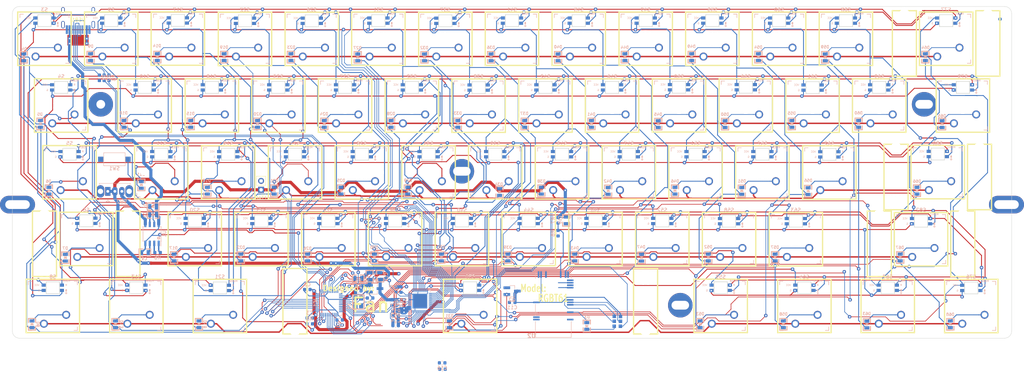
<source format=kicad_pcb>
(kicad_pcb (version 20171130) (host pcbnew "(5.1.0)-1")
  (title_block (title GH60) (date "20 jan 2014") (rev B) (company "geekhack GH60 design team"))
  (layers (0 F.Cu signal) (31 B.Cu signal) (34 B.Paste user hide) (35 F.Paste user hide) (36 B.SilkS user hide) (37 F.SilkS user hide) (38 B.Mask user hide) (39 F.Mask user hide) (44 Edge.Cuts user))
  (net 0 "")
  (net 1 GND)
  (net 2 VCC)
  (net 3 /col1)
  (net 4 /col2)
  (net 5 "Net-(D10-Pad2)")
  (net 6 /col3)
  (net 7 "Net-(D11-Pad2)")
  (net 8 "Net-(D13-Pad2)")
  (net 9 "Net-(D14-Pad2)")
  (net 10 "Net-(D15-Pad2)")
  (net 11 /col4)
  (net 12 "Net-(D16-Pad2)")
  (net 13 "Net-(D17-Pad2)")
  (net 14 "Net-(D18-Pad2)")
  (net 15 "Net-(D19-Pad2)")
  (net 16 /col5)
  (net 17 "Net-(D21-Pad2)")
  (net 18 "Net-(D22-Pad2)")
  (net 19 "Net-(D23-Pad2)")
  (net 20 "Net-(D24-Pad2)")
  (net 21 /col6)
  (net 22 "Net-(D26-Pad2)")
  (net 23 "Net-(D27-Pad2)")
  (net 24 "Net-(D28-Pad2)")
  (net 25 "Net-(D29-Pad2)")
  (net 26 "Net-(D30-Pad2)")
  (net 27 /col7)
  (net 28 "Net-(D31-Pad2)")
  (net 29 "Net-(D32-Pad2)")
  (net 30 "Net-(D33-Pad2)")
  (net 31 "Net-(D34-Pad2)")
  (net 32 "Net-(D36-Pad2)")
  (net 33 "Net-(D37-Pad2)")
  (net 34 "Net-(D38-Pad2)")
  (net 35 "Net-(D39-Pad2)")
  (net 36 /col9)
  (net 37 "Net-(D41-Pad2)")
  (net 38 "Net-(D42-Pad2)")
  (net 39 "Net-(D43-Pad2)")
  (net 40 "Net-(D44-Pad2)")
  (net 41 /col10)
  (net 42 "Net-(D46-Pad2)")
  (net 43 "Net-(D47-Pad2)")
  (net 44 "Net-(D49-Pad2)")
  (net 45 /col11)
  (net 46 "Net-(D51-Pad2)")
  (net 47 "Net-(D52-Pad2)")
  (net 48 "Net-(D53-Pad2)")
  (net 49 "Net-(D54-Pad2)")
  (net 50 "Net-(D55-Pad2)")
  (net 51 /col12)
  (net 52 "Net-(D56-Pad2)")
  (net 53 "Net-(D57-Pad2)")
  (net 54 "Net-(D58-Pad2)")
  (net 55 "Net-(D59-Pad2)")
  (net 56 "Net-(D60-Pad2)")
  (net 57 /col13)
  (net 58 "Net-(D65-Pad2)")
  (net 59 "Net-(D66-Pad2)")
  (net 60 "Net-(D67-Pad2)")
  (net 61 "Net-(D68-Pad2)")
  (net 62 "Net-(IC1-Pad42)")
  (net 63 /row3)
  (net 64 /row4)
  (net 65 /row1)
  (net 66 /row2)
  (net 67 /row5)
  (net 68 "Net-(IC1-Pad33)")
  (net 69 "Net-(R1-Pad2)")
  (net 70 "Net-(R2-Pad2)")
  (net 71 "Net-(USB1-Pad9)")
  (net 72 "Net-(USB1-Pad3)")
  (net 73 /D+)
  (net 74 /D-)
  (net 75 "Net-(D1-Pad2)")
  (net 76 "Net-(D2-Pad2)")
  (net 77 "Net-(D4-Pad2)")
  (net 78 "Net-(D5-Pad2)")
  (net 79 "Net-(D6-Pad2)")
  (net 80 "Net-(D7-Pad2)")
  (net 81 "Net-(D8-Pad2)")
  (net 82 /col8)
  (net 83 /col14)
  (net 84 /CONed)
  (net 85 "Net-(IC1-Pad13)")
  (net 86 /DIO_RST)
  (net 87 /DFU)
  (net 88 /FACRST)
  (net 89 /SWCLK)
  (net 90 "Net-(BAT1-Pad1)")
  (net 91 "Net-(C4-Pad1)")
  (net 92 "Net-(C7-Pad1)")
  (net 93 "Net-(C8-Pad1)")
  (net 94 VBUS)
  (net 95 "Net-(C11-Pad2)")
  (net 96 "Net-(C14-Pad1)")
  (net 97 "Net-(D9-Pad2)")
  (net 98 "Net-(D20-Pad2)")
  (net 99 "Net-(D25-Pad2)")
  (net 100 "Net-(D35-Pad2)")
  (net 101 "Net-(D40-Pad2)")
  (net 102 "Net-(D45-Pad2)")
  (net 103 "Net-(D50-Pad2)")
  (net 104 "Net-(D63-Pad2)")
  (net 105 "Net-(D64-Pad2)")
  (net 106 /leds/SW3)
  (net 107 /leds/SW1)
  (net 108 /leds/SW2)
  (net 109 /leds/CS16)
  (net 110 /leds/SW6)
  (net 111 /leds/SW4)
  (net 112 /leds/SW5)
  (net 113 /leds/SW9)
  (net 114 /leds/SW7)
  (net 115 /leds/SW8)
  (net 116 /leds/SW12)
  (net 117 /leds/SW10)
  (net 118 /leds/SW11)
  (net 119 /leds/CS15)
  (net 120 /leds/CS14)
  (net 121 /leds/CS13)
  (net 122 /leds/CS12)
  (net 123 /leds/CS11)
  (net 124 /leds/CS10)
  (net 125 /leds/CS9)
  (net 126 /leds/CS8)
  (net 127 /leds/CS7)
  (net 128 /leds/CS6)
  (net 129 /leds/CS5)
  (net 130 /leds/CS4)
  (net 131 /leds/CS3)
  (net 132 /leds/CS2)
  (net 133 /leds/CS1)
  (net 134 /SCL)
  (net 135 /SDA)
  (net 136 /BT_TX)
  (net 137 /BT_RX)
  (net 138 /PWDN)
  (net 139 /BT_EN)
  (net 140 "Net-(R3-Pad2)")
  (net 141 "Net-(R6-Pad1)")
  (net 142 /BAT_V)
  (net 143 /leds/I2CRST)
  (net 144 "Net-(U3-Pad45)")
  (net 145 "Net-(U3-Pad40)")
  (net 146 "Net-(U3-Pad36)")
  (net 147 "Net-(U3-Pad1)")
  (net 148 "Net-(U2-Pad28)")
  (net 149 "Net-(U2-Pad26)")
  (net 150 /leds/VCC_LED)
  (module keyswitches:MX (layer F.Cu) (at 311.94375 150.01875 180)
    (fp_text reference S67 (at 0 8.3 180) (layer B.SilkS) (effects (justify mirror)))
    (fp_text value MX1A)
    (pad "" np_thru_hole circle (at -5.08 0 180) (size 1.7018 1.7018) (drill 1.7018) (layers *.Cu *.Mask))
    (pad "" np_thru_hole circle (at 5.08 0 180) (size 1.7018 1.7018) (drill 1.7018) (layers *.Cu *.Mask))
    (pad 2 thru_hole circle (at -3.81 -2.54 180) (size 2.286 2.286) (drill 1.4986) (layers *.Cu *.Mask) (net 104 "Net-(D63-Pad2)"))
    (pad "" np_thru_hole circle (at 0 0 180) (size 3.9878 3.9878) (drill 3.9878) (layers *.Cu *.Mask))
    (pad 1 thru_hole circle (at 2.54 -5.08 180) (size 2.286 2.286) (drill 1.4986) (layers *.Cu *.Mask) (net 67 /row5))
  )
  (module keyswitches:MX (layer F.Cu) (at 73.81875 150.01875 180)
    (fp_text reference S8 (at 0 8.3 180) (layer B.SilkS) (effects (justify mirror)))
    (fp_text value MX1A)
    (pad "" np_thru_hole circle (at -5.08 0 180) (size 1.7018 1.7018) (drill 1.7018) (layers *.Cu *.Mask))
    (pad "" np_thru_hole circle (at 5.08 0 180) (size 1.7018 1.7018) (drill 1.7018) (layers *.Cu *.Mask))
    (pad 2 thru_hole circle (at -3.81 -2.54 180) (size 2.286 2.286) (drill 1.4986) (layers *.Cu *.Mask) (net 81 "Net-(D8-Pad2)"))
    (pad "" np_thru_hole circle (at 0 0 180) (size 3.9878 3.9878) (drill 3.9878) (layers *.Cu *.Mask))
    (pad 1 thru_hole circle (at 2.54 -5.08 180) (size 2.286 2.286) (drill 1.4986) (layers *.Cu *.Mask) (net 67 /row5))
  )
  (module keyswitches:MX (layer F.Cu) (at 328.6125 73.82002 180)
    (fp_text reference S77 (at 0 8.3 180) (layer B.SilkS) (effects (justify mirror)))
    (fp_text value MX1A)
    (pad "" np_thru_hole circle (at -5.08 0 180) (size 1.7018 1.7018) (drill 1.7018) (layers *.Cu *.Mask))
    (pad "" np_thru_hole circle (at 5.08 0 180) (size 1.7018 1.7018) (drill 1.7018) (layers *.Cu *.Mask))
    (pad 2 thru_hole circle (at -3.81 -2.54 180) (size 2.286 2.286) (drill 1.4986) (layers *.Cu *.Mask) (net 105 "Net-(D64-Pad2)"))
    (pad "" np_thru_hole circle (at 0 0 180) (size 3.9878 3.9878) (drill 3.9878) (layers *.Cu *.Mask))
    (pad 1 thru_hole circle (at 2.54 -5.08 180) (size 2.286 2.286) (drill 1.4986) (layers *.Cu *.Mask) (net 65 /row1))
  )
  (module Resistor_SMD:R_0603_1608Metric (layer B.Cu) (at 171.7802 145.3642 270)
    (fp_text reference R14 (at 0 1.43 270) (layer B.SilkS) (effects (justify mirror)))
    (fp_text value 10k)
    (pad 2 smd roundrect (at 0.7875 0 270) (size 0.875 0.95) (layers B.Cu B.Paste B.Mask) (net 138 /PWDN))
    (pad 1 smd roundrect (at -0.7875 0 270) (size 0.875 0.95) (layers B.Cu B.Paste B.Mask) (net 1 GND))
  )
  (module Resistor_SMD:R_0603_1608Metric (layer B.Cu) (at 173.1264 145.3642 270)
    (fp_text reference R13 (at 0 1.43 270) (layer B.SilkS) (effects (justify mirror)))
    (fp_text value 10k)
    (pad 2 smd roundrect (at 0.7875 0 270) (size 0.875 0.95) (layers B.Cu B.Paste B.Mask) (net 143 /leds/I2CRST))
    (pad 1 smd roundrect (at -0.7875 0 270) (size 0.875 0.95) (layers B.Cu B.Paste B.Mask) (net 1 GND))
  )
  (module Resistor_SMD:R_0603_1608Metric (layer B.Cu) (at 171.6023 154.2542 180)
    (fp_text reference R12 (at 0 1.43 180) (layer B.SilkS) (effects (justify mirror)))
    (fp_text value 10k)
    (pad 2 smd roundrect (at 0.7875 0 180) (size 0.875 0.95) (layers B.Cu B.Paste B.Mask) (net 1 GND))
    (pad 1 smd roundrect (at -0.7875 0 180) (size 0.875 0.95) (layers B.Cu B.Paste B.Mask) (net 96 "Net-(C14-Pad1)"))
  )
  (module Resistor_SMD:R_0603_1608Metric (layer B.Cu) (at 171.6025 152.8826)
    (fp_text reference R11 (at -0.0254 -1.3208) (layer B.SilkS) (effects (justify mirror)))
    (fp_text value 10k)
    (pad 2 smd roundrect (at 0.7875 0) (size 0.875 0.95) (layers B.Cu B.Paste B.Mask) (net 96 "Net-(C14-Pad1)"))
    (pad 1 smd roundrect (at -0.7875 0) (size 0.875 0.95) (layers B.Cu B.Paste B.Mask) (net 150 /leds/VCC_LED))
  )
  (module Resistor_SMD:R_0603_1608Metric (layer B.Cu) (at 171.9072 149.0473 90)
    (fp_text reference R10 (at 0 1.43 90) (layer B.SilkS) (effects (justify mirror)))
    (fp_text value 10k)
    (pad 2 smd roundrect (at 0.7875 0 90) (size 0.875 0.95) (layers B.Cu B.Paste B.Mask) (net 150 /leds/VCC_LED))
    (pad 1 smd roundrect (at -0.7875 0 90) (size 0.875 0.95) (layers B.Cu B.Paste B.Mask) (net 135 /SDA))
  )
  (module Resistor_SMD:R_0603_1608Metric (layer B.Cu) (at 170.5356 149.0473 90)
    (fp_text reference R9 (at 0 1.43 90) (layer B.SilkS) (effects (justify mirror)))
    (fp_text value 10k)
    (pad 2 smd roundrect (at 0.7875 0 90) (size 0.875 0.95) (layers B.Cu B.Paste B.Mask) (net 150 /leds/VCC_LED))
    (pad 1 smd roundrect (at -0.7875 0 90) (size 0.875 0.95) (layers B.Cu B.Paste B.Mask) (net 134 /SCL))
  )
  (module Resistor_SMD:R_0603_1608Metric (layer B.Cu) (at 217.932 129.286 270)
    (fp_text reference R8 (at 0 1.43 270) (layer B.SilkS) (effects (justify mirror)))
    (fp_text value 10k)
    (pad 2 smd roundrect (at 0.7875 0 270) (size 0.875 0.95) (layers B.Cu B.Paste B.Mask) (net 1 GND))
    (pad 1 smd roundrect (at -0.7875 0 270) (size 0.875 0.95) (layers B.Cu B.Paste B.Mask) (net 142 /BAT_V))
  )
  (module Resistor_SMD:R_0603_1608Metric (layer B.Cu) (at 217.932 125.603 270)
    (fp_text reference R7 (at 0 1.43 270) (layer B.SilkS) (effects (justify mirror)))
    (fp_text value 10k)
    (pad 2 smd roundrect (at 0.7875 0 270) (size 0.875 0.95) (layers B.Cu B.Paste B.Mask) (net 142 /BAT_V))
    (pad 1 smd rect (at -0.7875 0 270) (size 0.875 0.95) (layers B.Cu B.Paste B.Mask) (net 150 /leds/VCC_LED))
  )
  (module Resistor_SMD:R_0603_1608Metric (layer B.Cu) (at 103.6955 134.8105)
    (fp_text reference R6 (at 0 1.43) (layer B.SilkS) (effects (justify mirror)))
    (fp_text value 1k)
    (pad 2 smd roundrect (at 0.7875 0) (size 0.875 0.95) (layers B.Cu B.Paste B.Mask) (net 1 GND))
    (pad 1 smd roundrect (at -0.7875 0) (size 0.875 0.95) (layers B.Cu B.Paste B.Mask) (net 141 "Net-(R6-Pad1)"))
  )
  (module Resistor_SMD:R_0603_1608Metric (layer B.Cu) (at 147.0914 155.1432 180)
    (fp_text reference R5 (at 0 1.43 180) (layer B.SilkS) (effects (justify mirror)))
    (fp_text value 10k)
    (pad 2 smd roundrect (at 0.7875 0 180) (size 0.875 0.95) (layers B.Cu B.Paste B.Mask) (net 1 GND))
    (pad 1 smd roundrect (at -0.7875 0 180) (size 0.875 0.95) (layers B.Cu B.Paste B.Mask) (net 68 "Net-(IC1-Pad33)"))
  )
  (module Resistor_SMD:R_0603_1608Metric (layer B.Cu) (at 160.9598 144.272 180)
    (fp_text reference R4 (at 0 1.43 180) (layer B.SilkS) (effects (justify mirror)))
    (fp_text value 10k)
    (pad 2 smd roundrect (at 0.7875 0 180) (size 0.875 0.95) (layers B.Cu B.Paste B.Mask) (net 85 "Net-(IC1-Pad13)"))
    (pad 1 smd roundrect (at -0.7875 0 180) (size 0.875 0.95) (layers B.Cu B.Paste B.Mask) (net 2 VCC))
  )
  (module Resistor_SMD:R_0603_1608Metric (layer B.Cu) (at 89.8144 84.9629 90)
    (fp_text reference R3 (at 0 1.43 90) (layer B.SilkS) (effects (justify mirror)))
    (fp_text value 22)
    (pad 2 smd roundrect (at 0.7875 0 90) (size 0.875 0.95) (layers B.Cu B.Paste B.Mask) (net 140 "Net-(R3-Pad2)"))
    (pad 1 smd roundrect (at -0.7875 0 90) (size 0.875 0.95) (layers B.Cu B.Paste B.Mask) (net 73 /D+))
  )
  (module Resistor_SMD:R_0603_1608Metric (layer B.Cu) (at 88.4555 84.963 90)
    (fp_text reference R2 (at 0 1.43 90) (layer B.SilkS) (effects (justify mirror)))
    (fp_text value 22)
    (pad 2 smd roundrect (at 0.7875 0 90) (size 0.875 0.95) (layers B.Cu B.Paste B.Mask) (net 70 "Net-(R2-Pad2)"))
    (pad 1 smd roundrect (at -0.7875 0 90) (size 0.875 0.95) (layers B.Cu B.Paste B.Mask) (net 74 /D-))
  )
  (module Resistor_SMD:R_0603_1608Metric (layer B.Cu) (at 87.0966 84.963 90)
    (fp_text reference R1 (at 0 1.43 90) (layer B.SilkS) (effects (justify mirror)))
    (fp_text value 5.1K)
    (pad 2 smd roundrect (at 0.7875 0 90) (size 0.875 0.95) (layers B.Cu B.Paste B.Mask) (net 69 "Net-(R1-Pad2)"))
    (pad 1 smd roundrect (at -0.7875 0 90) (size 0.875 0.95) (layers B.Cu B.Paste B.Mask) (net 1 GND))
  )
  (module Resistor_SMD:R_0603_1608Metric (layer B.Cu) (at 171.5516 151.511 180)
    (fp_text reference C17 (at 0 1.43 180) (layer B.SilkS) (effects (justify mirror)))
    (fp_text value 104)
    (pad 2 smd roundrect (at 0.7875 0 180) (size 0.875 0.95) (layers B.Cu B.Paste B.Mask) (net 1 GND))
    (pad 1 smd roundrect (at -0.7875 0 180) (size 0.875 0.95) (layers B.Cu B.Paste B.Mask) (net 150 /leds/VCC_LED))
  )
  (module Resistor_SMD:R_0603_1608Metric (layer B.Cu) (at 184.8611 166.2684)
    (fp_text reference C16 (at 0 1.43) (layer B.SilkS) (effects (justify mirror)))
    (fp_text value 104)
    (pad 2 smd roundrect (at 0.7875 0) (size 0.875 0.95) (layers B.Cu B.Paste B.Mask) (net 1 GND))
    (pad 1 smd roundrect (at -0.7875 0) (size 0.875 0.95) (layers B.Cu B.Paste B.Mask) (net 150 /leds/VCC_LED))
  )
  (module Resistor_SMD:R_0603_1608Metric (layer B.Cu) (at 184.9627 168.0718)
    (fp_text reference C15 (at 0 1.43) (layer B.SilkS) (effects (justify mirror)))
    (fp_text value 104)
    (pad 2 smd roundrect (at 0.7875 0) (size 0.875 0.95) (layers B.Cu B.Paste B.Mask) (net 1 GND))
    (pad 1 smd roundrect (at -0.7875 0) (size 0.875 0.95) (layers B.Cu B.Paste B.Mask) (net 150 /leds/VCC_LED))
  )
  (module Resistor_SMD:R_0603_1608Metric (layer B.Cu) (at 171.6023 155.6258 180)
    (fp_text reference C14 (at 0 1.43 180) (layer B.SilkS) (effects (justify mirror)))
    (fp_text value 104)
    (pad 2 smd roundrect (at 0.7875 0 180) (size 0.875 0.95) (layers B.Cu B.Paste B.Mask) (net 1 GND))
    (pad 1 smd roundrect (at -0.7875 0 180) (size 0.875 0.95) (layers B.Cu B.Paste B.Mask) (net 96 "Net-(C14-Pad1)"))
  )
  (module Resistor_SMD:R_0603_1608Metric (layer B.Cu) (at 204.851 149.0345)
    (fp_text reference C11 (at 0 1.43) (layer B.SilkS) (effects (justify mirror)))
    (fp_text value 104)
    (pad 2 smd roundrect (at 0.7875 0) (size 0.875 0.95) (layers B.Cu B.Paste B.Mask) (net 95 "Net-(C11-Pad2)"))
    (pad 1 smd roundrect (at -0.7875 0) (size 0.875 0.95) (layers B.Cu B.Paste B.Mask) (net 1 GND))
  )
  (module Resistor_SMD:R_0603_1608Metric (layer B.Cu) (at 164.3634 150.0124)
    (fp_text reference C8 (at 0 1.43) (layer B.SilkS) (effects (justify mirror)))
    (fp_text value 22p)
    (pad 2 smd roundrect (at 0.7875 0) (size 0.875 0.95) (layers B.Cu B.Paste B.Mask) (net 1 GND))
    (pad 1 smd roundrect (at -0.7875 0) (size 0.875 0.95) (layers B.Cu B.Paste B.Mask) (net 93 "Net-(C8-Pad1)"))
  )
  (module Resistor_SMD:R_0603_1608Metric (layer B.Cu) (at 160.9344 145.7452 180)
    (fp_text reference C6 (at 0 1.43 180) (layer B.SilkS) (effects (justify mirror)))
    (fp_text value 100n)
    (pad 2 smd roundrect (at 0.7875 0 180) (size 0.875 0.95) (layers B.Cu B.Paste B.Mask) (net 1 GND))
    (pad 1 smd roundrect (at -0.7875 0 180) (size 0.875 0.95) (layers B.Cu B.Paste B.Mask) (net 2 VCC))
  )
  (module Resistor_SMD:R_0603_1608Metric (layer B.Cu) (at 155.62316 154.04846)
    (fp_text reference C5 (at 0 1.43) (layer B.SilkS) (effects (justify mirror)))
    (fp_text value 100n)
    (pad 2 smd roundrect (at 0.7875 0) (size 0.875 0.95) (layers B.Cu B.Paste B.Mask) (net 1 GND))
    (pad 1 smd roundrect (at -0.7875 0) (size 0.875 0.95) (layers B.Cu B.Paste B.Mask) (net 2 VCC))
  )
  (module Resistor_SMD:R_0603_1608Metric (layer B.Cu) (at 164.3126 147.7772)
    (fp_text reference C4 (at 0 1.43) (layer B.SilkS) (effects (justify mirror)))
    (fp_text value 22p)
    (pad 2 smd roundrect (at 0.7875 0) (size 0.875 0.95) (layers B.Cu B.Paste B.Mask) (net 1 GND))
    (pad 1 smd roundrect (at -0.7875 0) (size 0.875 0.95) (layers B.Cu B.Paste B.Mask) (net 91 "Net-(C4-Pad1)"))
  )
  (module Resistor_SMD:R_0603_1608Metric (layer B.Cu) (at 147.1168 153.4668 180)
    (fp_text reference C3 (at 0 1.43 180) (layer B.SilkS) (effects (justify mirror)))
    (fp_text value 100n)
    (pad 2 smd roundrect (at 0.7875 0 180) (size 0.875 0.95) (layers B.Cu B.Paste B.Mask) (net 1 GND))
    (pad 1 smd roundrect (at -0.7875 0 180) (size 0.875 0.95) (layers B.Cu B.Paste B.Mask) (net 2 VCC))
  )
  (module Resistor_SMD:R_0603_1608Metric (layer B.Cu) (at 146.4056 145.3388 180)
    (fp_text reference C2 (at 0 1.43 180) (layer B.SilkS) (effects (justify mirror)))
    (fp_text value 100n)
    (pad 2 smd roundrect (at 0.7875 0 180) (size 0.875 0.95) (layers B.Cu B.Paste B.Mask) (net 1 GND))
    (pad 1 smd roundrect (at -0.7875 0 180) (size 0.875 0.95) (layers B.Cu B.Paste B.Mask) (net 2 VCC))
  )
  (module Package_DFN_QFN:QFN-48-1EP_6x6mm_P0.4mm_EP4.2x4.2mm (layer B.Cu) (at 178.5112 148.6408 270)
    (fp_text reference U3 (at 0 4.32 270) (layer B.SilkS) (effects (justify mirror)))
    (fp_text value IS31FL3733)
    (pad 48 smd roundrect (at -2.2 2.95 270) (size 0.2 0.85) (layers B.Cu B.Paste B.Mask) (net 1 GND))
    (pad 47 smd roundrect (at -1.8 2.95 270) (size 0.2 0.85) (layers B.Cu B.Paste B.Mask) (net 143 /leds/I2CRST))
    (pad 46 smd roundrect (at -1.4 2.95 270) (size 0.2 0.85) (layers B.Cu B.Paste B.Mask) (net 138 /PWDN))
    (pad 45 smd roundrect (at -1 2.95 270) (size 0.2 0.85) (layers B.Cu B.Paste B.Mask) (net 144 "Net-(U3-Pad45)"))
    (pad 44 smd roundrect (at -0.6 2.95 270) (size 0.2 0.85) (layers B.Cu B.Paste B.Mask) (net 1 GND))
    (pad 43 smd roundrect (at -0.2 2.95 270) (size 0.2 0.85) (layers B.Cu B.Paste B.Mask) (net 1 GND))
    (pad 42 smd roundrect (at 0.2 2.95 270) (size 0.2 0.85) (layers B.Cu B.Paste B.Mask) (net 134 /SCL))
    (pad 41 smd roundrect (at 0.6 2.95 270) (size 0.2 0.85) (layers B.Cu B.Paste B.Mask) (net 135 /SDA))
    (pad 40 smd roundrect (at 1 2.95 270) (size 0.2 0.85) (layers B.Cu B.Paste B.Mask) (net 145 "Net-(U3-Pad40)"))
    (pad 39 smd roundrect (at 1.4 2.95 270) (size 0.2 0.85) (layers B.Cu B.Paste B.Mask) (net 150 /leds/VCC_LED))
    (pad 38 smd roundrect (at 1.8 2.95 270) (size 0.2 0.85) (layers B.Cu B.Paste B.Mask) (net 150 /leds/VCC_LED))
    (pad 37 smd roundrect (at 2.2 2.95 270) (size 0.2 0.85) (layers B.Cu B.Paste B.Mask) (net 150 /leds/VCC_LED))
    (pad 36 smd roundrect (at 2.95 2.2 270) (size 0.85 0.2) (layers B.Cu B.Paste B.Mask) (net 146 "Net-(U3-Pad36)"))
    (pad 35 smd roundrect (at 2.95 1.8 270) (size 0.85 0.2) (layers B.Cu B.Paste B.Mask) (net 96 "Net-(C14-Pad1)"))
    (pad 34 smd roundrect (at 2.95 1.4 270) (size 0.85 0.2) (layers B.Cu B.Paste B.Mask) (net 1 GND))
    (pad 33 smd roundrect (at 2.95 1 270) (size 0.85 0.2) (layers B.Cu B.Paste B.Mask) (net 109 /leds/CS16))
    (pad 32 smd roundrect (at 2.95 0.6 270) (size 0.85 0.2) (layers B.Cu B.Paste B.Mask) (net 119 /leds/CS15))
    (pad 31 smd roundrect (at 2.95 0.2 270) (size 0.85 0.2) (layers B.Cu B.Paste B.Mask) (net 120 /leds/CS14))
    (pad 30 smd roundrect (at 2.95 -0.2 270) (size 0.85 0.2) (layers B.Cu B.Paste B.Mask) (net 121 /leds/CS13))
    (pad 29 smd roundrect (at 2.95 -0.6 270) (size 0.85 0.2) (layers B.Cu B.Paste B.Mask) (net 150 /leds/VCC_LED))
    (pad 28 smd roundrect (at 2.95 -1 270) (size 0.85 0.2) (layers B.Cu B.Paste B.Mask) (net 122 /leds/CS12))
    (pad 27 smd roundrect (at 2.95 -1.4 270) (size 0.85 0.2) (layers B.Cu B.Paste B.Mask) (net 123 /leds/CS11))
    (pad 26 smd roundrect (at 2.95 -1.8 270) (size 0.85 0.2) (layers B.Cu B.Paste B.Mask) (net 124 /leds/CS10))
    (pad 25 smd roundrect (at 2.95 -2.2 270) (size 0.85 0.2) (layers B.Cu B.Paste B.Mask) (net 125 /leds/CS9))
    (pad 24 smd roundrect (at 2.2 -2.95 270) (size 0.2 0.85) (layers B.Cu B.Paste B.Mask) (net 126 /leds/CS8))
    (pad 23 smd roundrect (at 1.8 -2.95 270) (size 0.2 0.85) (layers B.Cu B.Paste B.Mask) (net 127 /leds/CS7))
    (pad 22 smd roundrect (at 1.4 -2.95 270) (size 0.2 0.85) (layers B.Cu B.Paste B.Mask) (net 128 /leds/CS6))
    (pad 21 smd roundrect (at 1 -2.95 270) (size 0.2 0.85) (layers B.Cu B.Paste B.Mask) (net 129 /leds/CS5))
    (pad 20 smd roundrect (at 0.6 -2.95 270) (size 0.2 0.85) (layers B.Cu B.Paste B.Mask) (net 150 /leds/VCC_LED))
    (pad 19 smd roundrect (at 0.2 -2.95 270) (size 0.2 0.85) (layers B.Cu B.Paste B.Mask) (net 130 /leds/CS4))
    (pad 18 smd roundrect (at -0.2 -2.95 270) (size 0.2 0.85) (layers B.Cu B.Paste B.Mask) (net 131 /leds/CS3))
    (pad 17 smd roundrect (at -0.6 -2.95 270) (size 0.2 0.85) (layers B.Cu B.Paste B.Mask) (net 132 /leds/CS2))
    (pad 16 smd roundrect (at -1 -2.95 270) (size 0.2 0.85) (layers B.Cu B.Paste B.Mask) (net 133 /leds/CS1))
    (pad 15 smd roundrect (at -1.4 -2.95 270) (size 0.2 0.85) (layers B.Cu B.Paste B.Mask) (net 116 /leds/SW12))
    (pad 14 smd roundrect (at -1.8 -2.95 270) (size 0.2 0.85) (layers B.Cu B.Paste B.Mask) (net 118 /leds/SW11))
    (pad 13 smd roundrect (at -2.2 -2.95 270) (size 0.2 0.85) (layers B.Cu B.Paste B.Mask) (net 117 /leds/SW10))
    (pad 12 smd roundrect (at -2.95 -2.2 270) (size 0.85 0.2) (layers B.Cu B.Paste B.Mask) (net 1 GND))
    (pad 11 smd roundrect (at -2.95 -1.8 270) (size 0.85 0.2) (layers B.Cu B.Paste B.Mask) (net 113 /leds/SW9))
    (pad 10 smd roundrect (at -2.95 -1.4 270) (size 0.85 0.2) (layers B.Cu B.Paste B.Mask) (net 115 /leds/SW8))
    (pad 9 smd roundrect (at -2.95 -1 270) (size 0.85 0.2) (layers B.Cu B.Paste B.Mask) (net 114 /leds/SW7))
    (pad 8 smd roundrect (at -2.95 -0.6 270) (size 0.85 0.2) (layers B.Cu B.Paste B.Mask) (net 110 /leds/SW6))
    (pad 7 smd roundrect (at -2.95 -0.2 270) (size 0.85 0.2) (layers B.Cu B.Paste B.Mask) (net 112 /leds/SW5))
    (pad 6 smd roundrect (at -2.95 0.2 270) (size 0.85 0.2) (layers B.Cu B.Paste B.Mask) (net 111 /leds/SW4))
    (pad 5 smd roundrect (at -2.95 0.6 270) (size 0.85 0.2) (layers B.Cu B.Paste B.Mask) (net 1 GND))
    (pad 4 smd roundrect (at -2.95 1 270) (size 0.85 0.2) (layers B.Cu B.Paste B.Mask) (net 106 /leds/SW3))
    (pad 3 smd roundrect (at -2.95 1.4 270) (size 0.85 0.2) (layers B.Cu B.Paste B.Mask) (net 108 /leds/SW2))
    (pad 2 smd roundrect (at -2.95 1.8 270) (size 0.85 0.2) (layers B.Cu B.Paste B.Mask) (net 107 /leds/SW1))
    (pad 1 smd roundrect (at -2.95 2.2 270) (size 0.85 0.2) (layers B.Cu B.Paste B.Mask) (net 147 "Net-(U3-Pad1)"))
    (pad 49 smd rect (at 0 0 270) (size 4.199999 4.199999) (layers B.Cu B.Mask) (net 1 GND))
  )
  (module keyswitches:MX (layer F.Cu) (at 321.47002 130.97002 180)
    (fp_text reference S82 (at 0 8.3 180) (layer B.SilkS) (effects (justify mirror)))
    (fp_text value MX1A)
    (pad "" np_thru_hole circle (at -5.08 0 180) (size 1.7018 1.7018) (drill 1.7018) (layers *.Cu *.Mask))
    (pad "" np_thru_hole circle (at 5.08 0 180) (size 1.7018 1.7018) (drill 1.7018) (layers *.Cu *.Mask))
    (pad 2 thru_hole circle (at -3.81 -2.54 180) (size 2.286 2.286) (drill 1.4986) (layers *.Cu *.Mask) (net 60 "Net-(D67-Pad2)"))
    (pad "" np_thru_hole circle (at 0 0 180) (size 3.9878 3.9878) (drill 3.9878) (layers *.Cu *.Mask))
    (pad 1 thru_hole circle (at 2.54 -5.08 180) (size 2.286 2.286) (drill 1.4986) (layers *.Cu *.Mask) (net 64 /row4))
  )
  (module keyswitches:MX (layer F.Cu) (at 326.23125 111.91875 180)
    (fp_text reference S80 (at 0 8.3 180) (layer B.SilkS) (effects (justify mirror)))
    (fp_text value MX1A)
    (pad "" np_thru_hole circle (at -5.08 0 180) (size 1.7018 1.7018) (drill 1.7018) (layers *.Cu *.Mask))
    (pad "" np_thru_hole circle (at 5.08 0 180) (size 1.7018 1.7018) (drill 1.7018) (layers *.Cu *.Mask))
    (pad 2 thru_hole circle (at -3.81 -2.54 180) (size 2.286 2.286) (drill 1.4986) (layers *.Cu *.Mask) (net 59 "Net-(D66-Pad2)"))
    (pad "" np_thru_hole circle (at 0 0 180) (size 3.9878 3.9878) (drill 3.9878) (layers *.Cu *.Mask))
    (pad 1 thru_hole circle (at 2.54 -5.08 180) (size 2.286 2.286) (drill 1.4986) (layers *.Cu *.Mask) (net 63 /row3))
  )
  (module keyswitches:MX (layer F.Cu) (at 333.375 92.86875 180)
    (fp_text reference S79 (at 0 8.3 180) (layer B.SilkS) (effects (justify mirror)))
    (fp_text value MX1A)
    (pad "" np_thru_hole circle (at -5.08 0 180) (size 1.7018 1.7018) (drill 1.7018) (layers *.Cu *.Mask))
    (pad "" np_thru_hole circle (at 5.08 0 180) (size 1.7018 1.7018) (drill 1.7018) (layers *.Cu *.Mask))
    (pad 2 thru_hole circle (at -3.81 -2.54 180) (size 2.286 2.286) (drill 1.4986) (layers *.Cu *.Mask) (net 58 "Net-(D65-Pad2)"))
    (pad "" np_thru_hole circle (at 0 0 180) (size 3.9878 3.9878) (drill 3.9878) (layers *.Cu *.Mask))
    (pad 1 thru_hole circle (at 2.54 -5.08 180) (size 2.286 2.286) (drill 1.4986) (layers *.Cu *.Mask) (net 66 /row2))
  )
  (module keyswitches:MX (layer F.Cu) (at 335.75625 150.01875 180)
    (fp_text reference S76 (at 0 8.3 180) (layer B.SilkS) (effects (justify mirror)))
    (fp_text value MX1A)
    (pad "" np_thru_hole circle (at -5.08 0 180) (size 1.7018 1.7018) (drill 1.7018) (layers *.Cu *.Mask))
    (pad "" np_thru_hole circle (at 5.08 0 180) (size 1.7018 1.7018) (drill 1.7018) (layers *.Cu *.Mask))
    (pad 2 thru_hole circle (at -3.81 -2.54 180) (size 2.286 2.286) (drill 1.4986) (layers *.Cu *.Mask) (net 61 "Net-(D68-Pad2)"))
    (pad "" np_thru_hole circle (at 0 0 180) (size 3.9878 3.9878) (drill 3.9878) (layers *.Cu *.Mask))
    (pad 1 thru_hole circle (at 2.54 -5.08 180) (size 2.286 2.286) (drill 1.4986) (layers *.Cu *.Mask) (net 67 /row5))
  )
  (module keyswitches:MX (layer F.Cu) (at 309.5625 92.87002 180)
    (fp_text reference S69 (at 0 8.3 180) (layer B.SilkS) (effects (justify mirror)))
    (fp_text value MX1A)
    (pad "" np_thru_hole circle (at -5.08 0 180) (size 1.7018 1.7018) (drill 1.7018) (layers *.Cu *.Mask))
    (pad "" np_thru_hole circle (at 5.08 0 180) (size 1.7018 1.7018) (drill 1.7018) (layers *.Cu *.Mask))
    (pad 2 thru_hole circle (at -3.81 -2.54 180) (size 2.286 2.286) (drill 1.4986) (layers *.Cu *.Mask) (net 56 "Net-(D60-Pad2)"))
    (pad "" np_thru_hole circle (at 0 0 180) (size 3.9878 3.9878) (drill 3.9878) (layers *.Cu *.Mask))
    (pad 1 thru_hole circle (at 2.54 -5.08 180) (size 2.286 2.286) (drill 1.4986) (layers *.Cu *.Mask) (net 66 /row2))
  )
  (module keyswitches:MX (layer F.Cu) (at 300.0375 73.82002 180)
    (fp_text reference S68 (at 0 8.3 180) (layer B.SilkS) (effects (justify mirror)))
    (fp_text value MX1A)
    (pad "" np_thru_hole circle (at -5.08 0 180) (size 1.7018 1.7018) (drill 1.7018) (layers *.Cu *.Mask))
    (pad "" np_thru_hole circle (at 5.08 0 180) (size 1.7018 1.7018) (drill 1.7018) (layers *.Cu *.Mask))
    (pad 2 thru_hole circle (at -3.81 -2.54 180) (size 2.286 2.286) (drill 1.4986) (layers *.Cu *.Mask) (net 55 "Net-(D59-Pad2)"))
    (pad "" np_thru_hole circle (at 0 0 180) (size 3.9878 3.9878) (drill 3.9878) (layers *.Cu *.Mask))
    (pad 1 thru_hole circle (at 2.54 -5.08 180) (size 2.286 2.286) (drill 1.4986) (layers *.Cu *.Mask) (net 65 /row1))
  )
  (module keyswitches:MX (layer F.Cu) (at 288.13125 150.01875 180)
    (fp_text reference S64 (at 0 8.3 180) (layer B.SilkS) (effects (justify mirror)))
    (fp_text value MX1A)
    (pad "" np_thru_hole circle (at -5.08 0 180) (size 1.7018 1.7018) (drill 1.7018) (layers *.Cu *.Mask))
    (pad "" np_thru_hole circle (at 5.08 0 180) (size 1.7018 1.7018) (drill 1.7018) (layers *.Cu *.Mask))
    (pad 2 thru_hole circle (at -3.81 -2.54 180) (size 2.286 2.286) (drill 1.4986) (layers *.Cu *.Mask) (net 54 "Net-(D58-Pad2)"))
    (pad "" np_thru_hole circle (at 0 0 180) (size 3.9878 3.9878) (drill 3.9878) (layers *.Cu *.Mask))
    (pad 1 thru_hole circle (at 2.54 -5.08 180) (size 2.286 2.286) (drill 1.4986) (layers *.Cu *.Mask) (net 67 /row5))
  )
  (module keyswitches:MX (layer F.Cu) (at 285.75 130.97002 180)
    (fp_text reference S63 (at 0 8.3 180) (layer B.SilkS) (effects (justify mirror)))
    (fp_text value MX1A)
    (pad "" np_thru_hole circle (at -5.08 0 180) (size 1.7018 1.7018) (drill 1.7018) (layers *.Cu *.Mask))
    (pad "" np_thru_hole circle (at 5.08 0 180) (size 1.7018 1.7018) (drill 1.7018) (layers *.Cu *.Mask))
    (pad 2 thru_hole circle (at -3.81 -2.54 180) (size 2.286 2.286) (drill 1.4986) (layers *.Cu *.Mask) (net 53 "Net-(D57-Pad2)"))
    (pad "" np_thru_hole circle (at 0 0 180) (size 3.9878 3.9878) (drill 3.9878) (layers *.Cu *.Mask))
    (pad 1 thru_hole circle (at 2.54 -5.08 180) (size 2.286 2.286) (drill 1.4986) (layers *.Cu *.Mask) (net 64 /row4))
  )
  (module keyswitches:MX (layer F.Cu) (at 295.275 111.92002 180)
    (fp_text reference S62 (at 0 8.3 180) (layer B.SilkS) (effects (justify mirror)))
    (fp_text value MX1A)
    (pad "" np_thru_hole circle (at -5.08 0 180) (size 1.7018 1.7018) (drill 1.7018) (layers *.Cu *.Mask))
    (pad "" np_thru_hole circle (at 5.08 0 180) (size 1.7018 1.7018) (drill 1.7018) (layers *.Cu *.Mask))
    (pad 2 thru_hole circle (at -3.81 -2.54 180) (size 2.286 2.286) (drill 1.4986) (layers *.Cu *.Mask) (net 52 "Net-(D56-Pad2)"))
    (pad "" np_thru_hole circle (at 0 0 180) (size 3.9878 3.9878) (drill 3.9878) (layers *.Cu *.Mask))
    (pad 1 thru_hole circle (at 2.54 -5.08 180) (size 2.286 2.286) (drill 1.4986) (layers *.Cu *.Mask) (net 63 /row3))
  )
  (module keyswitches:MX (layer F.Cu) (at 290.5125 92.87002 180)
    (fp_text reference S61 (at 0 8.3 180) (layer B.SilkS) (effects (justify mirror)))
    (fp_text value MX1A)
    (pad "" np_thru_hole circle (at -5.08 0 180) (size 1.7018 1.7018) (drill 1.7018) (layers *.Cu *.Mask))
    (pad "" np_thru_hole circle (at 5.08 0 180) (size 1.7018 1.7018) (drill 1.7018) (layers *.Cu *.Mask))
    (pad 2 thru_hole circle (at -3.81 -2.54 180) (size 2.286 2.286) (drill 1.4986) (layers *.Cu *.Mask) (net 50 "Net-(D55-Pad2)"))
    (pad "" np_thru_hole circle (at 0 0 180) (size 3.9878 3.9878) (drill 3.9878) (layers *.Cu *.Mask))
    (pad 1 thru_hole circle (at 2.54 -5.08 180) (size 2.286 2.286) (drill 1.4986) (layers *.Cu *.Mask) (net 66 /row2))
  )
  (module keyswitches:MX (layer F.Cu) (at 280.9875 73.82002 180)
    (fp_text reference S60 (at 0 8.3 180) (layer B.SilkS) (effects (justify mirror)))
    (fp_text value MX1A)
    (pad "" np_thru_hole circle (at -5.08 0 180) (size 1.7018 1.7018) (drill 1.7018) (layers *.Cu *.Mask))
    (pad "" np_thru_hole circle (at 5.08 0 180) (size 1.7018 1.7018) (drill 1.7018) (layers *.Cu *.Mask))
    (pad 2 thru_hole circle (at -3.81 -2.54 180) (size 2.286 2.286) (drill 1.4986) (layers *.Cu *.Mask) (net 49 "Net-(D54-Pad2)"))
    (pad "" np_thru_hole circle (at 0 0 180) (size 3.9878 3.9878) (drill 3.9878) (layers *.Cu *.Mask))
    (pad 1 thru_hole circle (at 2.54 -5.08 180) (size 2.286 2.286) (drill 1.4986) (layers *.Cu *.Mask) (net 65 /row1))
  )
  (module keyswitches:MX (layer F.Cu) (at 264.31875 150.01875 180)
    (fp_text reference S59 (at 0 8.3 180) (layer B.SilkS) (effects (justify mirror)))
    (fp_text value MX1A)
    (pad "" np_thru_hole circle (at -5.08 0 180) (size 1.7018 1.7018) (drill 1.7018) (layers *.Cu *.Mask))
    (pad "" np_thru_hole circle (at 5.08 0 180) (size 1.7018 1.7018) (drill 1.7018) (layers *.Cu *.Mask))
    (pad 2 thru_hole circle (at -3.81 -2.54 180) (size 2.286 2.286) (drill 1.4986) (layers *.Cu *.Mask) (net 48 "Net-(D53-Pad2)"))
    (pad "" np_thru_hole circle (at 0 0 180) (size 3.9878 3.9878) (drill 3.9878) (layers *.Cu *.Mask))
    (pad 1 thru_hole circle (at 2.54 -5.08 180) (size 2.286 2.286) (drill 1.4986) (layers *.Cu *.Mask) (net 67 /row5))
  )
  (module keyswitches:MX (layer F.Cu) (at 266.7 130.97002 180)
    (fp_text reference S58 (at 0 8.3 180) (layer B.SilkS) (effects (justify mirror)))
    (fp_text value MX1A)
    (pad "" np_thru_hole circle (at -5.08 0 180) (size 1.7018 1.7018) (drill 1.7018) (layers *.Cu *.Mask))
    (pad "" np_thru_hole circle (at 5.08 0 180) (size 1.7018 1.7018) (drill 1.7018) (layers *.Cu *.Mask))
    (pad 2 thru_hole circle (at -3.81 -2.54 180) (size 2.286 2.286) (drill 1.4986) (layers *.Cu *.Mask) (net 47 "Net-(D52-Pad2)"))
    (pad "" np_thru_hole circle (at 0 0 180) (size 3.9878 3.9878) (drill 3.9878) (layers *.Cu *.Mask))
    (pad 1 thru_hole circle (at 2.54 -5.08 180) (size 2.286 2.286) (drill 1.4986) (layers *.Cu *.Mask) (net 64 /row4))
  )
  (module keyswitches:MX (layer F.Cu) (at 276.225 111.92002 180)
    (fp_text reference S57 (at 0 8.3 180) (layer B.SilkS) (effects (justify mirror)))
    (fp_text value MX1A)
    (pad "" np_thru_hole circle (at -5.08 0 180) (size 1.7018 1.7018) (drill 1.7018) (layers *.Cu *.Mask))
    (pad "" np_thru_hole circle (at 5.08 0 180) (size 1.7018 1.7018) (drill 1.7018) (layers *.Cu *.Mask))
    (pad 2 thru_hole circle (at -3.81 -2.54 180) (size 2.286 2.286) (drill 1.4986) (layers *.Cu *.Mask) (net 46 "Net-(D51-Pad2)"))
    (pad "" np_thru_hole circle (at 0 0 180) (size 3.9878 3.9878) (drill 3.9878) (layers *.Cu *.Mask))
    (pad 1 thru_hole circle (at 2.54 -5.08 180) (size 2.286 2.286) (drill 1.4986) (layers *.Cu *.Mask) (net 63 /row3))
  )
  (module keyswitches:MX (layer F.Cu) (at 271.4625 92.87002 180)
    (fp_text reference S56 (at 0 8.3 180) (layer B.SilkS) (effects (justify mirror)))
    (fp_text value MX1A)
    (pad "" np_thru_hole circle (at -5.08 0 180) (size 1.7018 1.7018) (drill 1.7018) (layers *.Cu *.Mask))
    (pad "" np_thru_hole circle (at 5.08 0 180) (size 1.7018 1.7018) (drill 1.7018) (layers *.Cu *.Mask))
    (pad 2 thru_hole circle (at -3.81 -2.54 180) (size 2.286 2.286) (drill 1.4986) (layers *.Cu *.Mask) (net 103 "Net-(D50-Pad2)"))
    (pad "" np_thru_hole circle (at 0 0 180) (size 3.9878 3.9878) (drill 3.9878) (layers *.Cu *.Mask))
    (pad 1 thru_hole circle (at 2.54 -5.08 180) (size 2.286 2.286) (drill 1.4986) (layers *.Cu *.Mask) (net 66 /row2))
  )
  (module keyswitches:MX (layer F.Cu) (at 261.9375 73.82002 180)
    (fp_text reference S55 (at 0 8.3 180) (layer B.SilkS) (effects (justify mirror)))
    (fp_text value MX1A)
    (pad "" np_thru_hole circle (at -5.08 0 180) (size 1.7018 1.7018) (drill 1.7018) (layers *.Cu *.Mask))
    (pad "" np_thru_hole circle (at 5.08 0 180) (size 1.7018 1.7018) (drill 1.7018) (layers *.Cu *.Mask))
    (pad 2 thru_hole circle (at -3.81 -2.54 180) (size 2.286 2.286) (drill 1.4986) (layers *.Cu *.Mask) (net 44 "Net-(D49-Pad2)"))
    (pad "" np_thru_hole circle (at 0 0 180) (size 3.9878 3.9878) (drill 3.9878) (layers *.Cu *.Mask))
    (pad 1 thru_hole circle (at 2.54 -5.08 180) (size 2.286 2.286) (drill 1.4986) (layers *.Cu *.Mask) (net 65 /row1))
  )
  (module keyswitches:MX (layer F.Cu) (at 247.65 130.97002 180)
    (fp_text reference S52 (at 0 8.3 180) (layer B.SilkS) (effects (justify mirror)))
    (fp_text value MX1A)
    (pad "" np_thru_hole circle (at -5.08 0 180) (size 1.7018 1.7018) (drill 1.7018) (layers *.Cu *.Mask))
    (pad "" np_thru_hole circle (at 5.08 0 180) (size 1.7018 1.7018) (drill 1.7018) (layers *.Cu *.Mask))
    (pad 2 thru_hole circle (at -3.81 -2.54 180) (size 2.286 2.286) (drill 1.4986) (layers *.Cu *.Mask) (net 43 "Net-(D47-Pad2)"))
    (pad "" np_thru_hole circle (at 0 0 180) (size 3.9878 3.9878) (drill 3.9878) (layers *.Cu *.Mask))
    (pad 1 thru_hole circle (at 2.54 -5.08 180) (size 2.286 2.286) (drill 1.4986) (layers *.Cu *.Mask) (net 64 /row4))
  )
  (module keyswitches:MX (layer F.Cu) (at 257.175 111.92002 180)
    (fp_text reference S51 (at 0 8.3 180) (layer B.SilkS) (effects (justify mirror)))
    (fp_text value MX1A)
    (pad "" np_thru_hole circle (at -5.08 0 180) (size 1.7018 1.7018) (drill 1.7018) (layers *.Cu *.Mask))
    (pad "" np_thru_hole circle (at 5.08 0 180) (size 1.7018 1.7018) (drill 1.7018) (layers *.Cu *.Mask))
    (pad 2 thru_hole circle (at -3.81 -2.54 180) (size 2.286 2.286) (drill 1.4986) (layers *.Cu *.Mask) (net 42 "Net-(D46-Pad2)"))
    (pad "" np_thru_hole circle (at 0 0 180) (size 3.9878 3.9878) (drill 3.9878) (layers *.Cu *.Mask))
    (pad 1 thru_hole circle (at 2.54 -5.08 180) (size 2.286 2.286) (drill 1.4986) (layers *.Cu *.Mask) (net 63 /row3))
  )
  (module keyswitches:MX (layer F.Cu) (at 252.4125 92.87002 180)
    (fp_text reference S50 (at 0 8.3 180) (layer B.SilkS) (effects (justify mirror)))
    (fp_text value MX1A)
    (pad "" np_thru_hole circle (at -5.08 0 180) (size 1.7018 1.7018) (drill 1.7018) (layers *.Cu *.Mask))
    (pad "" np_thru_hole circle (at 5.08 0 180) (size 1.7018 1.7018) (drill 1.7018) (layers *.Cu *.Mask))
    (pad 2 thru_hole circle (at -3.81 -2.54 180) (size 2.286 2.286) (drill 1.4986) (layers *.Cu *.Mask) (net 102 "Net-(D45-Pad2)"))
    (pad "" np_thru_hole circle (at 0 0 180) (size 3.9878 3.9878) (drill 3.9878) (layers *.Cu *.Mask))
    (pad 1 thru_hole circle (at 2.54 -5.08 180) (size 2.286 2.286) (drill 1.4986) (layers *.Cu *.Mask) (net 66 /row2))
  )
  (module keyswitches:MX (layer F.Cu) (at 242.8875 73.82002 180)
    (fp_text reference S49 (at 0 8.3 180) (layer B.SilkS) (effects (justify mirror)))
    (fp_text value MX1A)
    (pad "" np_thru_hole circle (at -5.08 0 180) (size 1.7018 1.7018) (drill 1.7018) (layers *.Cu *.Mask))
    (pad "" np_thru_hole circle (at 5.08 0 180) (size 1.7018 1.7018) (drill 1.7018) (layers *.Cu *.Mask))
    (pad 2 thru_hole circle (at -3.81 -2.54 180) (size 2.286 2.286) (drill 1.4986) (layers *.Cu *.Mask) (net 40 "Net-(D44-Pad2)"))
    (pad "" np_thru_hole circle (at 0 0 180) (size 3.9878 3.9878) (drill 3.9878) (layers *.Cu *.Mask))
    (pad 1 thru_hole circle (at 2.54 -5.08 180) (size 2.286 2.286) (drill 1.4986) (layers *.Cu *.Mask) (net 65 /row1))
  )
  (module keyswitches:MX (layer F.Cu) (at 228.6 130.97002 180)
    (fp_text reference S48 (at 0 8.3 180) (layer B.SilkS) (effects (justify mirror)))
    (fp_text value MX1A)
    (pad "" np_thru_hole circle (at -5.08 0 180) (size 1.7018 1.7018) (drill 1.7018) (layers *.Cu *.Mask))
    (pad "" np_thru_hole circle (at 5.08 0 180) (size 1.7018 1.7018) (drill 1.7018) (layers *.Cu *.Mask))
    (pad 2 thru_hole circle (at -3.81 -2.54 180) (size 2.286 2.286) (drill 1.4986) (layers *.Cu *.Mask) (net 39 "Net-(D43-Pad2)"))
    (pad "" np_thru_hole circle (at 0 0 180) (size 3.9878 3.9878) (drill 3.9878) (layers *.Cu *.Mask))
    (pad 1 thru_hole circle (at 2.54 -5.08 180) (size 2.286 2.286) (drill 1.4986) (layers *.Cu *.Mask) (net 64 /row4))
  )
  (module keyswitches:MX (layer F.Cu) (at 238.125 111.92002 180)
    (fp_text reference S47 (at 0 8.3 180) (layer B.SilkS) (effects (justify mirror)))
    (fp_text value MX1A)
    (pad "" np_thru_hole circle (at -5.08 0 180) (size 1.7018 1.7018) (drill 1.7018) (layers *.Cu *.Mask))
    (pad "" np_thru_hole circle (at 5.08 0 180) (size 1.7018 1.7018) (drill 1.7018) (layers *.Cu *.Mask))
    (pad 2 thru_hole circle (at -3.81 -2.54 180) (size 2.286 2.286) (drill 1.4986) (layers *.Cu *.Mask) (net 38 "Net-(D42-Pad2)"))
    (pad "" np_thru_hole circle (at 0 0 180) (size 3.9878 3.9878) (drill 3.9878) (layers *.Cu *.Mask))
    (pad 1 thru_hole circle (at 2.54 -5.08 180) (size 2.286 2.286) (drill 1.4986) (layers *.Cu *.Mask) (net 63 /row3))
  )
  (module keyswitches:MX (layer F.Cu) (at 233.3625 92.87002 180)
    (fp_text reference S46 (at 0 8.3 180) (layer B.SilkS) (effects (justify mirror)))
    (fp_text value MX1A)
    (pad "" np_thru_hole circle (at -5.08 0 180) (size 1.7018 1.7018) (drill 1.7018) (layers *.Cu *.Mask))
    (pad "" np_thru_hole circle (at 5.08 0 180) (size 1.7018 1.7018) (drill 1.7018) (layers *.Cu *.Mask))
    (pad 2 thru_hole circle (at -3.81 -2.54 180) (size 2.286 2.286) (drill 1.4986) (layers *.Cu *.Mask) (net 37 "Net-(D41-Pad2)"))
    (pad "" np_thru_hole circle (at 0 0 180) (size 3.9878 3.9878) (drill 3.9878) (layers *.Cu *.Mask))
    (pad 1 thru_hole circle (at 2.54 -5.08 180) (size 2.286 2.286) (drill 1.4986) (layers *.Cu *.Mask) (net 66 /row2))
  )
  (module keyswitches:MX (layer F.Cu) (at 223.8375 73.82002 180)
    (fp_text reference S45 (at 0 8.3 180) (layer B.SilkS) (effects (justify mirror)))
    (fp_text value MX1A)
    (pad "" np_thru_hole circle (at -5.08 0 180) (size 1.7018 1.7018) (drill 1.7018) (layers *.Cu *.Mask))
    (pad "" np_thru_hole circle (at 5.08 0 180) (size 1.7018 1.7018) (drill 1.7018) (layers *.Cu *.Mask))
    (pad 2 thru_hole circle (at -3.81 -2.54 180) (size 2.286 2.286) (drill 1.4986) (layers *.Cu *.Mask) (net 101 "Net-(D40-Pad2)"))
    (pad "" np_thru_hole circle (at 0 0 180) (size 3.9878 3.9878) (drill 3.9878) (layers *.Cu *.Mask))
    (pad 1 thru_hole circle (at 2.54 -5.08 180) (size 2.286 2.286) (drill 1.4986) (layers *.Cu *.Mask) (net 65 /row1))
  )
  (module keyswitches:MX (layer F.Cu) (at 209.55 130.97002 180)
    (fp_text reference S44 (at 0 8.3 180) (layer B.SilkS) (effects (justify mirror)))
    (fp_text value MX1A)
    (pad "" np_thru_hole circle (at -5.08 0 180) (size 1.7018 1.7018) (drill 1.7018) (layers *.Cu *.Mask))
    (pad "" np_thru_hole circle (at 5.08 0 180) (size 1.7018 1.7018) (drill 1.7018) (layers *.Cu *.Mask))
    (pad 2 thru_hole circle (at -3.81 -2.54 180) (size 2.286 2.286) (drill 1.4986) (layers *.Cu *.Mask) (net 35 "Net-(D39-Pad2)"))
    (pad "" np_thru_hole circle (at 0 0 180) (size 3.9878 3.9878) (drill 3.9878) (layers *.Cu *.Mask))
    (pad 1 thru_hole circle (at 2.54 -5.08 180) (size 2.286 2.286) (drill 1.4986) (layers *.Cu *.Mask) (net 64 /row4))
  )
  (module keyswitches:MX (layer F.Cu) (at 219.075 111.92002 180)
    (fp_text reference S43 (at 0 8.3 180) (layer B.SilkS) (effects (justify mirror)))
    (fp_text value MX1A)
    (pad "" np_thru_hole circle (at -5.08 0 180) (size 1.7018 1.7018) (drill 1.7018) (layers *.Cu *.Mask))
    (pad "" np_thru_hole circle (at 5.08 0 180) (size 1.7018 1.7018) (drill 1.7018) (layers *.Cu *.Mask))
    (pad 2 thru_hole circle (at -3.81 -2.54 180) (size 2.286 2.286) (drill 1.4986) (layers *.Cu *.Mask) (net 34 "Net-(D38-Pad2)"))
    (pad "" np_thru_hole circle (at 0 0 180) (size 3.9878 3.9878) (drill 3.9878) (layers *.Cu *.Mask))
    (pad 1 thru_hole circle (at 2.54 -5.08 180) (size 2.286 2.286) (drill 1.4986) (layers *.Cu *.Mask) (net 63 /row3))
  )
  (module keyswitches:MX (layer F.Cu) (at 214.3125 92.87002 180)
    (fp_text reference S42 (at 0 8.3 180) (layer B.SilkS) (effects (justify mirror)))
    (fp_text value MX1A)
    (pad "" np_thru_hole circle (at -5.08 0 180) (size 1.7018 1.7018) (drill 1.7018) (layers *.Cu *.Mask))
    (pad "" np_thru_hole circle (at 5.08 0 180) (size 1.7018 1.7018) (drill 1.7018) (layers *.Cu *.Mask))
    (pad 2 thru_hole circle (at -3.81 -2.54 180) (size 2.286 2.286) (drill 1.4986) (layers *.Cu *.Mask) (net 33 "Net-(D37-Pad2)"))
    (pad "" np_thru_hole circle (at 0 0 180) (size 3.9878 3.9878) (drill 3.9878) (layers *.Cu *.Mask))
    (pad 1 thru_hole circle (at 2.54 -5.08 180) (size 2.286 2.286) (drill 1.4986) (layers *.Cu *.Mask) (net 66 /row2))
  )
  (module keyswitches:MX (layer F.Cu) (at 204.7875 73.82002 180)
    (fp_text reference S41 (at 0 8.3 180) (layer B.SilkS) (effects (justify mirror)))
    (fp_text value MX1A)
    (pad "" np_thru_hole circle (at -5.08 0 180) (size 1.7018 1.7018) (drill 1.7018) (layers *.Cu *.Mask))
    (pad "" np_thru_hole circle (at 5.08 0 180) (size 1.7018 1.7018) (drill 1.7018) (layers *.Cu *.Mask))
    (pad 2 thru_hole circle (at -3.81 -2.54 180) (size 2.286 2.286) (drill 1.4986) (layers *.Cu *.Mask) (net 32 "Net-(D36-Pad2)"))
    (pad "" np_thru_hole circle (at 0 0 180) (size 3.9878 3.9878) (drill 3.9878) (layers *.Cu *.Mask))
    (pad 1 thru_hole circle (at 2.54 -5.08 180) (size 2.286 2.286) (drill 1.4986) (layers *.Cu *.Mask) (net 65 /row1))
  )
  (module keyswitches:MX (layer F.Cu) (at 190.5 130.97002 180)
    (fp_text reference S40 (at 0 8.3 180) (layer B.SilkS) (effects (justify mirror)))
    (fp_text value MX1A)
    (pad "" np_thru_hole circle (at -5.08 0 180) (size 1.7018 1.7018) (drill 1.7018) (layers *.Cu *.Mask))
    (pad "" np_thru_hole circle (at 5.08 0 180) (size 1.7018 1.7018) (drill 1.7018) (layers *.Cu *.Mask))
    (pad 2 thru_hole circle (at -3.81 -2.54 180) (size 2.286 2.286) (drill 1.4986) (layers *.Cu *.Mask) (net 100 "Net-(D35-Pad2)"))
    (pad "" np_thru_hole circle (at 0 0 180) (size 3.9878 3.9878) (drill 3.9878) (layers *.Cu *.Mask))
    (pad 1 thru_hole circle (at 2.54 -5.08 180) (size 2.286 2.286) (drill 1.4986) (layers *.Cu *.Mask) (net 64 /row4))
  )
  (module keyswitches:MX (layer F.Cu) (at 200.025 111.92002 180)
    (fp_text reference S39 (at 0 8.3 180) (layer B.SilkS) (effects (justify mirror)))
    (fp_text value MX1A)
    (pad "" np_thru_hole circle (at -5.08 0 180) (size 1.7018 1.7018) (drill 1.7018) (layers *.Cu *.Mask))
    (pad "" np_thru_hole circle (at 5.08 0 180) (size 1.7018 1.7018) (drill 1.7018) (layers *.Cu *.Mask))
    (pad 2 thru_hole circle (at -3.81 -2.54 180) (size 2.286 2.286) (drill 1.4986) (layers *.Cu *.Mask) (net 31 "Net-(D34-Pad2)"))
    (pad "" np_thru_hole circle (at 0 0 180) (size 3.9878 3.9878) (drill 3.9878) (layers *.Cu *.Mask))
    (pad 1 thru_hole circle (at 2.54 -5.08 180) (size 2.286 2.286) (drill 1.4986) (layers *.Cu *.Mask) (net 63 /row3))
  )
  (module keyswitches:MX (layer F.Cu) (at 195.2625 92.87002 180)
    (fp_text reference S38 (at 0 8.3 180) (layer B.SilkS) (effects (justify mirror)))
    (fp_text value MX1A)
    (pad "" np_thru_hole circle (at -5.08 0 180) (size 1.7018 1.7018) (drill 1.7018) (layers *.Cu *.Mask))
    (pad "" np_thru_hole circle (at 5.08 0 180) (size 1.7018 1.7018) (drill 1.7018) (layers *.Cu *.Mask))
    (pad 2 thru_hole circle (at -3.81 -2.54 180) (size 2.286 2.286) (drill 1.4986) (layers *.Cu *.Mask) (net 30 "Net-(D33-Pad2)"))
    (pad "" np_thru_hole circle (at 0 0 180) (size 3.9878 3.9878) (drill 3.9878) (layers *.Cu *.Mask))
    (pad 1 thru_hole circle (at 2.54 -5.08 180) (size 2.286 2.286) (drill 1.4986) (layers *.Cu *.Mask) (net 66 /row2))
  )
  (module keyswitches:MX (layer F.Cu) (at 185.7375 73.82002 180)
    (fp_text reference S37 (at 0 8.3 180) (layer B.SilkS) (effects (justify mirror)))
    (fp_text value MX1A)
    (pad "" np_thru_hole circle (at -5.08 0 180) (size 1.7018 1.7018) (drill 1.7018) (layers *.Cu *.Mask))
    (pad "" np_thru_hole circle (at 5.08 0 180) (size 1.7018 1.7018) (drill 1.7018) (layers *.Cu *.Mask))
    (pad 2 thru_hole circle (at -3.81 -2.54 180) (size 2.286 2.286) (drill 1.4986) (layers *.Cu *.Mask) (net 29 "Net-(D32-Pad2)"))
    (pad "" np_thru_hole circle (at 0 0 180) (size 3.9878 3.9878) (drill 3.9878) (layers *.Cu *.Mask))
    (pad 1 thru_hole circle (at 2.54 -5.08 180) (size 2.286 2.286) (drill 1.4986) (layers *.Cu *.Mask) (net 65 /row1))
  )
  (module keyswitches:MX (layer F.Cu) (at 171.45 130.97002 180)
    (fp_text reference S34 (at 0 8.3 180) (layer B.SilkS) (effects (justify mirror)))
    (fp_text value MX1A)
    (pad "" np_thru_hole circle (at -5.08 0 180) (size 1.7018 1.7018) (drill 1.7018) (layers *.Cu *.Mask))
    (pad "" np_thru_hole circle (at 5.08 0 180) (size 1.7018 1.7018) (drill 1.7018) (layers *.Cu *.Mask))
    (pad 2 thru_hole circle (at -3.81 -2.54 180) (size 2.286 2.286) (drill 1.4986) (layers *.Cu *.Mask) (net 26 "Net-(D30-Pad2)"))
    (pad "" np_thru_hole circle (at 0 0 180) (size 3.9878 3.9878) (drill 3.9878) (layers *.Cu *.Mask))
    (pad 1 thru_hole circle (at 2.54 -5.08 180) (size 2.286 2.286) (drill 1.4986) (layers *.Cu *.Mask) (net 64 /row4))
  )
  (module keyswitches:MX (layer F.Cu) (at 180.975 111.92002 180)
    (fp_text reference S33 (at 0 8.3 180) (layer B.SilkS) (effects (justify mirror)))
    (fp_text value MX1A)
    (pad "" np_thru_hole circle (at -5.08 0 180) (size 1.7018 1.7018) (drill 1.7018) (layers *.Cu *.Mask))
    (pad "" np_thru_hole circle (at 5.08 0 180) (size 1.7018 1.7018) (drill 1.7018) (layers *.Cu *.Mask))
    (pad 2 thru_hole circle (at -3.81 -2.54 180) (size 2.286 2.286) (drill 1.4986) (layers *.Cu *.Mask) (net 25 "Net-(D29-Pad2)"))
    (pad "" np_thru_hole circle (at 0 0 180) (size 3.9878 3.9878) (drill 3.9878) (layers *.Cu *.Mask))
    (pad 1 thru_hole circle (at 2.54 -5.08 180) (size 2.286 2.286) (drill 1.4986) (layers *.Cu *.Mask) (net 63 /row3))
  )
  (module keyswitches:MX (layer F.Cu) (at 176.2125 92.87002 180)
    (fp_text reference S32 (at 0 8.3 180) (layer B.SilkS) (effects (justify mirror)))
    (fp_text value MX1A)
    (pad "" np_thru_hole circle (at -5.08 0 180) (size 1.7018 1.7018) (drill 1.7018) (layers *.Cu *.Mask))
    (pad "" np_thru_hole circle (at 5.08 0 180) (size 1.7018 1.7018) (drill 1.7018) (layers *.Cu *.Mask))
    (pad 2 thru_hole circle (at -3.81 -2.54 180) (size 2.286 2.286) (drill 1.4986) (layers *.Cu *.Mask) (net 24 "Net-(D28-Pad2)"))
    (pad "" np_thru_hole circle (at 0 0 180) (size 3.9878 3.9878) (drill 3.9878) (layers *.Cu *.Mask))
    (pad 1 thru_hole circle (at 2.54 -5.08 180) (size 2.286 2.286) (drill 1.4986) (layers *.Cu *.Mask) (net 66 /row2))
  )
  (module keyswitches:MX (layer F.Cu) (at 166.6875 73.82002 180)
    (fp_text reference S31 (at 0 8.3 180) (layer B.SilkS) (effects (justify mirror)))
    (fp_text value MX1A)
    (pad "" np_thru_hole circle (at -5.08 0 180) (size 1.7018 1.7018) (drill 1.7018) (layers *.Cu *.Mask))
    (pad "" np_thru_hole circle (at 5.08 0 180) (size 1.7018 1.7018) (drill 1.7018) (layers *.Cu *.Mask))
    (pad 2 thru_hole circle (at -3.81 -2.54 180) (size 2.286 2.286) (drill 1.4986) (layers *.Cu *.Mask) (net 23 "Net-(D27-Pad2)"))
    (pad "" np_thru_hole circle (at 0 0 180) (size 3.9878 3.9878) (drill 3.9878) (layers *.Cu *.Mask))
    (pad 1 thru_hole circle (at 2.54 -5.08 180) (size 2.286 2.286) (drill 1.4986) (layers *.Cu *.Mask) (net 65 /row1))
  )
  (module keyswitches:MX (layer F.Cu) (at 192.88125 150.01875 180)
    (fp_text reference S30 (at 0 8.3 180) (layer B.SilkS) (effects (justify mirror)))
    (fp_text value MX1A)
    (pad "" np_thru_hole circle (at -5.08 0 180) (size 1.7018 1.7018) (drill 1.7018) (layers *.Cu *.Mask))
    (pad "" np_thru_hole circle (at 5.08 0 180) (size 1.7018 1.7018) (drill 1.7018) (layers *.Cu *.Mask))
    (pad 2 thru_hole circle (at -3.81 -2.54 180) (size 2.286 2.286) (drill 1.4986) (layers *.Cu *.Mask) (net 28 "Net-(D31-Pad2)"))
    (pad "" np_thru_hole circle (at 0 0 180) (size 3.9878 3.9878) (drill 3.9878) (layers *.Cu *.Mask))
    (pad 1 thru_hole circle (at 2.54 -5.08 180) (size 2.286 2.286) (drill 1.4986) (layers *.Cu *.Mask) (net 67 /row5))
  )
  (module keyswitches:MX (layer F.Cu) (at 152.4 130.97002 180)
    (fp_text reference S29 (at 0 8.3 180) (layer B.SilkS) (effects (justify mirror)))
    (fp_text value MX1A)
    (pad "" np_thru_hole circle (at -5.08 0 180) (size 1.7018 1.7018) (drill 1.7018) (layers *.Cu *.Mask))
    (pad "" np_thru_hole circle (at 5.08 0 180) (size 1.7018 1.7018) (drill 1.7018) (layers *.Cu *.Mask))
    (pad 2 thru_hole circle (at -3.81 -2.54 180) (size 2.286 2.286) (drill 1.4986) (layers *.Cu *.Mask) (net 22 "Net-(D26-Pad2)"))
    (pad "" np_thru_hole circle (at 0 0 180) (size 3.9878 3.9878) (drill 3.9878) (layers *.Cu *.Mask))
    (pad 1 thru_hole circle (at 2.54 -5.08 180) (size 2.286 2.286) (drill 1.4986) (layers *.Cu *.Mask) (net 64 /row4))
  )
  (module keyswitches:MX (layer F.Cu) (at 161.925 111.92002 180)
    (fp_text reference S28 (at 0 8.3 180) (layer B.SilkS) (effects (justify mirror)))
    (fp_text value MX1A)
    (pad "" np_thru_hole circle (at -5.08 0 180) (size 1.7018 1.7018) (drill 1.7018) (layers *.Cu *.Mask))
    (pad "" np_thru_hole circle (at 5.08 0 180) (size 1.7018 1.7018) (drill 1.7018) (layers *.Cu *.Mask))
    (pad 2 thru_hole circle (at -3.81 -2.54 180) (size 2.286 2.286) (drill 1.4986) (layers *.Cu *.Mask) (net 99 "Net-(D25-Pad2)"))
    (pad "" np_thru_hole circle (at 0 0 180) (size 3.9878 3.9878) (drill 3.9878) (layers *.Cu *.Mask))
    (pad 1 thru_hole circle (at 2.54 -5.08 180) (size 2.286 2.286) (drill 1.4986) (layers *.Cu *.Mask) (net 63 /row3))
  )
  (module keyswitches:MX (layer F.Cu) (at 157.1625 92.87002 180)
    (fp_text reference S27 (at 0 8.3 180) (layer B.SilkS) (effects (justify mirror)))
    (fp_text value MX1A)
    (pad "" np_thru_hole circle (at -5.08 0 180) (size 1.7018 1.7018) (drill 1.7018) (layers *.Cu *.Mask))
    (pad "" np_thru_hole circle (at 5.08 0 180) (size 1.7018 1.7018) (drill 1.7018) (layers *.Cu *.Mask))
    (pad 2 thru_hole circle (at -3.81 -2.54 180) (size 2.286 2.286) (drill 1.4986) (layers *.Cu *.Mask) (net 20 "Net-(D24-Pad2)"))
    (pad "" np_thru_hole circle (at 0 0 180) (size 3.9878 3.9878) (drill 3.9878) (layers *.Cu *.Mask))
    (pad 1 thru_hole circle (at 2.54 -5.08 180) (size 2.286 2.286) (drill 1.4986) (layers *.Cu *.Mask) (net 66 /row2))
  )
  (module keyswitches:MX (layer F.Cu) (at 147.6375 73.82002 180)
    (fp_text reference S26 (at 0 8.3 180) (layer B.SilkS) (effects (justify mirror)))
    (fp_text value MX1A)
    (pad "" np_thru_hole circle (at -5.08 0 180) (size 1.7018 1.7018) (drill 1.7018) (layers *.Cu *.Mask))
    (pad "" np_thru_hole circle (at 5.08 0 180) (size 1.7018 1.7018) (drill 1.7018) (layers *.Cu *.Mask))
    (pad 2 thru_hole circle (at -3.81 -2.54 180) (size 2.286 2.286) (drill 1.4986) (layers *.Cu *.Mask) (net 19 "Net-(D23-Pad2)"))
    (pad "" np_thru_hole circle (at 0 0 180) (size 3.9878 3.9878) (drill 3.9878) (layers *.Cu *.Mask))
    (pad 1 thru_hole circle (at 2.54 -5.08 180) (size 2.286 2.286) (drill 1.4986) (layers *.Cu *.Mask) (net 65 /row1))
  )
  (module keyswitches:MX (layer F.Cu) (at 133.35 130.97002 180)
    (fp_text reference S25 (at 0 8.3 180) (layer B.SilkS) (effects (justify mirror)))
    (fp_text value MX1A)
    (pad "" np_thru_hole circle (at -5.08 0 180) (size 1.7018 1.7018) (drill 1.7018) (layers *.Cu *.Mask))
    (pad "" np_thru_hole circle (at 5.08 0 180) (size 1.7018 1.7018) (drill 1.7018) (layers *.Cu *.Mask))
    (pad 2 thru_hole circle (at -3.81 -2.54 180) (size 2.286 2.286) (drill 1.4986) (layers *.Cu *.Mask) (net 18 "Net-(D22-Pad2)"))
    (pad "" np_thru_hole circle (at 0 0 180) (size 3.9878 3.9878) (drill 3.9878) (layers *.Cu *.Mask))
    (pad 1 thru_hole circle (at 2.54 -5.08 180) (size 2.286 2.286) (drill 1.4986) (layers *.Cu *.Mask) (net 64 /row4))
  )
  (module keyswitches:MX (layer F.Cu) (at 142.875 111.92002 180)
    (fp_text reference S24 (at 0 8.3 180) (layer B.SilkS) (effects (justify mirror)))
    (fp_text value MX1A)
    (pad "" np_thru_hole circle (at -5.08 0 180) (size 1.7018 1.7018) (drill 1.7018) (layers *.Cu *.Mask))
    (pad "" np_thru_hole circle (at 5.08 0 180) (size 1.7018 1.7018) (drill 1.7018) (layers *.Cu *.Mask))
    (pad 2 thru_hole circle (at -3.81 -2.54 180) (size 2.286 2.286) (drill 1.4986) (layers *.Cu *.Mask) (net 17 "Net-(D21-Pad2)"))
    (pad "" np_thru_hole circle (at 0 0 180) (size 3.9878 3.9878) (drill 3.9878) (layers *.Cu *.Mask))
    (pad 1 thru_hole circle (at 2.54 -5.08 180) (size 2.286 2.286) (drill 1.4986) (layers *.Cu *.Mask) (net 63 /row3))
  )
  (module keyswitches:MX (layer F.Cu) (at 138.1125 92.87002 180)
    (fp_text reference S23 (at 0 8.3 180) (layer B.SilkS) (effects (justify mirror)))
    (fp_text value MX1A)
    (pad "" np_thru_hole circle (at -5.08 0 180) (size 1.7018 1.7018) (drill 1.7018) (layers *.Cu *.Mask))
    (pad "" np_thru_hole circle (at 5.08 0 180) (size 1.7018 1.7018) (drill 1.7018) (layers *.Cu *.Mask))
    (pad 2 thru_hole circle (at -3.81 -2.54 180) (size 2.286 2.286) (drill 1.4986) (layers *.Cu *.Mask) (net 98 "Net-(D20-Pad2)"))
    (pad "" np_thru_hole circle (at 0 0 180) (size 3.9878 3.9878) (drill 3.9878) (layers *.Cu *.Mask))
    (pad 1 thru_hole circle (at 2.54 -5.08 180) (size 2.286 2.286) (drill 1.4986) (layers *.Cu *.Mask) (net 66 /row2))
  )
  (module keyswitches:MX (layer F.Cu) (at 128.5875 73.82002 180)
    (fp_text reference S22 (at 0 8.3 180) (layer B.SilkS) (effects (justify mirror)))
    (fp_text value MX1A)
    (pad "" np_thru_hole circle (at -5.08 0 180) (size 1.7018 1.7018) (drill 1.7018) (layers *.Cu *.Mask))
    (pad "" np_thru_hole circle (at 5.08 0 180) (size 1.7018 1.7018) (drill 1.7018) (layers *.Cu *.Mask))
    (pad 2 thru_hole circle (at -3.81 -2.54 180) (size 2.286 2.286) (drill 1.4986) (layers *.Cu *.Mask) (net 15 "Net-(D19-Pad2)"))
    (pad "" np_thru_hole circle (at 0 0 180) (size 3.9878 3.9878) (drill 3.9878) (layers *.Cu *.Mask))
    (pad 1 thru_hole circle (at 2.54 -5.08 180) (size 2.286 2.286) (drill 1.4986) (layers *.Cu *.Mask) (net 65 /row1))
  )
  (module keyswitches:MX (layer F.Cu) (at 121.44375 150.01875 180)
    (fp_text reference S21 (at 0 8.3 180) (layer B.SilkS) (effects (justify mirror)))
    (fp_text value MX1A)
    (pad "" np_thru_hole circle (at -5.08 0 180) (size 1.7018 1.7018) (drill 1.7018) (layers *.Cu *.Mask))
    (pad "" np_thru_hole circle (at 5.08 0 180) (size 1.7018 1.7018) (drill 1.7018) (layers *.Cu *.Mask))
    (pad 2 thru_hole circle (at -3.81 -2.54 180) (size 2.286 2.286) (drill 1.4986) (layers *.Cu *.Mask) (net 14 "Net-(D18-Pad2)"))
    (pad "" np_thru_hole circle (at 0 0 180) (size 3.9878 3.9878) (drill 3.9878) (layers *.Cu *.Mask))
    (pad 1 thru_hole circle (at 2.54 -5.08 180) (size 2.286 2.286) (drill 1.4986) (layers *.Cu *.Mask) (net 67 /row5))
  )
  (module keyswitches:MX (layer F.Cu) (at 114.3 130.97002 180)
    (fp_text reference S20 (at 0 8.3 180) (layer B.SilkS) (effects (justify mirror)))
    (fp_text value MX1A)
    (pad "" np_thru_hole circle (at -5.08 0 180) (size 1.7018 1.7018) (drill 1.7018) (layers *.Cu *.Mask))
    (pad "" np_thru_hole circle (at 5.08 0 180) (size 1.7018 1.7018) (drill 1.7018) (layers *.Cu *.Mask))
    (pad 2 thru_hole circle (at -3.81 -2.54 180) (size 2.286 2.286) (drill 1.4986) (layers *.Cu *.Mask) (net 13 "Net-(D17-Pad2)"))
    (pad "" np_thru_hole circle (at 0 0 180) (size 3.9878 3.9878) (drill 3.9878) (layers *.Cu *.Mask))
    (pad 1 thru_hole circle (at 2.54 -5.08 180) (size 2.286 2.286) (drill 1.4986) (layers *.Cu *.Mask) (net 64 /row4))
  )
  (module keyswitches:MX (layer F.Cu) (at 123.825 111.92002 180)
    (fp_text reference S19 (at 0 8.3 180) (layer B.SilkS) (effects (justify mirror)))
    (fp_text value MX1A)
    (pad "" np_thru_hole circle (at -5.08 0 180) (size 1.7018 1.7018) (drill 1.7018) (layers *.Cu *.Mask))
    (pad "" np_thru_hole circle (at 5.08 0 180) (size 1.7018 1.7018) (drill 1.7018) (layers *.Cu *.Mask))
    (pad 2 thru_hole circle (at -3.81 -2.54 180) (size 2.286 2.286) (drill 1.4986) (layers *.Cu *.Mask) (net 12 "Net-(D16-Pad2)"))
    (pad "" np_thru_hole circle (at 0 0 180) (size 3.9878 3.9878) (drill 3.9878) (layers *.Cu *.Mask))
    (pad 1 thru_hole circle (at 2.54 -5.08 180) (size 2.286 2.286) (drill 1.4986) (layers *.Cu *.Mask) (net 63 /row3))
  )
  (module keyswitches:MX (layer F.Cu) (at 119.0625 92.87002 180)
    (fp_text reference S18 (at 0 8.3 180) (layer B.SilkS) (effects (justify mirror)))
    (fp_text value MX1A)
    (pad "" np_thru_hole circle (at -5.08 0 180) (size 1.7018 1.7018) (drill 1.7018) (layers *.Cu *.Mask))
    (pad "" np_thru_hole circle (at 5.08 0 180) (size 1.7018 1.7018) (drill 1.7018) (layers *.Cu *.Mask))
    (pad 2 thru_hole circle (at -3.81 -2.54 180) (size 2.286 2.286) (drill 1.4986) (layers *.Cu *.Mask) (net 10 "Net-(D15-Pad2)"))
    (pad "" np_thru_hole circle (at 0 0 180) (size 3.9878 3.9878) (drill 3.9878) (layers *.Cu *.Mask))
    (pad 1 thru_hole circle (at 2.54 -5.08 180) (size 2.286 2.286) (drill 1.4986) (layers *.Cu *.Mask) (net 66 /row2))
  )
  (module keyswitches:MX (layer F.Cu) (at 109.5375 73.82002 180)
    (fp_text reference S17 (at 0 8.3 180) (layer B.SilkS) (effects (justify mirror)))
    (fp_text value MX1A)
    (pad "" np_thru_hole circle (at -5.08 0 180) (size 1.7018 1.7018) (drill 1.7018) (layers *.Cu *.Mask))
    (pad "" np_thru_hole circle (at 5.08 0 180) (size 1.7018 1.7018) (drill 1.7018) (layers *.Cu *.Mask))
    (pad 2 thru_hole circle (at -3.81 -2.54 180) (size 2.286 2.286) (drill 1.4986) (layers *.Cu *.Mask) (net 9 "Net-(D14-Pad2)"))
    (pad "" np_thru_hole circle (at 0 0 180) (size 3.9878 3.9878) (drill 3.9878) (layers *.Cu *.Mask))
    (pad 1 thru_hole circle (at 2.54 -5.08 180) (size 2.286 2.286) (drill 1.4986) (layers *.Cu *.Mask) (net 65 /row1))
  )
  (module keyswitches:MX (layer F.Cu) (at 97.63125 150.01875 180)
    (fp_text reference S13 (at 0 8.3 180) (layer B.SilkS) (effects (justify mirror)))
    (fp_text value MX1A)
    (pad "" np_thru_hole circle (at -5.08 0 180) (size 1.7018 1.7018) (drill 1.7018) (layers *.Cu *.Mask))
    (pad "" np_thru_hole circle (at 5.08 0 180) (size 1.7018 1.7018) (drill 1.7018) (layers *.Cu *.Mask))
    (pad 2 thru_hole circle (at -3.81 -2.54 180) (size 2.286 2.286) (drill 1.4986) (layers *.Cu *.Mask) (net 8 "Net-(D13-Pad2)"))
    (pad "" np_thru_hole circle (at 0 0 180) (size 3.9878 3.9878) (drill 3.9878) (layers *.Cu *.Mask))
    (pad 1 thru_hole circle (at 2.54 -5.08 180) (size 2.286 2.286) (drill 1.4986) (layers *.Cu *.Mask) (net 67 /row5))
  )
  (module keyswitches:MX (layer F.Cu) (at 104.775 111.92002 180)
    (fp_text reference S11 (at 0 8.3 180) (layer B.SilkS) (effects (justify mirror)))
    (fp_text value MX1A)
    (pad "" np_thru_hole circle (at -5.08 0 180) (size 1.7018 1.7018) (drill 1.7018) (layers *.Cu *.Mask))
    (pad "" np_thru_hole circle (at 5.08 0 180) (size 1.7018 1.7018) (drill 1.7018) (layers *.Cu *.Mask))
    (pad 2 thru_hole circle (at -3.81 -2.54 180) (size 2.286 2.286) (drill 1.4986) (layers *.Cu *.Mask) (net 7 "Net-(D11-Pad2)"))
    (pad "" np_thru_hole circle (at 0 0 180) (size 3.9878 3.9878) (drill 3.9878) (layers *.Cu *.Mask))
    (pad 1 thru_hole circle (at 2.54 -5.08 180) (size 2.286 2.286) (drill 1.4986) (layers *.Cu *.Mask) (net 63 /row3))
  )
  (module keyswitches:MX (layer F.Cu) (at 100.0125 92.87002 180)
    (fp_text reference S10 (at 0 8.3 180) (layer B.SilkS) (effects (justify mirror)))
    (fp_text value MX1A)
    (pad "" np_thru_hole circle (at -5.08 0 180) (size 1.7018 1.7018) (drill 1.7018) (layers *.Cu *.Mask))
    (pad "" np_thru_hole circle (at 5.08 0 180) (size 1.7018 1.7018) (drill 1.7018) (layers *.Cu *.Mask))
    (pad 2 thru_hole circle (at -3.81 -2.54 180) (size 2.286 2.286) (drill 1.4986) (layers *.Cu *.Mask) (net 5 "Net-(D10-Pad2)"))
    (pad "" np_thru_hole circle (at 0 0 180) (size 3.9878 3.9878) (drill 3.9878) (layers *.Cu *.Mask))
    (pad 1 thru_hole circle (at 2.54 -5.08 180) (size 2.286 2.286) (drill 1.4986) (layers *.Cu *.Mask) (net 66 /row2))
  )
  (module keyswitches:MX (layer F.Cu) (at 90.4875 73.81875 180)
    (fp_text reference S9 (at 0 8.3 180) (layer B.SilkS) (effects (justify mirror)))
    (fp_text value MX1A)
    (pad "" np_thru_hole circle (at -5.08 0 180) (size 1.7018 1.7018) (drill 1.7018) (layers *.Cu *.Mask))
    (pad "" np_thru_hole circle (at 5.08 0 180) (size 1.7018 1.7018) (drill 1.7018) (layers *.Cu *.Mask))
    (pad 2 thru_hole circle (at -3.81 -2.54 180) (size 2.286 2.286) (drill 1.4986) (layers *.Cu *.Mask) (net 97 "Net-(D9-Pad2)"))
    (pad "" np_thru_hole circle (at 0 0 180) (size 3.9878 3.9878) (drill 3.9878) (layers *.Cu *.Mask))
    (pad 1 thru_hole circle (at 2.54 -5.08 180) (size 2.286 2.286) (drill 1.4986) (layers *.Cu *.Mask) (net 65 /row1))
  )
  (module keyswitches:MX (layer F.Cu) (at 83.34375 130.96875 180)
    (fp_text reference S6 (at 0 8.3 180) (layer B.SilkS) (effects (justify mirror)))
    (fp_text value MX1A)
    (pad "" np_thru_hole circle (at -5.08 0 180) (size 1.7018 1.7018) (drill 1.7018) (layers *.Cu *.Mask))
    (pad "" np_thru_hole circle (at 5.08 0 180) (size 1.7018 1.7018) (drill 1.7018) (layers *.Cu *.Mask))
    (pad 2 thru_hole circle (at -3.81 -2.54 180) (size 2.286 2.286) (drill 1.4986) (layers *.Cu *.Mask) (net 80 "Net-(D7-Pad2)"))
    (pad "" np_thru_hole circle (at 0 0 180) (size 3.9878 3.9878) (drill 3.9878) (layers *.Cu *.Mask))
    (pad 1 thru_hole circle (at 2.54 -5.08 180) (size 2.286 2.286) (drill 1.4986) (layers *.Cu *.Mask) (net 64 /row4))
  )
  (module keyswitches:MX (layer F.Cu) (at 78.58252 111.92002 180)
    (fp_text reference S5 (at 0 8.3 180) (layer B.SilkS) (effects (justify mirror)))
    (fp_text value MX1A)
    (pad "" np_thru_hole circle (at -5.08 0 180) (size 1.7018 1.7018) (drill 1.7018) (layers *.Cu *.Mask))
    (pad "" np_thru_hole circle (at 5.08 0 180) (size 1.7018 1.7018) (drill 1.7018) (layers *.Cu *.Mask))
    (pad 2 thru_hole circle (at -3.81 -2.54 180) (size 2.286 2.286) (drill 1.4986) (layers *.Cu *.Mask) (net 79 "Net-(D6-Pad2)"))
    (pad "" np_thru_hole circle (at 0 0 180) (size 3.9878 3.9878) (drill 3.9878) (layers *.Cu *.Mask))
    (pad 1 thru_hole circle (at 2.54 -5.08 180) (size 2.286 2.286) (drill 1.4986) (layers *.Cu *.Mask) (net 63 /row3))
  )
  (module keyswitches:MX (layer F.Cu) (at 76.2 92.87002 180)
    (fp_text reference S4 (at 0 8.3 180) (layer B.SilkS) (effects (justify mirror)))
    (fp_text value MX1A)
    (pad "" np_thru_hole circle (at -5.08 0 180) (size 1.7018 1.7018) (drill 1.7018) (layers *.Cu *.Mask))
    (pad "" np_thru_hole circle (at 5.08 0 180) (size 1.7018 1.7018) (drill 1.7018) (layers *.Cu *.Mask))
    (pad 2 thru_hole circle (at -3.81 -2.54 180) (size 2.286 2.286) (drill 1.4986) (layers *.Cu *.Mask) (net 78 "Net-(D5-Pad2)"))
    (pad "" np_thru_hole circle (at 0 0 180) (size 3.9878 3.9878) (drill 3.9878) (layers *.Cu *.Mask))
    (pad 1 thru_hole circle (at 2.54 -5.08 180) (size 2.286 2.286) (drill 1.4986) (layers *.Cu *.Mask) (net 66 /row2))
  )
  (module keyswitches:MX (layer F.Cu) (at 71.4375 73.81875 180)
    (fp_text reference S3 (at 0 8.3 180) (layer B.SilkS) (effects (justify mirror)))
    (fp_text value MX1A)
    (pad "" np_thru_hole circle (at -5.08 0 180) (size 1.7018 1.7018) (drill 1.7018) (layers *.Cu *.Mask))
    (pad "" np_thru_hole circle (at 5.08 0 180) (size 1.7018 1.7018) (drill 1.7018) (layers *.Cu *.Mask))
    (pad 2 thru_hole circle (at -3.81 -2.54 180) (size 2.286 2.286) (drill 1.4986) (layers *.Cu *.Mask) (net 77 "Net-(D4-Pad2)"))
    (pad "" np_thru_hole circle (at 0 0 180) (size 3.9878 3.9878) (drill 3.9878) (layers *.Cu *.Mask))
    (pad 1 thru_hole circle (at 2.54 -5.08 180) (size 2.286 2.286) (drill 1.4986) (layers *.Cu *.Mask) (net 65 /row1))
  )
  (module mdbt40_carrier:MDBT40_UART (layer B.Cu) (at 216.57056 149.9108)
    (fp_text reference U2 (at -4.866 9.328) (layer B.SilkS) (effects (font (size 1.2065 1.2065) (thickness 0.2286)) (justify left bottom mirror)))
    (fp_text value MDBT40 (at -4.766 8.458) (layer B.SilkS) (effects (font (size 0.38608 0.38608) (thickness 0.04064)) (justify left bottom mirror)))
    (pad "" np_thru_hole circle (at 2.2 4.45) (size 0.9 0.9) (drill 0.9) (layers *.Cu))
    (pad 42 smd rect (at 4.825 4) (size 1.85 0.45) (layers B.Cu B.Paste B.Mask) (net 1 GND))
    (pad 39 smd rect (at 4.825 1.9) (size 1.85 0.45) (layers B.Cu B.Paste B.Mask) (net 84 /CONed))
    (pad 36 smd rect (at 4.825 -0.2) (size 1.85 0.45) (layers B.Cu B.Paste B.Mask) (net 89 /SWCLK))
    (pad 35 smd rect (at 4.825 -0.9) (size 1.85 0.45) (layers B.Cu B.Paste B.Mask) (net 86 /DIO_RST))
    (pad 34 smd rect (at 4.825 -1.6) (size 1.85 0.45) (layers B.Cu B.Paste B.Mask) (net 88 /FACRST))
    (pad 29 smd rect (at 4.825 -5.1) (size 1.85 0.45) (layers B.Cu B.Paste B.Mask) (net 137 /BT_RX))
    (pad 28 smd rect (at 4.825 -5.8) (size 1.85 0.45) (layers B.Cu B.Paste B.Mask) (net 148 "Net-(U2-Pad28)"))
    (pad 27 smd rect (at 4.825 -6.5) (size 1.85 0.45) (layers B.Cu B.Paste B.Mask) (net 136 /BT_TX))
    (pad 26 smd rect (at 4.825 -7.2) (size 1.85 0.45) (layers B.Cu B.Paste B.Mask) (net 149 "Net-(U2-Pad26)"))
    (pad 25 smd rect (at 4.2 -8.825 270) (size 1.85 0.45) (layers B.Cu B.Paste B.Mask) (net 1 GND))
    (pad 24 smd rect (at 3.5 -8.825 270) (size 1.85 0.45) (layers B.Cu B.Paste B.Mask) (net 87 /DFU))
    (pad 22 smd rect (at 2.1 -8.825 270) (size 1.85 0.45) (layers B.Cu B.Paste B.Mask) (net 142 /BAT_V))
    (pad 16 smd rect (at -2.1 -8.825 270) (size 1.85 0.45) (layers B.Cu B.Paste B.Mask) (net 1 GND))
    (pad 14 smd rect (at -3.5 -8.825 270) (size 1.85 0.45) (layers B.Cu B.Paste B.Mask) (net 95 "Net-(C11-Pad2)"))
    (pad 13 smd rect (at -4.2 -8.825 270) (size 1.85 0.45) (layers B.Cu B.Paste B.Mask) (net 1 GND))
    (pad 3 smd rect (at -4.825 -0.9) (size 1.85 0.45) (layers B.Cu B.Paste B.Mask) (net 95 "Net-(C11-Pad2)"))
    (pad 2 smd rect (at -4.825 3.3) (size 1.85 0.45) (layers B.Cu B.Paste B.Mask) (net 1 GND))
    (pad 1 smd rect (at -4.825 4) (size 1.85 0.45) (layers B.Cu B.Paste B.Mask) (net 1 GND))
  )
  (module tqfp:QFN_32U4 (layer B.Cu) (at 152.5905 149.1615 270)
    (fp_text reference IC1 (at 0 3.81 270) (layer B.SilkS) (effects (font (thickness 0.2)) (justify mirror)))
    (fp_text value ATMEGA32U4)
    (pad 1 smd roundrect (at -3.35 2.5 270) (size 1.05 0.25) (layers B.Cu B.Paste B.Mask) (net 6 /col3))
    (pad 2 smd roundrect (at -3.35 2 270) (size 1.05 0.25) (layers B.Cu B.Paste B.Mask) (net 2 VCC))
    (pad 3 smd roundrect (at -3.35 1.5 270) (size 1.05 0.25) (layers B.Cu B.Paste B.Mask) (net 74 /D-))
    (pad 4 smd roundrect (at -3.35 1 270) (size 1.05 0.25) (layers B.Cu B.Paste B.Mask) (net 73 /D+))
    (pad 5 smd roundrect (at -3.35 0.5 270) (size 1.05 0.25) (layers B.Cu B.Paste B.Mask) (net 1 GND))
    (pad 6 smd roundrect (at -3.35 0 270) (size 1.05 0.25) (layers B.Cu B.Paste B.Mask) (net 92 "Net-(C7-Pad1)"))
    (pad 7 smd roundrect (at -3.35 -0.5 270) (size 1.05 0.25) (layers B.Cu B.Paste B.Mask) (net 94 VBUS))
    (pad 8 smd roundrect (at -3.35 -1 270) (size 1.05 0.25) (layers B.Cu B.Paste B.Mask) (net 83 /col14))
    (pad 9 smd roundrect (at -3.35 -1.5 270) (size 1.05 0.25) (layers B.Cu B.Paste B.Mask) (net 82 /col8))
    (pad 10 smd roundrect (at -3.35 -2 270) (size 1.05 0.25) (layers B.Cu B.Paste B.Mask) (net 138 /PWDN))
    (pad 11 smd roundrect (at -3.35 -2.5 270) (size 1.05 0.25) (layers B.Cu B.Paste B.Mask) (net 139 /BT_EN))
    (pad 12 smd roundrect (at -2.5 -3.35 270) (size 0.25 1.05) (layers B.Cu B.Paste B.Mask) (net 36 /col9))
    (pad 13 smd roundrect (at -2 -3.35 270) (size 0.25 1.05) (layers B.Cu B.Paste B.Mask) (net 85 "Net-(IC1-Pad13)"))
    (pad 14 smd roundrect (at -1.5 -3.35 270) (size 0.25 1.05) (layers B.Cu B.Paste B.Mask) (net 2 VCC))
    (pad 15 smd roundrect (at -1 -3.35 270) (size 0.25 1.05) (layers B.Cu B.Paste B.Mask) (net 1 GND))
    (pad 16 smd roundrect (at -0.5 -3.35 270) (size 0.25 1.05) (layers B.Cu B.Paste B.Mask) (net 91 "Net-(C4-Pad1)"))
    (pad 17 smd roundrect (at 0 -3.35 270) (size 0.25 1.05) (layers B.Cu B.Paste B.Mask) (net 93 "Net-(C8-Pad1)"))
    (pad 18 smd roundrect (at 0.5 -3.35 270) (size 0.25 1.05) (layers B.Cu B.Paste B.Mask) (net 134 /SCL))
    (pad 19 smd roundrect (at 1 -3.35 270) (size 0.25 1.05) (layers B.Cu B.Paste B.Mask) (net 135 /SDA))
    (pad 20 smd roundrect (at 1.5 -3.35 270) (size 0.25 1.05) (layers B.Cu B.Paste B.Mask) (net 136 /BT_TX))
    (pad 21 smd roundrect (at 2 -3.35 270) (size 0.25 1.05) (layers B.Cu B.Paste B.Mask) (net 137 /BT_RX))
    (pad 22 smd roundrect (at 2.5 -3.35 270) (size 0.25 1.05) (layers B.Cu B.Paste B.Mask) (net 67 /row5))
    (pad 23 smd roundrect (at 3.35 -2.5 270) (size 1.05 0.25) (layers B.Cu B.Paste B.Mask) (net 1 GND))
    (pad 24 smd roundrect (at 3.35 -2 270) (size 1.05 0.25) (layers B.Cu B.Paste B.Mask) (net 2 VCC))
    (pad 25 smd roundrect (at 3.35 -1.5 270) (size 1.05 0.25) (layers B.Cu B.Paste B.Mask) (net 27 /col7))
    (pad 26 smd roundrect (at 3.35 -1 270) (size 1.05 0.25) (layers B.Cu B.Paste B.Mask) (net 57 /col13))
    (pad 27 smd roundrect (at 3.35 -0.5 270) (size 1.05 0.25) (layers B.Cu B.Paste B.Mask) (net 51 /col12))
    (pad 28 smd roundrect (at 3.35 0 270) (size 1.05 0.25) (layers B.Cu B.Paste B.Mask) (net 45 /col11))
    (pad 29 smd roundrect (at 3.35 0.5 270) (size 1.05 0.25) (layers B.Cu B.Paste B.Mask) (net 41 /col10))
    (pad 30 smd roundrect (at 3.35 1 270) (size 1.05 0.25) (layers B.Cu B.Paste B.Mask) (net 21 /col6))
    (pad 31 smd roundrect (at 3.35 1.5 270) (size 1.05 0.25) (layers B.Cu B.Paste B.Mask) (net 16 /col5))
    (pad 32 smd roundrect (at 3.35 2 270) (size 1.05 0.25) (layers B.Cu B.Paste B.Mask) (net 11 /col4))
    (pad 33 smd roundrect (at 3.35 2.5 270) (size 1.05 0.25) (layers B.Cu B.Paste B.Mask) (net 68 "Net-(IC1-Pad33)"))
    (pad 34 smd roundrect (at 2.5 3.35 270) (size 0.25 1.05) (layers B.Cu B.Paste B.Mask) (net 2 VCC))
    (pad 35 smd roundrect (at 2 3.35 270) (size 0.25 1.05) (layers B.Cu B.Paste B.Mask) (net 1 GND))
    (pad 36 smd roundrect (at 1.5 3.35 270) (size 0.25 1.05) (layers B.Cu B.Paste B.Mask) (net 64 /row4))
    (pad 37 smd roundrect (at 1 3.35 270) (size 0.25 1.05) (layers B.Cu B.Paste B.Mask) (net 63 /row3))
    (pad 38 smd roundrect (at 0.5 3.35 270) (size 0.25 1.05) (layers B.Cu B.Paste B.Mask) (net 66 /row2))
    (pad 39 smd roundrect (at 0 3.35 270) (size 0.25 1.05) (layers B.Cu B.Paste B.Mask) (net 65 /row1))
    (pad 40 smd roundrect (at -0.5 3.35 270) (size 0.25 1.05) (layers B.Cu B.Paste B.Mask) (net 4 /col2))
    (pad 41 smd roundrect (at -1 3.35 270) (size 0.25 1.05) (layers B.Cu B.Paste B.Mask) (net 3 /col1))
    (pad 42 smd roundrect (at -1.5 3.35 270) (size 0.25 1.05) (layers B.Cu B.Paste B.Mask) (net 62 "Net-(IC1-Pad42)"))
    (pad 43 smd roundrect (at -2 3.35 270) (size 0.25 1.05) (layers B.Cu B.Paste B.Mask) (net 1 GND))
    (pad 44 smd roundrect (at -2.5 3.35 270) (size 0.25 1.05) (layers B.Cu B.Paste B.Mask) (net 2 VCC))
  )
  (module WS2812B:RGB-3528-with-sik (layer F.Cu) (at 252.4252 92.8116 180)
    (fp_text reference RGB19 (at -3.81 7.112 180) (layer B.SilkS) (effects (font (size 0.5 0.5) (thickness 0.075)) (justify mirror)))
    (fp_text value LED_ARGB)
    (fp_text user G (at 3.937 4.403652 180) (layer B.SilkS) (effects (font (size 0.5 0.5) (thickness 0.075)) (justify mirror)))
    (fp_text user VCC (at 4.572 5.927652 180) (layer B.SilkS) (effects (font (size 0.5 0.5) (thickness 0.075)) (justify mirror)))
    (fp_text user R (at -3.81 5.927652 180) (layer B.SilkS) (effects (font (size 0.5 0.5) (thickness 0.075)) (justify mirror)))
    (fp_text user B (at -3.81 4.403652 180) (layer B.SilkS) (effects (font (size 0.5 0.5) (thickness 0.125)) (justify mirror)))
    (fp_line (start 1.9 3.465652) (end -1.9 3.465652) (layer Edge.Cuts) (width 0.15))
    (fp_line (start 1.9 3.465652) (end 1.9 6.865652) (layer Edge.Cuts) (width 0.15))
    (fp_line (start 1.9 6.865652) (end -1.9 6.865652) (layer Edge.Cuts) (width 0.15))
    (fp_line (start -1.9 3.465652) (end -1.9 6.865652) (layer Edge.Cuts) (width 0.15))
    (pad 2 smd rect (at 2.595 4.415652 180) (size 1.19 0.9) (layers B.Cu B.Paste B.Mask) (net 110 /leds/SW6))
    (pad 4 smd rect (at -2.595 5.915652 180) (size 1.19 0.9) (layers B.Cu B.Paste B.Mask) (net 111 /leds/SW4))
    (pad 3 smd rect (at -2.595 4.415652 180) (size 1.19 0.9) (layers B.Cu B.Paste B.Mask) (net 112 /leds/SW5))
    (pad 1 smd rect (at 2.595 5.915652 180) (size 1.19 0.9) (layers B.Cu B.Paste B.Mask) (net 124 /leds/CS10))
  )
  (module mx1a:MXST (layer F.Cu) (at 316.70752 73.82002)
    (fp_text reference MXST hide)
    (fp_text value VAL** hide)
    (pad "" np_thru_hole circle (at 0 -6.985) (size 3.048 3.048) (drill 3.048) (layers *.Cu *.Mask))
    (pad "" np_thru_hole circle (at 0 8.255) (size 3.9802 3.9802) (drill 3.9802) (layers *.Cu *.Mask))
  )
  (module WS2812B:RGB-3528-with-sik (layer F.Cu) (at 335.788 150.0505 180)
    (fp_text reference RGB61 (at -3.81 7.112 180) (layer B.SilkS) (effects (font (size 0.5 0.5) (thickness 0.075)) (justify mirror)))
    (fp_text value LED_ARGB)
    (fp_text user G (at 3.937 4.403652 180) (layer B.SilkS) (effects (font (size 0.5 0.5) (thickness 0.075)) (justify mirror)))
    (fp_text user VCC (at 4.572 5.927652 180) (layer B.SilkS) (effects (font (size 0.5 0.5) (thickness 0.075)) (justify mirror)))
    (fp_text user R (at -3.81 5.927652 180) (layer B.SilkS) (effects (font (size 0.5 0.5) (thickness 0.075)) (justify mirror)))
    (fp_text user B (at -3.81 4.403652 180) (layer B.SilkS) (effects (font (size 0.5 0.5) (thickness 0.125)) (justify mirror)))
    (fp_line (start 1.9 3.465652) (end -1.9 3.465652) (layer Edge.Cuts) (width 0.15))
    (fp_line (start 1.9 3.465652) (end 1.9 6.865652) (layer Edge.Cuts) (width 0.15))
    (fp_line (start 1.9 6.865652) (end -1.9 6.865652) (layer Edge.Cuts) (width 0.15))
    (fp_line (start -1.9 3.465652) (end -1.9 6.865652) (layer Edge.Cuts) (width 0.15))
    (pad 2 smd rect (at 2.595 4.415652 180) (size 1.19 0.9) (layers B.Cu B.Paste B.Mask) (net 116 /leds/SW12))
    (pad 4 smd rect (at -2.595 5.915652 180) (size 1.19 0.9) (layers B.Cu B.Paste B.Mask) (net 117 /leds/SW10))
    (pad 3 smd rect (at -2.595 4.415652 180) (size 1.19 0.9) (layers B.Cu B.Paste B.Mask) (net 118 /leds/SW11))
    (pad 1 smd rect (at 2.595 5.915652 180) (size 1.19 0.9) (layers B.Cu B.Paste B.Mask) (net 121 /leds/CS13))
  )
  (module WS2812B:RGB-3528-with-sik (layer F.Cu) (at 311.9628 150.0124 180)
    (fp_text reference RGB60 (at -3.81 7.112 180) (layer B.SilkS) (effects (font (size 0.5 0.5) (thickness 0.075)) (justify mirror)))
    (fp_text value LED_ARGB)
    (fp_text user G (at 3.937 4.403652 180) (layer B.SilkS) (effects (font (size 0.5 0.5) (thickness 0.075)) (justify mirror)))
    (fp_text user VCC (at 4.572 5.927652 180) (layer B.SilkS) (effects (font (size 0.5 0.5) (thickness 0.075)) (justify mirror)))
    (fp_text user R (at -3.81 5.927652 180) (layer B.SilkS) (effects (font (size 0.5 0.5) (thickness 0.075)) (justify mirror)))
    (fp_text user B (at -3.81 4.403652 180) (layer B.SilkS) (effects (font (size 0.5 0.5) (thickness 0.125)) (justify mirror)))
    (fp_line (start 1.9 3.465652) (end -1.9 3.465652) (layer Edge.Cuts) (width 0.15))
    (fp_line (start 1.9 3.465652) (end 1.9 6.865652) (layer Edge.Cuts) (width 0.15))
    (fp_line (start 1.9 6.865652) (end -1.9 6.865652) (layer Edge.Cuts) (width 0.15))
    (fp_line (start -1.9 3.465652) (end -1.9 6.865652) (layer Edge.Cuts) (width 0.15))
    (pad 2 smd rect (at 2.595 4.415652 180) (size 1.19 0.9) (layers B.Cu B.Paste B.Mask) (net 116 /leds/SW12))
    (pad 4 smd rect (at -2.595 5.915652 180) (size 1.19 0.9) (layers B.Cu B.Paste B.Mask) (net 117 /leds/SW10))
    (pad 3 smd rect (at -2.595 4.415652 180) (size 1.19 0.9) (layers B.Cu B.Paste B.Mask) (net 118 /leds/SW11))
    (pad 1 smd rect (at 2.595 5.915652 180) (size 1.19 0.9) (layers B.Cu B.Paste B.Mask) (net 120 /leds/CS14))
  )
  (module WS2812B:RGB-3528-with-sik (layer F.Cu) (at 288.1884 150.0124 180)
    (fp_text reference RGB59 (at -3.81 7.112 180) (layer B.SilkS) (effects (font (size 0.5 0.5) (thickness 0.075)) (justify mirror)))
    (fp_text value LED_ARGB)
    (fp_text user G (at 3.937 4.403652 180) (layer B.SilkS) (effects (font (size 0.5 0.5) (thickness 0.075)) (justify mirror)))
    (fp_text user VCC (at 4.572 5.927652 180) (layer B.SilkS) (effects (font (size 0.5 0.5) (thickness 0.075)) (justify mirror)))
    (fp_text user R (at -3.81 5.927652 180) (layer B.SilkS) (effects (font (size 0.5 0.5) (thickness 0.075)) (justify mirror)))
    (fp_text user B (at -3.81 4.403652 180) (layer B.SilkS) (effects (font (size 0.5 0.5) (thickness 0.125)) (justify mirror)))
    (fp_line (start 1.9 3.465652) (end -1.9 3.465652) (layer Edge.Cuts) (width 0.15))
    (fp_line (start 1.9 3.465652) (end 1.9 6.865652) (layer Edge.Cuts) (width 0.15))
    (fp_line (start 1.9 6.865652) (end -1.9 6.865652) (layer Edge.Cuts) (width 0.15))
    (fp_line (start -1.9 3.465652) (end -1.9 6.865652) (layer Edge.Cuts) (width 0.15))
    (pad 2 smd rect (at 2.595 4.415652 180) (size 1.19 0.9) (layers B.Cu B.Paste B.Mask) (net 116 /leds/SW12))
    (pad 4 smd rect (at -2.595 5.915652 180) (size 1.19 0.9) (layers B.Cu B.Paste B.Mask) (net 117 /leds/SW10))
    (pad 3 smd rect (at -2.595 4.415652 180) (size 1.19 0.9) (layers B.Cu B.Paste B.Mask) (net 118 /leds/SW11))
    (pad 1 smd rect (at 2.595 5.915652 180) (size 1.19 0.9) (layers B.Cu B.Paste B.Mask) (net 119 /leds/CS15))
  )
  (module WS2812B:RGB-3528-with-sik (layer F.Cu) (at 264.3124 150.0124 180)
    (fp_text reference RGB58 (at -3.81 7.112 180) (layer B.SilkS) (effects (font (size 0.5 0.5) (thickness 0.075)) (justify mirror)))
    (fp_text value LED_ARGB)
    (fp_text user G (at 3.937 4.403652 180) (layer B.SilkS) (effects (font (size 0.5 0.5) (thickness 0.075)) (justify mirror)))
    (fp_text user VCC (at 4.572 5.927652 180) (layer B.SilkS) (effects (font (size 0.5 0.5) (thickness 0.075)) (justify mirror)))
    (fp_text user R (at -3.81 5.927652 180) (layer B.SilkS) (effects (font (size 0.5 0.5) (thickness 0.075)) (justify mirror)))
    (fp_text user B (at -3.81 4.403652 180) (layer B.SilkS) (effects (font (size 0.5 0.5) (thickness 0.125)) (justify mirror)))
    (fp_line (start 1.9 3.465652) (end -1.9 3.465652) (layer Edge.Cuts) (width 0.15))
    (fp_line (start 1.9 3.465652) (end 1.9 6.865652) (layer Edge.Cuts) (width 0.15))
    (fp_line (start 1.9 6.865652) (end -1.9 6.865652) (layer Edge.Cuts) (width 0.15))
    (fp_line (start -1.9 3.465652) (end -1.9 6.865652) (layer Edge.Cuts) (width 0.15))
    (pad 2 smd rect (at 2.595 4.415652 180) (size 1.19 0.9) (layers B.Cu B.Paste B.Mask) (net 116 /leds/SW12))
    (pad 4 smd rect (at -2.595 5.915652 180) (size 1.19 0.9) (layers B.Cu B.Paste B.Mask) (net 117 /leds/SW10))
    (pad 3 smd rect (at -2.595 4.415652 180) (size 1.19 0.9) (layers B.Cu B.Paste B.Mask) (net 118 /leds/SW11))
    (pad 1 smd rect (at 2.595 5.915652 180) (size 1.19 0.9) (layers B.Cu B.Paste B.Mask) (net 109 /leds/CS16))
  )
  (module WS2812B:RGB-3528-with-sik (layer F.Cu) (at 192.8368 150.0124 180)
    (fp_text reference RGB57 (at -3.81 7.112 180) (layer B.SilkS) (effects (font (size 0.5 0.5) (thickness 0.075)) (justify mirror)))
    (fp_text value LED_ARGB)
    (fp_text user G (at 3.937 4.403652 180) (layer B.SilkS) (effects (font (size 0.5 0.5) (thickness 0.075)) (justify mirror)))
    (fp_text user VCC (at 4.572 5.927652 180) (layer B.SilkS) (effects (font (size 0.5 0.5) (thickness 0.075)) (justify mirror)))
    (fp_text user R (at -3.81 5.927652 180) (layer B.SilkS) (effects (font (size 0.5 0.5) (thickness 0.075)) (justify mirror)))
    (fp_text user B (at -3.81 4.403652 180) (layer B.SilkS) (effects (font (size 0.5 0.5) (thickness 0.125)) (justify mirror)))
    (fp_line (start 1.9 3.465652) (end -1.9 3.465652) (layer Edge.Cuts) (width 0.15))
    (fp_line (start 1.9 3.465652) (end 1.9 6.865652) (layer Edge.Cuts) (width 0.15))
    (fp_line (start 1.9 6.865652) (end -1.9 6.865652) (layer Edge.Cuts) (width 0.15))
    (fp_line (start -1.9 3.465652) (end -1.9 6.865652) (layer Edge.Cuts) (width 0.15))
    (pad 2 smd rect (at 2.595 4.415652 180) (size 1.19 0.9) (layers B.Cu B.Paste B.Mask) (net 113 /leds/SW9))
    (pad 4 smd rect (at -2.595 5.915652 180) (size 1.19 0.9) (layers B.Cu B.Paste B.Mask) (net 114 /leds/SW7))
    (pad 3 smd rect (at -2.595 4.415652 180) (size 1.19 0.9) (layers B.Cu B.Paste B.Mask) (net 115 /leds/SW8))
    (pad 1 smd rect (at 2.595 5.915652 180) (size 1.19 0.9) (layers B.Cu B.Paste B.Mask) (net 119 /leds/CS15))
  )
  (module WS2812B:RGB-3528-with-sik (layer F.Cu) (at 121.4628 150.0632 180)
    (fp_text reference RGB56 (at -3.81 7.112 180) (layer B.SilkS) (effects (font (size 0.5 0.5) (thickness 0.075)) (justify mirror)))
    (fp_text value LED_ARGB)
    (fp_text user G (at 3.937 4.403652 180) (layer B.SilkS) (effects (font (size 0.5 0.5) (thickness 0.075)) (justify mirror)))
    (fp_text user VCC (at 4.572 5.927652 180) (layer B.SilkS) (effects (font (size 0.5 0.5) (thickness 0.075)) (justify mirror)))
    (fp_text user R (at -3.81 5.927652 180) (layer B.SilkS) (effects (font (size 0.5 0.5) (thickness 0.075)) (justify mirror)))
    (fp_text user B (at -3.81 4.403652 180) (layer B.SilkS) (effects (font (size 0.5 0.5) (thickness 0.125)) (justify mirror)))
    (fp_line (start 1.9 3.465652) (end -1.9 3.465652) (layer Edge.Cuts) (width 0.15))
    (fp_line (start 1.9 3.465652) (end 1.9 6.865652) (layer Edge.Cuts) (width 0.15))
    (fp_line (start 1.9 6.865652) (end -1.9 6.865652) (layer Edge.Cuts) (width 0.15))
    (fp_line (start -1.9 3.465652) (end -1.9 6.865652) (layer Edge.Cuts) (width 0.15))
    (pad 2 smd rect (at 2.595 4.415652 180) (size 1.19 0.9) (layers B.Cu B.Paste B.Mask) (net 113 /leds/SW9))
    (pad 4 smd rect (at -2.595 5.915652 180) (size 1.19 0.9) (layers B.Cu B.Paste B.Mask) (net 114 /leds/SW7))
    (pad 3 smd rect (at -2.595 4.415652 180) (size 1.19 0.9) (layers B.Cu B.Paste B.Mask) (net 115 /leds/SW8))
    (pad 1 smd rect (at 2.595 5.915652 180) (size 1.19 0.9) (layers B.Cu B.Paste B.Mask) (net 109 /leds/CS16))
  )
  (module WS2812B:RGB-3528-with-sik (layer F.Cu) (at 97.6376 150.0124 180)
    (fp_text reference RGB55 (at -3.81 7.112 180) (layer B.SilkS) (effects (font (size 0.5 0.5) (thickness 0.075)) (justify mirror)))
    (fp_text value LED_ARGB)
    (fp_text user G (at 3.937 4.403652 180) (layer B.SilkS) (effects (font (size 0.5 0.5) (thickness 0.075)) (justify mirror)))
    (fp_text user VCC (at 4.572 5.927652 180) (layer B.SilkS) (effects (font (size 0.5 0.5) (thickness 0.075)) (justify mirror)))
    (fp_text user R (at -3.81 5.927652 180) (layer B.SilkS) (effects (font (size 0.5 0.5) (thickness 0.075)) (justify mirror)))
    (fp_text user B (at -3.81 4.403652 180) (layer B.SilkS) (effects (font (size 0.5 0.5) (thickness 0.125)) (justify mirror)))
    (fp_line (start 1.9 3.465652) (end -1.9 3.465652) (layer Edge.Cuts) (width 0.15))
    (fp_line (start 1.9 3.465652) (end 1.9 6.865652) (layer Edge.Cuts) (width 0.15))
    (fp_line (start 1.9 6.865652) (end -1.9 6.865652) (layer Edge.Cuts) (width 0.15))
    (fp_line (start -1.9 3.465652) (end -1.9 6.865652) (layer Edge.Cuts) (width 0.15))
    (pad 2 smd rect (at 2.595 4.415652 180) (size 1.19 0.9) (layers B.Cu B.Paste B.Mask) (net 110 /leds/SW6))
    (pad 4 smd rect (at -2.595 5.915652 180) (size 1.19 0.9) (layers B.Cu B.Paste B.Mask) (net 111 /leds/SW4))
    (pad 3 smd rect (at -2.595 4.415652 180) (size 1.19 0.9) (layers B.Cu B.Paste B.Mask) (net 112 /leds/SW5))
    (pad 1 smd rect (at 2.595 5.915652 180) (size 1.19 0.9) (layers B.Cu B.Paste B.Mask) (net 109 /leds/CS16))
  )
  (module WS2812B:RGB-3528-with-sik (layer F.Cu) (at 73.8124 150.0124 180)
    (fp_text reference RGB54 (at -3.81 7.112 180) (layer B.SilkS) (effects (font (size 0.5 0.5) (thickness 0.075)) (justify mirror)))
    (fp_text value LED_ARGB)
    (fp_text user G (at 3.937 4.403652 180) (layer B.SilkS) (effects (font (size 0.5 0.5) (thickness 0.075)) (justify mirror)))
    (fp_text user VCC (at 4.572 5.927652 180) (layer B.SilkS) (effects (font (size 0.5 0.5) (thickness 0.075)) (justify mirror)))
    (fp_text user R (at -3.81 5.927652 180) (layer B.SilkS) (effects (font (size 0.5 0.5) (thickness 0.075)) (justify mirror)))
    (fp_text user B (at -3.81 4.403652 180) (layer B.SilkS) (effects (font (size 0.5 0.5) (thickness 0.125)) (justify mirror)))
    (fp_line (start 1.9 3.465652) (end -1.9 3.465652) (layer Edge.Cuts) (width 0.15))
    (fp_line (start 1.9 3.465652) (end 1.9 6.865652) (layer Edge.Cuts) (width 0.15))
    (fp_line (start 1.9 6.865652) (end -1.9 6.865652) (layer Edge.Cuts) (width 0.15))
    (fp_line (start -1.9 3.465652) (end -1.9 6.865652) (layer Edge.Cuts) (width 0.15))
    (pad 2 smd rect (at 2.595 4.415652 180) (size 1.19 0.9) (layers B.Cu B.Paste B.Mask) (net 106 /leds/SW3))
    (pad 4 smd rect (at -2.595 5.915652 180) (size 1.19 0.9) (layers B.Cu B.Paste B.Mask) (net 107 /leds/SW1))
    (pad 3 smd rect (at -2.595 4.415652 180) (size 1.19 0.9) (layers B.Cu B.Paste B.Mask) (net 108 /leds/SW2))
    (pad 1 smd rect (at 2.595 5.915652 180) (size 1.19 0.9) (layers B.Cu B.Paste B.Mask) (net 109 /leds/CS16))
  )
  (module WS2812B:RGB-3528-with-sik (layer F.Cu) (at 83.3628 130.9116 180)
    (fp_text reference RGB53 (at -3.81 7.112 180) (layer B.SilkS) (effects (font (size 0.5 0.5) (thickness 0.075)) (justify mirror)))
    (fp_text value LED_ARGB)
    (fp_text user G (at 3.937 4.403652 180) (layer B.SilkS) (effects (font (size 0.5 0.5) (thickness 0.075)) (justify mirror)))
    (fp_text user VCC (at 4.572 5.927652 180) (layer B.SilkS) (effects (font (size 0.5 0.5) (thickness 0.075)) (justify mirror)))
    (fp_text user R (at -3.81 5.927652 180) (layer B.SilkS) (effects (font (size 0.5 0.5) (thickness 0.075)) (justify mirror)))
    (fp_text user B (at -3.81 4.403652 180) (layer B.SilkS) (effects (font (size 0.5 0.5) (thickness 0.125)) (justify mirror)))
    (fp_line (start 1.9 3.465652) (end -1.9 3.465652) (layer Edge.Cuts) (width 0.15))
    (fp_line (start 1.9 3.465652) (end 1.9 6.865652) (layer Edge.Cuts) (width 0.15))
    (fp_line (start 1.9 6.865652) (end -1.9 6.865652) (layer Edge.Cuts) (width 0.15))
    (fp_line (start -1.9 3.465652) (end -1.9 6.865652) (layer Edge.Cuts) (width 0.15))
    (pad 2 smd rect (at 2.595 4.415652 180) (size 1.19 0.9) (layers B.Cu B.Paste B.Mask) (net 116 /leds/SW12))
    (pad 4 smd rect (at -2.595 5.915652 180) (size 1.19 0.9) (layers B.Cu B.Paste B.Mask) (net 117 /leds/SW10))
    (pad 3 smd rect (at -2.595 4.415652 180) (size 1.19 0.9) (layers B.Cu B.Paste B.Mask) (net 118 /leds/SW11))
    (pad 1 smd rect (at 2.595 5.915652 180) (size 1.19 0.9) (layers B.Cu B.Paste B.Mask) (net 133 /leds/CS1))
  )
  (module WS2812B:RGB-3528-with-sik (layer F.Cu) (at 114.3 130.9624 180)
    (fp_text reference RGB52 (at -3.81 7.112 180) (layer B.SilkS) (effects (font (size 0.5 0.5) (thickness 0.075)) (justify mirror)))
    (fp_text value LED_ARGB)
    (fp_text user G (at 3.937 4.403652 180) (layer B.SilkS) (effects (font (size 0.5 0.5) (thickness 0.075)) (justify mirror)))
    (fp_text user VCC (at 4.572 5.927652 180) (layer B.SilkS) (effects (font (size 0.5 0.5) (thickness 0.075)) (justify mirror)))
    (fp_text user R (at -3.81 5.927652 180) (layer B.SilkS) (effects (font (size 0.5 0.5) (thickness 0.075)) (justify mirror)))
    (fp_text user B (at -3.81 4.403652 180) (layer B.SilkS) (effects (font (size 0.5 0.5) (thickness 0.125)) (justify mirror)))
    (fp_line (start 1.9 3.465652) (end -1.9 3.465652) (layer Edge.Cuts) (width 0.15))
    (fp_line (start 1.9 3.465652) (end 1.9 6.865652) (layer Edge.Cuts) (width 0.15))
    (fp_line (start 1.9 6.865652) (end -1.9 6.865652) (layer Edge.Cuts) (width 0.15))
    (fp_line (start -1.9 3.465652) (end -1.9 6.865652) (layer Edge.Cuts) (width 0.15))
    (pad 2 smd rect (at 2.595 4.415652 180) (size 1.19 0.9) (layers B.Cu B.Paste B.Mask) (net 116 /leds/SW12))
    (pad 4 smd rect (at -2.595 5.915652 180) (size 1.19 0.9) (layers B.Cu B.Paste B.Mask) (net 117 /leds/SW10))
    (pad 3 smd rect (at -2.595 4.415652 180) (size 1.19 0.9) (layers B.Cu B.Paste B.Mask) (net 118 /leds/SW11))
    (pad 1 smd rect (at 2.595 5.915652 180) (size 1.19 0.9) (layers B.Cu B.Paste B.Mask) (net 132 /leds/CS2))
  )
  (module WS2812B:RGB-3528-with-sik (layer F.Cu) (at 133.2992 130.9624 180)
    (fp_text reference RGB51 (at -3.81 7.112 180) (layer B.SilkS) (effects (font (size 0.5 0.5) (thickness 0.075)) (justify mirror)))
    (fp_text value LED_ARGB)
    (fp_text user G (at 3.937 4.403652 180) (layer B.SilkS) (effects (font (size 0.5 0.5) (thickness 0.075)) (justify mirror)))
    (fp_text user VCC (at 4.572 5.927652 180) (layer B.SilkS) (effects (font (size 0.5 0.5) (thickness 0.075)) (justify mirror)))
    (fp_text user R (at -3.81 5.927652 180) (layer B.SilkS) (effects (font (size 0.5 0.5) (thickness 0.075)) (justify mirror)))
    (fp_text user B (at -3.81 4.403652 180) (layer B.SilkS) (effects (font (size 0.5 0.5) (thickness 0.125)) (justify mirror)))
    (fp_line (start 1.9 3.465652) (end -1.9 3.465652) (layer Edge.Cuts) (width 0.15))
    (fp_line (start 1.9 3.465652) (end 1.9 6.865652) (layer Edge.Cuts) (width 0.15))
    (fp_line (start 1.9 6.865652) (end -1.9 6.865652) (layer Edge.Cuts) (width 0.15))
    (fp_line (start -1.9 3.465652) (end -1.9 6.865652) (layer Edge.Cuts) (width 0.15))
    (pad 2 smd rect (at 2.595 4.415652 180) (size 1.19 0.9) (layers B.Cu B.Paste B.Mask) (net 116 /leds/SW12))
    (pad 4 smd rect (at -2.595 5.915652 180) (size 1.19 0.9) (layers B.Cu B.Paste B.Mask) (net 117 /leds/SW10))
    (pad 3 smd rect (at -2.595 4.415652 180) (size 1.19 0.9) (layers B.Cu B.Paste B.Mask) (net 118 /leds/SW11))
    (pad 1 smd rect (at 2.595 5.915652 180) (size 1.19 0.9) (layers B.Cu B.Paste B.Mask) (net 131 /leds/CS3))
  )
  (module WS2812B:RGB-3528-with-sik (layer F.Cu) (at 152.4 130.9624 180)
    (fp_text reference RGB50 (at -3.81 7.112 180) (layer B.SilkS) (effects (font (size 0.5 0.5) (thickness 0.075)) (justify mirror)))
    (fp_text value LED_ARGB)
    (fp_text user G (at 3.937 4.403652 180) (layer B.SilkS) (effects (font (size 0.5 0.5) (thickness 0.075)) (justify mirror)))
    (fp_text user VCC (at 4.572 5.927652 180) (layer B.SilkS) (effects (font (size 0.5 0.5) (thickness 0.075)) (justify mirror)))
    (fp_text user R (at -3.81 5.927652 180) (layer B.SilkS) (effects (font (size 0.5 0.5) (thickness 0.075)) (justify mirror)))
    (fp_text user B (at -3.81 4.403652 180) (layer B.SilkS) (effects (font (size 0.5 0.5) (thickness 0.125)) (justify mirror)))
    (fp_line (start 1.9 3.465652) (end -1.9 3.465652) (layer Edge.Cuts) (width 0.15))
    (fp_line (start 1.9 3.465652) (end 1.9 6.865652) (layer Edge.Cuts) (width 0.15))
    (fp_line (start 1.9 6.865652) (end -1.9 6.865652) (layer Edge.Cuts) (width 0.15))
    (fp_line (start -1.9 3.465652) (end -1.9 6.865652) (layer Edge.Cuts) (width 0.15))
    (pad 2 smd rect (at 2.595 4.415652 180) (size 1.19 0.9) (layers B.Cu B.Paste B.Mask) (net 116 /leds/SW12))
    (pad 4 smd rect (at -2.595 5.915652 180) (size 1.19 0.9) (layers B.Cu B.Paste B.Mask) (net 117 /leds/SW10))
    (pad 3 smd rect (at -2.595 4.415652 180) (size 1.19 0.9) (layers B.Cu B.Paste B.Mask) (net 118 /leds/SW11))
    (pad 1 smd rect (at 2.595 5.915652 180) (size 1.19 0.9) (layers B.Cu B.Paste B.Mask) (net 130 /leds/CS4))
  )
  (module WS2812B:RGB-3528-with-sik (layer F.Cu) (at 171.45 130.9624 180)
    (fp_text reference RGB49 (at -3.81 7.112 180) (layer B.SilkS) (effects (font (size 0.5 0.5) (thickness 0.075)) (justify mirror)))
    (fp_text value LED_ARGB)
    (fp_text user G (at 3.937 4.403652 180) (layer B.SilkS) (effects (font (size 0.5 0.5) (thickness 0.075)) (justify mirror)))
    (fp_text user VCC (at 4.572 5.927652 180) (layer B.SilkS) (effects (font (size 0.5 0.5) (thickness 0.075)) (justify mirror)))
    (fp_text user R (at -3.81 5.927652 180) (layer B.SilkS) (effects (font (size 0.5 0.5) (thickness 0.075)) (justify mirror)))
    (fp_text user B (at -3.81 4.403652 180) (layer B.SilkS) (effects (font (size 0.5 0.5) (thickness 0.125)) (justify mirror)))
    (fp_line (start 1.9 3.465652) (end -1.9 3.465652) (layer Edge.Cuts) (width 0.15))
    (fp_line (start 1.9 3.465652) (end 1.9 6.865652) (layer Edge.Cuts) (width 0.15))
    (fp_line (start 1.9 6.865652) (end -1.9 6.865652) (layer Edge.Cuts) (width 0.15))
    (fp_line (start -1.9 3.465652) (end -1.9 6.865652) (layer Edge.Cuts) (width 0.15))
    (pad 2 smd rect (at 2.595 4.415652 180) (size 1.19 0.9) (layers B.Cu B.Paste B.Mask) (net 116 /leds/SW12))
    (pad 4 smd rect (at -2.595 5.915652 180) (size 1.19 0.9) (layers B.Cu B.Paste B.Mask) (net 117 /leds/SW10))
    (pad 3 smd rect (at -2.595 4.415652 180) (size 1.19 0.9) (layers B.Cu B.Paste B.Mask) (net 118 /leds/SW11))
    (pad 1 smd rect (at 2.595 5.915652 180) (size 1.19 0.9) (layers B.Cu B.Paste B.Mask) (net 129 /leds/CS5))
  )
  (module WS2812B:RGB-3528-with-sik (layer F.Cu) (at 190.5 130.9624 180)
    (fp_text reference RGB48 (at -3.81 7.112 180) (layer B.SilkS) (effects (font (size 0.5 0.5) (thickness 0.075)) (justify mirror)))
    (fp_text value LED_ARGB)
    (fp_text user G (at 3.937 4.403652 180) (layer B.SilkS) (effects (font (size 0.5 0.5) (thickness 0.075)) (justify mirror)))
    (fp_text user VCC (at 4.572 5.927652 180) (layer B.SilkS) (effects (font (size 0.5 0.5) (thickness 0.075)) (justify mirror)))
    (fp_text user R (at -3.81 5.927652 180) (layer B.SilkS) (effects (font (size 0.5 0.5) (thickness 0.075)) (justify mirror)))
    (fp_text user B (at -3.81 4.403652 180) (layer B.SilkS) (effects (font (size 0.5 0.5) (thickness 0.125)) (justify mirror)))
    (fp_line (start 1.9 3.465652) (end -1.9 3.465652) (layer Edge.Cuts) (width 0.15))
    (fp_line (start 1.9 3.465652) (end 1.9 6.865652) (layer Edge.Cuts) (width 0.15))
    (fp_line (start 1.9 6.865652) (end -1.9 6.865652) (layer Edge.Cuts) (width 0.15))
    (fp_line (start -1.9 3.465652) (end -1.9 6.865652) (layer Edge.Cuts) (width 0.15))
    (pad 2 smd rect (at 2.595 4.415652 180) (size 1.19 0.9) (layers B.Cu B.Paste B.Mask) (net 116 /leds/SW12))
    (pad 4 smd rect (at -2.595 5.915652 180) (size 1.19 0.9) (layers B.Cu B.Paste B.Mask) (net 117 /leds/SW10))
    (pad 3 smd rect (at -2.595 4.415652 180) (size 1.19 0.9) (layers B.Cu B.Paste B.Mask) (net 118 /leds/SW11))
    (pad 1 smd rect (at 2.595 5.915652 180) (size 1.19 0.9) (layers B.Cu B.Paste B.Mask) (net 128 /leds/CS6))
  )
  (module WS2812B:RGB-3528-with-sik (layer F.Cu) (at 209.55 130.9624 180)
    (fp_text reference RGB47 (at -3.81 7.112 180) (layer B.SilkS) (effects (font (size 0.5 0.5) (thickness 0.075)) (justify mirror)))
    (fp_text value LED_ARGB)
    (fp_text user G (at 3.937 4.403652 180) (layer B.SilkS) (effects (font (size 0.5 0.5) (thickness 0.075)) (justify mirror)))
    (fp_text user VCC (at 4.572 5.927652 180) (layer B.SilkS) (effects (font (size 0.5 0.5) (thickness 0.075)) (justify mirror)))
    (fp_text user R (at -3.81 5.927652 180) (layer B.SilkS) (effects (font (size 0.5 0.5) (thickness 0.075)) (justify mirror)))
    (fp_text user B (at -3.81 4.403652 180) (layer B.SilkS) (effects (font (size 0.5 0.5) (thickness 0.125)) (justify mirror)))
    (fp_line (start 1.9 3.465652) (end -1.9 3.465652) (layer Edge.Cuts) (width 0.15))
    (fp_line (start 1.9 3.465652) (end 1.9 6.865652) (layer Edge.Cuts) (width 0.15))
    (fp_line (start 1.9 6.865652) (end -1.9 6.865652) (layer Edge.Cuts) (width 0.15))
    (fp_line (start -1.9 3.465652) (end -1.9 6.865652) (layer Edge.Cuts) (width 0.15))
    (pad 2 smd rect (at 2.595 4.415652 180) (size 1.19 0.9) (layers B.Cu B.Paste B.Mask) (net 116 /leds/SW12))
    (pad 4 smd rect (at -2.595 5.915652 180) (size 1.19 0.9) (layers B.Cu B.Paste B.Mask) (net 117 /leds/SW10))
    (pad 3 smd rect (at -2.595 4.415652 180) (size 1.19 0.9) (layers B.Cu B.Paste B.Mask) (net 118 /leds/SW11))
    (pad 1 smd rect (at 2.595 5.915652 180) (size 1.19 0.9) (layers B.Cu B.Paste B.Mask) (net 127 /leds/CS7))
  )
  (module WS2812B:RGB-3528-with-sik (layer F.Cu) (at 228.6 130.9624 180)
    (fp_text reference RGB46 (at -3.81 7.112 180) (layer B.SilkS) (effects (font (size 0.5 0.5) (thickness 0.075)) (justify mirror)))
    (fp_text value LED_ARGB)
    (fp_text user G (at 3.937 4.403652 180) (layer B.SilkS) (effects (font (size 0.5 0.5) (thickness 0.075)) (justify mirror)))
    (fp_text user VCC (at 4.572 5.927652 180) (layer B.SilkS) (effects (font (size 0.5 0.5) (thickness 0.075)) (justify mirror)))
    (fp_text user R (at -3.81 5.927652 180) (layer B.SilkS) (effects (font (size 0.5 0.5) (thickness 0.075)) (justify mirror)))
    (fp_text user B (at -3.81 4.403652 180) (layer B.SilkS) (effects (font (size 0.5 0.5) (thickness 0.125)) (justify mirror)))
    (fp_line (start 1.9 3.465652) (end -1.9 3.465652) (layer Edge.Cuts) (width 0.15))
    (fp_line (start 1.9 3.465652) (end 1.9 6.865652) (layer Edge.Cuts) (width 0.15))
    (fp_line (start 1.9 6.865652) (end -1.9 6.865652) (layer Edge.Cuts) (width 0.15))
    (fp_line (start -1.9 3.465652) (end -1.9 6.865652) (layer Edge.Cuts) (width 0.15))
    (pad 2 smd rect (at 2.595 4.415652 180) (size 1.19 0.9) (layers B.Cu B.Paste B.Mask) (net 116 /leds/SW12))
    (pad 4 smd rect (at -2.595 5.915652 180) (size 1.19 0.9) (layers B.Cu B.Paste B.Mask) (net 117 /leds/SW10))
    (pad 3 smd rect (at -2.595 4.415652 180) (size 1.19 0.9) (layers B.Cu B.Paste B.Mask) (net 118 /leds/SW11))
    (pad 1 smd rect (at 2.595 5.915652 180) (size 1.19 0.9) (layers B.Cu B.Paste B.Mask) (net 126 /leds/CS8))
  )
  (module WS2812B:RGB-3528-with-sik (layer F.Cu) (at 247.65 130.9624 180)
    (fp_text reference RGB45 (at -3.81 7.112 180) (layer B.SilkS) (effects (font (size 0.5 0.5) (thickness 0.075)) (justify mirror)))
    (fp_text value LED_ARGB)
    (fp_text user G (at 3.937 4.403652 180) (layer B.SilkS) (effects (font (size 0.5 0.5) (thickness 0.075)) (justify mirror)))
    (fp_text user VCC (at 4.572 5.927652 180) (layer B.SilkS) (effects (font (size 0.5 0.5) (thickness 0.075)) (justify mirror)))
    (fp_text user R (at -3.81 5.927652 180) (layer B.SilkS) (effects (font (size 0.5 0.5) (thickness 0.075)) (justify mirror)))
    (fp_text user B (at -3.81 4.403652 180) (layer B.SilkS) (effects (font (size 0.5 0.5) (thickness 0.125)) (justify mirror)))
    (fp_line (start 1.9 3.465652) (end -1.9 3.465652) (layer Edge.Cuts) (width 0.15))
    (fp_line (start 1.9 3.465652) (end 1.9 6.865652) (layer Edge.Cuts) (width 0.15))
    (fp_line (start 1.9 6.865652) (end -1.9 6.865652) (layer Edge.Cuts) (width 0.15))
    (fp_line (start -1.9 3.465652) (end -1.9 6.865652) (layer Edge.Cuts) (width 0.15))
    (pad 2 smd rect (at 2.595 4.415652 180) (size 1.19 0.9) (layers B.Cu B.Paste B.Mask) (net 116 /leds/SW12))
    (pad 4 smd rect (at -2.595 5.915652 180) (size 1.19 0.9) (layers B.Cu B.Paste B.Mask) (net 117 /leds/SW10))
    (pad 3 smd rect (at -2.595 4.415652 180) (size 1.19 0.9) (layers B.Cu B.Paste B.Mask) (net 118 /leds/SW11))
    (pad 1 smd rect (at 2.595 5.915652 180) (size 1.19 0.9) (layers B.Cu B.Paste B.Mask) (net 125 /leds/CS9))
  )
  (module WS2812B:RGB-3528-with-sik (layer F.Cu) (at 266.7 131.0132 180)
    (fp_text reference RGB44 (at -3.81 7.112 180) (layer B.SilkS) (effects (font (size 0.5 0.5) (thickness 0.075)) (justify mirror)))
    (fp_text value LED_ARGB)
    (fp_text user G (at 3.937 4.403652 180) (layer B.SilkS) (effects (font (size 0.5 0.5) (thickness 0.075)) (justify mirror)))
    (fp_text user VCC (at 4.572 5.927652 180) (layer B.SilkS) (effects (font (size 0.5 0.5) (thickness 0.075)) (justify mirror)))
    (fp_text user R (at -3.81 5.927652 180) (layer B.SilkS) (effects (font (size 0.5 0.5) (thickness 0.075)) (justify mirror)))
    (fp_text user B (at -3.81 4.403652 180) (layer B.SilkS) (effects (font (size 0.5 0.5) (thickness 0.125)) (justify mirror)))
    (fp_line (start 1.9 3.465652) (end -1.9 3.465652) (layer Edge.Cuts) (width 0.15))
    (fp_line (start 1.9 3.465652) (end 1.9 6.865652) (layer Edge.Cuts) (width 0.15))
    (fp_line (start 1.9 6.865652) (end -1.9 6.865652) (layer Edge.Cuts) (width 0.15))
    (fp_line (start -1.9 3.465652) (end -1.9 6.865652) (layer Edge.Cuts) (width 0.15))
    (pad 2 smd rect (at 2.595 4.415652 180) (size 1.19 0.9) (layers B.Cu B.Paste B.Mask) (net 116 /leds/SW12))
    (pad 4 smd rect (at -2.595 5.915652 180) (size 1.19 0.9) (layers B.Cu B.Paste B.Mask) (net 117 /leds/SW10))
    (pad 3 smd rect (at -2.595 4.415652 180) (size 1.19 0.9) (layers B.Cu B.Paste B.Mask) (net 118 /leds/SW11))
    (pad 1 smd rect (at 2.595 5.915652 180) (size 1.19 0.9) (layers B.Cu B.Paste B.Mask) (net 124 /leds/CS10))
  )
  (module WS2812B:RGB-3528-with-sik (layer F.Cu) (at 285.75 131.0132 180)
    (fp_text reference RGB43 (at -3.81 7.112 180) (layer B.SilkS) (effects (font (size 0.5 0.5) (thickness 0.075)) (justify mirror)))
    (fp_text value LED_ARGB)
    (fp_text user G (at 3.937 4.403652 180) (layer B.SilkS) (effects (font (size 0.5 0.5) (thickness 0.075)) (justify mirror)))
    (fp_text user VCC (at 4.572 5.927652 180) (layer B.SilkS) (effects (font (size 0.5 0.5) (thickness 0.075)) (justify mirror)))
    (fp_text user R (at -3.81 5.927652 180) (layer B.SilkS) (effects (font (size 0.5 0.5) (thickness 0.075)) (justify mirror)))
    (fp_text user B (at -3.81 4.403652 180) (layer B.SilkS) (effects (font (size 0.5 0.5) (thickness 0.125)) (justify mirror)))
    (fp_line (start 1.9 3.465652) (end -1.9 3.465652) (layer Edge.Cuts) (width 0.15))
    (fp_line (start 1.9 3.465652) (end 1.9 6.865652) (layer Edge.Cuts) (width 0.15))
    (fp_line (start 1.9 6.865652) (end -1.9 6.865652) (layer Edge.Cuts) (width 0.15))
    (fp_line (start -1.9 3.465652) (end -1.9 6.865652) (layer Edge.Cuts) (width 0.15))
    (pad 2 smd rect (at 2.595 4.415652 180) (size 1.19 0.9) (layers B.Cu B.Paste B.Mask) (net 116 /leds/SW12))
    (pad 4 smd rect (at -2.595 5.915652 180) (size 1.19 0.9) (layers B.Cu B.Paste B.Mask) (net 117 /leds/SW10))
    (pad 3 smd rect (at -2.595 4.415652 180) (size 1.19 0.9) (layers B.Cu B.Paste B.Mask) (net 118 /leds/SW11))
    (pad 1 smd rect (at 2.595 5.915652 180) (size 1.19 0.9) (layers B.Cu B.Paste B.Mask) (net 123 /leds/CS11))
  )
  (module WS2812B:RGB-3528-with-sik (layer F.Cu) (at 321.4624 131.0132 180)
    (fp_text reference RGB42 (at -3.81 7.112 180) (layer B.SilkS) (effects (font (size 0.5 0.5) (thickness 0.075)) (justify mirror)))
    (fp_text value LED_ARGB)
    (fp_text user G (at 3.937 4.403652 180) (layer B.SilkS) (effects (font (size 0.5 0.5) (thickness 0.075)) (justify mirror)))
    (fp_text user VCC (at 4.572 5.927652 180) (layer B.SilkS) (effects (font (size 0.5 0.5) (thickness 0.075)) (justify mirror)))
    (fp_text user R (at -3.81 5.927652 180) (layer B.SilkS) (effects (font (size 0.5 0.5) (thickness 0.075)) (justify mirror)))
    (fp_text user B (at -3.81 4.403652 180) (layer B.SilkS) (effects (font (size 0.5 0.5) (thickness 0.125)) (justify mirror)))
    (fp_line (start 1.9 3.465652) (end -1.9 3.465652) (layer Edge.Cuts) (width 0.15))
    (fp_line (start 1.9 3.465652) (end 1.9 6.865652) (layer Edge.Cuts) (width 0.15))
    (fp_line (start 1.9 6.865652) (end -1.9 6.865652) (layer Edge.Cuts) (width 0.15))
    (fp_line (start -1.9 3.465652) (end -1.9 6.865652) (layer Edge.Cuts) (width 0.15))
    (pad 2 smd rect (at 2.595 4.415652 180) (size 1.19 0.9) (layers B.Cu B.Paste B.Mask) (net 116 /leds/SW12))
    (pad 4 smd rect (at -2.595 5.915652 180) (size 1.19 0.9) (layers B.Cu B.Paste B.Mask) (net 117 /leds/SW10))
    (pad 3 smd rect (at -2.595 4.415652 180) (size 1.19 0.9) (layers B.Cu B.Paste B.Mask) (net 118 /leds/SW11))
    (pad 1 smd rect (at 2.595 5.915652 180) (size 1.19 0.9) (layers B.Cu B.Paste B.Mask) (net 122 /leds/CS12))
  )
  (module WS2812B:RGB-3528-with-sik (layer F.Cu) (at 326.2376 111.8616 180)
    (fp_text reference RGB41 (at -3.81 7.112 180) (layer B.SilkS) (effects (font (size 0.5 0.5) (thickness 0.075)) (justify mirror)))
    (fp_text value LED_ARGB)
    (fp_text user G (at 3.937 4.403652 180) (layer B.SilkS) (effects (font (size 0.5 0.5) (thickness 0.075)) (justify mirror)))
    (fp_text user VCC (at 4.572 5.927652 180) (layer B.SilkS) (effects (font (size 0.5 0.5) (thickness 0.075)) (justify mirror)))
    (fp_text user R (at -3.81 5.927652 180) (layer B.SilkS) (effects (font (size 0.5 0.5) (thickness 0.075)) (justify mirror)))
    (fp_text user B (at -3.81 4.403652 180) (layer B.SilkS) (effects (font (size 0.5 0.5) (thickness 0.125)) (justify mirror)))
    (fp_line (start 1.9 3.465652) (end -1.9 3.465652) (layer Edge.Cuts) (width 0.15))
    (fp_line (start 1.9 3.465652) (end 1.9 6.865652) (layer Edge.Cuts) (width 0.15))
    (fp_line (start 1.9 6.865652) (end -1.9 6.865652) (layer Edge.Cuts) (width 0.15))
    (fp_line (start -1.9 3.465652) (end -1.9 6.865652) (layer Edge.Cuts) (width 0.15))
    (pad 2 smd rect (at 2.595 4.415652 180) (size 1.19 0.9) (layers B.Cu B.Paste B.Mask) (net 113 /leds/SW9))
    (pad 4 smd rect (at -2.595 5.915652 180) (size 1.19 0.9) (layers B.Cu B.Paste B.Mask) (net 114 /leds/SW7))
    (pad 3 smd rect (at -2.595 4.415652 180) (size 1.19 0.9) (layers B.Cu B.Paste B.Mask) (net 115 /leds/SW8))
    (pad 1 smd rect (at 2.595 5.915652 180) (size 1.19 0.9) (layers B.Cu B.Paste B.Mask) (net 121 /leds/CS13))
  )
  (module WS2812B:RGB-3528-with-sik (layer F.Cu) (at 295.3004 111.9632 180)
    (fp_text reference RGB40 (at -3.81 7.112 180) (layer B.SilkS) (effects (font (size 0.5 0.5) (thickness 0.075)) (justify mirror)))
    (fp_text value LED_ARGB)
    (fp_text user G (at 3.937 4.403652 180) (layer B.SilkS) (effects (font (size 0.5 0.5) (thickness 0.075)) (justify mirror)))
    (fp_text user VCC (at 4.572 5.927652 180) (layer B.SilkS) (effects (font (size 0.5 0.5) (thickness 0.075)) (justify mirror)))
    (fp_text user R (at -3.81 5.927652 180) (layer B.SilkS) (effects (font (size 0.5 0.5) (thickness 0.075)) (justify mirror)))
    (fp_text user B (at -3.81 4.403652 180) (layer B.SilkS) (effects (font (size 0.5 0.5) (thickness 0.125)) (justify mirror)))
    (fp_line (start 1.9 3.465652) (end -1.9 3.465652) (layer Edge.Cuts) (width 0.15))
    (fp_line (start 1.9 3.465652) (end 1.9 6.865652) (layer Edge.Cuts) (width 0.15))
    (fp_line (start 1.9 6.865652) (end -1.9 6.865652) (layer Edge.Cuts) (width 0.15))
    (fp_line (start -1.9 3.465652) (end -1.9 6.865652) (layer Edge.Cuts) (width 0.15))
    (pad 2 smd rect (at 2.595 4.415652 180) (size 1.19 0.9) (layers B.Cu B.Paste B.Mask) (net 113 /leds/SW9))
    (pad 4 smd rect (at -2.595 5.915652 180) (size 1.19 0.9) (layers B.Cu B.Paste B.Mask) (net 114 /leds/SW7))
    (pad 3 smd rect (at -2.595 4.415652 180) (size 1.19 0.9) (layers B.Cu B.Paste B.Mask) (net 115 /leds/SW8))
    (pad 1 smd rect (at 2.595 5.915652 180) (size 1.19 0.9) (layers B.Cu B.Paste B.Mask) (net 122 /leds/CS12))
  )
  (module WS2812B:RGB-3528-with-sik (layer F.Cu) (at 276.1996 111.9124 180)
    (fp_text reference RGB39 (at -3.81 7.112 180) (layer B.SilkS) (effects (font (size 0.5 0.5) (thickness 0.075)) (justify mirror)))
    (fp_text value LED_ARGB)
    (fp_text user G (at 3.937 4.403652 180) (layer B.SilkS) (effects (font (size 0.5 0.5) (thickness 0.075)) (justify mirror)))
    (fp_text user VCC (at 4.572 5.927652 180) (layer B.SilkS) (effects (font (size 0.5 0.5) (thickness 0.075)) (justify mirror)))
    (fp_text user R (at -3.81 5.927652 180) (layer B.SilkS) (effects (font (size 0.5 0.5) (thickness 0.075)) (justify mirror)))
    (fp_text user B (at -3.81 4.403652 180) (layer B.SilkS) (effects (font (size 0.5 0.5) (thickness 0.125)) (justify mirror)))
    (fp_line (start 1.9 3.465652) (end -1.9 3.465652) (layer Edge.Cuts) (width 0.15))
    (fp_line (start 1.9 3.465652) (end 1.9 6.865652) (layer Edge.Cuts) (width 0.15))
    (fp_line (start 1.9 6.865652) (end -1.9 6.865652) (layer Edge.Cuts) (width 0.15))
    (fp_line (start -1.9 3.465652) (end -1.9 6.865652) (layer Edge.Cuts) (width 0.15))
    (pad 2 smd rect (at 2.595 4.415652 180) (size 1.19 0.9) (layers B.Cu B.Paste B.Mask) (net 113 /leds/SW9))
    (pad 4 smd rect (at -2.595 5.915652 180) (size 1.19 0.9) (layers B.Cu B.Paste B.Mask) (net 114 /leds/SW7))
    (pad 3 smd rect (at -2.595 4.415652 180) (size 1.19 0.9) (layers B.Cu B.Paste B.Mask) (net 115 /leds/SW8))
    (pad 1 smd rect (at 2.595 5.915652 180) (size 1.19 0.9) (layers B.Cu B.Paste B.Mask) (net 123 /leds/CS11))
  )
  (module WS2812B:RGB-3528-with-sik (layer F.Cu) (at 257.1496 111.9124 180)
    (fp_text reference RGB38 (at -3.81 7.112 180) (layer B.SilkS) (effects (font (size 0.5 0.5) (thickness 0.075)) (justify mirror)))
    (fp_text value LED_ARGB)
    (fp_text user G (at 3.937 4.403652 180) (layer B.SilkS) (effects (font (size 0.5 0.5) (thickness 0.075)) (justify mirror)))
    (fp_text user VCC (at 4.572 5.927652 180) (layer B.SilkS) (effects (font (size 0.5 0.5) (thickness 0.075)) (justify mirror)))
    (fp_text user R (at -3.81 5.927652 180) (layer B.SilkS) (effects (font (size 0.5 0.5) (thickness 0.075)) (justify mirror)))
    (fp_text user B (at -3.81 4.403652 180) (layer B.SilkS) (effects (font (size 0.5 0.5) (thickness 0.125)) (justify mirror)))
    (fp_line (start 1.9 3.465652) (end -1.9 3.465652) (layer Edge.Cuts) (width 0.15))
    (fp_line (start 1.9 3.465652) (end 1.9 6.865652) (layer Edge.Cuts) (width 0.15))
    (fp_line (start 1.9 6.865652) (end -1.9 6.865652) (layer Edge.Cuts) (width 0.15))
    (fp_line (start -1.9 3.465652) (end -1.9 6.865652) (layer Edge.Cuts) (width 0.15))
    (pad 2 smd rect (at 2.595 4.415652 180) (size 1.19 0.9) (layers B.Cu B.Paste B.Mask) (net 113 /leds/SW9))
    (pad 4 smd rect (at -2.595 5.915652 180) (size 1.19 0.9) (layers B.Cu B.Paste B.Mask) (net 114 /leds/SW7))
    (pad 3 smd rect (at -2.595 4.415652 180) (size 1.19 0.9) (layers B.Cu B.Paste B.Mask) (net 115 /leds/SW8))
    (pad 1 smd rect (at 2.595 5.915652 180) (size 1.19 0.9) (layers B.Cu B.Paste B.Mask) (net 124 /leds/CS10))
  )
  (module WS2812B:RGB-3528-with-sik (layer F.Cu) (at 238.0996 111.9124 180)
    (fp_text reference RGB37 (at -3.81 7.112 180) (layer B.SilkS) (effects (font (size 0.5 0.5) (thickness 0.075)) (justify mirror)))
    (fp_text value LED_ARGB)
    (fp_text user G (at 3.937 4.403652 180) (layer B.SilkS) (effects (font (size 0.5 0.5) (thickness 0.075)) (justify mirror)))
    (fp_text user VCC (at 4.572 5.927652 180) (layer B.SilkS) (effects (font (size 0.5 0.5) (thickness 0.075)) (justify mirror)))
    (fp_text user R (at -3.81 5.927652 180) (layer B.SilkS) (effects (font (size 0.5 0.5) (thickness 0.075)) (justify mirror)))
    (fp_text user B (at -3.81 4.403652 180) (layer B.SilkS) (effects (font (size 0.5 0.5) (thickness 0.125)) (justify mirror)))
    (fp_line (start 1.9 3.465652) (end -1.9 3.465652) (layer Edge.Cuts) (width 0.15))
    (fp_line (start 1.9 3.465652) (end 1.9 6.865652) (layer Edge.Cuts) (width 0.15))
    (fp_line (start 1.9 6.865652) (end -1.9 6.865652) (layer Edge.Cuts) (width 0.15))
    (fp_line (start -1.9 3.465652) (end -1.9 6.865652) (layer Edge.Cuts) (width 0.15))
    (pad 2 smd rect (at 2.595 4.415652 180) (size 1.19 0.9) (layers B.Cu B.Paste B.Mask) (net 113 /leds/SW9))
    (pad 4 smd rect (at -2.595 5.915652 180) (size 1.19 0.9) (layers B.Cu B.Paste B.Mask) (net 114 /leds/SW7))
    (pad 3 smd rect (at -2.595 4.415652 180) (size 1.19 0.9) (layers B.Cu B.Paste B.Mask) (net 115 /leds/SW8))
    (pad 1 smd rect (at 2.595 5.915652 180) (size 1.19 0.9) (layers B.Cu B.Paste B.Mask) (net 125 /leds/CS9))
  )
  (module WS2812B:RGB-3528-with-sik (layer F.Cu) (at 219.0496 111.9124 180)
    (fp_text reference RGB36 (at -3.81 7.112 180) (layer B.SilkS) (effects (font (size 0.5 0.5) (thickness 0.075)) (justify mirror)))
    (fp_text value LED_ARGB)
    (fp_text user G (at 3.937 4.403652 180) (layer B.SilkS) (effects (font (size 0.5 0.5) (thickness 0.075)) (justify mirror)))
    (fp_text user VCC (at 4.572 5.927652 180) (layer B.SilkS) (effects (font (size 0.5 0.5) (thickness 0.075)) (justify mirror)))
    (fp_text user R (at -3.81 5.927652 180) (layer B.SilkS) (effects (font (size 0.5 0.5) (thickness 0.075)) (justify mirror)))
    (fp_text user B (at -3.81 4.403652 180) (layer B.SilkS) (effects (font (size 0.5 0.5) (thickness 0.125)) (justify mirror)))
    (fp_line (start 1.9 3.465652) (end -1.9 3.465652) (layer Edge.Cuts) (width 0.15))
    (fp_line (start 1.9 3.465652) (end 1.9 6.865652) (layer Edge.Cuts) (width 0.15))
    (fp_line (start 1.9 6.865652) (end -1.9 6.865652) (layer Edge.Cuts) (width 0.15))
    (fp_line (start -1.9 3.465652) (end -1.9 6.865652) (layer Edge.Cuts) (width 0.15))
    (pad 2 smd rect (at 2.595 4.415652 180) (size 1.19 0.9) (layers B.Cu B.Paste B.Mask) (net 113 /leds/SW9))
    (pad 4 smd rect (at -2.595 5.915652 180) (size 1.19 0.9) (layers B.Cu B.Paste B.Mask) (net 114 /leds/SW7))
    (pad 3 smd rect (at -2.595 4.415652 180) (size 1.19 0.9) (layers B.Cu B.Paste B.Mask) (net 115 /leds/SW8))
    (pad 1 smd rect (at 2.595 5.915652 180) (size 1.19 0.9) (layers B.Cu B.Paste B.Mask) (net 126 /leds/CS8))
  )
  (module WS2812B:RGB-3528-with-sik (layer F.Cu) (at 199.9996 111.9124 180)
    (fp_text reference RGB35 (at -3.81 7.112 180) (layer B.SilkS) (effects (font (size 0.5 0.5) (thickness 0.075)) (justify mirror)))
    (fp_text value LED_ARGB)
    (fp_text user G (at 3.937 4.403652 180) (layer B.SilkS) (effects (font (size 0.5 0.5) (thickness 0.075)) (justify mirror)))
    (fp_text user VCC (at 4.572 5.927652 180) (layer B.SilkS) (effects (font (size 0.5 0.5) (thickness 0.075)) (justify mirror)))
    (fp_text user R (at -3.81 5.927652 180) (layer B.SilkS) (effects (font (size 0.5 0.5) (thickness 0.075)) (justify mirror)))
    (fp_text user B (at -3.81 4.403652 180) (layer B.SilkS) (effects (font (size 0.5 0.5) (thickness 0.125)) (justify mirror)))
    (fp_line (start 1.9 3.465652) (end -1.9 3.465652) (layer Edge.Cuts) (width 0.15))
    (fp_line (start 1.9 3.465652) (end 1.9 6.865652) (layer Edge.Cuts) (width 0.15))
    (fp_line (start 1.9 6.865652) (end -1.9 6.865652) (layer Edge.Cuts) (width 0.15))
    (fp_line (start -1.9 3.465652) (end -1.9 6.865652) (layer Edge.Cuts) (width 0.15))
    (pad 2 smd rect (at 2.595 4.415652 180) (size 1.19 0.9) (layers B.Cu B.Paste B.Mask) (net 113 /leds/SW9))
    (pad 4 smd rect (at -2.595 5.915652 180) (size 1.19 0.9) (layers B.Cu B.Paste B.Mask) (net 114 /leds/SW7))
    (pad 3 smd rect (at -2.595 4.415652 180) (size 1.19 0.9) (layers B.Cu B.Paste B.Mask) (net 115 /leds/SW8))
    (pad 1 smd rect (at 2.595 5.915652 180) (size 1.19 0.9) (layers B.Cu B.Paste B.Mask) (net 127 /leds/CS7))
  )
  (module WS2812B:RGB-3528-with-sik (layer F.Cu) (at 181.0004 111.9124 180)
    (fp_text reference RGB34 (at -3.81 7.112 180) (layer B.SilkS) (effects (font (size 0.5 0.5) (thickness 0.075)) (justify mirror)))
    (fp_text value LED_ARGB)
    (fp_text user G (at 3.937 4.403652 180) (layer B.SilkS) (effects (font (size 0.5 0.5) (thickness 0.075)) (justify mirror)))
    (fp_text user VCC (at 4.572 5.927652 180) (layer B.SilkS) (effects (font (size 0.5 0.5) (thickness 0.075)) (justify mirror)))
    (fp_text user R (at -3.81 5.927652 180) (layer B.SilkS) (effects (font (size 0.5 0.5) (thickness 0.075)) (justify mirror)))
    (fp_text user B (at -3.81 4.403652 180) (layer B.SilkS) (effects (font (size 0.5 0.5) (thickness 0.125)) (justify mirror)))
    (fp_line (start 1.9 3.465652) (end -1.9 3.465652) (layer Edge.Cuts) (width 0.15))
    (fp_line (start 1.9 3.465652) (end 1.9 6.865652) (layer Edge.Cuts) (width 0.15))
    (fp_line (start 1.9 6.865652) (end -1.9 6.865652) (layer Edge.Cuts) (width 0.15))
    (fp_line (start -1.9 3.465652) (end -1.9 6.865652) (layer Edge.Cuts) (width 0.15))
    (pad 2 smd rect (at 2.595 4.415652 180) (size 1.19 0.9) (layers B.Cu B.Paste B.Mask) (net 113 /leds/SW9))
    (pad 4 smd rect (at -2.595 5.915652 180) (size 1.19 0.9) (layers B.Cu B.Paste B.Mask) (net 114 /leds/SW7))
    (pad 3 smd rect (at -2.595 4.415652 180) (size 1.19 0.9) (layers B.Cu B.Paste B.Mask) (net 115 /leds/SW8))
    (pad 1 smd rect (at 2.595 5.915652 180) (size 1.19 0.9) (layers B.Cu B.Paste B.Mask) (net 128 /leds/CS6))
  )
  (module WS2812B:RGB-3528-with-sik (layer F.Cu) (at 161.9504 111.9124 180)
    (fp_text reference RGB33 (at -3.81 7.112 180) (layer B.SilkS) (effects (font (size 0.5 0.5) (thickness 0.075)) (justify mirror)))
    (fp_text value LED_ARGB)
    (fp_text user G (at 3.937 4.403652 180) (layer B.SilkS) (effects (font (size 0.5 0.5) (thickness 0.075)) (justify mirror)))
    (fp_text user VCC (at 4.572 5.927652 180) (layer B.SilkS) (effects (font (size 0.5 0.5) (thickness 0.075)) (justify mirror)))
    (fp_text user R (at -3.81 5.927652 180) (layer B.SilkS) (effects (font (size 0.5 0.5) (thickness 0.075)) (justify mirror)))
    (fp_text user B (at -3.81 4.403652 180) (layer B.SilkS) (effects (font (size 0.5 0.5) (thickness 0.125)) (justify mirror)))
    (fp_line (start 1.9 3.465652) (end -1.9 3.465652) (layer Edge.Cuts) (width 0.15))
    (fp_line (start 1.9 3.465652) (end 1.9 6.865652) (layer Edge.Cuts) (width 0.15))
    (fp_line (start 1.9 6.865652) (end -1.9 6.865652) (layer Edge.Cuts) (width 0.15))
    (fp_line (start -1.9 3.465652) (end -1.9 6.865652) (layer Edge.Cuts) (width 0.15))
    (pad 2 smd rect (at 2.595 4.415652 180) (size 1.19 0.9) (layers B.Cu B.Paste B.Mask) (net 113 /leds/SW9))
    (pad 4 smd rect (at -2.595 5.915652 180) (size 1.19 0.9) (layers B.Cu B.Paste B.Mask) (net 114 /leds/SW7))
    (pad 3 smd rect (at -2.595 4.415652 180) (size 1.19 0.9) (layers B.Cu B.Paste B.Mask) (net 115 /leds/SW8))
    (pad 1 smd rect (at 2.595 5.915652 180) (size 1.19 0.9) (layers B.Cu B.Paste B.Mask) (net 129 /leds/CS5))
  )
  (module WS2812B:RGB-3528-with-sik (layer F.Cu) (at 142.9004 111.9124 180)
    (fp_text reference RGB32 (at -3.81 7.112 180) (layer B.SilkS) (effects (font (size 0.5 0.5) (thickness 0.075)) (justify mirror)))
    (fp_text value LED_ARGB)
    (fp_text user G (at 3.937 4.403652 180) (layer B.SilkS) (effects (font (size 0.5 0.5) (thickness 0.075)) (justify mirror)))
    (fp_text user VCC (at 4.572 5.927652 180) (layer B.SilkS) (effects (font (size 0.5 0.5) (thickness 0.075)) (justify mirror)))
    (fp_text user R (at -3.81 5.927652 180) (layer B.SilkS) (effects (font (size 0.5 0.5) (thickness 0.075)) (justify mirror)))
    (fp_text user B (at -3.81 4.403652 180) (layer B.SilkS) (effects (font (size 0.5 0.5) (thickness 0.125)) (justify mirror)))
    (fp_line (start 1.9 3.465652) (end -1.9 3.465652) (layer Edge.Cuts) (width 0.15))
    (fp_line (start 1.9 3.465652) (end 1.9 6.865652) (layer Edge.Cuts) (width 0.15))
    (fp_line (start 1.9 6.865652) (end -1.9 6.865652) (layer Edge.Cuts) (width 0.15))
    (fp_line (start -1.9 3.465652) (end -1.9 6.865652) (layer Edge.Cuts) (width 0.15))
    (pad 2 smd rect (at 2.595 4.415652 180) (size 1.19 0.9) (layers B.Cu B.Paste B.Mask) (net 113 /leds/SW9))
    (pad 4 smd rect (at -2.595 5.915652 180) (size 1.19 0.9) (layers B.Cu B.Paste B.Mask) (net 114 /leds/SW7))
    (pad 3 smd rect (at -2.595 4.415652 180) (size 1.19 0.9) (layers B.Cu B.Paste B.Mask) (net 115 /leds/SW8))
    (pad 1 smd rect (at 2.595 5.915652 180) (size 1.19 0.9) (layers B.Cu B.Paste B.Mask) (net 130 /leds/CS4))
  )
  (module WS2812B:RGB-3528-with-sik (layer F.Cu) (at 123.8504 111.9124 180)
    (fp_text reference RGB31 (at -3.81 7.112 180) (layer B.SilkS) (effects (font (size 0.5 0.5) (thickness 0.075)) (justify mirror)))
    (fp_text value LED_ARGB)
    (fp_text user G (at 3.937 4.403652 180) (layer B.SilkS) (effects (font (size 0.5 0.5) (thickness 0.075)) (justify mirror)))
    (fp_text user VCC (at 4.572 5.927652 180) (layer B.SilkS) (effects (font (size 0.5 0.5) (thickness 0.075)) (justify mirror)))
    (fp_text user R (at -3.81 5.927652 180) (layer B.SilkS) (effects (font (size 0.5 0.5) (thickness 0.075)) (justify mirror)))
    (fp_text user B (at -3.81 4.403652 180) (layer B.SilkS) (effects (font (size 0.5 0.5) (thickness 0.125)) (justify mirror)))
    (fp_line (start 1.9 3.465652) (end -1.9 3.465652) (layer Edge.Cuts) (width 0.15))
    (fp_line (start 1.9 3.465652) (end 1.9 6.865652) (layer Edge.Cuts) (width 0.15))
    (fp_line (start 1.9 6.865652) (end -1.9 6.865652) (layer Edge.Cuts) (width 0.15))
    (fp_line (start -1.9 3.465652) (end -1.9 6.865652) (layer Edge.Cuts) (width 0.15))
    (pad 2 smd rect (at 2.595 4.415652 180) (size 1.19 0.9) (layers B.Cu B.Paste B.Mask) (net 113 /leds/SW9))
    (pad 4 smd rect (at -2.595 5.915652 180) (size 1.19 0.9) (layers B.Cu B.Paste B.Mask) (net 114 /leds/SW7))
    (pad 3 smd rect (at -2.595 4.415652 180) (size 1.19 0.9) (layers B.Cu B.Paste B.Mask) (net 115 /leds/SW8))
    (pad 1 smd rect (at 2.595 5.915652 180) (size 1.19 0.9) (layers B.Cu B.Paste B.Mask) (net 131 /leds/CS3))
  )
  (module WS2812B:RGB-3528-with-sik (layer F.Cu) (at 104.7496 111.9124 180)
    (fp_text reference RGB30 (at -3.81 7.112 180) (layer B.SilkS) (effects (font (size 0.5 0.5) (thickness 0.075)) (justify mirror)))
    (fp_text value LED_ARGB)
    (fp_text user G (at 3.937 4.403652 180) (layer B.SilkS) (effects (font (size 0.5 0.5) (thickness 0.075)) (justify mirror)))
    (fp_text user VCC (at 4.572 5.927652 180) (layer B.SilkS) (effects (font (size 0.5 0.5) (thickness 0.075)) (justify mirror)))
    (fp_text user R (at -3.81 5.927652 180) (layer B.SilkS) (effects (font (size 0.5 0.5) (thickness 0.075)) (justify mirror)))
    (fp_text user B (at -3.81 4.403652 180) (layer B.SilkS) (effects (font (size 0.5 0.5) (thickness 0.125)) (justify mirror)))
    (fp_line (start 1.9 3.465652) (end -1.9 3.465652) (layer Edge.Cuts) (width 0.15))
    (fp_line (start 1.9 3.465652) (end 1.9 6.865652) (layer Edge.Cuts) (width 0.15))
    (fp_line (start 1.9 6.865652) (end -1.9 6.865652) (layer Edge.Cuts) (width 0.15))
    (fp_line (start -1.9 3.465652) (end -1.9 6.865652) (layer Edge.Cuts) (width 0.15))
    (pad 2 smd rect (at 2.595 4.415652 180) (size 1.19 0.9) (layers B.Cu B.Paste B.Mask) (net 113 /leds/SW9))
    (pad 4 smd rect (at -2.595 5.915652 180) (size 1.19 0.9) (layers B.Cu B.Paste B.Mask) (net 114 /leds/SW7))
    (pad 3 smd rect (at -2.595 4.415652 180) (size 1.19 0.9) (layers B.Cu B.Paste B.Mask) (net 115 /leds/SW8))
    (pad 1 smd rect (at 2.595 5.915652 180) (size 1.19 0.9) (layers B.Cu B.Paste B.Mask) (net 132 /leds/CS2))
  )
  (module WS2812B:RGB-3528-with-sik (layer F.Cu) (at 78.5876 111.9124 180)
    (fp_text reference RGB29 (at -3.81 7.112 180) (layer B.SilkS) (effects (font (size 0.5 0.5) (thickness 0.075)) (justify mirror)))
    (fp_text value LED_ARGB)
    (fp_text user G (at 3.937 4.403652 180) (layer B.SilkS) (effects (font (size 0.5 0.5) (thickness 0.075)) (justify mirror)))
    (fp_text user VCC (at 4.572 5.927652 180) (layer B.SilkS) (effects (font (size 0.5 0.5) (thickness 0.075)) (justify mirror)))
    (fp_text user R (at -3.81 5.927652 180) (layer B.SilkS) (effects (font (size 0.5 0.5) (thickness 0.075)) (justify mirror)))
    (fp_text user B (at -3.81 4.403652 180) (layer B.SilkS) (effects (font (size 0.5 0.5) (thickness 0.125)) (justify mirror)))
    (fp_line (start 1.9 3.465652) (end -1.9 3.465652) (layer Edge.Cuts) (width 0.15))
    (fp_line (start 1.9 3.465652) (end 1.9 6.865652) (layer Edge.Cuts) (width 0.15))
    (fp_line (start 1.9 6.865652) (end -1.9 6.865652) (layer Edge.Cuts) (width 0.15))
    (fp_line (start -1.9 3.465652) (end -1.9 6.865652) (layer Edge.Cuts) (width 0.15))
    (pad 2 smd rect (at 2.595 4.415652 180) (size 1.19 0.9) (layers B.Cu B.Paste B.Mask) (net 113 /leds/SW9))
    (pad 4 smd rect (at -2.595 5.915652 180) (size 1.19 0.9) (layers B.Cu B.Paste B.Mask) (net 114 /leds/SW7))
    (pad 3 smd rect (at -2.595 4.415652 180) (size 1.19 0.9) (layers B.Cu B.Paste B.Mask) (net 115 /leds/SW8))
    (pad 1 smd rect (at 2.595 5.915652 180) (size 1.19 0.9) (layers B.Cu B.Paste B.Mask) (net 133 /leds/CS1))
  )
  (module WS2812B:RGB-3528-with-sik (layer F.Cu) (at 76.2 92.8624 180)
    (fp_text reference RGB28 (at -3.81 7.112 180) (layer B.SilkS) (effects (font (size 0.5 0.5) (thickness 0.075)) (justify mirror)))
    (fp_text value LED_ARGB)
    (fp_text user G (at 3.937 4.403652 180) (layer B.SilkS) (effects (font (size 0.5 0.5) (thickness 0.075)) (justify mirror)))
    (fp_text user VCC (at 4.572 5.927652 180) (layer B.SilkS) (effects (font (size 0.5 0.5) (thickness 0.075)) (justify mirror)))
    (fp_text user R (at -3.81 5.927652 180) (layer B.SilkS) (effects (font (size 0.5 0.5) (thickness 0.075)) (justify mirror)))
    (fp_text user B (at -3.81 4.403652 180) (layer B.SilkS) (effects (font (size 0.5 0.5) (thickness 0.125)) (justify mirror)))
    (fp_line (start 1.9 3.465652) (end -1.9 3.465652) (layer Edge.Cuts) (width 0.15))
    (fp_line (start 1.9 3.465652) (end 1.9 6.865652) (layer Edge.Cuts) (width 0.15))
    (fp_line (start 1.9 6.865652) (end -1.9 6.865652) (layer Edge.Cuts) (width 0.15))
    (fp_line (start -1.9 3.465652) (end -1.9 6.865652) (layer Edge.Cuts) (width 0.15))
    (pad 2 smd rect (at 2.595 4.415652 180) (size 1.19 0.9) (layers B.Cu B.Paste B.Mask) (net 110 /leds/SW6))
    (pad 4 smd rect (at -2.595 5.915652 180) (size 1.19 0.9) (layers B.Cu B.Paste B.Mask) (net 111 /leds/SW4))
    (pad 3 smd rect (at -2.595 4.415652 180) (size 1.19 0.9) (layers B.Cu B.Paste B.Mask) (net 112 /leds/SW5))
    (pad 1 smd rect (at 2.595 5.915652 180) (size 1.19 0.9) (layers B.Cu B.Paste B.Mask) (net 133 /leds/CS1))
  )
  (module WS2812B:RGB-3528-with-sik (layer F.Cu) (at 100.0252 92.8624 180)
    (fp_text reference RGB27 (at -3.81 7.112 180) (layer B.SilkS) (effects (font (size 0.5 0.5) (thickness 0.075)) (justify mirror)))
    (fp_text value LED_ARGB)
    (fp_text user G (at 3.937 4.403652 180) (layer B.SilkS) (effects (font (size 0.5 0.5) (thickness 0.075)) (justify mirror)))
    (fp_text user VCC (at 4.572 5.927652 180) (layer B.SilkS) (effects (font (size 0.5 0.5) (thickness 0.075)) (justify mirror)))
    (fp_text user R (at -3.81 5.927652 180) (layer B.SilkS) (effects (font (size 0.5 0.5) (thickness 0.075)) (justify mirror)))
    (fp_text user B (at -3.81 4.403652 180) (layer B.SilkS) (effects (font (size 0.5 0.5) (thickness 0.125)) (justify mirror)))
    (fp_line (start 1.9 3.465652) (end -1.9 3.465652) (layer Edge.Cuts) (width 0.15))
    (fp_line (start 1.9 3.465652) (end 1.9 6.865652) (layer Edge.Cuts) (width 0.15))
    (fp_line (start 1.9 6.865652) (end -1.9 6.865652) (layer Edge.Cuts) (width 0.15))
    (fp_line (start -1.9 3.465652) (end -1.9 6.865652) (layer Edge.Cuts) (width 0.15))
    (pad 2 smd rect (at 2.595 4.415652 180) (size 1.19 0.9) (layers B.Cu B.Paste B.Mask) (net 110 /leds/SW6))
    (pad 4 smd rect (at -2.595 5.915652 180) (size 1.19 0.9) (layers B.Cu B.Paste B.Mask) (net 111 /leds/SW4))
    (pad 3 smd rect (at -2.595 4.415652 180) (size 1.19 0.9) (layers B.Cu B.Paste B.Mask) (net 112 /leds/SW5))
    (pad 1 smd rect (at 2.595 5.915652 180) (size 1.19 0.9) (layers B.Cu B.Paste B.Mask) (net 132 /leds/CS2))
  )
  (module WS2812B:RGB-3528-with-sik (layer F.Cu) (at 119.1768 92.8624 180)
    (fp_text reference RGB26 (at -3.81 7.112 180) (layer B.SilkS) (effects (font (size 0.5 0.5) (thickness 0.075)) (justify mirror)))
    (fp_text value LED_ARGB)
    (fp_text user G (at 3.937 4.403652 180) (layer B.SilkS) (effects (font (size 0.5 0.5) (thickness 0.075)) (justify mirror)))
    (fp_text user VCC (at 4.572 5.927652 180) (layer B.SilkS) (effects (font (size 0.5 0.5) (thickness 0.075)) (justify mirror)))
    (fp_text user R (at -3.81 5.927652 180) (layer B.SilkS) (effects (font (size 0.5 0.5) (thickness 0.075)) (justify mirror)))
    (fp_text user B (at -3.81 4.403652 180) (layer B.SilkS) (effects (font (size 0.5 0.5) (thickness 0.125)) (justify mirror)))
    (fp_line (start 1.9 3.465652) (end -1.9 3.465652) (layer Edge.Cuts) (width 0.15))
    (fp_line (start 1.9 3.465652) (end 1.9 6.865652) (layer Edge.Cuts) (width 0.15))
    (fp_line (start 1.9 6.865652) (end -1.9 6.865652) (layer Edge.Cuts) (width 0.15))
    (fp_line (start -1.9 3.465652) (end -1.9 6.865652) (layer Edge.Cuts) (width 0.15))
    (pad 2 smd rect (at 2.595 4.415652 180) (size 1.19 0.9) (layers B.Cu B.Paste B.Mask) (net 110 /leds/SW6))
    (pad 4 smd rect (at -2.595 5.915652 180) (size 1.19 0.9) (layers B.Cu B.Paste B.Mask) (net 111 /leds/SW4))
    (pad 3 smd rect (at -2.595 4.415652 180) (size 1.19 0.9) (layers B.Cu B.Paste B.Mask) (net 112 /leds/SW5))
    (pad 1 smd rect (at 2.595 5.915652 180) (size 1.19 0.9) (layers B.Cu B.Paste B.Mask) (net 131 /leds/CS3))
  )
  (module WS2812B:RGB-3528-with-sik (layer F.Cu) (at 138.1252 92.8624 180)
    (fp_text reference RGB25 (at -3.81 7.112 180) (layer B.SilkS) (effects (font (size 0.5 0.5) (thickness 0.075)) (justify mirror)))
    (fp_text value LED_ARGB)
    (fp_text user G (at 3.937 4.403652 180) (layer B.SilkS) (effects (font (size 0.5 0.5) (thickness 0.075)) (justify mirror)))
    (fp_text user VCC (at 4.572 5.927652 180) (layer B.SilkS) (effects (font (size 0.5 0.5) (thickness 0.075)) (justify mirror)))
    (fp_text user R (at -3.81 5.927652 180) (layer B.SilkS) (effects (font (size 0.5 0.5) (thickness 0.075)) (justify mirror)))
    (fp_text user B (at -3.81 4.403652 180) (layer B.SilkS) (effects (font (size 0.5 0.5) (thickness 0.125)) (justify mirror)))
    (fp_line (start 1.9 3.465652) (end -1.9 3.465652) (layer Edge.Cuts) (width 0.15))
    (fp_line (start 1.9 3.465652) (end 1.9 6.865652) (layer Edge.Cuts) (width 0.15))
    (fp_line (start 1.9 6.865652) (end -1.9 6.865652) (layer Edge.Cuts) (width 0.15))
    (fp_line (start -1.9 3.465652) (end -1.9 6.865652) (layer Edge.Cuts) (width 0.15))
    (pad 2 smd rect (at 2.595 4.415652 180) (size 1.19 0.9) (layers B.Cu B.Paste B.Mask) (net 110 /leds/SW6))
    (pad 4 smd rect (at -2.595 5.915652 180) (size 1.19 0.9) (layers B.Cu B.Paste B.Mask) (net 111 /leds/SW4))
    (pad 3 smd rect (at -2.595 4.415652 180) (size 1.19 0.9) (layers B.Cu B.Paste B.Mask) (net 112 /leds/SW5))
    (pad 1 smd rect (at 2.595 5.915652 180) (size 1.19 0.9) (layers B.Cu B.Paste B.Mask) (net 130 /leds/CS4))
  )
  (module WS2812B:RGB-3528-with-sik (layer F.Cu) (at 157.1752 92.8624 180)
    (fp_text reference RGB24 (at -3.81 7.112 180) (layer B.SilkS) (effects (font (size 0.5 0.5) (thickness 0.075)) (justify mirror)))
    (fp_text value LED_ARGB)
    (fp_text user G (at 3.937 4.403652 180) (layer B.SilkS) (effects (font (size 0.5 0.5) (thickness 0.075)) (justify mirror)))
    (fp_text user VCC (at 4.572 5.927652 180) (layer B.SilkS) (effects (font (size 0.5 0.5) (thickness 0.075)) (justify mirror)))
    (fp_text user R (at -3.81 5.927652 180) (layer B.SilkS) (effects (font (size 0.5 0.5) (thickness 0.075)) (justify mirror)))
    (fp_text user B (at -3.81 4.403652 180) (layer B.SilkS) (effects (font (size 0.5 0.5) (thickness 0.125)) (justify mirror)))
    (fp_line (start 1.9 3.465652) (end -1.9 3.465652) (layer Edge.Cuts) (width 0.15))
    (fp_line (start 1.9 3.465652) (end 1.9 6.865652) (layer Edge.Cuts) (width 0.15))
    (fp_line (start 1.9 6.865652) (end -1.9 6.865652) (layer Edge.Cuts) (width 0.15))
    (fp_line (start -1.9 3.465652) (end -1.9 6.865652) (layer Edge.Cuts) (width 0.15))
    (pad 2 smd rect (at 2.595 4.415652 180) (size 1.19 0.9) (layers B.Cu B.Paste B.Mask) (net 110 /leds/SW6))
    (pad 4 smd rect (at -2.595 5.915652 180) (size 1.19 0.9) (layers B.Cu B.Paste B.Mask) (net 111 /leds/SW4))
    (pad 3 smd rect (at -2.595 4.415652 180) (size 1.19 0.9) (layers B.Cu B.Paste B.Mask) (net 112 /leds/SW5))
    (pad 1 smd rect (at 2.595 5.915652 180) (size 1.19 0.9) (layers B.Cu B.Paste B.Mask) (net 129 /leds/CS5))
  )
  (module WS2812B:RGB-3528-with-sik (layer F.Cu) (at 176.2252 92.8624 180)
    (fp_text reference RGB23 (at -3.81 7.112 180) (layer B.SilkS) (effects (font (size 0.5 0.5) (thickness 0.075)) (justify mirror)))
    (fp_text value LED_ARGB)
    (fp_text user G (at 3.937 4.403652 180) (layer B.SilkS) (effects (font (size 0.5 0.5) (thickness 0.075)) (justify mirror)))
    (fp_text user VCC (at 4.572 5.927652 180) (layer B.SilkS) (effects (font (size 0.5 0.5) (thickness 0.075)) (justify mirror)))
    (fp_text user R (at -3.81 5.927652 180) (layer B.SilkS) (effects (font (size 0.5 0.5) (thickness 0.075)) (justify mirror)))
    (fp_text user B (at -3.81 4.403652 180) (layer B.SilkS) (effects (font (size 0.5 0.5) (thickness 0.125)) (justify mirror)))
    (fp_line (start 1.9 3.465652) (end -1.9 3.465652) (layer Edge.Cuts) (width 0.15))
    (fp_line (start 1.9 3.465652) (end 1.9 6.865652) (layer Edge.Cuts) (width 0.15))
    (fp_line (start 1.9 6.865652) (end -1.9 6.865652) (layer Edge.Cuts) (width 0.15))
    (fp_line (start -1.9 3.465652) (end -1.9 6.865652) (layer Edge.Cuts) (width 0.15))
    (pad 2 smd rect (at 2.595 4.415652 180) (size 1.19 0.9) (layers B.Cu B.Paste B.Mask) (net 110 /leds/SW6))
    (pad 4 smd rect (at -2.595 5.915652 180) (size 1.19 0.9) (layers B.Cu B.Paste B.Mask) (net 111 /leds/SW4))
    (pad 3 smd rect (at -2.595 4.415652 180) (size 1.19 0.9) (layers B.Cu B.Paste B.Mask) (net 112 /leds/SW5))
    (pad 1 smd rect (at 2.595 5.915652 180) (size 1.19 0.9) (layers B.Cu B.Paste B.Mask) (net 128 /leds/CS6))
  )
  (module WS2812B:RGB-3528-with-sik (layer F.Cu) (at 195.2752 92.9132 180)
    (fp_text reference RGB22 (at -3.81 7.112 180) (layer B.SilkS) (effects (font (size 0.5 0.5) (thickness 0.075)) (justify mirror)))
    (fp_text value LED_ARGB)
    (fp_text user G (at 3.937 4.403652 180) (layer B.SilkS) (effects (font (size 0.5 0.5) (thickness 0.075)) (justify mirror)))
    (fp_text user VCC (at 4.572 5.927652 180) (layer B.SilkS) (effects (font (size 0.5 0.5) (thickness 0.075)) (justify mirror)))
    (fp_text user R (at -3.81 5.927652 180) (layer B.SilkS) (effects (font (size 0.5 0.5) (thickness 0.075)) (justify mirror)))
    (fp_text user B (at -3.81 4.403652 180) (layer B.SilkS) (effects (font (size 0.5 0.5) (thickness 0.125)) (justify mirror)))
    (fp_line (start 1.9 3.465652) (end -1.9 3.465652) (layer Edge.Cuts) (width 0.15))
    (fp_line (start 1.9 3.465652) (end 1.9 6.865652) (layer Edge.Cuts) (width 0.15))
    (fp_line (start 1.9 6.865652) (end -1.9 6.865652) (layer Edge.Cuts) (width 0.15))
    (fp_line (start -1.9 3.465652) (end -1.9 6.865652) (layer Edge.Cuts) (width 0.15))
    (pad 2 smd rect (at 2.595 4.415652 180) (size 1.19 0.9) (layers B.Cu B.Paste B.Mask) (net 110 /leds/SW6))
    (pad 4 smd rect (at -2.595 5.915652 180) (size 1.19 0.9) (layers B.Cu B.Paste B.Mask) (net 111 /leds/SW4))
    (pad 3 smd rect (at -2.595 4.415652 180) (size 1.19 0.9) (layers B.Cu B.Paste B.Mask) (net 112 /leds/SW5))
    (pad 1 smd rect (at 2.595 5.915652 180) (size 1.19 0.9) (layers B.Cu B.Paste B.Mask) (net 127 /leds/CS7))
  )
  (module WS2812B:RGB-3528-with-sik (layer F.Cu) (at 214.3252 92.8624 180)
    (fp_text reference RGB21 (at -3.81 7.112 180) (layer B.SilkS) (effects (font (size 0.5 0.5) (thickness 0.075)) (justify mirror)))
    (fp_text value LED_ARGB)
    (fp_text user G (at 3.937 4.403652 180) (layer B.SilkS) (effects (font (size 0.5 0.5) (thickness 0.075)) (justify mirror)))
    (fp_text user VCC (at 4.572 5.927652 180) (layer B.SilkS) (effects (font (size 0.5 0.5) (thickness 0.075)) (justify mirror)))
    (fp_text user R (at -3.81 5.927652 180) (layer B.SilkS) (effects (font (size 0.5 0.5) (thickness 0.075)) (justify mirror)))
    (fp_text user B (at -3.81 4.403652 180) (layer B.SilkS) (effects (font (size 0.5 0.5) (thickness 0.125)) (justify mirror)))
    (fp_line (start 1.9 3.465652) (end -1.9 3.465652) (layer Edge.Cuts) (width 0.15))
    (fp_line (start 1.9 3.465652) (end 1.9 6.865652) (layer Edge.Cuts) (width 0.15))
    (fp_line (start 1.9 6.865652) (end -1.9 6.865652) (layer Edge.Cuts) (width 0.15))
    (fp_line (start -1.9 3.465652) (end -1.9 6.865652) (layer Edge.Cuts) (width 0.15))
    (pad 2 smd rect (at 2.595 4.415652 180) (size 1.19 0.9) (layers B.Cu B.Paste B.Mask) (net 110 /leds/SW6))
    (pad 4 smd rect (at -2.595 5.915652 180) (size 1.19 0.9) (layers B.Cu B.Paste B.Mask) (net 111 /leds/SW4))
    (pad 3 smd rect (at -2.595 4.415652 180) (size 1.19 0.9) (layers B.Cu B.Paste B.Mask) (net 112 /leds/SW5))
    (pad 1 smd rect (at 2.595 5.915652 180) (size 1.19 0.9) (layers B.Cu B.Paste B.Mask) (net 126 /leds/CS8))
  )
  (module WS2812B:RGB-3528-with-sik (layer F.Cu) (at 233.3244 92.8624 180)
    (fp_text reference RGB20 (at -3.81 7.112 180) (layer B.SilkS) (effects (font (size 0.5 0.5) (thickness 0.075)) (justify mirror)))
    (fp_text value LED_ARGB)
    (fp_text user G (at 3.937 4.403652 180) (layer B.SilkS) (effects (font (size 0.5 0.5) (thickness 0.075)) (justify mirror)))
    (fp_text user VCC (at 4.572 5.927652 180) (layer B.SilkS) (effects (font (size 0.5 0.5) (thickness 0.075)) (justify mirror)))
    (fp_text user R (at -3.81 5.927652 180) (layer B.SilkS) (effects (font (size 0.5 0.5) (thickness 0.075)) (justify mirror)))
    (fp_text user B (at -3.81 4.403652 180) (layer B.SilkS) (effects (font (size 0.5 0.5) (thickness 0.125)) (justify mirror)))
    (fp_line (start 1.9 3.465652) (end -1.9 3.465652) (layer Edge.Cuts) (width 0.15))
    (fp_line (start 1.9 3.465652) (end 1.9 6.865652) (layer Edge.Cuts) (width 0.15))
    (fp_line (start 1.9 6.865652) (end -1.9 6.865652) (layer Edge.Cuts) (width 0.15))
    (fp_line (start -1.9 3.465652) (end -1.9 6.865652) (layer Edge.Cuts) (width 0.15))
    (pad 2 smd rect (at 2.595 4.415652 180) (size 1.19 0.9) (layers B.Cu B.Paste B.Mask) (net 110 /leds/SW6))
    (pad 4 smd rect (at -2.595 5.915652 180) (size 1.19 0.9) (layers B.Cu B.Paste B.Mask) (net 111 /leds/SW4))
    (pad 3 smd rect (at -2.595 4.415652 180) (size 1.19 0.9) (layers B.Cu B.Paste B.Mask) (net 112 /leds/SW5))
    (pad 1 smd rect (at 2.595 5.915652 180) (size 1.19 0.9) (layers B.Cu B.Paste B.Mask) (net 125 /leds/CS9))
  )
  (module WS2812B:RGB-3528-with-sik (layer F.Cu) (at 271.4752 92.8116 180)
    (fp_text reference RGB18 (at -3.81 7.112 180) (layer B.SilkS) (effects (font (size 0.5 0.5) (thickness 0.075)) (justify mirror)))
    (fp_text value LED_ARGB)
    (fp_text user G (at 3.937 4.403652 180) (layer B.SilkS) (effects (font (size 0.5 0.5) (thickness 0.075)) (justify mirror)))
    (fp_text user VCC (at 4.572 5.927652 180) (layer B.SilkS) (effects (font (size 0.5 0.5) (thickness 0.075)) (justify mirror)))
    (fp_text user R (at -3.81 5.927652 180) (layer B.SilkS) (effects (font (size 0.5 0.5) (thickness 0.075)) (justify mirror)))
    (fp_text user B (at -3.81 4.403652 180) (layer B.SilkS) (effects (font (size 0.5 0.5) (thickness 0.125)) (justify mirror)))
    (fp_line (start 1.9 3.465652) (end -1.9 3.465652) (layer Edge.Cuts) (width 0.15))
    (fp_line (start 1.9 3.465652) (end 1.9 6.865652) (layer Edge.Cuts) (width 0.15))
    (fp_line (start 1.9 6.865652) (end -1.9 6.865652) (layer Edge.Cuts) (width 0.15))
    (fp_line (start -1.9 3.465652) (end -1.9 6.865652) (layer Edge.Cuts) (width 0.15))
    (pad 2 smd rect (at 2.595 4.415652 180) (size 1.19 0.9) (layers B.Cu B.Paste B.Mask) (net 110 /leds/SW6))
    (pad 4 smd rect (at -2.595 5.915652 180) (size 1.19 0.9) (layers B.Cu B.Paste B.Mask) (net 111 /leds/SW4))
    (pad 3 smd rect (at -2.595 4.415652 180) (size 1.19 0.9) (layers B.Cu B.Paste B.Mask) (net 112 /leds/SW5))
    (pad 1 smd rect (at 2.595 5.915652 180) (size 1.19 0.9) (layers B.Cu B.Paste B.Mask) (net 123 /leds/CS11))
  )
  (module WS2812B:RGB-3528-with-sik (layer F.Cu) (at 290.5252 92.9132 180)
    (fp_text reference RGB17 (at -3.81 7.112 180) (layer B.SilkS) (effects (font (size 0.5 0.5) (thickness 0.075)) (justify mirror)))
    (fp_text value LED_ARGB)
    (fp_text user G (at 3.937 4.403652 180) (layer B.SilkS) (effects (font (size 0.5 0.5) (thickness 0.075)) (justify mirror)))
    (fp_text user VCC (at 4.572 5.927652 180) (layer B.SilkS) (effects (font (size 0.5 0.5) (thickness 0.075)) (justify mirror)))
    (fp_text user R (at -3.81 5.927652 180) (layer B.SilkS) (effects (font (size 0.5 0.5) (thickness 0.075)) (justify mirror)))
    (fp_text user B (at -3.81 4.403652 180) (layer B.SilkS) (effects (font (size 0.5 0.5) (thickness 0.125)) (justify mirror)))
    (fp_line (start 1.9 3.465652) (end -1.9 3.465652) (layer Edge.Cuts) (width 0.15))
    (fp_line (start 1.9 3.465652) (end 1.9 6.865652) (layer Edge.Cuts) (width 0.15))
    (fp_line (start 1.9 6.865652) (end -1.9 6.865652) (layer Edge.Cuts) (width 0.15))
    (fp_line (start -1.9 3.465652) (end -1.9 6.865652) (layer Edge.Cuts) (width 0.15))
    (pad 2 smd rect (at 2.595 4.415652 180) (size 1.19 0.9) (layers B.Cu B.Paste B.Mask) (net 110 /leds/SW6))
    (pad 4 smd rect (at -2.595 5.915652 180) (size 1.19 0.9) (layers B.Cu B.Paste B.Mask) (net 111 /leds/SW4))
    (pad 3 smd rect (at -2.595 4.415652 180) (size 1.19 0.9) (layers B.Cu B.Paste B.Mask) (net 112 /leds/SW5))
    (pad 1 smd rect (at 2.595 5.915652 180) (size 1.19 0.9) (layers B.Cu B.Paste B.Mask) (net 122 /leds/CS12))
  )
  (module WS2812B:RGB-3528-with-sik (layer F.Cu) (at 309.5244 92.8624 180)
    (fp_text reference RGB16 (at -3.81 7.112 180) (layer B.SilkS) (effects (font (size 0.5 0.5) (thickness 0.075)) (justify mirror)))
    (fp_text value LED_ARGB)
    (fp_text user G (at 3.937 4.403652 180) (layer B.SilkS) (effects (font (size 0.5 0.5) (thickness 0.075)) (justify mirror)))
    (fp_text user VCC (at 4.572 5.927652 180) (layer B.SilkS) (effects (font (size 0.5 0.5) (thickness 0.075)) (justify mirror)))
    (fp_text user R (at -3.81 5.927652 180) (layer B.SilkS) (effects (font (size 0.5 0.5) (thickness 0.075)) (justify mirror)))
    (fp_text user B (at -3.81 4.403652 180) (layer B.SilkS) (effects (font (size 0.5 0.5) (thickness 0.125)) (justify mirror)))
    (fp_line (start 1.9 3.465652) (end -1.9 3.465652) (layer Edge.Cuts) (width 0.15))
    (fp_line (start 1.9 3.465652) (end 1.9 6.865652) (layer Edge.Cuts) (width 0.15))
    (fp_line (start 1.9 6.865652) (end -1.9 6.865652) (layer Edge.Cuts) (width 0.15))
    (fp_line (start -1.9 3.465652) (end -1.9 6.865652) (layer Edge.Cuts) (width 0.15))
    (pad 2 smd rect (at 2.595 4.415652 180) (size 1.19 0.9) (layers B.Cu B.Paste B.Mask) (net 110 /leds/SW6))
    (pad 4 smd rect (at -2.595 5.915652 180) (size 1.19 0.9) (layers B.Cu B.Paste B.Mask) (net 111 /leds/SW4))
    (pad 3 smd rect (at -2.595 4.415652 180) (size 1.19 0.9) (layers B.Cu B.Paste B.Mask) (net 112 /leds/SW5))
    (pad 1 smd rect (at 2.595 5.915652 180) (size 1.19 0.9) (layers B.Cu B.Paste B.Mask) (net 121 /leds/CS13))
  )
  (module WS2812B:RGB-3528-with-sik (layer F.Cu) (at 333.4004 92.8624 180)
    (fp_text reference RGB15 (at -3.81 7.112 180) (layer B.SilkS) (effects (font (size 0.5 0.5) (thickness 0.075)) (justify mirror)))
    (fp_text value LED_ARGB)
    (fp_text user G (at 3.937 4.403652 180) (layer B.SilkS) (effects (font (size 0.5 0.5) (thickness 0.075)) (justify mirror)))
    (fp_text user VCC (at 4.572 5.927652 180) (layer B.SilkS) (effects (font (size 0.5 0.5) (thickness 0.075)) (justify mirror)))
    (fp_text user R (at -3.81 5.927652 180) (layer B.SilkS) (effects (font (size 0.5 0.5) (thickness 0.075)) (justify mirror)))
    (fp_text user B (at -3.81 4.403652 180) (layer B.SilkS) (effects (font (size 0.5 0.5) (thickness 0.125)) (justify mirror)))
    (fp_line (start 1.9 3.465652) (end -1.9 3.465652) (layer Edge.Cuts) (width 0.15))
    (fp_line (start 1.9 3.465652) (end 1.9 6.865652) (layer Edge.Cuts) (width 0.15))
    (fp_line (start 1.9 6.865652) (end -1.9 6.865652) (layer Edge.Cuts) (width 0.15))
    (fp_line (start -1.9 3.465652) (end -1.9 6.865652) (layer Edge.Cuts) (width 0.15))
    (pad 2 smd rect (at 2.595 4.415652 180) (size 1.19 0.9) (layers B.Cu B.Paste B.Mask) (net 110 /leds/SW6))
    (pad 4 smd rect (at -2.595 5.915652 180) (size 1.19 0.9) (layers B.Cu B.Paste B.Mask) (net 111 /leds/SW4))
    (pad 3 smd rect (at -2.595 4.415652 180) (size 1.19 0.9) (layers B.Cu B.Paste B.Mask) (net 112 /leds/SW5))
    (pad 1 smd rect (at 2.595 5.915652 180) (size 1.19 0.9) (layers B.Cu B.Paste B.Mask) (net 120 /leds/CS14))
  )
  (module WS2812B:RGB-3528-with-sik (layer F.Cu) (at 328.6252 73.8124 180)
    (fp_text reference RGB14 (at -3.81 7.112 180) (layer B.SilkS) (effects (font (size 0.5 0.5) (thickness 0.075)) (justify mirror)))
    (fp_text value LED_ARGB)
    (fp_text user G (at 3.937 4.403652 180) (layer B.SilkS) (effects (font (size 0.5 0.5) (thickness 0.075)) (justify mirror)))
    (fp_text user VCC (at 4.572 5.927652 180) (layer B.SilkS) (effects (font (size 0.5 0.5) (thickness 0.075)) (justify mirror)))
    (fp_text user R (at -3.81 5.927652 180) (layer B.SilkS) (effects (font (size 0.5 0.5) (thickness 0.075)) (justify mirror)))
    (fp_text user B (at -3.81 4.403652 180) (layer B.SilkS) (effects (font (size 0.5 0.5) (thickness 0.125)) (justify mirror)))
    (fp_line (start 1.9 3.465652) (end -1.9 3.465652) (layer Edge.Cuts) (width 0.15))
    (fp_line (start 1.9 3.465652) (end 1.9 6.865652) (layer Edge.Cuts) (width 0.15))
    (fp_line (start 1.9 6.865652) (end -1.9 6.865652) (layer Edge.Cuts) (width 0.15))
    (fp_line (start -1.9 3.465652) (end -1.9 6.865652) (layer Edge.Cuts) (width 0.15))
    (pad 2 smd rect (at 2.595 4.415652 180) (size 1.19 0.9) (layers B.Cu B.Paste B.Mask) (net 106 /leds/SW3))
    (pad 4 smd rect (at -2.595 5.915652 180) (size 1.19 0.9) (layers B.Cu B.Paste B.Mask) (net 107 /leds/SW1))
    (pad 3 smd rect (at -2.595 4.415652 180) (size 1.19 0.9) (layers B.Cu B.Paste B.Mask) (net 108 /leds/SW2))
    (pad 1 smd rect (at 2.595 5.915652 180) (size 1.19 0.9) (layers B.Cu B.Paste B.Mask) (net 120 /leds/CS14))
  )
  (module WS2812B:RGB-3528-with-sik (layer F.Cu) (at 300.0248 73.8124 180)
    (fp_text reference RGB13 (at -3.81 7.112 180) (layer B.SilkS) (effects (font (size 0.5 0.5) (thickness 0.075)) (justify mirror)))
    (fp_text value LED_ARGB)
    (fp_text user G (at 3.937 4.403652 180) (layer B.SilkS) (effects (font (size 0.5 0.5) (thickness 0.075)) (justify mirror)))
    (fp_text user VCC (at 4.572 5.927652 180) (layer B.SilkS) (effects (font (size 0.5 0.5) (thickness 0.075)) (justify mirror)))
    (fp_text user R (at -3.81 5.927652 180) (layer B.SilkS) (effects (font (size 0.5 0.5) (thickness 0.075)) (justify mirror)))
    (fp_text user B (at -3.81 4.403652 180) (layer B.SilkS) (effects (font (size 0.5 0.5) (thickness 0.125)) (justify mirror)))
    (fp_line (start 1.9 3.465652) (end -1.9 3.465652) (layer Edge.Cuts) (width 0.15))
    (fp_line (start 1.9 3.465652) (end 1.9 6.865652) (layer Edge.Cuts) (width 0.15))
    (fp_line (start 1.9 6.865652) (end -1.9 6.865652) (layer Edge.Cuts) (width 0.15))
    (fp_line (start -1.9 3.465652) (end -1.9 6.865652) (layer Edge.Cuts) (width 0.15))
    (pad 2 smd rect (at 2.595 4.415652 180) (size 1.19 0.9) (layers B.Cu B.Paste B.Mask) (net 106 /leds/SW3))
    (pad 4 smd rect (at -2.595 5.915652 180) (size 1.19 0.9) (layers B.Cu B.Paste B.Mask) (net 107 /leds/SW1))
    (pad 3 smd rect (at -2.595 4.415652 180) (size 1.19 0.9) (layers B.Cu B.Paste B.Mask) (net 108 /leds/SW2))
    (pad 1 smd rect (at 2.595 5.915652 180) (size 1.19 0.9) (layers B.Cu B.Paste B.Mask) (net 121 /leds/CS13))
  )
  (module WS2812B:RGB-3528-with-sik (layer F.Cu) (at 280.9748 73.8124 180)
    (fp_text reference RGB12 (at -3.81 7.112 180) (layer B.SilkS) (effects (font (size 0.5 0.5) (thickness 0.075)) (justify mirror)))
    (fp_text value LED_ARGB)
    (fp_text user G (at 3.937 4.403652 180) (layer B.SilkS) (effects (font (size 0.5 0.5) (thickness 0.075)) (justify mirror)))
    (fp_text user VCC (at 4.572 5.927652 180) (layer B.SilkS) (effects (font (size 0.5 0.5) (thickness 0.075)) (justify mirror)))
    (fp_text user R (at -3.81 5.927652 180) (layer B.SilkS) (effects (font (size 0.5 0.5) (thickness 0.075)) (justify mirror)))
    (fp_text user B (at -3.81 4.403652 180) (layer B.SilkS) (effects (font (size 0.5 0.5) (thickness 0.125)) (justify mirror)))
    (fp_line (start 1.9 3.465652) (end -1.9 3.465652) (layer Edge.Cuts) (width 0.15))
    (fp_line (start 1.9 3.465652) (end 1.9 6.865652) (layer Edge.Cuts) (width 0.15))
    (fp_line (start 1.9 6.865652) (end -1.9 6.865652) (layer Edge.Cuts) (width 0.15))
    (fp_line (start -1.9 3.465652) (end -1.9 6.865652) (layer Edge.Cuts) (width 0.15))
    (pad 2 smd rect (at 2.595 4.415652 180) (size 1.19 0.9) (layers B.Cu B.Paste B.Mask) (net 106 /leds/SW3))
    (pad 4 smd rect (at -2.595 5.915652 180) (size 1.19 0.9) (layers B.Cu B.Paste B.Mask) (net 107 /leds/SW1))
    (pad 3 smd rect (at -2.595 4.415652 180) (size 1.19 0.9) (layers B.Cu B.Paste B.Mask) (net 108 /leds/SW2))
    (pad 1 smd rect (at 2.595 5.915652 180) (size 1.19 0.9) (layers B.Cu B.Paste B.Mask) (net 122 /leds/CS12))
  )
  (module WS2812B:RGB-3528-with-sik (layer F.Cu) (at 261.9248 73.8124 180)
    (fp_text reference RGB11 (at -3.81 7.112 180) (layer B.SilkS) (effects (font (size 0.5 0.5) (thickness 0.075)) (justify mirror)))
    (fp_text value LED_ARGB)
    (fp_text user G (at 3.937 4.403652 180) (layer B.SilkS) (effects (font (size 0.5 0.5) (thickness 0.075)) (justify mirror)))
    (fp_text user VCC (at 4.572 5.927652 180) (layer B.SilkS) (effects (font (size 0.5 0.5) (thickness 0.075)) (justify mirror)))
    (fp_text user R (at -3.81 5.927652 180) (layer B.SilkS) (effects (font (size 0.5 0.5) (thickness 0.075)) (justify mirror)))
    (fp_text user B (at -3.81 4.403652 180) (layer B.SilkS) (effects (font (size 0.5 0.5) (thickness 0.125)) (justify mirror)))
    (fp_line (start 1.9 3.465652) (end -1.9 3.465652) (layer Edge.Cuts) (width 0.15))
    (fp_line (start 1.9 3.465652) (end 1.9 6.865652) (layer Edge.Cuts) (width 0.15))
    (fp_line (start 1.9 6.865652) (end -1.9 6.865652) (layer Edge.Cuts) (width 0.15))
    (fp_line (start -1.9 3.465652) (end -1.9 6.865652) (layer Edge.Cuts) (width 0.15))
    (pad 2 smd rect (at 2.595 4.415652 180) (size 1.19 0.9) (layers B.Cu B.Paste B.Mask) (net 106 /leds/SW3))
    (pad 4 smd rect (at -2.595 5.915652 180) (size 1.19 0.9) (layers B.Cu B.Paste B.Mask) (net 107 /leds/SW1))
    (pad 3 smd rect (at -2.595 4.415652 180) (size 1.19 0.9) (layers B.Cu B.Paste B.Mask) (net 108 /leds/SW2))
    (pad 1 smd rect (at 2.595 5.915652 180) (size 1.19 0.9) (layers B.Cu B.Paste B.Mask) (net 123 /leds/CS11))
  )
  (module WS2812B:RGB-3528-with-sik (layer F.Cu) (at 242.9256 73.8124 180)
    (fp_text reference RGB10 (at -3.81 7.112 180) (layer B.SilkS) (effects (font (size 0.5 0.5) (thickness 0.075)) (justify mirror)))
    (fp_text value LED_ARGB)
    (fp_text user G (at 3.937 4.403652 180) (layer B.SilkS) (effects (font (size 0.5 0.5) (thickness 0.075)) (justify mirror)))
    (fp_text user VCC (at 4.572 5.927652 180) (layer B.SilkS) (effects (font (size 0.5 0.5) (thickness 0.075)) (justify mirror)))
    (fp_text user R (at -3.81 5.927652 180) (layer B.SilkS) (effects (font (size 0.5 0.5) (thickness 0.075)) (justify mirror)))
    (fp_text user B (at -3.81 4.403652 180) (layer B.SilkS) (effects (font (size 0.5 0.5) (thickness 0.125)) (justify mirror)))
    (fp_line (start 1.9 3.465652) (end -1.9 3.465652) (layer Edge.Cuts) (width 0.15))
    (fp_line (start 1.9 3.465652) (end 1.9 6.865652) (layer Edge.Cuts) (width 0.15))
    (fp_line (start 1.9 6.865652) (end -1.9 6.865652) (layer Edge.Cuts) (width 0.15))
    (fp_line (start -1.9 3.465652) (end -1.9 6.865652) (layer Edge.Cuts) (width 0.15))
    (pad 2 smd rect (at 2.595 4.415652 180) (size 1.19 0.9) (layers B.Cu B.Paste B.Mask) (net 106 /leds/SW3))
    (pad 4 smd rect (at -2.595 5.915652 180) (size 1.19 0.9) (layers B.Cu B.Paste B.Mask) (net 107 /leds/SW1))
    (pad 3 smd rect (at -2.595 4.415652 180) (size 1.19 0.9) (layers B.Cu B.Paste B.Mask) (net 108 /leds/SW2))
    (pad 1 smd rect (at 2.595 5.915652 180) (size 1.19 0.9) (layers B.Cu B.Paste B.Mask) (net 124 /leds/CS10))
  )
  (module WS2812B:RGB-3528-with-sik (layer F.Cu) (at 223.8248 73.8124 180)
    (fp_text reference RGB9 (at -3.81 7.112 180) (layer B.SilkS) (effects (font (size 0.5 0.5) (thickness 0.075)) (justify mirror)))
    (fp_text value LED_ARGB)
    (fp_text user G (at 3.937 4.403652 180) (layer B.SilkS) (effects (font (size 0.5 0.5) (thickness 0.075)) (justify mirror)))
    (fp_text user VCC (at 4.572 5.927652 180) (layer B.SilkS) (effects (font (size 0.5 0.5) (thickness 0.075)) (justify mirror)))
    (fp_text user R (at -3.81 5.927652 180) (layer B.SilkS) (effects (font (size 0.5 0.5) (thickness 0.075)) (justify mirror)))
    (fp_text user B (at -3.81 4.403652 180) (layer B.SilkS) (effects (font (size 0.5 0.5) (thickness 0.125)) (justify mirror)))
    (fp_line (start 1.9 3.465652) (end -1.9 3.465652) (layer Edge.Cuts) (width 0.15))
    (fp_line (start 1.9 3.465652) (end 1.9 6.865652) (layer Edge.Cuts) (width 0.15))
    (fp_line (start 1.9 6.865652) (end -1.9 6.865652) (layer Edge.Cuts) (width 0.15))
    (fp_line (start -1.9 3.465652) (end -1.9 6.865652) (layer Edge.Cuts) (width 0.15))
    (pad 2 smd rect (at 2.595 4.415652 180) (size 1.19 0.9) (layers B.Cu B.Paste B.Mask) (net 106 /leds/SW3))
    (pad 4 smd rect (at -2.595 5.915652 180) (size 1.19 0.9) (layers B.Cu B.Paste B.Mask) (net 107 /leds/SW1))
    (pad 3 smd rect (at -2.595 4.415652 180) (size 1.19 0.9) (layers B.Cu B.Paste B.Mask) (net 108 /leds/SW2))
    (pad 1 smd rect (at 2.595 5.915652 180) (size 1.19 0.9) (layers B.Cu B.Paste B.Mask) (net 125 /leds/CS9))
  )
  (module WS2812B:RGB-3528-with-sik (layer F.Cu) (at 204.7748 73.8124 180)
    (fp_text reference RGB8 (at -3.81 7.112 180) (layer B.SilkS) (effects (font (size 0.5 0.5) (thickness 0.075)) (justify mirror)))
    (fp_text value LED_ARGB)
    (fp_text user G (at 3.937 4.403652 180) (layer B.SilkS) (effects (font (size 0.5 0.5) (thickness 0.075)) (justify mirror)))
    (fp_text user VCC (at 4.572 5.927652 180) (layer B.SilkS) (effects (font (size 0.5 0.5) (thickness 0.075)) (justify mirror)))
    (fp_text user R (at -3.81 5.927652 180) (layer B.SilkS) (effects (font (size 0.5 0.5) (thickness 0.075)) (justify mirror)))
    (fp_text user B (at -3.81 4.403652 180) (layer B.SilkS) (effects (font (size 0.5 0.5) (thickness 0.125)) (justify mirror)))
    (fp_line (start 1.9 3.465652) (end -1.9 3.465652) (layer Edge.Cuts) (width 0.15))
    (fp_line (start 1.9 3.465652) (end 1.9 6.865652) (layer Edge.Cuts) (width 0.15))
    (fp_line (start 1.9 6.865652) (end -1.9 6.865652) (layer Edge.Cuts) (width 0.15))
    (fp_line (start -1.9 3.465652) (end -1.9 6.865652) (layer Edge.Cuts) (width 0.15))
    (pad 2 smd rect (at 2.595 4.415652 180) (size 1.19 0.9) (layers B.Cu B.Paste B.Mask) (net 106 /leds/SW3))
    (pad 4 smd rect (at -2.595 5.915652 180) (size 1.19 0.9) (layers B.Cu B.Paste B.Mask) (net 107 /leds/SW1))
    (pad 3 smd rect (at -2.595 4.415652 180) (size 1.19 0.9) (layers B.Cu B.Paste B.Mask) (net 108 /leds/SW2))
    (pad 1 smd rect (at 2.595 5.915652 180) (size 1.19 0.9) (layers B.Cu B.Paste B.Mask) (net 126 /leds/CS8))
  )
  (module WS2812B:RGB-3528-with-sik (layer F.Cu) (at 185.7756 73.8632 180)
    (fp_text reference RGB7 (at -3.81 7.112 180) (layer B.SilkS) (effects (font (size 0.5 0.5) (thickness 0.075)) (justify mirror)))
    (fp_text value LED_ARGB)
    (fp_text user G (at 3.937 4.403652 180) (layer B.SilkS) (effects (font (size 0.5 0.5) (thickness 0.075)) (justify mirror)))
    (fp_text user VCC (at 4.572 5.927652 180) (layer B.SilkS) (effects (font (size 0.5 0.5) (thickness 0.075)) (justify mirror)))
    (fp_text user R (at -3.81 5.927652 180) (layer B.SilkS) (effects (font (size 0.5 0.5) (thickness 0.075)) (justify mirror)))
    (fp_text user B (at -3.81 4.403652 180) (layer B.SilkS) (effects (font (size 0.5 0.5) (thickness 0.125)) (justify mirror)))
    (fp_line (start 1.9 3.465652) (end -1.9 3.465652) (layer Edge.Cuts) (width 0.15))
    (fp_line (start 1.9 3.465652) (end 1.9 6.865652) (layer Edge.Cuts) (width 0.15))
    (fp_line (start 1.9 6.865652) (end -1.9 6.865652) (layer Edge.Cuts) (width 0.15))
    (fp_line (start -1.9 3.465652) (end -1.9 6.865652) (layer Edge.Cuts) (width 0.15))
    (pad 2 smd rect (at 2.595 4.415652 180) (size 1.19 0.9) (layers B.Cu B.Paste B.Mask) (net 106 /leds/SW3))
    (pad 4 smd rect (at -2.595 5.915652 180) (size 1.19 0.9) (layers B.Cu B.Paste B.Mask) (net 107 /leds/SW1))
    (pad 3 smd rect (at -2.595 4.415652 180) (size 1.19 0.9) (layers B.Cu B.Paste B.Mask) (net 108 /leds/SW2))
    (pad 1 smd rect (at 2.595 5.915652 180) (size 1.19 0.9) (layers B.Cu B.Paste B.Mask) (net 127 /leds/CS7))
  )
  (module WS2812B:RGB-3528-with-sik (layer F.Cu) (at 166.6748 73.8124 180)
    (fp_text reference RGB6 (at -3.81 7.112 180) (layer B.SilkS) (effects (font (size 0.5 0.5) (thickness 0.075)) (justify mirror)))
    (fp_text value LED_ARGB)
    (fp_text user G (at 3.937 4.403652 180) (layer B.SilkS) (effects (font (size 0.5 0.5) (thickness 0.075)) (justify mirror)))
    (fp_text user VCC (at 4.572 5.927652 180) (layer B.SilkS) (effects (font (size 0.5 0.5) (thickness 0.075)) (justify mirror)))
    (fp_text user R (at -3.81 5.927652 180) (layer B.SilkS) (effects (font (size 0.5 0.5) (thickness 0.075)) (justify mirror)))
    (fp_text user B (at -3.81 4.403652 180) (layer B.SilkS) (effects (font (size 0.5 0.5) (thickness 0.125)) (justify mirror)))
    (fp_line (start 1.9 3.465652) (end -1.9 3.465652) (layer Edge.Cuts) (width 0.15))
    (fp_line (start 1.9 3.465652) (end 1.9 6.865652) (layer Edge.Cuts) (width 0.15))
    (fp_line (start 1.9 6.865652) (end -1.9 6.865652) (layer Edge.Cuts) (width 0.15))
    (fp_line (start -1.9 3.465652) (end -1.9 6.865652) (layer Edge.Cuts) (width 0.15))
    (pad 2 smd rect (at 2.595 4.415652 180) (size 1.19 0.9) (layers B.Cu B.Paste B.Mask) (net 106 /leds/SW3))
    (pad 4 smd rect (at -2.595 5.915652 180) (size 1.19 0.9) (layers B.Cu B.Paste B.Mask) (net 107 /leds/SW1))
    (pad 3 smd rect (at -2.595 4.415652 180) (size 1.19 0.9) (layers B.Cu B.Paste B.Mask) (net 108 /leds/SW2))
    (pad 1 smd rect (at 2.595 5.915652 180) (size 1.19 0.9) (layers B.Cu B.Paste B.Mask) (net 128 /leds/CS6))
  )
  (module WS2812B:RGB-3528-with-sik (layer F.Cu) (at 147.6756 73.8632 180)
    (fp_text reference RGB5 (at -3.81 7.112 180) (layer B.SilkS) (effects (font (size 0.5 0.5) (thickness 0.075)) (justify mirror)))
    (fp_text value LED_ARGB)
    (fp_text user G (at 3.937 4.403652 180) (layer B.SilkS) (effects (font (size 0.5 0.5) (thickness 0.075)) (justify mirror)))
    (fp_text user VCC (at 4.572 5.927652 180) (layer B.SilkS) (effects (font (size 0.5 0.5) (thickness 0.075)) (justify mirror)))
    (fp_text user R (at -3.81 5.927652 180) (layer B.SilkS) (effects (font (size 0.5 0.5) (thickness 0.075)) (justify mirror)))
    (fp_text user B (at -3.81 4.403652 180) (layer B.SilkS) (effects (font (size 0.5 0.5) (thickness 0.125)) (justify mirror)))
    (fp_line (start 1.9 3.465652) (end -1.9 3.465652) (layer Edge.Cuts) (width 0.15))
    (fp_line (start 1.9 3.465652) (end 1.9 6.865652) (layer Edge.Cuts) (width 0.15))
    (fp_line (start 1.9 6.865652) (end -1.9 6.865652) (layer Edge.Cuts) (width 0.15))
    (fp_line (start -1.9 3.465652) (end -1.9 6.865652) (layer Edge.Cuts) (width 0.15))
    (pad 2 smd rect (at 2.595 4.415652 180) (size 1.19 0.9) (layers B.Cu B.Paste B.Mask) (net 106 /leds/SW3))
    (pad 4 smd rect (at -2.595 5.915652 180) (size 1.19 0.9) (layers B.Cu B.Paste B.Mask) (net 107 /leds/SW1))
    (pad 3 smd rect (at -2.595 4.415652 180) (size 1.19 0.9) (layers B.Cu B.Paste B.Mask) (net 108 /leds/SW2))
    (pad 1 smd rect (at 2.595 5.915652 180) (size 1.19 0.9) (layers B.Cu B.Paste B.Mask) (net 129 /leds/CS5))
  )
  (module WS2812B:RGB-3528-with-sik (layer F.Cu) (at 128.6256 73.8632 180)
    (fp_text reference RGB4 (at -3.81 7.112 180) (layer B.SilkS) (effects (font (size 0.5 0.5) (thickness 0.075)) (justify mirror)))
    (fp_text value LED_ARGB)
    (fp_text user G (at 3.937 4.403652 180) (layer B.SilkS) (effects (font (size 0.5 0.5) (thickness 0.075)) (justify mirror)))
    (fp_text user VCC (at 4.572 5.927652 180) (layer B.SilkS) (effects (font (size 0.5 0.5) (thickness 0.075)) (justify mirror)))
    (fp_text user R (at -3.81 5.927652 180) (layer B.SilkS) (effects (font (size 0.5 0.5) (thickness 0.075)) (justify mirror)))
    (fp_text user B (at -3.81 4.403652 180) (layer B.SilkS) (effects (font (size 0.5 0.5) (thickness 0.125)) (justify mirror)))
    (fp_line (start 1.9 3.465652) (end -1.9 3.465652) (layer Edge.Cuts) (width 0.15))
    (fp_line (start 1.9 3.465652) (end 1.9 6.865652) (layer Edge.Cuts) (width 0.15))
    (fp_line (start 1.9 6.865652) (end -1.9 6.865652) (layer Edge.Cuts) (width 0.15))
    (fp_line (start -1.9 3.465652) (end -1.9 6.865652) (layer Edge.Cuts) (width 0.15))
    (pad 2 smd rect (at 2.595 4.415652 180) (size 1.19 0.9) (layers B.Cu B.Paste B.Mask) (net 106 /leds/SW3))
    (pad 4 smd rect (at -2.595 5.915652 180) (size 1.19 0.9) (layers B.Cu B.Paste B.Mask) (net 107 /leds/SW1))
    (pad 3 smd rect (at -2.595 4.415652 180) (size 1.19 0.9) (layers B.Cu B.Paste B.Mask) (net 108 /leds/SW2))
    (pad 1 smd rect (at 2.595 5.915652 180) (size 1.19 0.9) (layers B.Cu B.Paste B.Mask) (net 130 /leds/CS4))
  )
  (module WS2812B:RGB-3528-with-sik (layer F.Cu) (at 109.474 73.7616 180)
    (fp_text reference RGB3 (at -3.81 7.112 180) (layer B.SilkS) (effects (font (size 0.5 0.5) (thickness 0.075)) (justify mirror)))
    (fp_text value LED_ARGB)
    (fp_text user G (at 3.937 4.403652 180) (layer B.SilkS) (effects (font (size 0.5 0.5) (thickness 0.075)) (justify mirror)))
    (fp_text user VCC (at 4.572 5.927652 180) (layer B.SilkS) (effects (font (size 0.5 0.5) (thickness 0.075)) (justify mirror)))
    (fp_text user R (at -3.81 5.927652 180) (layer B.SilkS) (effects (font (size 0.5 0.5) (thickness 0.075)) (justify mirror)))
    (fp_text user B (at -3.81 4.403652 180) (layer B.SilkS) (effects (font (size 0.5 0.5) (thickness 0.125)) (justify mirror)))
    (fp_line (start 1.9 3.465652) (end -1.9 3.465652) (layer Edge.Cuts) (width 0.15))
    (fp_line (start 1.9 3.465652) (end 1.9 6.865652) (layer Edge.Cuts) (width 0.15))
    (fp_line (start 1.9 6.865652) (end -1.9 6.865652) (layer Edge.Cuts) (width 0.15))
    (fp_line (start -1.9 3.465652) (end -1.9 6.865652) (layer Edge.Cuts) (width 0.15))
    (pad 2 smd rect (at 2.595 4.415652 180) (size 1.19 0.9) (layers B.Cu B.Paste B.Mask) (net 106 /leds/SW3))
    (pad 4 smd rect (at -2.595 5.915652 180) (size 1.19 0.9) (layers B.Cu B.Paste B.Mask) (net 107 /leds/SW1))
    (pad 3 smd rect (at -2.595 4.415652 180) (size 1.19 0.9) (layers B.Cu B.Paste B.Mask) (net 108 /leds/SW2))
    (pad 1 smd rect (at 2.595 5.915652 180) (size 1.19 0.9) (layers B.Cu B.Paste B.Mask) (net 131 /leds/CS3))
  )
  (module WS2812B:RGB-3528-with-sik (layer F.Cu) (at 90.4748 73.8124 180)
    (fp_text reference RGB2 (at -3.81 7.112 180) (layer B.SilkS) (effects (font (size 0.5 0.5) (thickness 0.075)) (justify mirror)))
    (fp_text value LED_ARGB)
    (fp_text user G (at 3.937 4.403652 180) (layer B.SilkS) (effects (font (size 0.5 0.5) (thickness 0.075)) (justify mirror)))
    (fp_text user VCC (at 4.572 5.927652 180) (layer B.SilkS) (effects (font (size 0.5 0.5) (thickness 0.075)) (justify mirror)))
    (fp_text user R (at -3.81 5.927652 180) (layer B.SilkS) (effects (font (size 0.5 0.5) (thickness 0.075)) (justify mirror)))
    (fp_text user B (at -3.81 4.403652 180) (layer B.SilkS) (effects (font (size 0.5 0.5) (thickness 0.125)) (justify mirror)))
    (fp_line (start 1.9 3.465652) (end -1.9 3.465652) (layer Edge.Cuts) (width 0.15))
    (fp_line (start 1.9 3.465652) (end 1.9 6.865652) (layer Edge.Cuts) (width 0.15))
    (fp_line (start 1.9 6.865652) (end -1.9 6.865652) (layer Edge.Cuts) (width 0.15))
    (fp_line (start -1.9 3.465652) (end -1.9 6.865652) (layer Edge.Cuts) (width 0.15))
    (pad 2 smd rect (at 2.595 4.415652 180) (size 1.19 0.9) (layers B.Cu B.Paste B.Mask) (net 106 /leds/SW3))
    (pad 4 smd rect (at -2.595 5.915652 180) (size 1.19 0.9) (layers B.Cu B.Paste B.Mask) (net 107 /leds/SW1))
    (pad 3 smd rect (at -2.595 4.415652 180) (size 1.19 0.9) (layers B.Cu B.Paste B.Mask) (net 108 /leds/SW2))
    (pad 1 smd rect (at 2.595 5.915652 180) (size 1.19 0.9) (layers B.Cu B.Paste B.Mask) (net 132 /leds/CS2))
  )
  (module WS2812B:RGB-3528-with-sik (layer F.Cu) (at 71.4248 73.8124 180)
    (fp_text reference RGB1 (at -3.81 7.112 180) (layer B.SilkS) (effects (font (size 0.5 0.5) (thickness 0.075)) (justify mirror)))
    (fp_text value LED_ARGB)
    (fp_text user G (at 3.937 4.403652 180) (layer B.SilkS) (effects (font (size 0.5 0.5) (thickness 0.075)) (justify mirror)))
    (fp_text user VCC (at 4.572 5.927652 180) (layer B.SilkS) (effects (font (size 0.5 0.5) (thickness 0.075)) (justify mirror)))
    (fp_text user R (at -3.81 5.927652 180) (layer B.SilkS) (effects (font (size 0.5 0.5) (thickness 0.075)) (justify mirror)))
    (fp_text user B (at -3.81 4.403652 180) (layer B.SilkS) (effects (font (size 0.5 0.5) (thickness 0.125)) (justify mirror)))
    (fp_line (start 1.9 3.465652) (end -1.9 3.465652) (layer Edge.Cuts) (width 0.15))
    (fp_line (start 1.9 3.465652) (end 1.9 6.865652) (layer Edge.Cuts) (width 0.15))
    (fp_line (start 1.9 6.865652) (end -1.9 6.865652) (layer Edge.Cuts) (width 0.15))
    (fp_line (start -1.9 3.465652) (end -1.9 6.865652) (layer Edge.Cuts) (width 0.15))
    (pad 2 smd rect (at 2.595 4.415652 180) (size 1.19 0.9) (layers B.Cu B.Paste B.Mask) (net 106 /leds/SW3))
    (pad 4 smd rect (at -2.595 5.915652 180) (size 1.19 0.9) (layers B.Cu B.Paste B.Mask) (net 107 /leds/SW1))
    (pad 3 smd rect (at -2.595 4.415652 180) (size 1.19 0.9) (layers B.Cu B.Paste B.Mask) (net 108 /leds/SW2))
    (pad 1 smd rect (at 2.595 5.915652 180) (size 1.19 0.9) (layers B.Cu B.Paste B.Mask) (net 133 /leds/CS1))
  )
  (module 0805:0805D (layer B.Cu) (at 226.10826 155.74518 270)
    (fp_text reference D3 (at -2.55524 -0.14986 180) (layer B.SilkS) (effects (font (size 0.8 0.8)) (justify mirror)))
    (fp_text value LED hide)
    (pad 1 smd rect (at -0.9525 0 270) (size 0.889 1.397) (layers B.Cu B.Paste B.Mask) (net 84 /CONed))
    (pad 2 smd rect (at 0.9525 0 270) (size 0.889 1.397) (layers B.Cu B.Paste B.Mask) (net 1 GND))
  )
  (module Type-C:HRO-TYPE-C-31-M-12-HandSoldering (layer B.Cu) (at 81.0387 63.0174)
    (fp_text reference USB1 (at 0.10414 5.40004) (layer F.SilkS) (effects (justify mirror)))
    (fp_text value HRO-TYPE-C-31-M-12)
    (pad 13 thru_hole oval (at 4.32 2.6) (size 1 1.6) (drill oval 0.6 1.2) (layers *.Cu F.Mask) (net 1 GND))
    (pad 13 thru_hole oval (at -4.32 2.6) (size 1 1.6) (drill oval 0.6 1.2) (layers *.Cu F.Mask) (net 1 GND))
    (pad 13 thru_hole oval (at 4.32 6.78) (size 1 2.1) (drill oval 0.6 1.7) (layers *.Cu F.Mask) (net 1 GND))
    (pad 13 thru_hole oval (at -4.32 6.78) (size 1 2.1) (drill oval 0.6 1.7) (layers *.Cu F.Mask) (net 1 GND))
    (pad "" np_thru_hole circle (at -2.89 6.25) (size 0.65 0.65) (drill 0.65) (layers *.Cu *.Mask))
    (pad "" np_thru_hole circle (at 2.89 6.25) (size 0.65 0.65) (drill 0.65) (layers *.Cu *.Mask))
    (pad 6 smd rect (at -0.25 8.195) (size 0.3 2.45) (layers B.Cu B.Paste B.Mask) (net 140 "Net-(R3-Pad2)"))
    (pad 7 smd rect (at 0.25 8.195) (size 0.3 2.45) (layers B.Cu B.Paste B.Mask) (net 70 "Net-(R2-Pad2)"))
    (pad 8 smd rect (at 0.75 8.195) (size 0.3 2.45) (layers B.Cu B.Paste B.Mask) (net 140 "Net-(R3-Pad2)"))
    (pad 5 smd rect (at -0.75 8.195) (size 0.3 2.45) (layers B.Cu B.Paste B.Mask) (net 70 "Net-(R2-Pad2)"))
    (pad 9 smd rect (at 1.25 8.195) (size 0.3 2.45) (layers B.Cu B.Paste B.Mask) (net 71 "Net-(USB1-Pad9)"))
    (pad 4 smd rect (at -1.25 8.195) (size 0.3 2.45) (layers B.Cu B.Paste B.Mask) (net 69 "Net-(R1-Pad2)"))
    (pad 10 smd rect (at 1.75 8.195) (size 0.3 2.45) (layers B.Cu B.Paste B.Mask) (net 69 "Net-(R1-Pad2)"))
    (pad 3 smd rect (at -1.75 8.195) (size 0.3 2.45) (layers B.Cu B.Paste B.Mask) (net 72 "Net-(USB1-Pad3)"))
    (pad 2 smd rect (at -2.45 8.195) (size 0.6 2.45) (layers B.Cu B.Paste B.Mask) (net 94 VBUS))
    (pad 11 smd rect (at 2.45 8.195) (size 0.6 2.45) (layers B.Cu B.Paste B.Mask) (net 94 VBUS))
    (pad 1 smd rect (at -3.225 8.195) (size 0.6 2.45) (layers B.Cu B.Paste B.Mask) (net 1 GND))
    (pad 12 smd rect (at 3.225 8.195) (size 0.6 2.45) (layers B.Cu B.Paste B.Mask) (net 1 GND))
  )
  (module ndk:4-SMD (layer B.Cu) (at 160.9598 148.8948 270)
    (fp_text reference X1 (at 1.278 2.577 90) (layer B.SilkS) (effects (font (thickness 0.1588)) (justify mirror)))
    (fp_text value ASX3F hide)
    (pad 4 smd rect (at -1.09982 0.8001 270) (size 1.39954 1.15062) (layers B.Cu B.Paste B.Mask) (net 1 GND))
    (pad 3 smd rect (at 1.09982 0.8001 270) (size 1.39954 1.15062) (layers B.Cu B.Paste B.Mask) (net 93 "Net-(C8-Pad1)"))
    (pad 1 smd rect (at -1.09982 -0.8001 270) (size 1.39954 1.15062) (layers B.Cu B.Paste B.Mask) (net 91 "Net-(C4-Pad1)"))
    (pad 2 smd rect (at 1.09982 -0.8001 270) (size 1.39954 1.15062) (layers B.Cu B.Paste B.Mask) (net 1 GND))
  )
  (module 0805:0805C (layer B.Cu) (at 160.9598 142.2146)
    (fp_text reference C7 (at 2.6416 0.0254 270) (layer B.SilkS) (effects (font (size 0.8 0.8)) (justify mirror)))
    (fp_text value 1u hide)
    (pad 1 smd rect (at -0.9525 0) (size 0.889 1.397) (layers B.Cu B.Paste B.Mask) (net 92 "Net-(C7-Pad1)"))
    (pad 2 smd rect (at 0.9525 0) (size 0.889 1.397) (layers B.Cu B.Paste B.Mask) (net 1 GND))
  )
  (module 0805:0805D (layer B.Cu) (at 251.2695 117.1575 90)
    (fp_text reference D46 (at 2.72542 0 -180) (layer B.SilkS) (effects (font (size 0.8 0.8)) (justify mirror)))
    (fp_text value 1N4148 hide)
    (pad 1 smd rect (at -0.9525 0 90) (size 0.889 1.397) (layers B.Cu B.Paste B.Mask) (net 41 /col10))
    (pad 2 smd rect (at 0.9525 0 90) (size 0.889 1.397) (layers B.Cu B.Paste B.Mask) (net 42 "Net-(D46-Pad2)"))
  )
  (module 0805:0805D (layer B.Cu) (at 246.507 98.171 90)
    (fp_text reference D45 (at 2.78384 -0.05334 180) (layer B.SilkS) (effects (font (size 0.8 0.8)) (justify mirror)))
    (fp_text value 1N4148 hide)
    (pad 1 smd rect (at -0.9525 0 90) (size 0.889 1.397) (layers B.Cu B.Paste B.Mask) (net 41 /col10))
    (pad 2 smd rect (at 0.9525 0 90) (size 0.889 1.397) (layers B.Cu B.Paste B.Mask) (net 102 "Net-(D45-Pad2)"))
  )
  (module 0805:0805D (layer B.Cu) (at 256.032 79.0575 90)
    (fp_text reference D49 (at 3.03276 -0.04064 180) (layer B.SilkS) (effects (font (size 0.8 0.8)) (justify mirror)))
    (fp_text value 1N4148 hide)
    (pad 1 smd rect (at -0.9525 0 90) (size 0.889 1.397) (layers B.Cu B.Paste B.Mask) (net 45 /col11))
    (pad 2 smd rect (at 0.9525 0 90) (size 0.889 1.397) (layers B.Cu B.Paste B.Mask) (net 44 "Net-(D49-Pad2)"))
  )
  (module 0805:0805D (layer B.Cu) (at 265.557 98.171 90)
    (fp_text reference D50 (at 2.79146 -0.02794 180) (layer B.SilkS) (effects (font (size 0.8 0.8)) (justify mirror)))
    (fp_text value 1N4148 hide)
    (pad 1 smd rect (at -0.9525 0 90) (size 0.889 1.397) (layers B.Cu B.Paste B.Mask) (net 45 /col11))
    (pad 2 smd rect (at 0.9525 0 90) (size 0.889 1.397) (layers B.Cu B.Paste B.Mask) (net 103 "Net-(D50-Pad2)"))
  )
  (module 0805:0805D (layer B.Cu) (at 222.6945 136.2075 90)
    (fp_text reference D43 (at 2.70256 0 180) (layer B.SilkS) (effects (font (size 0.8 0.8)) (justify mirror)))
    (fp_text value 1N4148 hide)
    (pad 1 smd rect (at -0.9525 0 90) (size 0.889 1.397) (layers B.Cu B.Paste B.Mask) (net 36 /col9))
    (pad 2 smd rect (at 0.9525 0 90) (size 0.889 1.397) (layers B.Cu B.Paste B.Mask) (net 39 "Net-(D43-Pad2)"))
  )
  (module 0805:0805D (layer B.Cu) (at 241.7445 136.271 90)
    (fp_text reference D47 (at 3.06324 -0.08636 180) (layer B.SilkS) (effects (font (size 0.8 0.8)) (justify mirror)))
    (fp_text value 1N4148 hide)
    (pad 1 smd rect (at -0.9525 0 90) (size 0.889 1.397) (layers B.Cu B.Paste B.Mask) (net 41 /col10))
    (pad 2 smd rect (at 0.9525 0 90) (size 0.889 1.397) (layers B.Cu B.Paste B.Mask) (net 43 "Net-(D47-Pad2)"))
  )
  (module 0805:0805D (layer B.Cu) (at 260.7945 136.2075 90)
    (fp_text reference D52 (at 3.03022 -0.0381 180) (layer B.SilkS) (effects (font (size 0.8 0.8)) (justify mirror)))
    (fp_text value 1N4148 hide)
    (pad 1 smd rect (at -0.9525 0 90) (size 0.889 1.397) (layers B.Cu B.Paste B.Mask) (net 45 /col11))
    (pad 2 smd rect (at 0.9525 0 90) (size 0.889 1.397) (layers B.Cu B.Paste B.Mask) (net 47 "Net-(D52-Pad2)"))
  )
  (module 0805:0805D (layer B.Cu) (at 279.8445 136.2075 90)
    (fp_text reference D57 (at 2.921 -0.05588 180) (layer B.SilkS) (effects (font (size 0.8 0.8)) (justify mirror)))
    (fp_text value 1N4148 hide)
    (pad 1 smd rect (at -0.9525 0 90) (size 0.889 1.397) (layers B.Cu B.Paste B.Mask) (net 51 /col12))
    (pad 2 smd rect (at 0.9525 0 90) (size 0.889 1.397) (layers B.Cu B.Paste B.Mask) (net 53 "Net-(D57-Pad2)"))
  )
  (module 0805:0805D (layer B.Cu) (at 315.5315 136.2075 90)
    (fp_text reference D67 (at 2.82956 -0.09652 180) (layer B.SilkS) (effects (font (size 0.8 0.8)) (justify mirror)))
    (fp_text value 1N4148 hide)
    (pad 1 smd rect (at -0.9525 0 90) (size 0.889 1.397) (layers B.Cu B.Paste B.Mask) (net 83 /col14))
    (pad 2 smd rect (at 0.9525 0 90) (size 0.889 1.397) (layers B.Cu B.Paste B.Mask) (net 60 "Net-(D67-Pad2)"))
  )
  (module 0805:0805D (layer B.Cu) (at 329.819 155.2575 90)
    (fp_text reference D68 (at 2.78892 -0.03556 -180) (layer B.SilkS) (effects (font (size 0.8 0.8)) (justify mirror)))
    (fp_text value 1N4148 hide)
    (pad 1 smd rect (at -0.9525 0 90) (size 0.889 1.397) (layers B.Cu B.Paste B.Mask) (net 83 /col14))
    (pad 2 smd rect (at 0.9525 0 90) (size 0.889 1.397) (layers B.Cu B.Paste B.Mask) (net 61 "Net-(D68-Pad2)"))
  )
  (module 0805:0805D (layer B.Cu) (at 306.0065 155.321 90)
    (fp_text reference D63 (at 3.07848 -0.03302 -180) (layer B.SilkS) (effects (font (size 0.8 0.8)) (justify mirror)))
    (fp_text value 1N4148 hide)
    (pad 1 smd rect (at -0.9525 0 90) (size 0.889 1.397) (layers B.Cu B.Paste B.Mask) (net 57 /col13))
    (pad 2 smd rect (at 0.9525 0 90) (size 0.889 1.397) (layers B.Cu B.Paste B.Mask) (net 104 "Net-(D63-Pad2)"))
  )
  (module 0805:0805D (layer B.Cu) (at 282.194 155.2575 90)
    (fp_text reference D58 (at 2.89052 0.03302 -180) (layer B.SilkS) (effects (font (size 0.8 0.8)) (justify mirror)))
    (fp_text value 1N4148 hide)
    (pad 1 smd rect (at -0.9525 0 90) (size 0.889 1.397) (layers B.Cu B.Paste B.Mask) (net 51 /col12))
    (pad 2 smd rect (at 0.9525 0 90) (size 0.889 1.397) (layers B.Cu B.Paste B.Mask) (net 54 "Net-(D58-Pad2)"))
  )
  (module 0805:0805D (layer B.Cu) (at 258.445 155.2575 90)
    (fp_text reference D53 (at 2.97942 0 -180) (layer B.SilkS) (effects (font (size 0.8 0.8)) (justify mirror)))
    (fp_text value 1N4148 hide)
    (pad 1 smd rect (at -0.9525 0 90) (size 0.889 1.397) (layers B.Cu B.Paste B.Mask) (net 45 /col11))
    (pad 2 smd rect (at 0.9525 0 90) (size 0.889 1.397) (layers B.Cu B.Paste B.Mask) (net 48 "Net-(D53-Pad2)"))
  )
  (module 0805:0805D (layer B.Cu) (at 320.294 117.1575 90)
    (fp_text reference D66 (at 2.69494 0.00508 180) (layer B.SilkS) (effects (font (size 0.8 0.8)) (justify mirror)))
    (fp_text value 1N4148 hide)
    (pad 1 smd rect (at -0.9525 0 90) (size 0.889 1.397) (layers B.Cu B.Paste B.Mask) (net 83 /col14))
    (pad 2 smd rect (at 0.9525 0 90) (size 0.889 1.397) (layers B.Cu B.Paste B.Mask) (net 59 "Net-(D66-Pad2)"))
  )
  (module 0805:0805D (layer B.Cu) (at 289.2425 117.2845 90)
    (fp_text reference D56 (at 3.02768 0.04318 -180) (layer B.SilkS) (effects (font (size 0.8 0.8)) (justify mirror)))
    (fp_text value 1N4148 hide)
    (pad 1 smd rect (at -0.9525 0 90) (size 0.889 1.397) (layers B.Cu B.Paste B.Mask) (net 51 /col12))
    (pad 2 smd rect (at 0.9525 0 90) (size 0.889 1.397) (layers B.Cu B.Paste B.Mask) (net 52 "Net-(D56-Pad2)"))
  )
  (module 0805:0805D (layer B.Cu) (at 270.3195 117.221 90)
    (fp_text reference D51 (at 2.80924 0.02794 -180) (layer B.SilkS) (effects (font (size 0.8 0.8)) (justify mirror)))
    (fp_text value 1N4148 hide)
    (pad 1 smd rect (at -0.9525 0 90) (size 0.889 1.397) (layers B.Cu B.Paste B.Mask) (net 45 /col11))
    (pad 2 smd rect (at 0.9525 0 90) (size 0.889 1.397) (layers B.Cu B.Paste B.Mask) (net 46 "Net-(D51-Pad2)"))
  )
  (module 0805:0805D (layer B.Cu) (at 327.4695 98.171 90)
    (fp_text reference D65 (at 2.3495 -0.0635 180) (layer B.SilkS) (effects (font (size 0.8 0.8)) (justify mirror)))
    (fp_text value 1N4148 hide)
    (pad 1 smd rect (at -0.9525 0 90) (size 0.889 1.397) (layers B.Cu B.Paste B.Mask) (net 83 /col14))
    (pad 2 smd rect (at 0.9525 0 90) (size 0.889 1.397) (layers B.Cu B.Paste B.Mask) (net 58 "Net-(D65-Pad2)"))
  )
  (module 0805:0805D (layer B.Cu) (at 303.657 98.1075 90)
    (fp_text reference D60 (at 3.1115 -0.0127 180) (layer B.SilkS) (effects (font (size 0.8 0.8)) (justify mirror)))
    (fp_text value 1N4148 hide)
    (pad 1 smd rect (at -0.9525 0 90) (size 0.889 1.397) (layers B.Cu B.Paste B.Mask) (net 57 /col13))
    (pad 2 smd rect (at 0.9525 0 90) (size 0.889 1.397) (layers B.Cu B.Paste B.Mask) (net 56 "Net-(D60-Pad2)"))
  )
  (module 0805:0805D (layer B.Cu) (at 284.607 98.1075 90)
    (fp_text reference D55 (at 3.05562 -0.05334 180) (layer B.SilkS) (effects (font (size 0.8 0.8)) (justify mirror)))
    (fp_text value 1N4148 hide)
    (pad 1 smd rect (at -0.9525 0 90) (size 0.889 1.397) (layers B.Cu B.Paste B.Mask) (net 51 /col12))
    (pad 2 smd rect (at 0.9525 0 90) (size 0.889 1.397) (layers B.Cu B.Paste B.Mask) (net 50 "Net-(D55-Pad2)"))
  )
  (module 0805:0805D (layer B.Cu) (at 322.707 79.0575 90)
    (fp_text reference D64 (at 2.72542 0.04318 180) (layer B.SilkS) (effects (font (size 0.8 0.8)) (justify mirror)))
    (fp_text value 1N4148 hide)
    (pad 1 smd rect (at -0.9525 0 90) (size 0.889 1.397) (layers B.Cu B.Paste B.Mask) (net 83 /col14))
    (pad 2 smd rect (at 0.9525 0 90) (size 0.889 1.397) (layers B.Cu B.Paste B.Mask) (net 105 "Net-(D64-Pad2)"))
  )
  (module 0805:0805D (layer B.Cu) (at 294.132 79.121 90)
    (fp_text reference D59 (at 2.96418 -0.05842 180) (layer B.SilkS) (effects (font (size 0.8 0.8)) (justify mirror)))
    (fp_text value 1N4148 hide)
    (pad 1 smd rect (at -0.9525 0 90) (size 0.889 1.397) (layers B.Cu B.Paste B.Mask) (net 57 /col13))
    (pad 2 smd rect (at 0.9525 0 90) (size 0.889 1.397) (layers B.Cu B.Paste B.Mask) (net 55 "Net-(D59-Pad2)"))
  )
  (module 0805:0805D (layer B.Cu) (at 275.082 79.0575 90)
    (fp_text reference D54 (at 2.8321 -0.04318) (layer B.SilkS) (effects (font (size 0.8 0.8)) (justify mirror)))
    (fp_text value 1N4148 hide)
    (pad 1 smd rect (at -0.9525 0 90) (size 0.889 1.397) (layers B.Cu B.Paste B.Mask) (net 51 /col12))
    (pad 2 smd rect (at 0.9525 0 90) (size 0.889 1.397) (layers B.Cu B.Paste B.Mask) (net 49 "Net-(D54-Pad2)"))
  )
  (module 0805:0805D (layer B.Cu) (at 146.4945 136.2075 90)
    (fp_text reference D26 (at 2.5908 -0.0381 180) (layer B.SilkS) (effects (font (size 0.8 0.8)) (justify mirror)))
    (fp_text value 1N4148 hide)
    (pad 1 smd rect (at -0.9525 0 90) (size 0.889 1.397) (layers B.Cu B.Paste B.Mask) (net 16 /col5))
    (pad 2 smd rect (at 0.9525 0 90) (size 0.889 1.397) (layers B.Cu B.Paste B.Mask) (net 22 "Net-(D26-Pad2)"))
  )
  (module 0805:0805D (layer B.Cu) (at 184.658 136.2075 90)
    (fp_text reference D35 (at 3.05562 0.00508 180) (layer B.SilkS) (effects (font (size 0.8 0.8)) (justify mirror)))
    (fp_text value 1N4148 hide)
    (pad 1 smd rect (at -0.9525 0 90) (size 0.889 1.397) (layers B.Cu B.Paste B.Mask) (net 27 /col7))
    (pad 2 smd rect (at 0.9525 0 90) (size 0.889 1.397) (layers B.Cu B.Paste B.Mask) (net 100 "Net-(D35-Pad2)"))
  )
  (module 0805:0805D (layer B.Cu) (at 203.6445 136.2075 90)
    (fp_text reference D39 (at 2.8956 -0.08382 180) (layer B.SilkS) (effects (font (size 0.8 0.8)) (justify mirror)))
    (fp_text value 1N4148 hide)
    (pad 1 smd rect (at -0.9525 0 90) (size 0.889 1.397) (layers B.Cu B.Paste B.Mask) (net 82 /col8))
    (pad 2 smd rect (at 0.9525 0 90) (size 0.889 1.397) (layers B.Cu B.Paste B.Mask) (net 35 "Net-(D39-Pad2)"))
  )
  (module 0805:0805D (layer B.Cu) (at 67.8815 155.2575 90)
    (fp_text reference D8 (at 0 1.775 90) (layer B.SilkS) (effects (font (size 0.8 0.8)) (justify mirror)))
    (fp_text value 1N4148 hide)
    (pad 1 smd rect (at -0.9525 0 90) (size 0.889 1.397) (layers B.Cu B.Paste B.Mask) (net 3 /col1))
    (pad 2 smd rect (at 0.9525 0 90) (size 0.889 1.397) (layers B.Cu B.Paste B.Mask) (net 81 "Net-(D8-Pad2)"))
  )
  (module 0805:0805D (layer B.Cu) (at 91.694 155.2575 90)
    (fp_text reference D13 (at 0 1.775 90) (layer B.SilkS) (effects (font (size 0.8 0.8)) (justify mirror)))
    (fp_text value 1N4148 hide)
    (pad 1 smd rect (at -0.9525 0 90) (size 0.889 1.397) (layers B.Cu B.Paste B.Mask) (net 4 /col2))
    (pad 2 smd rect (at 0.9525 0 90) (size 0.889 1.397) (layers B.Cu B.Paste B.Mask) (net 8 "Net-(D13-Pad2)"))
  )
  (module 0805:0805D (layer B.Cu) (at 115.5065 155.2575 90)
    (fp_text reference D18 (at 0 1.775 90) (layer B.SilkS) (effects (font (size 0.8 0.8)) (justify mirror)))
    (fp_text value 1N4148 hide)
    (pad 1 smd rect (at -0.9525 0 90) (size 0.889 1.397) (layers B.Cu B.Paste B.Mask) (net 6 /col3))
    (pad 2 smd rect (at 0.9525 0 90) (size 0.889 1.397) (layers B.Cu B.Paste B.Mask) (net 14 "Net-(D18-Pad2)"))
  )
  (module 0805:0805D (layer B.Cu) (at 186.944 155.2575 90)
    (fp_text reference D31 (at 2.40792 0.0127 -180) (layer B.SilkS) (effects (font (size 0.8 0.8)) (justify mirror)))
    (fp_text value 1N4148 hide)
    (pad 1 smd rect (at -0.9525 0 90) (size 0.889 1.397) (layers B.Cu B.Paste B.Mask) (net 21 /col6))
    (pad 2 smd rect (at 0.9525 0 90) (size 0.889 1.397) (layers B.Cu B.Paste B.Mask) (net 28 "Net-(D31-Pad2)"))
  )
  (module 0805:0805D (layer B.Cu) (at 72.7075 117.1575 90)
    (fp_text reference D6 (at 2.68986 -0.12446 180) (layer B.SilkS) (effects (font (size 0.8 0.8)) (justify mirror)))
    (fp_text value 1N4148 hide)
    (pad 1 smd rect (at -0.9525 0 90) (size 0.889 1.397) (layers B.Cu B.Paste B.Mask) (net 3 /col1))
    (pad 2 smd rect (at 0.9525 0 90) (size 0.889 1.397) (layers B.Cu B.Paste B.Mask) (net 79 "Net-(D6-Pad2)"))
  )
  (module 0805:0805D (layer B.Cu) (at 84.582 79.0575 90)
    (fp_text reference D9 (at 3.09118 0.04064) (layer B.SilkS) (effects (font (size 0.8 0.8)) (justify mirror)))
    (fp_text value 1N4148 hide)
    (pad 1 smd rect (at -0.9525 0 90) (size 0.889 1.397) (layers B.Cu B.Paste B.Mask) (net 4 /col2))
    (pad 2 smd rect (at 0.9525 0 90) (size 0.889 1.397) (layers B.Cu B.Paste B.Mask) (net 97 "Net-(D9-Pad2)"))
  )
  (module 0805:0805D (layer B.Cu) (at 103.632 79.0575 90)
    (fp_text reference D14 (at 3.23088 -0.09144 180) (layer B.SilkS) (effects (font (size 0.8 0.8)) (justify mirror)))
    (fp_text value 1N4148 hide)
    (pad 1 smd rect (at -0.9525 0 90) (size 0.889 1.397) (layers B.Cu B.Paste B.Mask) (net 6 /col3))
    (pad 2 smd rect (at 0.9525 0 90) (size 0.889 1.397) (layers B.Cu B.Paste B.Mask) (net 9 "Net-(D14-Pad2)"))
  )
  (module 0805:0805D (layer B.Cu) (at 70.2945 98.1075 90)
    (fp_text reference D5 (at 2.7559 -0.16002) (layer B.SilkS) (effects (font (size 0.8 0.8)) (justify mirror)))
    (fp_text value 1N4148 hide)
    (pad 1 smd rect (at -0.9525 0 90) (size 0.889 1.397) (layers B.Cu B.Paste B.Mask) (net 3 /col1))
    (pad 2 smd rect (at 0.9525 0 90) (size 0.889 1.397) (layers B.Cu B.Paste B.Mask) (net 78 "Net-(D5-Pad2)"))
  )
  (module 0805:0805D (layer B.Cu) (at 77.4065 136.271 90)
    (fp_text reference D7 (at 2.7051 -0.0381 180) (layer B.SilkS) (effects (font (size 0.8 0.8)) (justify mirror)))
    (fp_text value 1N4148 hide)
    (pad 1 smd rect (at -0.9525 0 90) (size 0.889 1.397) (layers B.Cu B.Paste B.Mask) (net 3 /col1))
    (pad 2 smd rect (at 0.9525 0 90) (size 0.889 1.397) (layers B.Cu B.Paste B.Mask) (net 80 "Net-(D7-Pad2)"))
  )
  (module 0805:0805D (layer B.Cu) (at 94.107 98.1075 90)
    (fp_text reference D10 (at 3.0988 -0.11938 180) (layer B.SilkS) (effects (font (size 0.8 0.8)) (justify mirror)))
    (fp_text value 1N4148 hide)
    (pad 1 smd rect (at -0.9525 0 90) (size 0.889 1.397) (layers B.Cu B.Paste B.Mask) (net 4 /col2))
    (pad 2 smd rect (at 0.9525 0 90) (size 0.889 1.397) (layers B.Cu B.Paste B.Mask) (net 5 "Net-(D10-Pad2)"))
  )
  (module 0805:0805D (layer B.Cu) (at 99.06 115.5065 90)
    (fp_text reference D11 (at 3.00736 -0.12192 180) (layer B.SilkS) (effects (font (size 0.8 0.8)) (justify mirror)))
    (fp_text value 1N4148 hide)
    (pad 1 smd rect (at -0.9525 0 90) (size 0.889 1.397) (layers B.Cu B.Paste B.Mask) (net 4 /col2))
    (pad 2 smd rect (at 0.9525 0 90) (size 0.889 1.397) (layers B.Cu B.Paste B.Mask) (net 7 "Net-(D11-Pad2)"))
  )
  (module 0805:0805D (layer B.Cu) (at 113.157 98.1075 90)
    (fp_text reference D15 (at 2.93878 -0.05334 180) (layer B.SilkS) (effects (font (size 0.8 0.8)) (justify mirror)))
    (fp_text value 1N4148 hide)
    (pad 1 smd rect (at -0.9525 0 90) (size 0.889 1.397) (layers B.Cu B.Paste B.Mask) (net 6 /col3))
    (pad 2 smd rect (at 0.9525 0 90) (size 0.889 1.397) (layers B.Cu B.Paste B.Mask) (net 10 "Net-(D15-Pad2)"))
  )
  (module 0805:0805D (layer B.Cu) (at 117.9195 117.1575 90)
    (fp_text reference D16 (at 2.89052 -0.19812 180) (layer B.SilkS) (effects (font (size 0.8 0.8)) (justify mirror)))
    (fp_text value 1N4148 hide)
    (pad 1 smd rect (at -0.9525 0 90) (size 0.889 1.397) (layers B.Cu B.Paste B.Mask) (net 6 /col3))
    (pad 2 smd rect (at 0.9525 0 90) (size 0.889 1.397) (layers B.Cu B.Paste B.Mask) (net 12 "Net-(D16-Pad2)"))
  )
  (module 0805:0805D (layer B.Cu) (at 108.3945 136.2075 90)
    (fp_text reference D17 (at 2.68986 -0.13716 180) (layer B.SilkS) (effects (font (size 0.8 0.8)) (justify mirror)))
    (fp_text value 1N4148 hide)
    (pad 1 smd rect (at -0.9525 0 90) (size 0.889 1.397) (layers B.Cu B.Paste B.Mask) (net 6 /col3))
    (pad 2 smd rect (at 0.9525 0 90) (size 0.889 1.397) (layers B.Cu B.Paste B.Mask) (net 13 "Net-(D17-Pad2)"))
  )
  (module 0805:0805D (layer B.Cu) (at 160.782 79.121 90)
    (fp_text reference D27 (at 2.70256 -0.05588 180) (layer B.SilkS) (effects (font (size 0.8 0.8)) (justify mirror)))
    (fp_text value 1N4148 hide)
    (pad 1 smd rect (at -0.9525 0 90) (size 0.889 1.397) (layers B.Cu B.Paste B.Mask) (net 21 /col6))
    (pad 2 smd rect (at 0.9525 0 90) (size 0.889 1.397) (layers B.Cu B.Paste B.Mask) (net 23 "Net-(D27-Pad2)"))
  )
  (module 0805:0805D (layer B.Cu) (at 170.307 98.1075 90)
    (fp_text reference D28 (at 2.921 -0.01778 180) (layer B.SilkS) (effects (font (size 0.8 0.8)) (justify mirror)))
    (fp_text value 1N4148 hide)
    (pad 1 smd rect (at -0.9525 0 90) (size 0.889 1.397) (layers B.Cu B.Paste B.Mask) (net 21 /col6))
    (pad 2 smd rect (at 0.9525 0 90) (size 0.889 1.397) (layers B.Cu B.Paste B.Mask) (net 24 "Net-(D28-Pad2)"))
  )
  (module 0805:0805D (layer B.Cu) (at 175.0695 117.1575 90)
    (fp_text reference D29 (at 2.93116 0.08382 180) (layer B.SilkS) (effects (font (size 0.8 0.8)) (justify mirror)))
    (fp_text value 1N4148 hide)
    (pad 1 smd rect (at -0.9525 0 90) (size 0.889 1.397) (layers B.Cu B.Paste B.Mask) (net 21 /col6))
    (pad 2 smd rect (at 0.9525 0 90) (size 0.889 1.397) (layers B.Cu B.Paste B.Mask) (net 25 "Net-(D29-Pad2)"))
  )
  (module 0805:0805D (layer B.Cu) (at 165.5445 136.2075 90)
    (fp_text reference D30 (at 2.8829 -0.02794 180) (layer B.SilkS) (effects (font (size 0.8 0.8)) (justify mirror)))
    (fp_text value 1N4148 hide)
    (pad 1 smd rect (at -0.9525 0 90) (size 0.889 1.397) (layers B.Cu B.Paste B.Mask) (net 21 /col6))
    (pad 2 smd rect (at 0.9525 0 90) (size 0.889 1.397) (layers B.Cu B.Paste B.Mask) (net 26 "Net-(D30-Pad2)"))
  )
  (module 0805:0805D (layer B.Cu) (at 122.682 79.0575 90)
    (fp_text reference D19 (at 2.82194 -0.01016 180) (layer B.SilkS) (effects (font (size 0.8 0.8)) (justify mirror)))
    (fp_text value 1N4148 hide)
    (pad 1 smd rect (at -0.9525 0 90) (size 0.889 1.397) (layers B.Cu B.Paste B.Mask) (net 11 /col4))
    (pad 2 smd rect (at 0.9525 0 90) (size 0.889 1.397) (layers B.Cu B.Paste B.Mask) (net 15 "Net-(D19-Pad2)"))
  )
  (module 0805:0805D (layer B.Cu) (at 132.207 98.1075 90)
    (fp_text reference D20 (at 2.794 0.0254 180) (layer B.SilkS) (effects (font (size 0.8 0.8)) (justify mirror)))
    (fp_text value 1N4148 hide)
    (pad 1 smd rect (at -0.9525 0 90) (size 0.889 1.397) (layers B.Cu B.Paste B.Mask) (net 11 /col4))
    (pad 2 smd rect (at 0.9525 0 90) (size 0.889 1.397) (layers B.Cu B.Paste B.Mask) (net 98 "Net-(D20-Pad2)"))
  )
  (module 0805:0805D (layer B.Cu) (at 136.9695 117.1575 90)
    (fp_text reference D21 (at 2.83972 0.01016 -180) (layer B.SilkS) (effects (font (size 0.8 0.8)) (justify mirror)))
    (fp_text value 1N4148 hide)
    (pad 1 smd rect (at -0.9525 0 90) (size 0.889 1.397) (layers B.Cu B.Paste B.Mask) (net 11 /col4))
    (pad 2 smd rect (at 0.9525 0 90) (size 0.889 1.397) (layers B.Cu B.Paste B.Mask) (net 17 "Net-(D21-Pad2)"))
  )
  (module 0805:0805D (layer B.Cu) (at 127.4445 136.2075 90)
    (fp_text reference D22 (at 2.87528 0.0381 180) (layer B.SilkS) (effects (font (size 0.8 0.8)) (justify mirror)))
    (fp_text value 1N4148 hide)
    (pad 1 smd rect (at -0.9525 0 90) (size 0.889 1.397) (layers B.Cu B.Paste B.Mask) (net 11 /col4))
    (pad 2 smd rect (at 0.9525 0 90) (size 0.889 1.397) (layers B.Cu B.Paste B.Mask) (net 18 "Net-(D22-Pad2)"))
  )
  (module 0805:0805D (layer B.Cu) (at 141.732 79.0575 90)
    (fp_text reference D23 (at 2.80162 0.09398 180) (layer B.SilkS) (effects (font (size 0.8 0.8)) (justify mirror)))
    (fp_text value 1N4148 hide)
    (pad 1 smd rect (at -0.9525 0 90) (size 0.889 1.397) (layers B.Cu B.Paste B.Mask) (net 16 /col5))
    (pad 2 smd rect (at 0.9525 0 90) (size 0.889 1.397) (layers B.Cu B.Paste B.Mask) (net 19 "Net-(D23-Pad2)"))
  )
  (module 0805:0805D (layer B.Cu) (at 179.832 79.121 90)
    (fp_text reference D32 (at 2.73558 -0.07366 180) (layer B.SilkS) (effects (font (size 0.8 0.8)) (justify mirror)))
    (fp_text value 1N4148 hide)
    (pad 1 smd rect (at -0.9525 0 90) (size 0.889 1.397) (layers B.Cu B.Paste B.Mask) (net 27 /col7))
    (pad 2 smd rect (at 0.9525 0 90) (size 0.889 1.397) (layers B.Cu B.Paste B.Mask) (net 29 "Net-(D32-Pad2)"))
  )
  (module 0805:0805D (layer B.Cu) (at 65.532 79.121 90)
    (fp_text reference D4 (at 2.43332 0.1524) (layer B.SilkS) (effects (font (size 0.8 0.8)) (justify mirror)))
    (fp_text value 1N4148 hide)
    (pad 1 smd rect (at -0.9525 0 90) (size 0.889 1.397) (layers B.Cu B.Paste B.Mask) (net 3 /col1))
    (pad 2 smd rect (at 0.9525 0 90) (size 0.889 1.397) (layers B.Cu B.Paste B.Mask) (net 77 "Net-(D4-Pad2)"))
  )
  (module 0805:0805D (layer B.Cu) (at 156.0195 117.1575 90)
    (fp_text reference D25 (at 2.90068 0.00254 -180) (layer B.SilkS) (effects (font (size 0.8 0.8)) (justify mirror)))
    (fp_text value 1N4148 hide)
    (pad 1 smd rect (at -0.9525 0 90) (size 0.889 1.397) (layers B.Cu B.Paste B.Mask) (net 16 /col5))
    (pad 2 smd rect (at 0.9525 0 90) (size 0.889 1.397) (layers B.Cu B.Paste B.Mask) (net 99 "Net-(D25-Pad2)"))
  )
  (module 0805:0805D (layer B.Cu) (at 201.2315 117.5385 90)
    (fp_text reference D34 (at 2.2225 -0.1905 -180) (layer B.SilkS) (effects (font (size 0.8 0.8)) (justify mirror)))
    (fp_text value 1N4148 hide)
    (pad 1 smd rect (at -0.9525 0 90) (size 0.889 1.397) (layers B.Cu B.Paste B.Mask) (net 27 /col7))
    (pad 2 smd rect (at 0.9525 0 90) (size 0.889 1.397) (layers B.Cu B.Paste B.Mask) (net 31 "Net-(D34-Pad2)"))
  )
  (module 0805:0805D (layer B.Cu) (at 189.357 98.1075 90)
    (fp_text reference D33 (at 3.05308 -0.04826 180) (layer B.SilkS) (effects (font (size 0.8 0.8)) (justify mirror)))
    (fp_text value 1N4148 hide)
    (pad 1 smd rect (at -0.9525 0 90) (size 0.889 1.397) (layers B.Cu B.Paste B.Mask) (net 27 /col7))
    (pad 2 smd rect (at 0.9525 0 90) (size 0.889 1.397) (layers B.Cu B.Paste B.Mask) (net 30 "Net-(D33-Pad2)"))
  )
  (module 0805:0805D (layer B.Cu) (at 198.8185 79.121 90)
    (fp_text reference D36 (at 2.80924 -0.0254 180) (layer B.SilkS) (effects (font (size 0.8 0.8)) (justify mirror)))
    (fp_text value 1N4148 hide)
    (pad 1 smd rect (at -0.9525 0 90) (size 0.889 1.397) (layers B.Cu B.Paste B.Mask) (net 82 /col8))
    (pad 2 smd rect (at 0.9525 0 90) (size 0.889 1.397) (layers B.Cu B.Paste B.Mask) (net 32 "Net-(D36-Pad2)"))
  )
  (module 0805:0805D (layer B.Cu) (at 217.932 79.121 90)
    (fp_text reference D40 (at 2.9845 -0.00762 180) (layer B.SilkS) (effects (font (size 0.8 0.8)) (justify mirror)))
    (fp_text value 1N4148 hide)
    (pad 1 smd rect (at -0.9525 0 90) (size 0.889 1.397) (layers B.Cu B.Paste B.Mask) (net 36 /col9))
    (pad 2 smd rect (at 0.9525 0 90) (size 0.889 1.397) (layers B.Cu B.Paste B.Mask) (net 101 "Net-(D40-Pad2)"))
  )
  (module 0805:0805D (layer B.Cu) (at 208.407 98.1075 90)
    (fp_text reference D37 (at 2.96164 -0.09144 180) (layer B.SilkS) (effects (font (size 0.8 0.8)) (justify mirror)))
    (fp_text value 1N4148 hide)
    (pad 1 smd rect (at -0.9525 0 90) (size 0.889 1.397) (layers B.Cu B.Paste B.Mask) (net 82 /col8))
    (pad 2 smd rect (at 0.9525 0 90) (size 0.889 1.397) (layers B.Cu B.Paste B.Mask) (net 33 "Net-(D37-Pad2)"))
  )
  (module 0805:0805D (layer B.Cu) (at 213.1695 117.1575 90)
    (fp_text reference D38 (at 2.71018 0.01778 -180) (layer B.SilkS) (effects (font (size 0.8 0.8)) (justify mirror)))
    (fp_text value 1N4148 hide)
    (pad 1 smd rect (at -0.9525 0 90) (size 0.889 1.397) (layers B.Cu B.Paste B.Mask) (net 82 /col8))
    (pad 2 smd rect (at 0.9525 0 90) (size 0.889 1.397) (layers B.Cu B.Paste B.Mask) (net 34 "Net-(D38-Pad2)"))
  )
  (module 0805:0805D (layer B.Cu) (at 151.257 98.1075 90)
    (fp_text reference D24 (at 2.83718 -0.08382 180) (layer B.SilkS) (effects (font (size 0.8 0.8)) (justify mirror)))
    (fp_text value 1N4148 hide)
    (pad 1 smd rect (at -0.9525 0 90) (size 0.889 1.397) (layers B.Cu B.Paste B.Mask) (net 16 /col5))
    (pad 2 smd rect (at 0.9525 0 90) (size 0.889 1.397) (layers B.Cu B.Paste B.Mask) (net 20 "Net-(D24-Pad2)"))
  )
  (module 0805:0805D (layer B.Cu) (at 232.2195 117.221 90)
    (fp_text reference D42 (at 2.77876 -0.08382 -180) (layer B.SilkS) (effects (font (size 0.8 0.8)) (justify mirror)))
    (fp_text value 1N4148 hide)
    (pad 1 smd rect (at -0.9525 0 90) (size 0.889 1.397) (layers B.Cu B.Paste B.Mask) (net 36 /col9))
    (pad 2 smd rect (at 0.9525 0 90) (size 0.889 1.397) (layers B.Cu B.Paste B.Mask) (net 38 "Net-(D42-Pad2)"))
  )
  (module 0805:0805D (layer B.Cu) (at 227.457 98.1075 90)
    (fp_text reference D41 (at 2.76098 -0.04572 180) (layer B.SilkS) (effects (font (size 0.8 0.8)) (justify mirror)))
    (fp_text value 1N4148 hide)
    (pad 1 smd rect (at -0.9525 0 90) (size 0.889 1.397) (layers B.Cu B.Paste B.Mask) (net 36 /col9))
    (pad 2 smd rect (at 0.9525 0 90) (size 0.889 1.397) (layers B.Cu B.Paste B.Mask) (net 37 "Net-(D41-Pad2)"))
  )
  (module 0805:0805D (layer B.Cu) (at 236.982 79.0575 90)
    (fp_text reference D44 (at 2.76098 -0.05842 180) (layer B.SilkS) (effects (font (size 0.8 0.8)) (justify mirror)))
    (fp_text value 1N4148 hide)
    (pad 1 smd rect (at -0.9525 0 90) (size 0.889 1.397) (layers B.Cu B.Paste B.Mask) (net 41 /col10))
    (pad 2 smd rect (at 0.9525 0 90) (size 0.889 1.397) (layers B.Cu B.Paste B.Mask) (net 40 "Net-(D44-Pad2)"))
  )
  (module hole:FIDUCIAL (layer B.Cu) (at 343.99 68.22)
    (fp_text reference FID hide)
    (fp_text value FIDUCIAL hide)
    (pad 1 connect circle (at 0 0) (size 1 1) (layers B.Cu B.Mask) (clearance 0.6))
  )
  (module hole:PKRHC (layer F.Cu) (at 87.4893 92.5208)
    (fp_text reference HOLE hide)
    (fp_text value VAL** hide)
    (pad 1 thru_hole circle (at 0 0) (size 7.0013 7.0013) (drill 2.4994) (layers *.Cu *.Mask))
  )
  (module hole:PKRH (layer F.Cu) (at 190.49 111.62)
    (fp_text reference HOLE hide)
    (fp_text value VAL** hide)
    (pad 1 thru_hole circle (at 0 0) (size 7.00024 7.00024) (drill oval 5.00126 2.49936) (layers *.Cu *.Mask))
  )
  (module hole:PKRH (layer F.Cu) (at 252.7894 149.8207)
    (fp_text reference HOLE hide)
    (fp_text value VAL** hide)
    (pad 1 thru_hole circle (at 0 0) (size 7.00024 7.00024) (drill oval 5.00126 2.49936) (layers *.Cu *.Mask))
  )
  (module hole:PKRH (layer F.Cu) (at 322.3399 92.5208)
    (fp_text reference HOLE hide)
    (fp_text value VAL** hide)
    (pad 1 thru_hole circle (at 0 0) (size 7.00024 7.00024) (drill oval 5.00126 2.49936) (layers *.Cu *.Mask))
  )
  (module hole:PKRHSL (layer F.Cu) (at 63.7489 121.1212)
    (fp_text reference HOLE hide)
    (fp_text value VAL** hide)
    (pad 1 thru_hole oval (at 0 0) (size 9.99998 5.00126) (drill oval 7.00024 2.49936) (layers *.Cu *.Mask))
  )
  (module hole:PKRHSL (layer F.Cu) (at 345.8312 121.1212)
    (fp_text reference HOLE hide)
    (fp_text value VAL** hide)
    (pad 1 thru_hole oval (at 0 0) (size 9.99998 5.00126) (drill oval 7.00024 2.49936) (layers *.Cu *.Mask))
  )
  (module mx1a:MXST (layer F.Cu) (at 333.375 130.96875)
    (fp_text reference MXST hide)
    (fp_text value VAL** hide)
    (pad "" np_thru_hole circle (at 0 -6.985) (size 3.048 3.048) (drill 3.048) (layers *.Cu *.Mask))
    (pad "" np_thru_hole circle (at 0 8.255) (size 3.9802 3.9802) (drill 3.9802) (layers *.Cu *.Mask))
  )
  (module mx1a:MXST (layer F.Cu) (at 314.325 111.92002)
    (fp_text reference MXST hide)
    (fp_text value VAL** hide)
    (pad "" np_thru_hole circle (at 0 -6.985) (size 3.048 3.048) (drill 3.048) (layers *.Cu *.Mask))
    (pad "" np_thru_hole circle (at 0 8.255) (size 3.9802 3.9802) (drill 3.9802) (layers *.Cu *.Mask))
  )
  (module mx1a:MXST (layer F.Cu) (at 338.1375 111.91875)
    (fp_text reference MXST hide)
    (fp_text value VAL** hide)
    (pad "" np_thru_hole circle (at 0 -6.985) (size 3.048 3.048) (drill 3.048) (layers *.Cu *.Mask))
    (pad "" np_thru_hole circle (at 0 8.255) (size 3.9802 3.9802) (drill 3.9802) (layers *.Cu *.Mask))
  )
  (module mx1a:MXST (layer F.Cu) (at 309.5625 130.97002)
    (fp_text reference MXST hide)
    (fp_text value VAL** hide)
    (pad "" np_thru_hole circle (at 0 -6.985) (size 3.048 3.048) (drill 3.048) (layers *.Cu *.Mask))
    (pad "" np_thru_hole circle (at 0 8.255) (size 3.9802 3.9802) (drill 3.9802) (layers *.Cu *.Mask))
  )
  (module mx1a:MXST (layer F.Cu) (at 95.25 130.97002)
    (fp_text reference MXST hide)
    (fp_text value VAL** hide)
    (pad "" np_thru_hole circle (at 0 -6.985) (size 3.048 3.048) (drill 3.048) (layers *.Cu *.Mask))
    (pad "" np_thru_hole circle (at 0 8.255) (size 3.9802 3.9802) (drill 3.9802) (layers *.Cu *.Mask))
  )
  (module mx1a:MXST (layer F.Cu) (at 71.4375 130.97002)
    (fp_text reference MXST hide)
    (fp_text value VAL** hide)
    (pad "" np_thru_hole circle (at 0 -6.985) (size 3.048 3.048) (drill 3.048) (layers *.Cu *.Mask))
    (pad "" np_thru_hole circle (at 0 8.255) (size 3.9802 3.9802) (drill 3.9802) (layers *.Cu *.Mask))
  )
  (module mx1a:MXST (layer F.Cu) (at 340.52002 73.82002)
    (fp_text reference MXST hide)
    (fp_text value VAL** hide)
    (pad "" np_thru_hole circle (at 0 -6.985) (size 3.048 3.048) (drill 3.048) (layers *.Cu *.Mask))
    (pad "" np_thru_hole circle (at 0 8.255) (size 3.9802 3.9802) (drill 3.9802) (layers *.Cu *.Mask))
  )
  (module mx1a:MXST (layer F.Cu) (at 242.8875 150.02002 180)
    (fp_text reference MXST hide)
    (fp_text value VAL** hide)
    (pad "" np_thru_hole circle (at 0 -6.985 180) (size 3.048 3.048) (drill 3.048) (layers *.Cu *.Mask))
    (pad "" np_thru_hole circle (at 0 8.255 180) (size 3.9802 3.9802) (drill 3.9802) (layers *.Cu *.Mask))
  )
  (module mx1a:MXST (layer F.Cu) (at 142.875 150.02002 180)
    (fp_text reference MXST hide)
    (fp_text value VAL** hide)
    (pad "" np_thru_hole circle (at 0 -6.985 180) (size 3.048 3.048) (drill 3.048) (layers *.Cu *.Mask))
    (pad "" np_thru_hole circle (at 0 8.255 180) (size 3.9802 3.9802) (drill 3.9802) (layers *.Cu *.Mask))
  )
  (module random-keyboard-parts:Jumper-UserFriendly (layer B.Cu) (at 235.7247 154.54122 180)
    (fp_text reference P1)
    (fp_text value CONN_3X2)
    (pad 2 smd rect (at 1.7653 1.5367 180) (size 1 1) (layers B.Cu B.Mask) (net 89 /SWCLK))
    (pad 4 smd rect (at 1.7653 0.1397 180) (size 1 1) (layers B.Cu B.Mask) (net 88 /FACRST))
    (pad 6 smd rect (at 1.778 -1.2827 180) (size 1 1) (layers B.Cu B.Mask) (net 1 GND))
    (pad 5 smd rect (at 0.0127 -1.2827 180) (size 1 1) (layers B.Cu B.Mask) (net 87 /DFU))
    (pad 3 smd rect (at 0 0.127 180) (size 1 1) (layers B.Cu B.Mask) (net 86 /DIO_RST))
    (pad 1 smd rect (at 0 1.4986 180) (size 1 1) (layers B.Cu B.Mask) (net 95 "Net-(C11-Pad2)"))
  )
  (module Connector_PinHeader_2.54mm:PinHeader_1x02_P2.54mm_Vertical (layer F.Cu) (at 133.223 116.9035 180)
    (fp_text reference BAT1 (at 0 -2.33 180) (layer F.SilkS))
    (fp_text value CONN_2)
    (pad 2 thru_hole oval (at 0 2.54 180) (size 1.7 1.7) (drill 1) (layers *.Cu *.Mask) (net 1 GND))
    (pad 1 thru_hole rect (at 0 0 180) (size 1.7 1.7) (drill 1) (layers *.Cu *.Mask) (net 150 /leds/VCC_LED))
  )
  (module 0805:0805C (layer B.Cu) (at 100.076 134.8105)
    (fp_text reference C9 (at -0.15 1.778 -180) (layer B.SilkS) (effects (font (size 0.8 0.8)) (justify mirror)))
    (fp_text value 1u hide)
    (pad 2 smd rect (at 0.9525 0) (size 0.889 1.397) (layers B.Cu B.Paste B.Mask) (net 1 GND))
    (pad 1 smd rect (at -0.9525 0) (size 0.889 1.397) (layers B.Cu B.Paste B.Mask) (net 94 VBUS))
  )
  (module 0805:0805C (layer B.Cu) (at 220.2434 125.6157 270)
    (fp_text reference C10 (at -0.15 1.778 90) (layer B.SilkS) (effects (font (size 0.8 0.8)) (justify mirror)))
    (fp_text value 1u hide)
    (pad 2 smd rect (at 0.9525 0 270) (size 0.889 1.397) (layers B.Cu B.Paste B.Mask) (net 1 GND))
    (pad 1 smd rect (at -0.9525 0 270) (size 0.889 1.397) (layers B.Cu B.Paste B.Mask) (net 150 /leds/VCC_LED))
  )
  (module 0805:0805C (layer B.Cu) (at 167.1828 141.5161 90)
    (fp_text reference C12 (at -0.15 1.778 -90) (layer B.SilkS) (effects (font (size 0.8 0.8)) (justify mirror)))
    (fp_text value 1u hide)
    (pad 2 smd rect (at 0.9525 0 90) (size 0.889 1.397) (layers B.Cu B.Paste B.Mask) (net 1 GND))
    (pad 1 smd rect (at -0.9525 0 90) (size 0.889 1.397) (layers B.Cu B.Paste B.Mask) (net 150 /leds/VCC_LED))
  )
  (module 0805:0805C (layer B.Cu) (at 164.1602 141.5288 90)
    (fp_text reference C13 (at -0.15 1.778 -90) (layer B.SilkS) (effects (font (size 0.8 0.8)) (justify mirror)))
    (fp_text value 1u hide)
    (pad 2 smd rect (at 0.9525 0 90) (size 0.889 1.397) (layers B.Cu B.Paste B.Mask) (net 1 GND))
    (pad 1 smd rect (at -0.9525 0 90) (size 0.889 1.397) (layers B.Cu B.Paste B.Mask) (net 2 VCC))
  )
  (module 0805:0805D (layer B.Cu) (at 102.4255 121.666 180)
    (fp_text reference D1 (at 2.286 0.0635 270) (layer B.SilkS) (effects (font (size 0.8 0.8)) (justify mirror)))
    (fp_text value CHG hide)
    (pad 2 smd rect (at 0.9525 0 180) (size 0.889 1.397) (layers B.Cu B.Paste B.Mask) (net 75 "Net-(D1-Pad2)"))
    (pad 1 smd rect (at -0.9525 0 180) (size 0.889 1.397) (layers B.Cu B.Paste B.Mask) (net 94 VBUS))
  )
  (module 0805:0805D (layer B.Cu) (at 102.4255 124.0155 180)
    (fp_text reference D2 (at 2.286 0 270) (layer B.SilkS) (effects (font (size 0.8 0.8)) (justify mirror)))
    (fp_text value CHDONE hide)
    (pad 2 smd rect (at 0.9525 0 180) (size 0.889 1.397) (layers B.Cu B.Paste B.Mask) (net 76 "Net-(D2-Pad2)"))
    (pad 1 smd rect (at -0.9525 0 180) (size 0.889 1.397) (layers B.Cu B.Paste B.Mask) (net 94 VBUS))
  )
  (module Keebio-Parts:SOT-23_Handsoldering (layer B.Cu) (at 165.6334 145.0848)
    (fp_text reference Q1 (at 0.127 -2.2225) (layer B.SilkS) (effects (justify mirror)))
    (fp_text value 2N7002)
    (pad 3 smd rect (at 1.5 0) (size 1.9 0.8) (layers B.Cu B.Paste B.Mask) (net 150 /leds/VCC_LED))
    (pad 2 smd rect (at -1.5 -0.95) (size 1.9 0.8) (layers B.Cu B.Paste B.Mask) (net 2 VCC))
    (pad 1 smd rect (at -1.5 0.95) (size 1.9 0.8) (layers B.Cu B.Paste B.Mask) (net 1 GND))
  )
  (module Keebio-Parts:SOT-23_Handsoldering (layer B.Cu) (at 204.8115 145.796)
    (fp_text reference Q2 (at 0 2.5) (layer B.SilkS) (effects (justify mirror)))
    (fp_text value Q_PMOS_GDS)
    (pad 3 smd rect (at 1.5 0) (size 1.9 0.8) (layers B.Cu B.Paste B.Mask) (net 95 "Net-(C11-Pad2)"))
    (pad 2 smd rect (at -1.5 -0.95) (size 1.9 0.8) (layers B.Cu B.Paste B.Mask) (net 2 VCC))
    (pad 1 smd rect (at -1.5 0.95) (size 1.9 0.8) (layers B.Cu B.Paste B.Mask) (net 139 /BT_EN))
  )
  (module Button_Switch_SMD:SW_SPST_CK_RS282G05A3 (layer B.Cu) (at 91.3765 108.204)
    (fp_text reference SW1 (at 0 2.6) (layer B.SilkS) (effects (justify mirror)))
    (fp_text value JUMPER)
    (pad 2 smd rect (at 3.9 0) (size 1.5 1.5) (layers B.Cu B.Paste B.Mask) (net 85 "Net-(IC1-Pad13)"))
    (pad 1 smd rect (at -3.9 0) (size 1.5 1.5) (layers B.Cu B.Paste B.Mask) (net 1 GND))
  )
  (module Button_Switch_THT:SW_Slide_1P2T_CK_OS102011MS2Q (layer B.Cu) (at 89.5035 117.348)
    (fp_text reference SW2 (at 3.99 2.99) (layer B.SilkS) (effects (justify mirror)))
    (fp_text value CONN_3)
    (pad "" thru_hole oval (at 6.1 0) (size 2.2 3.5) (drill 1.5) (layers *.Cu *.Mask))
    (pad "" thru_hole oval (at -2.1 0) (size 2.2 3.5) (drill 1.5) (layers *.Cu *.Mask))
    (pad 3 thru_hole oval (at 4 0) (size 1.5 2.5) (drill 0.8) (layers *.Cu *.Mask) (net 90 "Net-(BAT1-Pad1)"))
    (pad 2 thru_hole oval (at 2 0) (size 1.5 2.5) (drill 0.8) (layers *.Cu *.Mask) (net 150 /leds/VCC_LED))
    (pad 1 thru_hole rect (at 0 0) (size 1.5 2.5) (drill 0.8) (layers *.Cu *.Mask) (net 150 /leds/VCC_LED))
  )
  (module Keebio-Parts:SOIC-8_3.9x4.9mm_Pitch1.27mm (layer B.Cu) (at 102.108 129.4765 90)
    (fp_text reference U1 (at 0 3.5 90) (layer B.SilkS) (effects (justify mirror)))
    (fp_text value TP4056)
    (pad 8 smd rect (at 2.7 1.905 90) (size 1.55 0.6) (layers B.Cu B.Paste B.Mask) (net 94 VBUS))
    (pad 7 smd rect (at 2.7 0.635 90) (size 1.55 0.6) (layers B.Cu B.Paste B.Mask) (net 75 "Net-(D1-Pad2)"))
    (pad 6 smd rect (at 2.7 -0.635 90) (size 1.55 0.6) (layers B.Cu B.Paste B.Mask) (net 76 "Net-(D2-Pad2)"))
    (pad 5 smd rect (at 2.7 -1.905 90) (size 1.55 0.6) (layers B.Cu B.Paste B.Mask) (net 90 "Net-(BAT1-Pad1)"))
    (pad 4 smd rect (at -2.7 -1.905 90) (size 1.55 0.6) (layers B.Cu B.Paste B.Mask) (net 94 VBUS))
    (pad 3 smd rect (at -2.7 -0.635 90) (size 1.55 0.6) (layers B.Cu B.Paste B.Mask) (net 1 GND))
    (pad 2 smd rect (at -2.7 0.635 90) (size 1.55 0.6) (layers B.Cu B.Paste B.Mask) (net 141 "Net-(R6-Pad1)"))
    (pad 1 smd rect (at -2.7 1.905 90) (size 1.55 0.6) (layers B.Cu B.Paste B.Mask) (net 1 GND))
  )
  (gr_text "\nFan\n" (at 170.22318 146.54022) (layer F.SilkS) (effects (font (size 4 4) (thickness 0.6)) (justify right)))
  (gr_text "RGBT61\n" (at 216.535 147.82546) (layer F.SilkS) (effects (font (size 2.032 1.524) (thickness 0.3048))))
  (gr_text "Model:\n" (at 210.86826 144.9832) (layer F.SilkS) (effects (font (size 2.032 1.524) (thickness 0.3048))))
  (gr_text "Designed by:" (at 158.16326 144.9832) (layer F.SilkS) (effects (font (size 1.524 1.524) (thickness 0.3048))))
  (gr_arc (start 64.29 66.62) (end 62.29 66.62) (angle 90) (layer Edge.Cuts) (width 0.0991))
  (gr_arc (start 64.29 157.22) (end 64.29 159.22) (angle 90) (layer Edge.Cuts) (width 0.0991))
  (gr_arc (start 345.29 157.22) (end 347.29 157.22) (angle 90) (layer Edge.Cuts) (width 0.0991))
  (gr_arc (start 345.29 66.62) (end 345.29 64.62) (angle 90) (layer Edge.Cuts) (width 0.0991))
  (gr_line (start 62.29 157.2212) (end 62.29 66.6188) (angle 90) (layer Edge.Cuts) (width 0.0991))
  (gr_line (start 345.29 159.22) (end 64.29 159.22) (angle 90) (layer Edge.Cuts) (width 0.0991))
  (gr_line (start 347.29 66.6188) (end 347.29 157.2212) (angle 90) (layer Edge.Cuts) (width 0.0991))
  (gr_line (start 64.29 64.62) (end 345.29 64.62) (angle 90) (layer Edge.Cuts) (width 0.0991))
  (segment (start 146.3039 153.4922) (end 146.3293 153.4668) (width 0.1778) (layer B.Cu) (net 1))
  (segment (start 146.3039 155.1432) (end 146.3039 153.4922) (width 0.1778) (layer B.Cu) (net 1))
  (segment (start 161.7599 149.87016) (end 162.70986 148.9202) (width 0.1778) (layer B.Cu) (net 1))
  (segment (start 161.7599 149.99462) (end 161.7599 149.87016) (width 0.1778) (layer B.Cu) (net 1))
  (segment (start 163.9571 148.9202) (end 165.1001 147.7772) (width 0.1778) (layer B.Cu) (net 1))
  (segment (start 164.587688 149.550788) (end 163.9571 148.9202) (width 0.1778) (layer B.Cu) (net 1))
  (segment (start 164.689288 149.550788) (end 164.587688 149.550788) (width 0.1778) (layer B.Cu) (net 1))
  (segment (start 165.1509 150.0124) (end 164.689288 149.550788) (width 0.1778) (layer B.Cu) (net 1))
  (segment (start 101.473 134.366) (end 101.0285 134.8105) (width 0.4064) (layer B.Cu) (net 1))
  (segment (start 101.473 132.1765) (end 101.473 134.366) (width 0.4064) (layer B.Cu) (net 1))
  (segment (start 104.013 134.3405) (end 104.483 134.8105) (width 0.4064) (layer B.Cu) (net 1))
  (segment (start 104.013 132.1765) (end 104.013 134.3405) (width 0.4064) (layer B.Cu) (net 1))
  (segment (start 175.5612 148.0408) (end 175.5612 148.4408) (width 0.1778) (layer B.Cu) (net 1))
  (segment (start 178.14049 148.27009) (end 178.5112 148.6408) (width 0.1778) (layer B.Cu) (net 1))
  (segment (start 175.73191 148.27009) (end 178.14049 148.27009) (width 0.1778) (layer B.Cu) (net 1))
  (segment (start 175.5612 148.4408) (end 175.73191 148.27009) (width 0.1778) (layer B.Cu) (net 1))
  (segment (start 178.08191 148.21151) (end 178.5112 148.6408) (width 0.1778) (layer B.Cu) (net 1))
  (segment (start 175.73191 148.21151) (end 178.08191 148.21151) (width 0.1778) (layer B.Cu) (net 1))
  (segment (start 175.5612 148.0408) (end 175.73191 148.21151) (width 0.1778) (layer B.Cu) (net 1))
  (segment (start 177.10331 150.04869) (end 178.5112 148.6408) (width 0.1778) (layer B.Cu) (net 1))
  (segment (start 177.10331 151.16991) (end 177.10331 150.04869) (width 0.1778) (layer B.Cu) (net 1))
  (segment (start 177.1112 151.1778) (end 177.10331 151.16991) (width 0.1778) (layer B.Cu) (net 1))
  (segment (start 177.1112 151.5908) (end 177.1112 151.1778) (width 0.1778) (layer B.Cu) (net 1))
  (segment (start 180.7112 146.4408) (end 178.5112 148.6408) (width 0.1778) (layer B.Cu) (net 1))
  (segment (start 180.7112 145.6908) (end 180.7112 146.4408) (width 0.1778) (layer B.Cu) (net 1))
  (segment (start 178.2862 148.6408) (end 178.5112 148.6408) (width 0.1778) (layer B.Cu) (net 1))
  (segment (start 176.0862 146.4408) (end 178.2862 148.6408) (width 0.1778) (layer B.Cu) (net 1))
  (segment (start 175.5612 146.4408) (end 176.0862 146.4408) (width 0.1778) (layer B.Cu) (net 1))
  (segment (start 152.0905 146.4365) (end 152.0905 145.8115) (width 0.254) (layer B.Cu) (net 1))
  (segment (start 151.3655 147.1615) (end 152.0905 146.4365) (width 0.254) (layer B.Cu) (net 1))
  (segment (start 149.2405 147.1615) (end 151.3655 147.1615) (width 0.254) (layer B.Cu) (net 1))
  (segment (start 155.0905 151.8865) (end 155.0905 152.5115) (width 0.254) (layer B.Cu) (net 1))
  (segment (start 149.2405 151.1615) (end 154.3655 151.1615) (width 0.254) (layer B.Cu) (net 1))
  (segment (start 152.3655 148.1615) (end 151.3655 147.1615) (width 0.254) (layer B.Cu) (net 1))
  (segment (start 155.9405 148.1615) (end 152.3655 148.1615) (width 0.254) (layer B.Cu) (net 1))
  (segment (start 152.3655 149.1615) (end 154.4592 151.2552) (width 0.254) (layer B.Cu) (net 1))
  (segment (start 152.3655 148.1615) (end 152.3655 149.1615) (width 0.254) (layer B.Cu) (net 1))
  (segment (start 154.3655 151.1615) (end 154.4592 151.2552) (width 0.254) (layer B.Cu) (net 1))
  (segment (start 154.4592 151.2552) (end 155.0905 151.8865) (width 0.254) (layer B.Cu) (net 1))
  (segment (start 148.6155 147.1615) (end 149.2405 147.1615) (width 0.254) (layer B.Cu) (net 1))
  (segment (start 146.8658 147.1615) (end 148.6155 147.1615) (width 0.254) (layer B.Cu) (net 1))
  (segment (start 145.6181 145.9138) (end 146.8658 147.1615) (width 0.254) (layer B.Cu) (net 1))
  (segment (start 145.6181 145.3388) (end 145.6181 145.9138) (width 0.254) (layer B.Cu) (net 1))
  (segment (start 146.3293 153.4477) (end 146.3293 153.4668) (width 0.254) (layer B.Cu) (net 1))
  (segment (start 148.6155 151.1615) (end 146.3293 153.4477) (width 0.254) (layer B.Cu) (net 1))
  (segment (start 149.2405 151.1615) (end 148.6155 151.1615) (width 0.254) (layer B.Cu) (net 1))
  (segment (start 159.79318 148.1615) (end 160.1597 147.79498) (width 0.254) (layer B.Cu) (net 1))
  (segment (start 155.9405 148.1615) (end 159.79318 148.1615) (width 0.254) (layer B.Cu) (net 1))
  (segment (start 160.1597 146.84121) (end 160.26511 146.7358) (width 0.254) (layer B.Cu) (net 1))
  (segment (start 160.1597 147.79498) (end 160.1597 146.84121) (width 0.254) (layer B.Cu) (net 1))
  (segment (start 162.9294 146.0348) (end 164.1334 146.0348) (width 0.254) (layer B.Cu) (net 1))
  (segment (start 162.2284 146.7358) (end 162.9294 146.0348) (width 0.254) (layer B.Cu) (net 1))
  (segment (start 160.26511 146.7358) (end 162.2284 146.7358) (width 0.254) (layer B.Cu) (net 1))
  (segment (start 164.1334 146.8105) (end 165.1001 147.7772) (width 0.254) (layer B.Cu) (net 1))
  (segment (start 164.1334 146.0348) (end 164.1334 146.8105) (width 0.254) (layer B.Cu) (net 1))
  (segment (start 164.0587 148.9202) (end 163.4744 148.9202) (width 0.254) (layer B.Cu) (net 1))
  (segment (start 165.1509 150.0124) (end 164.0587 148.9202) (width 0.254) (layer B.Cu) (net 1))
  (segment (start 162.70986 148.9202) (end 163.4744 148.9202) (width 0.1778) (layer B.Cu) (net 1))
  (segment (start 163.4744 148.9202) (end 163.9571 148.9202) (width 0.1778) (layer B.Cu) (net 1))
  (segment (start 164.1729 140.5636) (end 164.1602 140.5763) (width 0.889) (layer B.Cu) (net 1))
  (segment (start 167.1828 140.5636) (end 164.1729 140.5636) (width 0.889) (layer B.Cu) (net 1))
  (segment (start 163.5506 140.5763) (end 161.9123 142.2146) (width 0.889) (layer B.Cu) (net 1))
  (segment (start 164.1602 140.5763) (end 163.5506 140.5763) (width 0.889) (layer B.Cu) (net 1))
  (segment (start 160.1469 147.78218) (end 160.1597 147.79498) (width 0.889) (layer B.Cu) (net 1))
  (segment (start 160.1469 145.7452) (end 160.1469 147.78218) (width 0.889) (layer B.Cu) (net 1))
  (segment (start 171.7802 144.5767) (end 173.1264 144.5767) (width 0.889) (layer B.Cu) (net 1))
  (segment (start 170.8148 154.2542) (end 170.8148 155.6258) (width 0.889) (layer B.Cu) (net 1))
  (segment (start 177.91909 148.04869) (end 178.5112 148.6408) (width 0.1778) (layer B.Cu) (net 1))
  (segment (start 177.91909 146.06749) (end 177.91909 148.04869) (width 0.1778) (layer B.Cu) (net 1))
  (segment (start 177.9112 146.0596) (end 177.91909 146.06749) (width 0.1778) (layer B.Cu) (net 1))
  (segment (start 177.9112 145.6908) (end 177.9112 146.0596) (width 0.1778) (layer B.Cu) (net 1))
  (segment (start 170.353188 153.792588) (end 170.8148 154.2542) (width 0.1778) (layer B.Cu) (net 1))
  (segment (start 170.08539 153.52479) (end 170.353188 153.792588) (width 0.1778) (layer B.Cu) (net 1))
  (segment (start 170.08539 152.18971) (end 170.08539 153.52479) (width 0.1778) (layer B.Cu) (net 1))
  (segment (start 170.7641 151.511) (end 170.08539 152.18971) (width 0.1778) (layer B.Cu) (net 1))
  (segment (start 156.41066 153.83166) (end 156.41066 154.04846) (width 0.1778) (layer B.Cu) (net 1))
  (segment (start 155.0905 152.5115) (end 156.41066 153.83166) (width 0.1778) (layer B.Cu) (net 1))
  (segment (start 233.9467 156.50172) (end 233.9467 155.82392) (width 0.1778) (layer B.Cu) (net 1))
  (segment (start 233.75074 156.69768) (end 233.9467 156.50172) (width 0.1778) (layer B.Cu) (net 1))
  (segment (start 226.10826 156.69768) (end 233.75074 156.69768) (width 0.1778) (layer B.Cu) (net 1))
  (segment (start 149.2405 152.1306) (end 149.2405 151.6615) (width 0.1778) (layer B.Cu) (net 2))
  (segment (start 155.9405 147.6615) (end 157.033132 147.6615) (width 0.1778) (layer B.Cu) (net 2))
  (segment (start 154.5905 154.1842) (end 154.8383 154.432) (width 0.1778) (layer B.Cu) (net 2))
  (segment (start 154.5905 152.5115) (end 154.5905 154.1842) (width 0.1778) (layer B.Cu) (net 2))
  (via (at 158.5214 147.2692) (size 1) (drill 0.4) (layers F.Cu B.Cu) (net 2))
  (segment (start 157.033132 147.6615) (end 158.1291 147.6615) (width 0.254) (layer B.Cu) (net 2))
  (segment (start 158.1291 147.6615) (end 158.5214 147.2692) (width 0.254) (layer B.Cu) (net 2))
  (segment (start 161.7473 145.7198) (end 161.7219 145.7452) (width 0.889) (layer B.Cu) (net 2))
  (segment (start 163.9962 144.272) (end 164.1334 144.1348) (width 0.889) (layer B.Cu) (net 2))
  (segment (start 161.7473 144.272) (end 163.9962 144.272) (width 0.889) (layer B.Cu) (net 2))
  (segment (start 164.1334 144.1348) (end 164.1334 142.4164) (width 0.889) (layer B.Cu) (net 2))
  (segment (start 164.1602 142.4432) (end 164.1602 142.4813) (width 0.889) (layer B.Cu) (net 2))
  (segment (start 164.1334 142.4164) (end 164.1602 142.4432) (width 0.889) (layer B.Cu) (net 2))
  (via (at 148.3174 145.7384) (size 1) (drill 0.4) (layers F.Cu B.Cu) (net 2))
  (segment (start 147.9178 145.3388) (end 148.3174 145.7384) (width 0.254) (layer B.Cu) (net 2))
  (segment (start 147.1931 145.3388) (end 147.9178 145.3388) (width 0.254) (layer B.Cu) (net 2))
  (segment (start 148.3174 145.7384) (end 149.2405 146.6615) (width 0.1778) (layer B.Cu) (net 2))
  (segment (start 149.8655 146.6615) (end 149.2405 146.6615) (width 0.1778) (layer B.Cu) (net 2))
  (segment (start 150.3655 146.6615) (end 149.8655 146.6615) (width 0.1778) (layer B.Cu) (net 2))
  (segment (start 150.5905 146.4365) (end 150.3655 146.6615) (width 0.1778) (layer B.Cu) (net 2))
  (segment (start 150.5905 145.8115) (end 150.5905 146.4365) (width 0.1778) (layer B.Cu) (net 2))
  (via (at 148.78055 152.59055) (size 1) (drill 0.4) (layers F.Cu B.Cu) (net 2))
  (segment (start 148.78055 152.59055) (end 149.2405 152.1306) (width 0.1778) (layer B.Cu) (net 2))
  (segment (start 147.9043 153.4668) (end 148.78055 152.59055) (width 0.1778) (layer B.Cu) (net 2))
  (via (at 155.08478 155.29052) (size 1) (drill 0.4) (layers F.Cu B.Cu) (net 2))
  (segment (start 154.8383 154.432) (end 154.8383 155.2447) (width 0.1778) (layer B.Cu) (net 2))
  (segment (start 154.8383 155.2447) (end 155.1686 155.575) (width 0.1778) (layer B.Cu) (net 2))
  (via (at 165.5826 141.9606) (size 1) (drill 0.4) (layers F.Cu B.Cu) (net 2))
  (segment (start 164.1334 144.1348) (end 164.1334 143.4098) (width 0.889) (layer B.Cu) (net 2))
  (segment (start 164.1334 143.4098) (end 165.5826 141.9606) (width 0.889) (layer B.Cu) (net 2))
  (via (at 161.7473 144.9071) (size 1) (drill 0.4) (layers F.Cu B.Cu) (net 2))
  (segment (start 161.7473 144.9071) (end 161.7473 145.7198) (width 0.889) (layer B.Cu) (net 2))
  (segment (start 161.7473 144.272) (end 161.7473 144.9071) (width 0.889) (layer B.Cu) (net 2))
  (segment (start 160.8835 144.9071) (end 158.5214 147.2692) (width 0.889) (layer F.Cu) (net 2))
  (segment (start 161.7473 144.9071) (end 160.8835 144.9071) (width 0.889) (layer F.Cu) (net 2))
  (segment (start 148.3174 152.1274) (end 148.78055 152.59055) (width 0.889) (layer F.Cu) (net 2))
  (segment (start 148.3174 145.7384) (end 148.3174 152.1274) (width 0.889) (layer F.Cu) (net 2))
  (segment (start 158.5214 147.2692) (end 157.814294 147.2692) (width 0.889) (layer F.Cu) (net 2))
  (segment (start 157.814294 147.2692) (end 156.9212 148.162294) (width 0.889) (layer F.Cu) (net 2))
  (segment (start 156.9212 148.162294) (end 156.9212 153.6573) (width 0.889) (layer F.Cu) (net 2))
  (segment (start 156.9212 153.6573) (end 157.734 154.4701) (width 0.889) (layer F.Cu) (net 2))
  (segment (start 157.734 154.4701) (end 157.734 156.23286) (width 0.889) (layer F.Cu) (net 2))
  (segment (start 157.734 156.23286) (end 157.18282 156.78404) (width 0.889) (layer F.Cu) (net 2))
  (segment (start 148.78055 155.78079) (end 148.78055 152.59055) (width 0.889) (layer F.Cu) (net 2))
  (segment (start 149.7838 156.78404) (end 148.78055 155.78079) (width 0.889) (layer F.Cu) (net 2))
  (segment (start 154.298366 156.78404) (end 153.79954 156.78404) (width 0.889) (layer F.Cu) (net 2))
  (segment (start 155.08478 155.997626) (end 154.298366 156.78404) (width 0.889) (layer F.Cu) (net 2))
  (segment (start 155.08478 155.29052) (end 155.08478 155.997626) (width 0.889) (layer F.Cu) (net 2))
  (segment (start 157.18282 156.78404) (end 153.79954 156.78404) (width 0.889) (layer F.Cu) (net 2))
  (segment (start 153.79954 156.78404) (end 149.7838 156.78404) (width 0.889) (layer F.Cu) (net 2))
  (segment (start 165.5826 141.9606) (end 166.71544 140.82776) (width 0.889) (layer F.Cu) (net 2))
  (via (at 172.49394 140.82776) (size 1) (drill 0.4) (layers F.Cu B.Cu) (net 2))
  (segment (start 166.71544 140.82776) (end 172.49394 140.82776) (width 0.889) (layer F.Cu) (net 2))
  (segment (start 72.7075 118.8085) (end 75.8444 121.9454) (width 0.254) (layer B.Cu) (net 3))
  (segment (start 72.7075 118.11) (end 72.7075 118.8085) (width 0.254) (layer B.Cu) (net 3))
  (segment (start 66.929 156.21) (end 66.3702 155.6512) (width 0.254) (layer B.Cu) (net 3))
  (segment (start 67.8815 156.21) (end 66.929 156.21) (width 0.254) (layer B.Cu) (net 3))
  (segment (start 66.3702 137.9474) (end 75.8444 128.4732) (width 0.254) (layer B.Cu) (net 3))
  (segment (start 66.3702 155.6512) (end 66.3702 137.9474) (width 0.254) (layer B.Cu) (net 3))
  (segment (start 75.8444 121.9454) (end 75.8444 128.4732) (width 0.254) (layer B.Cu) (net 3))
  (segment (start 71.628 118.11) (end 72.7075 118.11) (width 0.254) (layer B.Cu) (net 3))
  (segment (start 70.4088 116.8908) (end 71.628 118.11) (width 0.254) (layer B.Cu) (net 3))
  (segment (start 70.4088 99.8728) (end 70.4088 116.8908) (width 0.254) (layer B.Cu) (net 3))
  (segment (start 70.2945 99.06) (end 70.2945 99.7585) (width 0.254) (layer B.Cu) (net 3))
  (segment (start 70.2945 99.7585) (end 70.4088 99.8728) (width 0.254) (layer B.Cu) (net 3))
  (segment (start 69.1134 99.06) (end 70.2945 99.06) (width 0.254) (layer B.Cu) (net 3))
  (segment (start 65.532 80.0735) (end 65.532 95.4786) (width 0.254) (layer B.Cu) (net 3))
  (segment (start 65.532 95.4786) (end 69.1134 99.06) (width 0.254) (layer B.Cu) (net 3))
  (segment (start 76.5937 137.2235) (end 77.4065 137.2235) (width 0.254) (layer B.Cu) (net 3))
  (segment (start 75.8444 128.4732) (end 75.8444 136.4742) (width 0.254) (layer B.Cu) (net 3))
  (segment (start 75.8444 136.4742) (end 76.5937 137.2235) (width 0.254) (layer B.Cu) (net 3))
  (via (at 134.239 148.4122) (size 1) (drill 0.4) (layers F.Cu B.Cu) (net 3))
  (segment (start 134.4897 148.1615) (end 134.239 148.4122) (width 0.1778) (layer B.Cu) (net 3))
  (segment (start 149.2405 148.1615) (end 134.4897 148.1615) (width 0.1778) (layer B.Cu) (net 3))
  (segment (start 127.7874 157.5308) (end 133.027801 152.290399) (width 0.254) (layer B.Cu) (net 3))
  (segment (start 67.8815 156.21) (end 68.834 156.21) (width 0.254) (layer B.Cu) (net 3))
  (segment (start 133.027801 152.290399) (end 133.5278 151.7904) (width 0.254) (layer B.Cu) (net 3))
  (segment (start 134.239 148.4122) (end 133.5278 149.1234) (width 0.1778) (layer F.Cu) (net 3))
  (segment (start 70.1548 157.5308) (end 127.7874 157.5308) (width 0.254) (layer B.Cu) (net 3))
  (segment (start 68.834 156.21) (end 70.1548 157.5308) (width 0.254) (layer B.Cu) (net 3))
  (via (at 133.5278 151.7904) (size 1) (drill 0.4) (layers F.Cu B.Cu) (net 3))
  (segment (start 133.5278 151.083294) (end 133.5278 151.7904) (width 0.1778) (layer F.Cu) (net 3))
  (segment (start 133.5278 149.1234) (end 133.5278 151.083294) (width 0.1778) (layer F.Cu) (net 3))
  (segment (start 93.853 99.06) (end 94.107 99.06) (width 0.254) (layer B.Cu) (net 4))
  (segment (start 84.582 80.1116) (end 85.4964 81.026) (width 0.254) (layer B.Cu) (net 4))
  (segment (start 84.582 80.01) (end 84.582 80.1116) (width 0.254) (layer B.Cu) (net 4))
  (segment (start 85.4964 81.026) (end 88.265 81.026) (width 0.254) (layer B.Cu) (net 4))
  (segment (start 88.265 81.026) (end 93.078299 85.839299) (width 0.254) (layer B.Cu) (net 4))
  (segment (start 93.078299 85.839299) (end 93.078299 98.285299) (width 0.254) (layer B.Cu) (net 4))
  (segment (start 93.078299 98.285299) (end 93.853 99.06) (width 0.254) (layer B.Cu) (net 4))
  (via (at 95.885 99.8982) (size 1) (drill 0.4) (layers F.Cu B.Cu) (net 4))
  (segment (start 95.0468 99.06) (end 95.885 99.8982) (width 0.254) (layer B.Cu) (net 4))
  (segment (start 94.107 99.06) (end 95.0468 99.06) (width 0.254) (layer B.Cu) (net 4))
  (segment (start 91.44 156.21) (end 91.694 156.21) (width 0.254) (layer B.Cu) (net 4))
  (segment (start 91.44 146.9644) (end 89.789 148.6154) (width 0.254) (layer B.Cu) (net 4))
  (segment (start 87.0585 104.5083) (end 85.6742 105.8926) (width 0.254) (layer B.Cu) (net 4))
  (segment (start 85.6742 119.3292) (end 91.44 125.095) (width 0.254) (layer B.Cu) (net 4))
  (segment (start 91.44 125.095) (end 91.44 146.9644) (width 0.254) (layer B.Cu) (net 4))
  (segment (start 85.6742 105.8926) (end 85.6742 119.3292) (width 0.254) (layer B.Cu) (net 4))
  (segment (start 89.789 154.559) (end 91.44 156.21) (width 0.254) (layer B.Cu) (net 4))
  (segment (start 89.789 148.6154) (end 89.789 154.559) (width 0.254) (layer B.Cu) (net 4))
  (segment (start 92.6465 156.21) (end 93.4339 156.9974) (width 0.254) (layer B.Cu) (net 4))
  (segment (start 91.694 156.21) (end 92.6465 156.21) (width 0.254) (layer B.Cu) (net 4))
  (segment (start 93.4339 156.9974) (end 127.0508 156.9974) (width 0.254) (layer B.Cu) (net 4))
  (segment (start 142.1685 148.6615) (end 141.9653 148.6615) (width 0.1778) (layer B.Cu) (net 4))
  (segment (start 149.2405 148.6615) (end 142.1685 148.6615) (width 0.1778) (layer B.Cu) (net 4))
  (segment (start 135.331988 148.6615) (end 142.1685 148.6615) (width 0.1778) (layer B.Cu) (net 4))
  (segment (start 127.0508 156.9974) (end 127.0508 156.942688) (width 0.1778) (layer B.Cu) (net 4))
  (segment (start 127.0508 156.942688) (end 135.331988 148.6615) (width 0.1778) (layer B.Cu) (net 4))
  (via (at 87.782402 101.8286) (size 1) (drill 0.4) (layers F.Cu B.Cu) (net 4))
  (segment (start 93.9546 101.8286) (end 88.489508 101.8286) (width 0.254) (layer F.Cu) (net 4))
  (segment (start 88.489508 101.8286) (end 87.782402 101.8286) (width 0.254) (layer F.Cu) (net 4))
  (segment (start 95.885 99.8982) (end 93.9546 101.8286) (width 0.254) (layer F.Cu) (net 4))
  (segment (start 87.0585 102.552502) (end 87.282403 102.328599) (width 0.254) (layer B.Cu) (net 4))
  (segment (start 87.0585 104.5083) (end 87.0585 102.552502) (width 0.254) (layer B.Cu) (net 4))
  (segment (start 87.282403 102.328599) (end 87.782402 101.8286) (width 0.254) (layer B.Cu) (net 4))
  (segment (start 96.4946 113.120008) (end 97.790011 114.415418) (width 0.254) (layer B.Cu) (net 4))
  (segment (start 97.790011 115.443011) (end 98.806 116.459) (width 0.254) (layer B.Cu) (net 4))
  (segment (start 96.4946 106.8578) (end 96.4946 113.120008) (width 0.254) (layer B.Cu) (net 4))
  (segment (start 98.806 116.459) (end 99.06 116.459) (width 0.254) (layer B.Cu) (net 4))
  (segment (start 93.9546 104.3178) (end 96.4946 106.8578) (width 0.254) (layer B.Cu) (net 4))
  (segment (start 97.790011 114.415418) (end 97.790011 115.443011) (width 0.254) (layer B.Cu) (net 4))
  (segment (start 87.249 104.3178) (end 93.9546 104.3178) (width 0.254) (layer B.Cu) (net 4))
  (segment (start 87.0585 104.5083) (end 87.249 104.3178) (width 0.254) (layer B.Cu) (net 4))
  (segment (start 102.206054 95.41002) (end 103.8225 95.41002) (width 0.254) (layer B.Cu) (net 5))
  (segment (start 95.87738 95.41002) (end 102.206054 95.41002) (width 0.254) (layer B.Cu) (net 5))
  (segment (start 94.107 97.155) (end 94.1324 97.155) (width 0.254) (layer B.Cu) (net 5))
  (segment (start 94.1324 97.155) (end 95.87738 95.41002) (width 0.254) (layer B.Cu) (net 5))
  (segment (start 103.632 80.7085) (end 110.7694 87.8459) (width 0.254) (layer B.Cu) (net 6))
  (segment (start 103.632 80.01) (end 103.632 80.7085) (width 0.254) (layer B.Cu) (net 6))
  (segment (start 110.7694 87.8459) (end 110.7694 96.9264) (width 0.254) (layer B.Cu) (net 6))
  (segment (start 111.9124 99.06) (end 113.157 99.06) (width 0.254) (layer B.Cu) (net 6))
  (segment (start 110.7694 96.9264) (end 110.7694 97.917) (width 0.254) (layer B.Cu) (net 6))
  (segment (start 110.7694 97.917) (end 111.9124 99.06) (width 0.254) (layer B.Cu) (net 6))
  (segment (start 114.5032 156.21) (end 115.5065 156.21) (width 0.254) (layer B.Cu) (net 6))
  (segment (start 113.7666 155.4734) (end 114.5032 156.21) (width 0.254) (layer B.Cu) (net 6))
  (segment (start 108.3945 137.16) (end 108.3945 137.8585) (width 0.254) (layer B.Cu) (net 6))
  (segment (start 108.3945 137.8585) (end 113.7666 143.2306) (width 0.254) (layer B.Cu) (net 6))
  (via (at 110.7948 99.7712) (size 1) (drill 0.4) (layers F.Cu B.Cu) (net 6))
  (segment (start 110.7694 96.9264) (end 110.7948 96.9518) (width 0.254) (layer B.Cu) (net 6))
  (segment (start 110.7948 96.9518) (end 110.7948 99.064094) (width 0.254) (layer B.Cu) (net 6))
  (segment (start 110.7948 99.064094) (end 110.7948 99.7712) (width 0.254) (layer B.Cu) (net 6))
  (via (at 112.268 102.7176) (size 1) (drill 0.4) (layers F.Cu B.Cu) (net 6))
  (segment (start 110.7948 101.2444) (end 111.768001 102.217601) (width 0.254) (layer F.Cu) (net 6))
  (segment (start 111.768001 102.217601) (end 112.268 102.7176) (width 0.254) (layer F.Cu) (net 6))
  (segment (start 110.7948 99.7712) (end 110.7948 101.2444) (width 0.254) (layer F.Cu) (net 6))
  (segment (start 112.268 103.424706) (end 112.268 102.7176) (width 0.254) (layer B.Cu) (net 6))
  (segment (start 112.268 117.0432) (end 112.268 103.424706) (width 0.254) (layer B.Cu) (net 6))
  (segment (start 117.9195 118.11) (end 113.3348 118.11) (width 0.254) (layer B.Cu) (net 6))
  (segment (start 113.3348 118.11) (end 112.268 117.0432) (width 0.254) (layer B.Cu) (net 6))
  (segment (start 113.7666 147.0914) (end 141.8336 147.0914) (width 0.254) (layer B.Cu) (net 6))
  (segment (start 113.7666 147.0914) (end 113.7666 155.4734) (width 0.254) (layer B.Cu) (net 6))
  (segment (start 113.7666 143.2306) (end 113.7666 147.0914) (width 0.254) (layer B.Cu) (net 6))
  (segment (start 149.89479 145.61579) (end 149.89479 144.23059) (width 0.254) (layer B.Cu) (net 6))
  (segment (start 150.0905 145.8115) (end 149.89479 145.61579) (width 0.254) (layer B.Cu) (net 6))
  (segment (start 149.89479 144.23059) (end 148.8948 143.2306) (width 0.254) (layer B.Cu) (net 6))
  (segment (start 145.6944 143.2306) (end 144.6911 144.2339) (width 0.254) (layer B.Cu) (net 6))
  (segment (start 148.8948 143.2306) (end 145.6944 143.2306) (width 0.254) (layer B.Cu) (net 6))
  (segment (start 141.8336 147.0914) (end 144.6911 144.2339) (width 0.254) (layer B.Cu) (net 6))
  (segment (start 144.6911 144.2339) (end 145.0848 143.8402) (width 0.254) (layer B.Cu) (net 6))
  (segment (start 117.9195 118.11) (end 112.901492 118.11) (width 0.254) (layer B.Cu) (net 6))
  (segment (start 106.7562 135.7757) (end 108.1405 137.16) (width 0.254) (layer B.Cu) (net 6))
  (segment (start 108.1405 137.16) (end 108.3945 137.16) (width 0.254) (layer B.Cu) (net 6))
  (segment (start 112.901492 118.11) (end 106.7562 124.255292) (width 0.254) (layer B.Cu) (net 6))
  (segment (start 106.7562 124.255292) (end 106.7562 135.7757) (width 0.254) (layer B.Cu) (net 6))
  (segment (start 108.49102 114.554) (end 108.585 114.46002) (width 0.254) (layer B.Cu) (net 7))
  (via (at 97.536 110.363) (size 1) (drill 0.4) (layers F.Cu B.Cu) (net 7))
  (segment (start 97.536 112.3315) (end 97.536 110.363) (width 0.254) (layer B.Cu) (net 7))
  (segment (start 99.06 114.554) (end 99.06 113.8555) (width 0.254) (layer B.Cu) (net 7))
  (segment (start 99.06 113.8555) (end 97.536 112.3315) (width 0.254) (layer B.Cu) (net 7))
  (segment (start 97.536 110.363) (end 102.0572 110.363) (width 0.254) (layer F.Cu) (net 7))
  (segment (start 102.0572 110.363) (end 103.0732 109.347) (width 0.254) (layer F.Cu) (net 7))
  (segment (start 103.0732 109.347) (end 106.7562 109.347) (width 0.254) (layer F.Cu) (net 7))
  (segment (start 108.585 111.1758) (end 108.585 114.46002) (width 0.254) (layer F.Cu) (net 7))
  (segment (start 106.7562 109.347) (end 108.585 111.1758) (width 0.254) (layer F.Cu) (net 7))
  (segment (start 99.824804 152.55875) (end 101.44125 152.55875) (width 0.254) (layer B.Cu) (net 8))
  (segment (start 91.694 154.305) (end 93.44025 152.55875) (width 0.254) (layer B.Cu) (net 8))
  (segment (start 93.44025 152.55875) (end 99.824804 152.55875) (width 0.254) (layer B.Cu) (net 8))
  (segment (start 111.731054 76.36002) (end 113.3475 76.36002) (width 0.2032) (layer B.Cu) (net 9))
  (segment (start 103.632 78.105) (end 105.37698 76.36002) (width 0.2032) (layer B.Cu) (net 9))
  (segment (start 105.37698 76.36002) (end 111.731054 76.36002) (width 0.2032) (layer B.Cu) (net 9))
  (segment (start 121.256054 95.41002) (end 122.8725 95.41002) (width 0.254) (layer B.Cu) (net 10))
  (segment (start 113.157 97.155) (end 114.90198 95.41002) (width 0.254) (layer B.Cu) (net 10))
  (segment (start 114.90198 95.41002) (end 121.256054 95.41002) (width 0.254) (layer B.Cu) (net 10))
  (segment (start 130.2258 98.1456) (end 131.1402 99.06) (width 0.254) (layer B.Cu) (net 11))
  (segment (start 130.2258 87.5792) (end 130.2258 98.1456) (width 0.254) (layer B.Cu) (net 11))
  (segment (start 122.682 80.01) (end 122.682 80.0354) (width 0.254) (layer B.Cu) (net 11))
  (segment (start 122.682 80.0354) (end 130.2258 87.5792) (width 0.254) (layer B.Cu) (net 11))
  (segment (start 132.207 99.06) (end 131.1402 99.06) (width 0.254) (layer B.Cu) (net 11))
  (segment (start 130.759204 99.06) (end 130.725803 99.093401) (width 0.254) (layer B.Cu) (net 11))
  (segment (start 130.725803 99.093401) (end 130.225804 99.5934) (width 0.254) (layer B.Cu) (net 11))
  (segment (start 131.1402 99.06) (end 130.759204 99.06) (width 0.254) (layer B.Cu) (net 11))
  (via (at 130.225804 99.5934) (size 1) (drill 0.4) (layers F.Cu B.Cu) (net 11))
  (via (at 130.2258 102.5652) (size 1) (drill 0.4) (layers F.Cu B.Cu) (net 11))
  (segment (start 130.725799 103.065199) (end 130.2258 102.5652) (width 0.254) (layer B.Cu) (net 11))
  (segment (start 135.6868 108.0262) (end 130.725799 103.065199) (width 0.254) (layer B.Cu) (net 11))
  (segment (start 130.225804 99.5934) (end 130.225804 102.565196) (width 0.254) (layer F.Cu) (net 11))
  (segment (start 135.6868 117.0813) (end 135.6868 108.0262) (width 0.254) (layer B.Cu) (net 11))
  (segment (start 130.225804 102.565196) (end 130.2258 102.5652) (width 0.254) (layer F.Cu) (net 11))
  (segment (start 136.7155 118.11) (end 135.6868 117.0813) (width 0.254) (layer B.Cu) (net 11))
  (segment (start 136.9695 118.11) (end 136.7155 118.11) (width 0.254) (layer B.Cu) (net 11))
  (via (at 127.4572 145.8214) (size 1) (drill 0.4) (layers F.Cu B.Cu) (net 11))
  (segment (start 127.4445 137.16) (end 127.4445 145.8087) (width 0.254) (layer B.Cu) (net 11))
  (segment (start 127.4445 145.8087) (end 127.4572 145.8214) (width 0.254) (layer B.Cu) (net 11))
  (segment (start 127.1905 137.16) (end 127.4445 137.16) (width 0.254) (layer B.Cu) (net 11))
  (segment (start 126.365 136.3345) (end 127.1905 137.16) (width 0.254) (layer B.Cu) (net 11))
  (segment (start 126.365 123.986898) (end 126.365 136.3345) (width 0.254) (layer B.Cu) (net 11))
  (segment (start 136.9695 118.11) (end 132.241898 118.11) (width 0.254) (layer B.Cu) (net 11))
  (segment (start 132.241898 118.11) (end 126.365 123.986898) (width 0.254) (layer B.Cu) (net 11))
  (via (at 147.8026 156.87802) (size 1) (drill 0.4) (layers F.Cu B.Cu) (net 11))
  (segment (start 127.4572 145.8214) (end 127.957199 146.321399) (width 0.254) (layer F.Cu) (net 11))
  (segment (start 127.957199 146.321399) (end 127.957199 153.433399) (width 0.254) (layer F.Cu) (net 11))
  (segment (start 145.43278 154.5082) (end 147.302601 156.378021) (width 0.254) (layer F.Cu) (net 11))
  (segment (start 129.032 154.5082) (end 145.43278 154.5082) (width 0.254) (layer F.Cu) (net 11))
  (segment (start 147.302601 156.378021) (end 147.8026 156.87802) (width 0.254) (layer F.Cu) (net 11))
  (segment (start 127.957199 153.433399) (end 129.032 154.5082) (width 0.254) (layer F.Cu) (net 11))
  (segment (start 148.302599 156.378021) (end 147.8026 156.87802) (width 0.1778) (layer B.Cu) (net 11))
  (segment (start 150.5905 153.037996) (end 150.299886 153.32861) (width 0.1778) (layer B.Cu) (net 11))
  (segment (start 150.5905 152.5115) (end 150.5905 153.037996) (width 0.1778) (layer B.Cu) (net 11))
  (segment (start 150.299886 153.32861) (end 150.298728 153.32861) (width 0.1778) (layer B.Cu) (net 11))
  (segment (start 150.298728 153.32861) (end 148.94306 154.684278) (width 0.1778) (layer B.Cu) (net 11))
  (segment (start 148.94306 154.684278) (end 148.94306 155.73756) (width 0.1778) (layer B.Cu) (net 11))
  (segment (start 148.94306 155.73756) (end 148.302599 156.378021) (width 0.1778) (layer B.Cu) (net 11))
  (segment (start 126.018554 114.46002) (end 127.635 114.46002) (width 0.254) (layer B.Cu) (net 12))
  (segment (start 119.67718 114.46002) (end 126.018554 114.46002) (width 0.254) (layer B.Cu) (net 12))
  (segment (start 117.9195 116.205) (end 117.9322 116.205) (width 0.254) (layer B.Cu) (net 12))
  (segment (start 117.9322 116.205) (end 119.67718 114.46002) (width 0.254) (layer B.Cu) (net 12))
  (segment (start 116.493554 133.51002) (end 118.11 133.51002) (width 0.254) (layer B.Cu) (net 13))
  (segment (start 110.17758 133.51002) (end 116.493554 133.51002) (width 0.254) (layer B.Cu) (net 13))
  (segment (start 108.3945 135.255) (end 108.4326 135.255) (width 0.254) (layer B.Cu) (net 13))
  (segment (start 108.4326 135.255) (end 110.17758 133.51002) (width 0.254) (layer B.Cu) (net 13))
  (segment (start 123.637304 152.55875) (end 125.25375 152.55875) (width 0.254) (layer B.Cu) (net 14))
  (segment (start 117.26545 152.55875) (end 123.637304 152.55875) (width 0.254) (layer B.Cu) (net 14))
  (segment (start 115.5065 154.305) (end 115.5192 154.305) (width 0.254) (layer B.Cu) (net 14))
  (segment (start 115.5192 154.305) (end 117.26545 152.55875) (width 0.254) (layer B.Cu) (net 14))
  (segment (start 130.781054 76.36002) (end 132.3975 76.36002) (width 0.2032) (layer B.Cu) (net 15))
  (segment (start 122.682 78.105) (end 124.42698 76.36002) (width 0.2032) (layer B.Cu) (net 15))
  (segment (start 124.42698 76.36002) (end 130.781054 76.36002) (width 0.2032) (layer B.Cu) (net 15))
  (segment (start 151.257 99.7585) (end 154.7114 103.2129) (width 0.254) (layer B.Cu) (net 16))
  (segment (start 151.257 99.06) (end 151.257 99.7585) (width 0.254) (layer B.Cu) (net 16))
  (segment (start 155.7655 118.11) (end 156.0195 118.11) (width 0.254) (layer B.Cu) (net 16))
  (segment (start 154.7114 117.0559) (end 155.7655 118.11) (width 0.254) (layer B.Cu) (net 16))
  (segment (start 154.7114 103.2129) (end 154.7114 117.0559) (width 0.254) (layer B.Cu) (net 16))
  (segment (start 149.733 99.06) (end 151.257 99.06) (width 0.254) (layer B.Cu) (net 16))
  (segment (start 149.3266 98.6536) (end 149.733 99.06) (width 0.254) (layer B.Cu) (net 16))
  (segment (start 149.3266 87.3506) (end 149.3266 98.6536) (width 0.254) (layer B.Cu) (net 16))
  (segment (start 141.732 80.01) (end 141.986 80.01) (width 0.254) (layer B.Cu) (net 16))
  (segment (start 141.986 80.01) (end 149.3266 87.3506) (width 0.254) (layer B.Cu) (net 16))
  (segment (start 145.6182 137.16) (end 146.4945 137.16) (width 0.254) (layer B.Cu) (net 16))
  (segment (start 145.3642 136.906) (end 145.6182 137.16) (width 0.254) (layer B.Cu) (net 16))
  (segment (start 145.3642 123.952) (end 145.3642 136.906) (width 0.254) (layer B.Cu) (net 16))
  (segment (start 156.0195 118.11) (end 151.2062 118.11) (width 0.254) (layer B.Cu) (net 16))
  (segment (start 151.2062 118.11) (end 145.3642 123.952) (width 0.254) (layer B.Cu) (net 16))
  (via (at 152.043817 140.428722) (size 1) (drill 0.4) (layers F.Cu B.Cu) (net 16))
  (via (at 149.93366 155.064458) (size 1) (drill 0.4) (layers F.Cu B.Cu) (net 16))
  (segment (start 149.93366 154.29334) (end 149.93366 154.357352) (width 0.1778) (layer B.Cu) (net 16))
  (segment (start 149.93366 154.357352) (end 149.93366 155.064458) (width 0.1778) (layer B.Cu) (net 16))
  (segment (start 151.0905 153.1365) (end 149.93366 154.29334) (width 0.1778) (layer B.Cu) (net 16))
  (segment (start 149.93366 154.357352) (end 149.93366 155.064458) (width 0.1778) (layer F.Cu) (net 16))
  (segment (start 149.93366 142.538879) (end 149.93366 154.357352) (width 0.1778) (layer F.Cu) (net 16))
  (segment (start 152.043817 140.428722) (end 149.93366 142.538879) (width 0.1778) (layer F.Cu) (net 16))
  (segment (start 151.0905 152.5115) (end 151.0905 153.1365) (width 0.1778) (layer B.Cu) (net 16))
  (segment (start 152.038995 140.4239) (end 152.043817 140.428722) (width 0.1778) (layer B.Cu) (net 16))
  (segment (start 151.4729 140.4239) (end 152.038995 140.4239) (width 0.1778) (layer B.Cu) (net 16))
  (segment (start 146.4945 137.16) (end 148.209 137.16) (width 0.1778) (layer B.Cu) (net 16))
  (segment (start 148.209 137.16) (end 151.4729 140.4239) (width 0.1778) (layer B.Cu) (net 16))
  (segment (start 136.9695 116.205) (end 136.9822 116.205) (width 0.254) (layer B.Cu) (net 17))
  (via (at 136.9822 114.5794) (size 1) (drill 0.4) (layers F.Cu B.Cu) (net 17))
  (segment (start 136.9695 116.205) (end 136.9695 114.5921) (width 0.1778) (layer B.Cu) (net 17))
  (segment (start 136.9695 114.5921) (end 136.9822 114.5794) (width 0.1778) (layer B.Cu) (net 17))
  (segment (start 137.2616 114.3) (end 136.9822 114.5794) (width 0.1778) (layer F.Cu) (net 17))
  (segment (start 139.2428 111.0488) (end 140.728689 109.562911) (width 0.1778) (layer F.Cu) (net 17))
  (segment (start 136.9822 114.5794) (end 139.2428 112.3188) (width 0.1778) (layer F.Cu) (net 17))
  (segment (start 139.2428 112.3188) (end 139.2428 111.0488) (width 0.1778) (layer F.Cu) (net 17))
  (segment (start 140.728689 109.562911) (end 144.843511 109.562911) (width 0.1778) (layer F.Cu) (net 17))
  (segment (start 144.843511 109.562911) (end 146.685 111.4044) (width 0.1778) (layer F.Cu) (net 17))
  (segment (start 146.685 111.4044) (end 146.685 112.843574) (width 0.1778) (layer F.Cu) (net 17))
  (segment (start 146.685 112.843574) (end 146.685 114.46002) (width 0.1778) (layer F.Cu) (net 17))
  (segment (start 135.543554 133.51002) (end 137.16 133.51002) (width 0.254) (layer B.Cu) (net 18))
  (segment (start 129.20218 133.51002) (end 135.543554 133.51002) (width 0.254) (layer B.Cu) (net 18))
  (segment (start 127.4445 135.255) (end 127.4572 135.255) (width 0.254) (layer B.Cu) (net 18))
  (segment (start 127.4572 135.255) (end 129.20218 133.51002) (width 0.254) (layer B.Cu) (net 18))
  (segment (start 149.831054 76.36002) (end 151.4475 76.36002) (width 0.2032) (layer B.Cu) (net 19))
  (segment (start 141.732 78.105) (end 143.47698 76.36002) (width 0.2032) (layer B.Cu) (net 19))
  (segment (start 143.47698 76.36002) (end 149.831054 76.36002) (width 0.2032) (layer B.Cu) (net 19))
  (segment (start 159.356054 95.41002) (end 160.9725 95.41002) (width 0.254) (layer B.Cu) (net 20))
  (segment (start 151.257 97.155) (end 153.00198 95.41002) (width 0.254) (layer B.Cu) (net 20))
  (segment (start 153.00198 95.41002) (end 159.356054 95.41002) (width 0.254) (layer B.Cu) (net 20))
  (segment (start 169.418 99.06) (end 170.307 99.06) (width 0.254) (layer B.Cu) (net 21))
  (segment (start 169.0116 97.3836) (end 169.0116 98.6536) (width 0.254) (layer B.Cu) (net 21))
  (segment (start 169.0116 98.6536) (end 169.418 99.06) (width 0.254) (layer B.Cu) (net 21))
  (segment (start 169.0116 97.8408) (end 169.0116 98.6536) (width 0.254) (layer B.Cu) (net 21))
  (segment (start 169.0116 97.3836) (end 169.0116 97.8408) (width 0.254) (layer B.Cu) (net 21))
  (segment (start 186.944 156.21) (end 186.944 155.9306) (width 0.1778) (layer B.Cu) (net 21))
  (via (at 165.5445 137.16) (size 1) (drill 0.4) (layers F.Cu B.Cu) (net 21))
  (via (at 199.54494 137.30478) (size 1) (drill 0.4) (layers F.Cu B.Cu) (net 21))
  (segment (start 151.5905 152.5115) (end 151.5905 153.86228) (width 0.1778) (layer B.Cu) (net 21))
  (via (at 151.03602 154.41676) (size 1) (drill 0.4) (layers F.Cu B.Cu) (net 21))
  (segment (start 165.5445 137.16) (end 164.6682 137.16) (width 0.1778) (layer F.Cu) (net 21))
  (segment (start 151.536019 153.916761) (end 151.03602 154.41676) (width 0.1778) (layer B.Cu) (net 21))
  (segment (start 151.5905 153.86228) (end 151.536019 153.916761) (width 0.1778) (layer B.Cu) (net 21))
  (segment (start 164.6682 137.16) (end 164.2618 136.7536) (width 0.1778) (layer F.Cu) (net 21))
  (segment (start 150.536021 153.916761) (end 151.03602 154.41676) (width 0.1778) (layer F.Cu) (net 21))
  (segment (start 150.536021 143.463549) (end 150.536021 153.916761) (width 0.1778) (layer F.Cu) (net 21))
  (segment (start 164.2618 136.7536) (end 157.24597 136.7536) (width 0.1778) (layer F.Cu) (net 21))
  (segment (start 157.24597 136.7536) (end 150.536021 143.463549) (width 0.1778) (layer F.Cu) (net 21))
  (segment (start 199.54494 137.30478) (end 199.54494 142.13332) (width 0.254) (layer B.Cu) (net 21))
  (via (at 199.5424 143.0655) (size 1) (drill 0.4) (layers F.Cu B.Cu) (net 21))
  (segment (start 199.54494 142.13332) (end 199.54494 143.06296) (width 0.254) (layer B.Cu) (net 21))
  (segment (start 199.54494 143.06296) (end 199.5424 143.0655) (width 0.254) (layer B.Cu) (net 21))
  (segment (start 186.944 156.21) (end 187.198 156.21) (width 0.254) (layer B.Cu) (net 21))
  (via (at 201.5998 155.69692) (size 1) (drill 0.4) (layers F.Cu B.Cu) (net 21))
  (segment (start 187.198 156.21) (end 187.8965 156.9085) (width 0.254) (layer B.Cu) (net 21))
  (segment (start 187.8965 156.9085) (end 200.38822 156.9085) (width 0.254) (layer B.Cu) (net 21))
  (segment (start 200.38822 156.9085) (end 201.099801 156.196919) (width 0.254) (layer B.Cu) (net 21))
  (segment (start 201.099801 156.196919) (end 201.5998 155.69692) (width 0.254) (layer B.Cu) (net 21))
  (segment (start 201.5998 154.989814) (end 201.5998 155.69692) (width 0.1778) (layer F.Cu) (net 21))
  (segment (start 201.5998 145.830006) (end 201.5998 154.989814) (width 0.1778) (layer F.Cu) (net 21))
  (segment (start 199.5424 143.0655) (end 199.5424 143.772606) (width 0.1778) (layer F.Cu) (net 21))
  (segment (start 199.5424 143.772606) (end 201.5998 145.830006) (width 0.1778) (layer F.Cu) (net 21))
  (segment (start 166.860221 137.523221) (end 181.95179 137.523221) (width 0.254) (layer F.Cu) (net 21))
  (segment (start 189.517679 137.523221) (end 190.236119 136.804781) (width 0.254) (layer F.Cu) (net 21))
  (segment (start 185.351421 137.523221) (end 189.517679 137.523221) (width 0.254) (layer F.Cu) (net 21))
  (segment (start 190.236119 136.804781) (end 199.044941 136.804781) (width 0.254) (layer F.Cu) (net 21))
  (segment (start 166.497 137.16) (end 166.860221 137.523221) (width 0.254) (layer F.Cu) (net 21))
  (segment (start 182.358173 137.116838) (end 184.945038 137.116838) (width 0.254) (layer F.Cu) (net 21))
  (segment (start 181.95179 137.523221) (end 182.358173 137.116838) (width 0.254) (layer F.Cu) (net 21))
  (segment (start 165.5445 137.16) (end 166.497 137.16) (width 0.254) (layer F.Cu) (net 21))
  (segment (start 199.044941 136.804781) (end 199.54494 137.30478) (width 0.254) (layer F.Cu) (net 21))
  (segment (start 184.945038 137.116838) (end 185.351421 137.523221) (width 0.254) (layer F.Cu) (net 21))
  (segment (start 172.6438 118.11) (end 175.0695 118.11) (width 0.254) (layer B.Cu) (net 21))
  (segment (start 172.67174 118.08206) (end 172.6438 118.11) (width 0.254) (layer B.Cu) (net 21))
  (segment (start 172.67174 102.31374) (end 172.67174 118.08206) (width 0.254) (layer B.Cu) (net 21))
  (segment (start 169.0116 98.6536) (end 172.67174 102.31374) (width 0.254) (layer B.Cu) (net 21))
  (segment (start 169.0116 86.42096) (end 169.0116 97.3836) (width 0.254) (layer B.Cu) (net 21))
  (segment (start 160.782 80.0735) (end 162.66414 80.0735) (width 0.254) (layer B.Cu) (net 21))
  (segment (start 162.66414 80.0735) (end 169.0116 86.42096) (width 0.254) (layer B.Cu) (net 21))
  (segment (start 172.325638 118.11) (end 163.18992 127.245718) (width 0.254) (layer B.Cu) (net 21))
  (segment (start 175.0695 118.11) (end 172.325638 118.11) (width 0.254) (layer B.Cu) (net 21))
  (segment (start 163.18992 135.05942) (end 165.2905 137.16) (width 0.254) (layer B.Cu) (net 21))
  (segment (start 163.18992 127.245718) (end 163.18992 135.05942) (width 0.254) (layer B.Cu) (net 21))
  (segment (start 165.2905 137.16) (end 165.5445 137.16) (width 0.254) (layer B.Cu) (net 21))
  (segment (start 154.593554 133.51002) (end 156.21 133.51002) (width 0.254) (layer B.Cu) (net 22))
  (segment (start 148.25218 133.51002) (end 154.593554 133.51002) (width 0.254) (layer B.Cu) (net 22))
  (segment (start 146.4945 135.255) (end 146.5072 135.255) (width 0.254) (layer B.Cu) (net 22))
  (segment (start 146.5072 135.255) (end 148.25218 133.51002) (width 0.254) (layer B.Cu) (net 22))
  (segment (start 168.881054 76.36002) (end 170.4975 76.36002) (width 0.2032) (layer B.Cu) (net 23))
  (segment (start 161.94278 76.36002) (end 168.881054 76.36002) (width 0.2032) (layer B.Cu) (net 23))
  (segment (start 160.782 77.5208) (end 161.94278 76.36002) (width 0.2032) (layer B.Cu) (net 23))
  (segment (start 160.782 78.1685) (end 160.782 77.5208) (width 0.2032) (layer B.Cu) (net 23))
  (segment (start 178.406054 95.41002) (end 180.0225 95.41002) (width 0.254) (layer B.Cu) (net 24))
  (segment (start 170.307 97.155) (end 172.05198 95.41002) (width 0.254) (layer B.Cu) (net 24))
  (segment (start 172.05198 95.41002) (end 178.406054 95.41002) (width 0.254) (layer B.Cu) (net 24))
  (segment (start 175.0695 116.205) (end 175.1076 116.205) (width 0.254) (layer B.Cu) (net 25))
  (via (at 174.89932 114.67592) (size 1) (drill 0.4) (layers F.Cu B.Cu) (net 25))
  (segment (start 175.0695 116.205) (end 175.0695 114.8461) (width 0.254) (layer B.Cu) (net 25))
  (segment (start 175.0695 114.8461) (end 174.89932 114.67592) (width 0.254) (layer B.Cu) (net 25))
  (segment (start 184.785 112.843574) (end 184.785 114.46002) (width 0.254) (layer F.Cu) (net 25))
  (segment (start 184.785 110.88878) (end 184.785 112.843574) (width 0.254) (layer F.Cu) (net 25))
  (segment (start 175.3743 114.67592) (end 177.77968 112.27054) (width 0.254) (layer F.Cu) (net 25))
  (segment (start 174.89932 114.67592) (end 175.3743 114.67592) (width 0.254) (layer F.Cu) (net 25))
  (segment (start 177.77968 112.27054) (end 177.77968 110.90656) (width 0.254) (layer F.Cu) (net 25))
  (segment (start 177.77968 110.90656) (end 179.31638 109.36986) (width 0.254) (layer F.Cu) (net 25))
  (segment (start 179.31638 109.36986) (end 183.26608 109.36986) (width 0.254) (layer F.Cu) (net 25))
  (segment (start 183.26608 109.36986) (end 184.785 110.88878) (width 0.254) (layer F.Cu) (net 25))
  (segment (start 165.5445 135.255) (end 165.5445 135.2423) (width 0.254) (layer B.Cu) (net 26))
  (via (at 165.46322 133.72338) (size 1) (drill 0.4) (layers F.Cu B.Cu) (net 26))
  (segment (start 165.5445 135.255) (end 165.5445 133.80466) (width 0.1778) (layer B.Cu) (net 26))
  (segment (start 165.5445 133.80466) (end 165.46322 133.72338) (width 0.1778) (layer B.Cu) (net 26))
  (segment (start 174.612311 134.157709) (end 175.26 133.51002) (width 0.1778) (layer F.Cu) (net 26))
  (segment (start 165.46322 133.72338) (end 165.897549 134.157709) (width 0.1778) (layer F.Cu) (net 26))
  (segment (start 165.897549 134.157709) (end 174.612311 134.157709) (width 0.1778) (layer F.Cu) (net 26))
  (segment (start 183.4642 137.16) (end 184.658 137.16) (width 0.254) (layer B.Cu) (net 27))
  (segment (start 182.8038 136.4996) (end 183.4642 137.16) (width 0.254) (layer B.Cu) (net 27))
  (via (at 156.32684 155.47594) (size 1) (drill 0.4) (layers F.Cu B.Cu) (net 27))
  (segment (start 156.32684 155.47594) (end 155.58516 156.21762) (width 0.1778) (layer B.Cu) (net 27))
  (segment (start 154.0905 155.46855) (end 154.0905 155.38564) (width 0.1778) (layer B.Cu) (net 27))
  (segment (start 154.83957 156.21762) (end 154.0905 155.46855) (width 0.1778) (layer B.Cu) (net 27))
  (segment (start 155.58516 156.21762) (end 154.83957 156.21762) (width 0.1778) (layer B.Cu) (net 27))
  (segment (start 154.0905 152.5115) (end 154.0905 155.38564) (width 0.1778) (layer B.Cu) (net 27))
  (segment (start 151.1554 150.13686) (end 151.1554 143.383) (width 0.1778) (layer F.Cu) (net 27))
  (via (at 182.756671 137.94704) (size 1) (drill 0.4) (layers F.Cu B.Cu) (net 27))
  (segment (start 157.332293 137.206107) (end 164.053907 137.206107) (width 0.1778) (layer F.Cu) (net 27))
  (segment (start 182.756671 136.546729) (end 182.756671 137.239934) (width 0.1778) (layer B.Cu) (net 27))
  (segment (start 156.60878 155.59024) (end 151.1554 150.13686) (width 0.1778) (layer F.Cu) (net 27))
  (segment (start 151.1554 143.383) (end 157.332293 137.206107) (width 0.1778) (layer F.Cu) (net 27))
  (segment (start 164.053907 137.206107) (end 164.799901 137.952101) (width 0.1778) (layer F.Cu) (net 27))
  (segment (start 164.799901 137.952101) (end 182.044504 137.952101) (width 0.1778) (layer F.Cu) (net 27))
  (segment (start 182.044504 137.952101) (end 182.049565 137.94704) (width 0.1778) (layer F.Cu) (net 27))
  (segment (start 182.049565 137.94704) (end 182.756671 137.94704) (width 0.1778) (layer F.Cu) (net 27))
  (segment (start 182.8038 136.4996) (end 182.756671 136.546729) (width 0.1778) (layer B.Cu) (net 27))
  (segment (start 182.756671 137.239934) (end 182.756671 137.94704) (width 0.1778) (layer B.Cu) (net 27))
  (segment (start 182.8038 129.840474) (end 182.8038 136.4996) (width 0.254) (layer B.Cu) (net 27))
  (segment (start 183.189187 129.455087) (end 182.8038 129.840474) (width 0.254) (layer B.Cu) (net 27))
  (segment (start 183.189187 122.677613) (end 183.189187 129.455087) (width 0.254) (layer B.Cu) (net 27))
  (via (at 183.44896 122.19178) (size 1) (drill 0.4) (layers F.Cu B.Cu) (net 27))
  (segment (start 183.189187 122.677613) (end 183.189187 122.451553) (width 0.254) (layer B.Cu) (net 27))
  (segment (start 183.189187 122.451553) (end 183.44896 122.19178) (width 0.254) (layer B.Cu) (net 27))
  (segment (start 183.44896 122.19178) (end 190.84798 122.19178) (width 0.254) (layer F.Cu) (net 27))
  (via (at 191.53378 121.47804) (size 1) (drill 0.4) (layers F.Cu B.Cu) (net 27))
  (segment (start 190.84798 122.19178) (end 191.53378 121.50598) (width 0.254) (layer F.Cu) (net 27))
  (segment (start 191.53378 121.50598) (end 191.53378 121.47804) (width 0.254) (layer F.Cu) (net 27))
  (segment (start 191.53378 121.47804) (end 191.53378 120.770934) (width 0.254) (layer B.Cu) (net 27))
  (segment (start 191.53378 120.46204) (end 191.53378 121.47804) (width 0.254) (layer B.Cu) (net 27))
  (segment (start 201.2188 118.491) (end 201.2315 118.491) (width 0.254) (layer B.Cu) (net 27))
  (segment (start 191.53378 120.46204) (end 199.24776 120.46204) (width 0.254) (layer B.Cu) (net 27))
  (segment (start 199.24776 120.46204) (end 201.2188 118.491) (width 0.254) (layer B.Cu) (net 27))
  (segment (start 197.40626 114.58956) (end 191.53378 120.46204) (width 0.254) (layer B.Cu) (net 27))
  (segment (start 197.40626 109.69244) (end 197.40626 114.58956) (width 0.254) (layer B.Cu) (net 27))
  (segment (start 195.72478 108.01096) (end 197.40626 109.69244) (width 0.254) (layer B.Cu) (net 27))
  (segment (start 189.357 99.06) (end 195.72478 105.42778) (width 0.254) (layer B.Cu) (net 27))
  (segment (start 195.72478 105.42778) (end 195.72478 108.01096) (width 0.254) (layer B.Cu) (net 27))
  (segment (start 188.4172 99.06) (end 189.357 99.06) (width 0.254) (layer B.Cu) (net 27))
  (segment (start 187.9854 98.6282) (end 188.4172 99.06) (width 0.254) (layer B.Cu) (net 27))
  (segment (start 187.9854 86.46668) (end 187.9854 98.6282) (width 0.254) (layer B.Cu) (net 27))
  (segment (start 179.832 80.0735) (end 181.59222 80.0735) (width 0.254) (layer B.Cu) (net 27))
  (segment (start 181.59222 80.0735) (end 187.9854 86.46668) (width 0.254) (layer B.Cu) (net 27))
  (segment (start 195.074804 152.55875) (end 196.69125 152.55875) (width 0.254) (layer B.Cu) (net 28))
  (segment (start 188.71565 152.55875) (end 195.074804 152.55875) (width 0.254) (layer B.Cu) (net 28))
  (segment (start 186.944 154.305) (end 186.9694 154.305) (width 0.254) (layer B.Cu) (net 28))
  (segment (start 186.9694 154.305) (end 188.71565 152.55875) (width 0.254) (layer B.Cu) (net 28))
  (segment (start 187.931054 76.36002) (end 189.5475 76.36002) (width 0.2032) (layer B.Cu) (net 29))
  (segment (start 181.67858 76.36002) (end 187.931054 76.36002) (width 0.2032) (layer B.Cu) (net 29))
  (segment (start 179.832 78.1685) (end 179.8701 78.1685) (width 0.2032) (layer B.Cu) (net 29))
  (segment (start 179.8701 78.1685) (end 181.67858 76.36002) (width 0.2032) (layer B.Cu) (net 29))
  (segment (start 197.456054 95.41002) (end 199.0725 95.41002) (width 0.254) (layer B.Cu) (net 30))
  (segment (start 189.357 97.155) (end 191.10198 95.41002) (width 0.254) (layer B.Cu) (net 30))
  (segment (start 191.10198 95.41002) (end 197.456054 95.41002) (width 0.254) (layer B.Cu) (net 30))
  (segment (start 201.70902 116.586) (end 201.2315 116.586) (width 0.254) (layer B.Cu) (net 31))
  (segment (start 203.835 114.46002) (end 201.70902 116.586) (width 0.254) (layer B.Cu) (net 31))
  (segment (start 206.981054 76.36002) (end 208.5975 76.36002) (width 0.2032) (layer B.Cu) (net 32))
  (segment (start 198.8185 78.1685) (end 200.62698 76.36002) (width 0.2032) (layer B.Cu) (net 32))
  (segment (start 200.62698 76.36002) (end 206.981054 76.36002) (width 0.2032) (layer B.Cu) (net 32))
  (segment (start 216.506054 95.41002) (end 218.1225 95.41002) (width 0.254) (layer B.Cu) (net 33))
  (segment (start 208.407 97.155) (end 210.15198 95.41002) (width 0.254) (layer B.Cu) (net 33))
  (segment (start 210.15198 95.41002) (end 216.506054 95.41002) (width 0.254) (layer B.Cu) (net 33))
  (segment (start 221.268554 114.46002) (end 222.885 114.46002) (width 0.254) (layer B.Cu) (net 34))
  (segment (start 214.92718 114.46002) (end 221.268554 114.46002) (width 0.254) (layer B.Cu) (net 34))
  (segment (start 213.1695 116.205) (end 213.1822 116.205) (width 0.254) (layer B.Cu) (net 34))
  (segment (start 213.1822 116.205) (end 214.92718 114.46002) (width 0.254) (layer B.Cu) (net 34))
  (segment (start 211.743554 133.51002) (end 213.36 133.51002) (width 0.2032) (layer B.Cu) (net 35))
  (segment (start 205.40218 133.51002) (end 211.743554 133.51002) (width 0.2032) (layer B.Cu) (net 35))
  (segment (start 203.6445 135.255) (end 203.6572 135.255) (width 0.2032) (layer B.Cu) (net 35))
  (segment (start 203.6572 135.255) (end 205.40218 133.51002) (width 0.2032) (layer B.Cu) (net 35))
  (segment (start 218.186 80.0735) (end 225.7806 87.6681) (width 0.254) (layer B.Cu) (net 36))
  (segment (start 217.932 80.0735) (end 218.186 80.0735) (width 0.254) (layer B.Cu) (net 36))
  (segment (start 227.203 99.06) (end 227.457 99.06) (width 0.254) (layer B.Cu) (net 36))
  (segment (start 225.7806 97.6376) (end 227.203 99.06) (width 0.254) (layer B.Cu) (net 36))
  (segment (start 225.7806 87.6681) (end 225.7806 97.6376) (width 0.254) (layer B.Cu) (net 36))
  (segment (start 225.7806 97.6376) (end 225.7806 100.4062) (width 0.254) (layer B.Cu) (net 36))
  (segment (start 225.7806 100.4062) (end 230.5558 105.1814) (width 0.254) (layer B.Cu) (net 36))
  (segment (start 231.9655 118.1735) (end 232.2195 118.1735) (width 0.254) (layer B.Cu) (net 36))
  (segment (start 230.5558 116.7638) (end 231.9655 118.1735) (width 0.254) (layer B.Cu) (net 36))
  (segment (start 230.5558 105.1814) (end 230.5558 116.7638) (width 0.254) (layer B.Cu) (net 36))
  (segment (start 221.361 131.7752) (end 221.361 136.6012) (width 0.254) (layer B.Cu) (net 36))
  (segment (start 221.361 136.6012) (end 221.9198 137.16) (width 0.254) (layer B.Cu) (net 36))
  (segment (start 231.267 118.1735) (end 230.1367 119.3038) (width 0.254) (layer B.Cu) (net 36))
  (segment (start 232.2195 118.1735) (end 231.267 118.1735) (width 0.254) (layer B.Cu) (net 36))
  (segment (start 230.1367 119.3038) (end 227.0252 119.3038) (width 0.254) (layer B.Cu) (net 36))
  (segment (start 227.0252 119.3038) (end 221.9706 124.3584) (width 0.254) (layer B.Cu) (net 36))
  (segment (start 221.9198 137.16) (end 222.6945 137.16) (width 0.254) (layer B.Cu) (net 36))
  (segment (start 221.9706 124.3584) (end 221.9706 131.1656) (width 0.254) (layer B.Cu) (net 36))
  (segment (start 221.9706 131.1656) (end 221.361 131.7752) (width 0.254) (layer B.Cu) (net 36))
  (segment (start 156.9584 145.6436) (end 157.0736 145.6436) (width 0.1778) (layer B.Cu) (net 36))
  (via (at 157.0736 145.6436) (size 1) (drill 0.4) (layers F.Cu B.Cu) (net 36))
  (segment (start 155.9405 146.6615) (end 156.9584 145.6436) (width 0.1778) (layer B.Cu) (net 36))
  (via (at 221.0054 137.9728) (size 1) (drill 0.4) (layers F.Cu B.Cu) (net 36))
  (segment (start 221.505399 136.745599) (end 221.361 136.6012) (width 0.1778) (layer B.Cu) (net 36))
  (segment (start 221.505399 137.472801) (end 221.505399 136.745599) (width 0.1778) (layer B.Cu) (net 36))
  (segment (start 221.0054 137.9728) (end 221.505399 137.472801) (width 0.1778) (layer B.Cu) (net 36))
  (segment (start 155.956 143.6878) (end 156.6672 142.9766) (width 0.1778) (layer F.Cu) (net 36))
  (segment (start 219.359145 139.619055) (end 220.505401 138.472799) (width 0.1778) (layer F.Cu) (net 36))
  (segment (start 155.956 144.526) (end 155.956 143.6878) (width 0.1778) (layer F.Cu) (net 36))
  (segment (start 156.6672 142.9766) (end 162.8648 142.9766) (width 0.1778) (layer F.Cu) (net 36))
  (segment (start 220.505401 138.472799) (end 221.0054 137.9728) (width 0.1778) (layer F.Cu) (net 36))
  (segment (start 162.8648 142.9766) (end 166.222345 139.619055) (width 0.1778) (layer F.Cu) (net 36))
  (segment (start 166.222345 139.619055) (end 219.359145 139.619055) (width 0.1778) (layer F.Cu) (net 36))
  (segment (start 157.0736 145.6436) (end 155.956 144.526) (width 0.1778) (layer F.Cu) (net 36))
  (segment (start 235.556054 95.41002) (end 237.1725 95.41002) (width 0.2032) (layer B.Cu) (net 37))
  (segment (start 227.457 97.155) (end 229.20198 95.41002) (width 0.2032) (layer B.Cu) (net 37))
  (segment (start 229.20198 95.41002) (end 235.556054 95.41002) (width 0.2032) (layer B.Cu) (net 37))
  (segment (start 240.318554 114.46002) (end 241.935 114.46002) (width 0.254) (layer B.Cu) (net 38))
  (segment (start 232.2195 116.2685) (end 234.02798 114.46002) (width 0.254) (layer B.Cu) (net 38))
  (segment (start 234.02798 114.46002) (end 240.318554 114.46002) (width 0.254) (layer B.Cu) (net 38))
  (segment (start 230.793554 133.51002) (end 232.41 133.51002) (width 0.2032) (layer B.Cu) (net 39))
  (segment (start 224.45218 133.51002) (end 230.793554 133.51002) (width 0.2032) (layer B.Cu) (net 39))
  (segment (start 222.6945 135.255) (end 222.7072 135.255) (width 0.2032) (layer B.Cu) (net 39))
  (segment (start 222.7072 135.255) (end 224.45218 133.51002) (width 0.2032) (layer B.Cu) (net 39))
  (segment (start 245.081054 76.36002) (end 246.6975 76.36002) (width 0.2032) (layer B.Cu) (net 40))
  (segment (start 236.982 78.105) (end 238.72698 76.36002) (width 0.2032) (layer B.Cu) (net 40))
  (segment (start 238.72698 76.36002) (end 245.081054 76.36002) (width 0.2032) (layer B.Cu) (net 40))
  (segment (start 237.236 80.01) (end 244.5766 87.3506) (width 0.254) (layer B.Cu) (net 41))
  (segment (start 236.982 80.01) (end 237.236 80.01) (width 0.254) (layer B.Cu) (net 41))
  (segment (start 246.253 99.1235) (end 246.507 99.1235) (width 0.254) (layer B.Cu) (net 41))
  (segment (start 244.5766 97.4471) (end 246.253 99.1235) (width 0.254) (layer B.Cu) (net 41))
  (segment (start 244.5766 87.3506) (end 244.5766 97.4471) (width 0.254) (layer B.Cu) (net 41))
  (segment (start 251.0155 118.11) (end 251.2695 118.11) (width 0.254) (layer B.Cu) (net 41))
  (segment (start 249.174 116.2685) (end 251.0155 118.11) (width 0.254) (layer B.Cu) (net 41))
  (segment (start 240.9571 137.2235) (end 241.7445 137.2235) (width 0.254) (layer B.Cu) (net 41))
  (segment (start 240.2332 136.4996) (end 240.9571 137.2235) (width 0.254) (layer B.Cu) (net 41))
  (segment (start 240.2332 124.3838) (end 240.2332 136.4996) (width 0.254) (layer B.Cu) (net 41))
  (segment (start 249.174 116.2685) (end 248.3485 116.2685) (width 0.254) (layer B.Cu) (net 41))
  (segment (start 248.3485 116.2685) (end 240.2332 124.3838) (width 0.254) (layer B.Cu) (net 41))
  (segment (start 249.174 104.4194) (end 249.174 116.2685) (width 0.254) (layer B.Cu) (net 41))
  (segment (start 244.5766 97.4471) (end 244.5766 99.822) (width 0.254) (layer B.Cu) (net 41))
  (segment (start 244.5766 99.822) (end 249.174 104.4194) (width 0.254) (layer B.Cu) (net 41))
  (via (at 237.6678 140.6906) (size 1) (drill 0.4) (layers F.Cu B.Cu) (net 41))
  (segment (start 241.1349 137.2235) (end 241.7445 137.2235) (width 0.1778) (layer B.Cu) (net 41))
  (segment (start 237.6678 140.6906) (end 241.1349 137.2235) (width 0.1778) (layer B.Cu) (net 41))
  (segment (start 236.508195 141.143099) (end 175.700091 141.143099) (width 0.1778) (layer F.Cu) (net 41))
  (via (at 164.31343 154.797383) (size 1) (drill 0.4) (layers F.Cu B.Cu) (net 41))
  (segment (start 237.6678 140.6906) (end 236.960694 140.6906) (width 0.1778) (layer F.Cu) (net 41))
  (segment (start 164.4142 154.6352) (end 164.31343 154.73597) (width 0.1778) (layer B.Cu) (net 41))
  (segment (start 164.384071 153.342591) (end 164.788731 153.747251) (width 0.1778) (layer F.Cu) (net 41))
  (segment (start 161.804479 158.01344) (end 164.31343 155.504489) (width 0.1778) (layer B.Cu) (net 41))
  (segment (start 175.700091 141.143099) (end 164.384071 152.459119) (width 0.1778) (layer F.Cu) (net 41))
  (segment (start 164.788731 153.747251) (end 164.788731 154.322082) (width 0.1778) (layer F.Cu) (net 41))
  (segment (start 164.31343 154.73597) (end 164.31343 154.797383) (width 0.1778) (layer B.Cu) (net 41))
  (segment (start 236.960694 140.6906) (end 236.508195 141.143099) (width 0.1778) (layer F.Cu) (net 41))
  (segment (start 152.0905 152.5115) (end 152.0905 156.252413) (width 0.1778) (layer B.Cu) (net 41))
  (segment (start 164.384071 152.459119) (end 164.384071 153.342591) (width 0.1778) (layer F.Cu) (net 41))
  (segment (start 152.0905 156.252413) (end 153.851524 158.01344) (width 0.1778) (layer B.Cu) (net 41))
  (segment (start 153.851524 158.01344) (end 161.804479 158.01344) (width 0.1778) (layer B.Cu) (net 41))
  (segment (start 164.31343 155.504489) (end 164.31343 154.797383) (width 0.1778) (layer B.Cu) (net 41))
  (segment (start 164.788731 154.322082) (end 164.31343 154.797383) (width 0.1778) (layer F.Cu) (net 41))
  (segment (start 259.368554 114.46002) (end 260.985 114.46002) (width 0.254) (layer B.Cu) (net 42))
  (segment (start 253.02718 114.46002) (end 259.368554 114.46002) (width 0.254) (layer B.Cu) (net 42))
  (segment (start 251.2695 116.205) (end 251.2822 116.205) (width 0.254) (layer B.Cu) (net 42))
  (segment (start 251.2822 116.205) (end 253.02718 114.46002) (width 0.254) (layer B.Cu) (net 42))
  (segment (start 249.843554 133.51002) (end 251.46 133.51002) (width 0.254) (layer B.Cu) (net 43))
  (segment (start 241.7445 135.3185) (end 243.55298 133.51002) (width 0.254) (layer B.Cu) (net 43))
  (segment (start 243.55298 133.51002) (end 249.843554 133.51002) (width 0.254) (layer B.Cu) (net 43))
  (segment (start 264.131054 76.36002) (end 265.7475 76.36002) (width 0.2032) (layer B.Cu) (net 44))
  (segment (start 256.032 78.105) (end 257.77698 76.36002) (width 0.2032) (layer B.Cu) (net 44))
  (segment (start 257.77698 76.36002) (end 264.131054 76.36002) (width 0.2032) (layer B.Cu) (net 44))
  (segment (start 256.032 80.7085) (end 263.4234 88.0999) (width 0.254) (layer B.Cu) (net 45))
  (segment (start 256.032 80.01) (end 256.032 80.7085) (width 0.254) (layer B.Cu) (net 45))
  (segment (start 265.303 99.1235) (end 265.557 99.1235) (width 0.254) (layer B.Cu) (net 45))
  (segment (start 263.4234 97.2439) (end 265.303 99.1235) (width 0.254) (layer B.Cu) (net 45))
  (segment (start 263.4234 88.0999) (end 263.4234 97.2439) (width 0.254) (layer B.Cu) (net 45))
  (segment (start 263.4234 97.2439) (end 263.4234 101.2952) (width 0.254) (layer B.Cu) (net 45))
  (segment (start 263.4234 101.2952) (end 268.2748 106.1466) (width 0.254) (layer B.Cu) (net 45))
  (segment (start 270.0655 118.1735) (end 270.3195 118.1735) (width 0.254) (layer B.Cu) (net 45))
  (segment (start 268.2748 116.3828) (end 270.0655 118.1735) (width 0.254) (layer B.Cu) (net 45))
  (segment (start 268.2748 106.1466) (end 268.2748 116.3828) (width 0.254) (layer B.Cu) (net 45))
  (segment (start 260.7945 137.8585) (end 257.2258 141.4272) (width 0.254) (layer B.Cu) (net 45))
  (segment (start 260.7945 137.16) (end 260.7945 137.8585) (width 0.254) (layer B.Cu) (net 45))
  (segment (start 258.191 156.21) (end 258.445 156.21) (width 0.254) (layer B.Cu) (net 45))
  (segment (start 257.2258 155.2448) (end 258.191 156.21) (width 0.254) (layer B.Cu) (net 45))
  (segment (start 257.2258 141.4272) (end 257.2258 155.2448) (width 0.254) (layer B.Cu) (net 45))
  (segment (start 258.8514 137.16) (end 260.7945 137.16) (width 0.254) (layer B.Cu) (net 45))
  (segment (start 258.1656 136.4742) (end 258.8514 137.16) (width 0.254) (layer B.Cu) (net 45))
  (segment (start 258.1656 125.0442) (end 258.1656 136.4742) (width 0.254) (layer B.Cu) (net 45))
  (segment (start 270.3195 118.1735) (end 265.0363 118.1735) (width 0.254) (layer B.Cu) (net 45))
  (segment (start 265.0363 118.1735) (end 258.1656 125.0442) (width 0.254) (layer B.Cu) (net 45))
  (segment (start 152.5905 155.8671) (end 152.5905 155.9941) (width 0.1778) (layer B.Cu) (net 45))
  (segment (start 152.5905 152.5115) (end 152.5905 155.8671) (width 0.1778) (layer B.Cu) (net 45))
  (via (at 257.2258 141.478) (size 1) (drill 0.4) (layers F.Cu B.Cu) (net 45))
  (via (at 162.735661 155.278423) (size 1) (drill 0.4) (layers F.Cu B.Cu) (net 45))
  (segment (start 162.699359 153.729247) (end 162.864459 153.894347) (width 0.1778) (layer F.Cu) (net 45))
  (segment (start 255.230619 139.482819) (end 222.365581 139.482819) (width 0.1778) (layer F.Cu) (net 45))
  (segment (start 162.699359 153.605001) (end 162.699359 153.729247) (width 0.1778) (layer F.Cu) (net 45))
  (segment (start 162.864459 153.894347) (end 162.864459 155.149625) (width 0.1778) (layer F.Cu) (net 45))
  (segment (start 222.365581 139.482819) (end 221.086312 140.762088) (width 0.1778) (layer F.Cu) (net 45))
  (segment (start 175.542272 140.762088) (end 162.699359 153.605001) (width 0.1778) (layer F.Cu) (net 45))
  (segment (start 221.086312 140.762088) (end 175.542272 140.762088) (width 0.1778) (layer F.Cu) (net 45))
  (segment (start 162.864459 155.149625) (end 162.735661 155.278423) (width 0.1778) (layer F.Cu) (net 45))
  (segment (start 152.5905 156.213585) (end 154.009343 157.63243) (width 0.1778) (layer B.Cu) (net 45))
  (segment (start 257.2258 141.478) (end 255.230619 139.482819) (width 0.1778) (layer F.Cu) (net 45))
  (segment (start 162.235662 155.778422) (end 162.735661 155.278423) (width 0.1778) (layer B.Cu) (net 45))
  (segment (start 160.381654 157.63243) (end 162.235662 155.778422) (width 0.1778) (layer B.Cu) (net 45))
  (segment (start 154.009343 157.63243) (end 160.381654 157.63243) (width 0.1778) (layer B.Cu) (net 45))
  (segment (start 152.5905 155.8671) (end 152.5905 156.213585) (width 0.1778) (layer B.Cu) (net 45))
  (segment (start 278.418554 114.46002) (end 280.035 114.46002) (width 0.254) (layer B.Cu) (net 46))
  (segment (start 270.3195 116.2685) (end 272.12798 114.46002) (width 0.254) (layer B.Cu) (net 46))
  (segment (start 272.12798 114.46002) (end 278.418554 114.46002) (width 0.254) (layer B.Cu) (net 46))
  (segment (start 268.893554 133.51002) (end 270.51 133.51002) (width 0.254) (layer B.Cu) (net 47))
  (segment (start 262.55218 133.51002) (end 268.893554 133.51002) (width 0.254) (layer B.Cu) (net 47))
  (segment (start 260.7945 135.255) (end 260.8072 135.255) (width 0.254) (layer B.Cu) (net 47))
  (segment (start 260.8072 135.255) (end 262.55218 133.51002) (width 0.254) (layer B.Cu) (net 47))
  (segment (start 266.512304 152.55875) (end 268.12875 152.55875) (width 0.254) (layer B.Cu) (net 48))
  (segment (start 258.445 154.305) (end 260.19125 152.55875) (width 0.254) (layer B.Cu) (net 48))
  (segment (start 260.19125 152.55875) (end 266.512304 152.55875) (width 0.254) (layer B.Cu) (net 48))
  (segment (start 283.181054 76.36002) (end 284.7975 76.36002) (width 0.2032) (layer B.Cu) (net 49))
  (segment (start 275.082 78.105) (end 276.82698 76.36002) (width 0.2032) (layer B.Cu) (net 49))
  (segment (start 276.82698 76.36002) (end 283.181054 76.36002) (width 0.2032) (layer B.Cu) (net 49))
  (segment (start 292.706054 95.41002) (end 294.3225 95.41002) (width 0.2032) (layer B.Cu) (net 50))
  (segment (start 284.607 97.155) (end 286.35198 95.41002) (width 0.2032) (layer B.Cu) (net 50))
  (segment (start 286.35198 95.41002) (end 292.706054 95.41002) (width 0.2032) (layer B.Cu) (net 50))
  (segment (start 276.0345 80.01) (end 282.6004 86.5759) (width 0.254) (layer B.Cu) (net 51))
  (segment (start 275.082 80.01) (end 276.0345 80.01) (width 0.254) (layer B.Cu) (net 51))
  (segment (start 284.353 99.06) (end 284.607 99.06) (width 0.254) (layer B.Cu) (net 51))
  (segment (start 282.6004 97.3074) (end 284.353 99.06) (width 0.254) (layer B.Cu) (net 51))
  (segment (start 282.6004 86.5759) (end 282.6004 97.3074) (width 0.254) (layer B.Cu) (net 51))
  (segment (start 282.6004 97.3074) (end 282.6004 101.1936) (width 0.254) (layer B.Cu) (net 51))
  (segment (start 282.6004 101.1936) (end 287.1978 105.791) (width 0.254) (layer B.Cu) (net 51))
  (segment (start 288.9885 118.237) (end 289.2425 118.237) (width 0.254) (layer B.Cu) (net 51))
  (segment (start 287.1978 116.4463) (end 288.9885 118.237) (width 0.254) (layer B.Cu) (net 51))
  (segment (start 287.1978 105.791) (end 287.1978 116.4463) (width 0.254) (layer B.Cu) (net 51))
  (segment (start 281.94 156.21) (end 282.194 156.21) (width 0.254) (layer B.Cu) (net 51))
  (segment (start 279.8445 154.1145) (end 281.94 156.21) (width 0.254) (layer B.Cu) (net 51))
  (segment (start 279.8445 137.16) (end 279.8445 154.1145) (width 0.254) (layer B.Cu) (net 51))
  (segment (start 279.5905 137.16) (end 279.8445 137.16) (width 0.254) (layer B.Cu) (net 51))
  (segment (start 277.8252 135.3947) (end 279.5905 137.16) (width 0.254) (layer B.Cu) (net 51))
  (segment (start 277.8252 124.46) (end 277.8252 135.3947) (width 0.254) (layer B.Cu) (net 51))
  (segment (start 289.2425 118.237) (end 284.0482 118.237) (width 0.254) (layer B.Cu) (net 51))
  (segment (start 284.0482 118.237) (end 277.8252 124.46) (width 0.254) (layer B.Cu) (net 51))
  (via (at 279.8572 138.564988) (size 1) (drill 0.4) (layers F.Cu B.Cu) (net 51))
  (segment (start 220.928493 140.381077) (end 175.384453 140.381077) (width 0.1778) (layer F.Cu) (net 51))
  (via (at 162.072357 154.274557) (size 1) (drill 0.4) (layers F.Cu B.Cu) (net 51))
  (segment (start 153.0905 152.5115) (end 153.0905 156.174757) (width 0.1778) (layer B.Cu) (net 51))
  (segment (start 161.572358 155.144152) (end 161.572358 154.774556) (width 0.1778) (layer B.Cu) (net 51))
  (segment (start 222.244583 139.064987) (end 220.928493 140.381077) (width 0.1778) (layer F.Cu) (net 51))
  (segment (start 162.072357 153.693173) (end 162.072357 154.274557) (width 0.1778) (layer F.Cu) (net 51))
  (segment (start 159.46509 157.25142) (end 161.572358 155.144152) (width 0.1778) (layer B.Cu) (net 51))
  (segment (start 175.384453 140.381077) (end 162.072357 153.693173) (width 0.1778) (layer F.Cu) (net 51))
  (segment (start 279.357201 139.064987) (end 222.244583 139.064987) (width 0.1778) (layer F.Cu) (net 51))
  (segment (start 161.572358 154.774556) (end 162.072357 154.274557) (width 0.1778) (layer B.Cu) (net 51))
  (segment (start 154.167162 157.25142) (end 159.46509 157.25142) (width 0.1778) (layer B.Cu) (net 51))
  (segment (start 153.0905 156.174757) (end 154.167162 157.25142) (width 0.1778) (layer B.Cu) (net 51))
  (segment (start 279.8572 138.564988) (end 279.357201 139.064987) (width 0.1778) (layer F.Cu) (net 51))
  (segment (start 297.468554 114.46002) (end 299.085 114.46002) (width 0.254) (layer B.Cu) (net 52))
  (segment (start 291.12718 114.46002) (end 297.468554 114.46002) (width 0.254) (layer B.Cu) (net 52))
  (segment (start 289.2425 116.332) (end 289.2552 116.332) (width 0.254) (layer B.Cu) (net 52))
  (segment (start 289.2552 116.332) (end 291.12718 114.46002) (width 0.254) (layer B.Cu) (net 52))
  (segment (start 287.943554 133.51002) (end 289.56 133.51002) (width 0.254) (layer B.Cu) (net 53))
  (segment (start 281.60218 133.51002) (end 287.943554 133.51002) (width 0.254) (layer B.Cu) (net 53))
  (segment (start 279.8445 135.255) (end 279.8572 135.255) (width 0.254) (layer B.Cu) (net 53))
  (segment (start 279.8572 135.255) (end 281.60218 133.51002) (width 0.254) (layer B.Cu) (net 53))
  (segment (start 290.324804 152.55875) (end 291.94125 152.55875) (width 0.254) (layer B.Cu) (net 54))
  (segment (start 283.96565 152.55875) (end 290.324804 152.55875) (width 0.254) (layer B.Cu) (net 54))
  (segment (start 282.194 154.305) (end 282.2194 154.305) (width 0.254) (layer B.Cu) (net 54))
  (segment (start 282.2194 154.305) (end 283.96565 152.55875) (width 0.254) (layer B.Cu) (net 54))
  (segment (start 302.231054 76.36002) (end 303.8475 76.36002) (width 0.2032) (layer B.Cu) (net 55))
  (segment (start 295.95318 76.36002) (end 302.231054 76.36002) (width 0.2032) (layer B.Cu) (net 55))
  (segment (start 294.132 78.1685) (end 294.1447 78.1685) (width 0.2032) (layer B.Cu) (net 55))
  (segment (start 294.1447 78.1685) (end 295.95318 76.36002) (width 0.2032) (layer B.Cu) (net 55))
  (segment (start 311.756054 95.41002) (end 313.3725 95.41002) (width 0.2032) (layer B.Cu) (net 56))
  (segment (start 303.657 97.155) (end 305.40198 95.41002) (width 0.2032) (layer B.Cu) (net 56))
  (segment (start 305.40198 95.41002) (end 311.756054 95.41002) (width 0.2032) (layer B.Cu) (net 56))
  (segment (start 295.0845 80.0735) (end 301.879 86.868) (width 0.254) (layer B.Cu) (net 57))
  (segment (start 294.132 80.0735) (end 295.0845 80.0735) (width 0.254) (layer B.Cu) (net 57))
  (segment (start 303.403 99.06) (end 303.657 99.06) (width 0.254) (layer B.Cu) (net 57))
  (segment (start 301.879 97.536) (end 303.403 99.06) (width 0.254) (layer B.Cu) (net 57))
  (segment (start 301.879 86.868) (end 301.879 97.536) (width 0.254) (layer B.Cu) (net 57))
  (segment (start 305.7525 156.2735) (end 306.0065 156.2735) (width 0.254) (layer B.Cu) (net 57))
  (segment (start 303.657 154.178) (end 305.7525 156.2735) (width 0.254) (layer B.Cu) (net 57))
  (segment (start 303.657 99.06) (end 303.657 154.178) (width 0.254) (layer B.Cu) (net 57))
  (segment (start 153.5905 152.5115) (end 153.5905 156.0035) (width 0.1778) (layer B.Cu) (net 57))
  (segment (start 153.5905 156.135929) (end 154.324981 156.87041) (width 0.1778) (layer B.Cu) (net 57))
  (segment (start 153.5905 156.0035) (end 153.5905 156.135929) (width 0.1778) (layer B.Cu) (net 57))
  (via (at 160.7058 154.8384) (size 1) (drill 0.4) (layers F.Cu B.Cu) (net 57))
  (segment (start 158.67379 156.87041) (end 160.7058 154.8384) (width 0.1778) (layer B.Cu) (net 57))
  (segment (start 158.52139 156.87041) (end 158.67379 156.87041) (width 0.1778) (layer B.Cu) (net 57))
  (segment (start 154.324981 156.87041) (end 158.52139 156.87041) (width 0.1778) (layer B.Cu) (net 57))
  (via (at 303.657 139.446) (size 1) (drill 0.4) (layers F.Cu B.Cu) (net 57))
  (segment (start 302.793779 138.582779) (end 303.157001 138.946001) (width 0.1778) (layer F.Cu) (net 57))
  (segment (start 280.996503 138.582779) (end 302.793779 138.582779) (width 0.1778) (layer F.Cu) (net 57))
  (segment (start 280.18661 137.772886) (end 280.996503 138.582779) (width 0.1778) (layer F.Cu) (net 57))
  (segment (start 278.667476 138.5824) (end 279.47699 137.772886) (width 0.1778) (layer F.Cu) (net 57))
  (segment (start 222.1484 138.5824) (end 278.667476 138.5824) (width 0.1778) (layer F.Cu) (net 57))
  (segment (start 220.730734 140.000066) (end 222.1484 138.5824) (width 0.1778) (layer F.Cu) (net 57))
  (segment (start 279.47699 137.772886) (end 280.18661 137.772886) (width 0.1778) (layer F.Cu) (net 57))
  (segment (start 160.7058 154.8384) (end 160.7058 154.5209) (width 0.1778) (layer F.Cu) (net 57))
  (segment (start 303.157001 138.946001) (end 303.657 139.446) (width 0.1778) (layer F.Cu) (net 57))
  (segment (start 160.7058 154.5209) (end 175.226634 140.000066) (width 0.1778) (layer F.Cu) (net 57))
  (segment (start 175.226634 140.000066) (end 220.730734 140.000066) (width 0.1778) (layer F.Cu) (net 57))
  (segment (start 335.568554 95.40875) (end 337.185 95.40875) (width 0.2032) (layer B.Cu) (net 58))
  (segment (start 327.4695 97.2185) (end 329.27925 95.40875) (width 0.2032) (layer B.Cu) (net 58))
  (segment (start 329.27925 95.40875) (end 335.568554 95.40875) (width 0.2032) (layer B.Cu) (net 58))
  (segment (start 328.424804 114.45875) (end 330.04125 114.45875) (width 0.254) (layer B.Cu) (net 59))
  (segment (start 320.294 116.205) (end 322.04025 114.45875) (width 0.254) (layer B.Cu) (net 59))
  (segment (start 322.04025 114.45875) (end 328.424804 114.45875) (width 0.254) (layer B.Cu) (net 59))
  (segment (start 323.663574 133.51002) (end 325.28002 133.51002) (width 0.254) (layer B.Cu) (net 60))
  (segment (start 317.28918 133.51002) (end 323.663574 133.51002) (width 0.254) (layer B.Cu) (net 60))
  (segment (start 315.5315 135.255) (end 315.5442 135.255) (width 0.254) (layer B.Cu) (net 60))
  (segment (start 315.5442 135.255) (end 317.28918 133.51002) (width 0.254) (layer B.Cu) (net 60))
  (segment (start 337.949804 152.55875) (end 339.56625 152.55875) (width 0.254) (layer B.Cu) (net 61))
  (segment (start 329.819 154.305) (end 331.56525 152.55875) (width 0.254) (layer B.Cu) (net 61))
  (segment (start 331.56525 152.55875) (end 337.949804 152.55875) (width 0.254) (layer B.Cu) (net 61))
  (segment (start 292.73627 116.99875) (end 292.735 117.00002) (width 0.4064) (layer F.Cu) (net 63))
  (segment (start 323.69125 116.99875) (end 292.73627 116.99875) (width 0.4064) (layer F.Cu) (net 63))
  (segment (start 122.048534 119.38) (end 123.8758 119.38) (width 0.4064) (layer F.Cu) (net 63))
  (segment (start 121.285 118.616466) (end 122.048534 119.38) (width 0.4064) (layer F.Cu) (net 63))
  (segment (start 121.285 117.00002) (end 121.285 118.616466) (width 0.4064) (layer F.Cu) (net 63))
  (segment (start 102.22738 116.9924) (end 102.235 117.00002) (width 0.4064) (layer F.Cu) (net 63))
  (segment (start 102.22738 117.02542) (end 102.22738 116.9924) (width 0.4064) (layer F.Cu) (net 63))
  (segment (start 99.74839 119.50441) (end 102.22738 117.02542) (width 0.4064) (layer F.Cu) (net 63))
  (segment (start 86.20501 119.50441) (end 99.74839 119.50441) (width 0.4064) (layer F.Cu) (net 63))
  (segment (start 76.04252 117.00002) (end 83.70062 117.00002) (width 0.4064) (layer F.Cu) (net 63))
  (segment (start 83.70062 117.00002) (end 86.20501 119.50441) (width 0.4064) (layer F.Cu) (net 63))
  (segment (start 140.335 117.0178) (end 140.335 117.00002) (width 0.4064) (layer F.Cu) (net 63))
  (segment (start 123.8758 119.38) (end 137.9728 119.38) (width 0.4064) (layer F.Cu) (net 63))
  (segment (start 137.9728 119.38) (end 140.335 117.0178) (width 0.4064) (layer F.Cu) (net 63))
  (segment (start 290.38042 119.3546) (end 292.735 117.00002) (width 0.4064) (layer F.Cu) (net 63))
  (segment (start 274.423134 119.3546) (end 274.4724 119.3546) (width 0.4064) (layer F.Cu) (net 63))
  (segment (start 273.685 118.616466) (end 274.423134 119.3546) (width 0.4064) (layer F.Cu) (net 63))
  (segment (start 273.685 117.00002) (end 273.685 118.616466) (width 0.4064) (layer F.Cu) (net 63))
  (segment (start 274.4724 119.3546) (end 290.38042 119.3546) (width 0.4064) (layer F.Cu) (net 63))
  (segment (start 255.373134 119.3546) (end 255.9304 119.3546) (width 0.4064) (layer F.Cu) (net 63))
  (segment (start 254.635 118.616466) (end 255.373134 119.3546) (width 0.4064) (layer F.Cu) (net 63))
  (segment (start 254.635 117.00002) (end 254.635 118.616466) (width 0.4064) (layer F.Cu) (net 63))
  (segment (start 255.9304 119.3546) (end 274.4724 119.3546) (width 0.4064) (layer F.Cu) (net 63))
  (segment (start 236.323134 119.3546) (end 236.728 119.3546) (width 0.4064) (layer F.Cu) (net 63))
  (segment (start 235.585 118.616466) (end 236.323134 119.3546) (width 0.4064) (layer F.Cu) (net 63))
  (segment (start 235.585 117.00002) (end 235.585 118.616466) (width 0.4064) (layer F.Cu) (net 63))
  (segment (start 236.728 119.3546) (end 255.9304 119.3546) (width 0.4064) (layer F.Cu) (net 63))
  (segment (start 217.273134 119.3546) (end 218.2368 119.3546) (width 0.4064) (layer F.Cu) (net 63))
  (segment (start 216.535 118.616466) (end 217.273134 119.3546) (width 0.4064) (layer F.Cu) (net 63))
  (segment (start 216.535 117.00002) (end 216.535 118.616466) (width 0.4064) (layer F.Cu) (net 63))
  (segment (start 218.2368 119.3546) (end 236.728 119.3546) (width 0.4064) (layer F.Cu) (net 63))
  (segment (start 198.223134 119.3546) (end 199.3138 119.3546) (width 0.4064) (layer F.Cu) (net 63))
  (segment (start 197.485 118.616466) (end 198.223134 119.3546) (width 0.4064) (layer F.Cu) (net 63))
  (segment (start 197.485 117.00002) (end 197.485 118.616466) (width 0.4064) (layer F.Cu) (net 63))
  (segment (start 199.3138 119.3546) (end 218.2368 119.3546) (width 0.4064) (layer F.Cu) (net 63))
  (segment (start 179.173134 119.3546) (end 179.4256 119.3546) (width 0.4064) (layer F.Cu) (net 63))
  (segment (start 178.435 118.616466) (end 179.173134 119.3546) (width 0.4064) (layer F.Cu) (net 63))
  (segment (start 178.435 117.00002) (end 178.435 118.616466) (width 0.4064) (layer F.Cu) (net 63))
  (segment (start 179.4256 119.3546) (end 199.3138 119.3546) (width 0.4064) (layer F.Cu) (net 63))
  (segment (start 137.024999 151.138001) (end 136.525 151.638) (width 0.1778) (layer B.Cu) (net 63))
  (segment (start 138.0015 150.1615) (end 137.024999 151.138001) (width 0.1778) (layer B.Cu) (net 63))
  (segment (start 149.2405 150.1615) (end 138.0015 150.1615) (width 0.1778) (layer B.Cu) (net 63))
  (via (at 136.525 151.638) (size 1) (drill 0.4) (layers F.Cu B.Cu) (net 63))
  (via (at 139.8524 140.3858) (size 1) (drill 0.4) (layers F.Cu B.Cu) (net 63))
  (segment (start 140.352399 139.885801) (end 139.8524 140.3858) (width 0.1778) (layer B.Cu) (net 63))
  (segment (start 139.8524 141.092906) (end 139.8524 140.3858) (width 0.1778) (layer F.Cu) (net 63))
  (segment (start 141.87689 138.36131) (end 140.352399 139.885801) (width 0.1778) (layer B.Cu) (net 63))
  (segment (start 140.335 117.00002) (end 141.87689 118.54191) (width 0.1778) (layer B.Cu) (net 63))
  (segment (start 136.525 151.638) (end 139.8524 148.3106) (width 0.1778) (layer F.Cu) (net 63))
  (segment (start 139.8524 148.3106) (end 139.8524 141.092906) (width 0.1778) (layer F.Cu) (net 63))
  (segment (start 141.87689 118.54191) (end 141.87689 138.36131) (width 0.1778) (layer B.Cu) (net 63))
  (segment (start 160.2994 118.5672) (end 161.4678 118.5672) (width 0.4064) (layer F.Cu) (net 63))
  (segment (start 159.385 117.00002) (end 159.385 117.6528) (width 0.4064) (layer F.Cu) (net 63))
  (segment (start 159.385 117.6528) (end 160.2994 118.5672) (width 0.4064) (layer F.Cu) (net 63))
  (segment (start 141.8844 118.5672) (end 161.4678 118.5672) (width 0.4064) (layer F.Cu) (net 63))
  (segment (start 140.335 117.0178) (end 141.8844 118.5672) (width 0.4064) (layer F.Cu) (net 63))
  (segment (start 178.773198 118.702198) (end 179.4256 119.3546) (width 0.4064) (layer F.Cu) (net 63))
  (segment (start 161.4678 118.5672) (end 161.602798 118.702198) (width 0.4064) (layer F.Cu) (net 63))
  (segment (start 161.602798 118.702198) (end 178.773198 118.702198) (width 0.4064) (layer F.Cu) (net 63))
  (segment (start 104.148368 118.913388) (end 112.804674 118.913388) (width 0.4064) (layer F.Cu) (net 63))
  (segment (start 113.271286 119.38) (end 123.8758 119.38) (width 0.4064) (layer F.Cu) (net 63))
  (segment (start 112.804674 118.913388) (end 113.271286 119.38) (width 0.4064) (layer F.Cu) (net 63))
  (segment (start 102.235 117.00002) (end 104.148368 118.913388) (width 0.4064) (layer F.Cu) (net 63))
  (segment (start 148.8045 150.6615) (end 148.7678 150.6982) (width 0.1778) (layer B.Cu) (net 64))
  (segment (start 149.2405 150.6615) (end 148.8045 150.6615) (width 0.1778) (layer B.Cu) (net 64))
  (segment (start 142.1779 150.6615) (end 142.0481 150.6615) (width 0.1778) (layer B.Cu) (net 64))
  (segment (start 149.2405 150.6615) (end 142.1779 150.6615) (width 0.1778) (layer B.Cu) (net 64))
  (via (at 136.0932 152.8064) (size 1) (drill 0.4) (layers F.Cu B.Cu) (net 64))
  (segment (start 136.800306 152.8064) (end 136.0932 152.8064) (width 0.1778) (layer B.Cu) (net 64))
  (segment (start 136.8806 152.8064) (end 136.800306 152.8064) (width 0.1778) (layer B.Cu) (net 64))
  (segment (start 142.1779 150.6615) (end 139.0255 150.6615) (width 0.1778) (layer B.Cu) (net 64))
  (segment (start 139.0255 150.6615) (end 136.8806 152.8064) (width 0.1778) (layer B.Cu) (net 64))
  (segment (start 139.94765 136.04875) (end 147.45335 136.04875) (width 0.4064) (layer F.Cu) (net 64))
  (segment (start 80.80375 136.04875) (end 139.94765 136.04875) (width 0.4064) (layer F.Cu) (net 64))
  (segment (start 147.45335 136.04875) (end 318.92875 136.04875) (width 0.4064) (layer F.Cu) (net 64))
  (segment (start 318.92875 136.04875) (end 318.93002 136.05002) (width 0.4064) (layer F.Cu) (net 64))
  (via (at 152.9842 139.573002) (size 1) (drill 0.4) (layers F.Cu B.Cu) (net 64))
  (segment (start 136.800306 152.8064) (end 150.033704 139.573002) (width 0.1778) (layer F.Cu) (net 64))
  (segment (start 152.277094 139.573002) (end 152.9842 139.573002) (width 0.1778) (layer F.Cu) (net 64))
  (segment (start 150.033704 139.573002) (end 152.277094 139.573002) (width 0.1778) (layer F.Cu) (net 64))
  (segment (start 136.0932 152.8064) (end 136.800306 152.8064) (width 0.1778) (layer F.Cu) (net 64))
  (segment (start 151.472902 139.573002) (end 152.9842 139.573002) (width 0.1778) (layer B.Cu) (net 64))
  (segment (start 149.86 136.05002) (end 149.86 137.9601) (width 0.1778) (layer B.Cu) (net 64))
  (segment (start 149.86 137.9601) (end 151.472902 139.573002) (width 0.1778) (layer B.Cu) (net 64))
  (segment (start 68.8975 78.89875) (end 87.9475 78.89875) (width 0.4064) (layer F.Cu) (net 65))
  (segment (start 326.07123 78.89875) (end 326.0725 78.90002) (width 0.4064) (layer F.Cu) (net 65))
  (segment (start 87.9475 78.89875) (end 326.07123 78.89875) (width 0.4064) (layer F.Cu) (net 65))
  (via (at 136.652 102.6414) (size 1) (drill 0.4) (layers F.Cu B.Cu) (net 65))
  (via (at 134.2644 99.9998) (size 1) (drill 0.4) (layers F.Cu B.Cu) (net 65))
  (segment (start 136.652 102.6414) (end 134.2644 100.2538) (width 0.1778) (layer F.Cu) (net 65))
  (segment (start 134.2644 100.2538) (end 134.2644 99.9998) (width 0.1778) (layer F.Cu) (net 65))
  (segment (start 134.2644 99.292694) (end 132.990306 98.0186) (width 0.1778) (layer B.Cu) (net 65))
  (segment (start 134.2644 99.9998) (end 134.2644 99.292694) (width 0.1778) (layer B.Cu) (net 65))
  (segment (start 131.401818 98.0186) (end 130.8862 97.502982) (width 0.1778) (layer B.Cu) (net 65))
  (segment (start 132.990306 98.0186) (end 131.401818 98.0186) (width 0.1778) (layer B.Cu) (net 65))
  (segment (start 130.8862 83.73872) (end 126.0475 78.90002) (width 0.1778) (layer B.Cu) (net 65))
  (segment (start 130.8862 97.502982) (end 130.8862 83.73872) (width 0.1778) (layer B.Cu) (net 65))
  (segment (start 134.956309 150.373262) (end 134.45631 150.873261) (width 0.1778) (layer B.Cu) (net 65))
  (segment (start 136.168071 149.1615) (end 134.956309 150.373262) (width 0.1778) (layer B.Cu) (net 65))
  (segment (start 149.2405 149.1615) (end 136.168071 149.1615) (width 0.1778) (layer B.Cu) (net 65))
  (via (at 134.45631 150.873261) (size 1) (drill 0.4) (layers F.Cu B.Cu) (net 65))
  (via (at 138.0998 139.446) (size 1) (drill 0.4) (layers F.Cu B.Cu) (net 65))
  (segment (start 136.652 108.438028) (end 139.0396 110.825628) (width 0.1778) (layer B.Cu) (net 65))
  (segment (start 134.45631 150.873261) (end 138.0998 147.229771) (width 0.1778) (layer F.Cu) (net 65))
  (segment (start 136.652 102.6414) (end 136.652 108.438028) (width 0.1778) (layer B.Cu) (net 65))
  (segment (start 139.0396 110.825628) (end 139.0396 112.367062) (width 0.1778) (layer B.Cu) (net 65))
  (segment (start 139.0396 112.367062) (end 138.4808 112.925862) (width 0.1778) (layer B.Cu) (net 65))
  (segment (start 138.4808 112.925862) (end 138.4808 117.9576) (width 0.1778) (layer B.Cu) (net 65))
  (segment (start 138.599799 138.946001) (end 138.0998 139.446) (width 0.1778) (layer B.Cu) (net 65))
  (segment (start 138.0998 140.153106) (end 138.0998 139.446) (width 0.1778) (layer F.Cu) (net 65))
  (segment (start 138.0998 147.229771) (end 138.0998 140.153106) (width 0.1778) (layer F.Cu) (net 65))
  (segment (start 140.8938 136.652) (end 138.599799 138.946001) (width 0.1778) (layer B.Cu) (net 65))
  (segment (start 140.8938 120.3706) (end 140.8938 136.652) (width 0.1778) (layer B.Cu) (net 65))
  (segment (start 138.4808 117.9576) (end 140.8938 120.3706) (width 0.1778) (layer B.Cu) (net 65))
  (segment (start 330.83373 97.95002) (end 330.835 97.94875) (width 0.4064) (layer F.Cu) (net 66))
  (segment (start 73.66 97.95002) (end 330.83373 97.95002) (width 0.4064) (layer F.Cu) (net 66))
  (via (at 138.7348 102.6414) (size 1) (drill 0.4) (layers F.Cu B.Cu) (net 66))
  (segment (start 138.7348 101.11232) (end 135.5725 97.95002) (width 0.1778) (layer F.Cu) (net 66))
  (segment (start 138.7348 102.6414) (end 138.7348 101.11232) (width 0.1778) (layer F.Cu) (net 66))
  (via (at 134.8994 152.0952) (size 1) (drill 0.4) (layers F.Cu B.Cu) (net 66))
  (segment (start 135.399399 151.595201) (end 134.8994 152.0952) (width 0.1778) (layer B.Cu) (net 66))
  (segment (start 149.2405 149.6615) (end 137.3331 149.6615) (width 0.1778) (layer B.Cu) (net 66))
  (segment (start 137.3331 149.6615) (end 135.399399 151.595201) (width 0.1778) (layer B.Cu) (net 66))
  (via (at 139.8016 139.1158) (size 1) (drill 0.4) (layers F.Cu B.Cu) (net 66))
  (segment (start 134.8994 152.0952) (end 138.958699 148.035901) (width 0.1778) (layer F.Cu) (net 66))
  (segment (start 141.49588 120.38848) (end 141.49588 137.42152) (width 0.1778) (layer B.Cu) (net 66))
  (segment (start 138.7348 102.6414) (end 138.7348 109.982) (width 0.1778) (layer B.Cu) (net 66))
  (segment (start 138.7348 109.982) (end 139.446 110.6932) (width 0.1778) (layer B.Cu) (net 66))
  (segment (start 139.446 112.8522) (end 138.899899 113.398301) (width 0.1778) (layer B.Cu) (net 66))
  (segment (start 138.958699 148.035901) (end 138.958699 139.958701) (width 0.1778) (layer F.Cu) (net 66))
  (segment (start 139.446 110.6932) (end 139.446 112.8522) (width 0.1778) (layer B.Cu) (net 66))
  (segment (start 138.958699 139.958701) (end 139.301601 139.615799) (width 0.1778) (layer F.Cu) (net 66))
  (segment (start 139.301601 139.615799) (end 139.8016 139.1158) (width 0.1778) (layer F.Cu) (net 66))
  (segment (start 140.301599 138.615801) (end 139.8016 139.1158) (width 0.1778) (layer B.Cu) (net 66))
  (segment (start 138.899899 117.792499) (end 141.49588 120.38848) (width 0.1778) (layer B.Cu) (net 66))
  (segment (start 141.49588 137.42152) (end 140.301599 138.615801) (width 0.1778) (layer B.Cu) (net 66))
  (segment (start 138.899899 113.398301) (end 138.899899 117.792499) (width 0.1778) (layer B.Cu) (net 66))
  (segment (start 71.27875 155.09875) (end 118.90375 155.09875) (width 0.4064) (layer F.Cu) (net 67))
  (segment (start 331.599804 155.09875) (end 261.77875 155.09875) (width 0.4064) (layer F.Cu) (net 67))
  (segment (start 333.21625 155.09875) (end 331.599804 155.09875) (width 0.4064) (layer F.Cu) (net 67))
  (segment (start 186.292754 157.5308) (end 188.724804 155.09875) (width 0.4064) (layer F.Cu) (net 67))
  (segment (start 188.724804 155.09875) (end 190.34125 155.09875) (width 0.4064) (layer F.Cu) (net 67))
  (segment (start 160.61944 157.5308) (end 186.292754 157.5308) (width 0.4064) (layer F.Cu) (net 67))
  (segment (start 160.29686 157.85338) (end 160.61944 157.5308) (width 0.4064) (layer F.Cu) (net 67))
  (segment (start 147.41398 157.85338) (end 160.29686 157.85338) (width 0.4064) (layer F.Cu) (net 67))
  (segment (start 120.520196 155.09875) (end 122.901446 157.48) (width 0.4064) (layer F.Cu) (net 67))
  (segment (start 118.90375 155.09875) (end 120.520196 155.09875) (width 0.4064) (layer F.Cu) (net 67))
  (segment (start 122.901446 157.48) (end 138.3792 157.48) (width 0.4064) (layer F.Cu) (net 67))
  (segment (start 138.3792 157.48) (end 140.784581 155.074619) (width 0.4064) (layer F.Cu) (net 67))
  (segment (start 140.784581 155.074619) (end 144.635219 155.074619) (width 0.4064) (layer F.Cu) (net 67))
  (segment (start 144.635219 155.074619) (end 147.41398 157.85338) (width 0.4064) (layer F.Cu) (net 67))
  (via (at 158.70682 153.543) (size 1) (drill 0.4) (layers F.Cu B.Cu) (net 67))
  (segment (start 156.82532 151.6615) (end 158.206821 153.043001) (width 0.1778) (layer B.Cu) (net 67))
  (segment (start 158.206821 153.043001) (end 158.70682 153.543) (width 0.1778) (layer B.Cu) (net 67))
  (segment (start 155.9405 151.6615) (end 156.82532 151.6615) (width 0.1778) (layer B.Cu) (net 67))
  (segment (start 158.70682 154.250106) (end 158.70682 153.543) (width 0.254) (layer F.Cu) (net 67))
  (segment (start 158.70682 155.61818) (end 158.70682 154.250106) (width 0.254) (layer F.Cu) (net 67))
  (segment (start 160.61944 157.5308) (end 158.70682 155.61818) (width 0.254) (layer F.Cu) (net 67))
  (segment (start 192.78854 157.54604) (end 190.34125 155.09875) (width 0.4064) (layer F.Cu) (net 67))
  (segment (start 238.05642 157.54604) (end 192.78854 157.54604) (width 0.4064) (layer F.Cu) (net 67))
  (segment (start 261.76097 155.09875) (end 259.29082 157.5689) (width 0.4064) (layer F.Cu) (net 67))
  (segment (start 261.77875 155.09875) (end 261.76097 155.09875) (width 0.4064) (layer F.Cu) (net 67))
  (segment (start 259.29082 157.5689) (end 247.23344 157.5689) (width 0.4064) (layer F.Cu) (net 67))
  (segment (start 247.23344 157.5689) (end 243.89334 154.2288) (width 0.4064) (layer F.Cu) (net 67))
  (segment (start 243.89334 154.2288) (end 241.37366 154.2288) (width 0.4064) (layer F.Cu) (net 67))
  (segment (start 241.37366 154.2288) (end 238.05642 157.54604) (width 0.4064) (layer F.Cu) (net 67))
  (segment (start 150.0905 152.9316) (end 150.0905 152.5115) (width 0.1778) (layer B.Cu) (net 68))
  (segment (start 147.8789 155.1432) (end 150.0905 152.9316) (width 0.1778) (layer B.Cu) (net 68))
  (segment (start 79.7887 71.2124) (end 79.7887 68.9029) (width 0.2032) (layer B.Cu) (net 69))
  (segment (start 79.7887 68.9029) (end 80.0608 68.6308) (width 0.2032) (layer B.Cu) (net 69))
  (segment (start 80.0608 68.6308) (end 82.55 68.6308) (width 0.2032) (layer B.Cu) (net 69))
  (segment (start 82.7887 68.8695) (end 82.7887 71.2124) (width 0.2032) (layer B.Cu) (net 69))
  (segment (start 82.55 68.6308) (end 82.7887 68.8695) (width 0.2032) (layer B.Cu) (net 69))
  (segment (start 79.7887 79.98245) (end 82.61025 82.804) (width 0.2032) (layer B.Cu) (net 69))
  (segment (start 79.7887 71.2124) (end 79.7887 79.98245) (width 0.2032) (layer B.Cu) (net 69))
  (segment (start 85.7251 82.804) (end 87.0966 84.1755) (width 0.2032) (layer B.Cu) (net 69))
  (segment (start 82.61025 82.804) (end 85.7251 82.804) (width 0.2032) (layer B.Cu) (net 69))
  (segment (start 80.2887 71.2124) (end 80.2887 69.5205) (width 0.2032) (layer B.Cu) (net 70))
  (segment (start 80.2887 69.5205) (end 80.4164 69.3928) (width 0.2032) (layer B.Cu) (net 70))
  (segment (start 80.4164 69.3928) (end 81.1784 69.3928) (width 0.2032) (layer B.Cu) (net 70))
  (segment (start 81.2887 69.5031) (end 81.2887 71.2124) (width 0.2032) (layer B.Cu) (net 70))
  (segment (start 81.1784 69.3928) (end 81.2887 69.5031) (width 0.2032) (layer B.Cu) (net 70))
  (segment (start 88.4555 83.0961) (end 88.4555 84.1755) (width 0.2032) (layer B.Cu) (net 70))
  (segment (start 87.6808 82.3214) (end 88.4555 83.0961) (width 0.2032) (layer B.Cu) (net 70))
  (segment (start 82.7024 82.3214) (end 87.6808 82.3214) (width 0.2032) (layer B.Cu) (net 70))
  (segment (start 80.2887 71.2124) (end 80.2887 79.9077) (width 0.2032) (layer B.Cu) (net 70))
  (segment (start 80.2887 79.9077) (end 82.7024 82.3214) (width 0.2032) (layer B.Cu) (net 70))
  (segment (start 149.8128 140.1608) (end 149.9532 140.1608) (width 0.2) (layer B.Cu) (net 73))
  (segment (start 142.719 136.5334) (end 146.3464 140.1608) (width 0.2) (layer B.Cu) (net 73))
  (segment (start 142.719 124.8072) (end 142.719 136.5334) (width 0.2) (layer B.Cu) (net 73))
  (segment (start 151.1264 104.631) (end 151.1264 116.3998) (width 0.2) (layer B.Cu) (net 73))
  (segment (start 151.1264 116.3998) (end 142.719 124.8072) (width 0.2) (layer B.Cu) (net 73))
  (segment (start 147.819189 101.323789) (end 151.1264 104.631) (width 0.2) (layer B.Cu) (net 73))
  (segment (start 93.715215 101.323789) (end 147.819189 101.323789) (width 0.2) (layer B.Cu) (net 73))
  (segment (start 146.3464 140.1608) (end 149.8128 140.1608) (width 0.2) (layer B.Cu) (net 73))
  (segment (start 89.8144 85.7504) (end 89.8144 86.539176) (width 0.2) (layer B.Cu) (net 73))
  (segment (start 92.100398 88.825174) (end 92.100398 88.925398) (width 0.2) (layer B.Cu) (net 73))
  (segment (start 92.100398 88.925398) (end 92.1004 88.9254) (width 0.2) (layer B.Cu) (net 73))
  (segment (start 92.1004 88.9254) (end 92.1004 99.708974) (width 0.2) (layer B.Cu) (net 73))
  (segment (start 89.8144 86.539176) (end 92.100398 88.825174) (width 0.2) (layer B.Cu) (net 73))
  (segment (start 92.1004 99.708974) (end 93.715215 101.323789) (width 0.2) (layer B.Cu) (net 73))
  (segment (start 149.944072 140.1608) (end 149.8128 140.1608) (width 0.2) (layer B.Cu) (net 73))
  (segment (start 151.5905 145.8115) (end 151.5905 141.807228) (width 0.2) (layer B.Cu) (net 73))
  (segment (start 151.5905 141.807228) (end 149.944072 140.1608) (width 0.2) (layer B.Cu) (net 73))
  (segment (start 142.269 124.6208) (end 150.6764 116.2134) (width 0.2) (layer B.Cu) (net 74))
  (segment (start 91.697189 88.992189) (end 88.917112 86.212112) (width 0.2) (layer B.Cu) (net 74))
  (segment (start 151.0905 141.877454) (end 149.823846 140.6108) (width 0.2) (layer B.Cu) (net 74))
  (segment (start 150.6764 104.751224) (end 147.652176 101.727) (width 0.2) (layer B.Cu) (net 74))
  (segment (start 147.652176 101.727) (end 93.5482 101.727) (width 0.2) (layer B.Cu) (net 74))
  (segment (start 146.16 140.6108) (end 142.269 136.7198) (width 0.2) (layer B.Cu) (net 74))
  (segment (start 91.697189 99.875989) (end 91.697189 88.992189) (width 0.2) (layer B.Cu) (net 74))
  (segment (start 88.917112 86.212112) (end 88.4555 85.7505) (width 0.2) (layer B.Cu) (net 74))
  (segment (start 142.269 136.7198) (end 142.269 124.6208) (width 0.2) (layer B.Cu) (net 74))
  (segment (start 149.823846 140.6108) (end 146.16 140.6108) (width 0.2) (layer B.Cu) (net 74))
  (segment (start 151.0905 145.8115) (end 151.0905 141.877454) (width 0.2) (layer B.Cu) (net 74))
  (segment (start 93.5482 101.727) (end 91.697189 99.875989) (width 0.2) (layer B.Cu) (net 74))
  (segment (start 150.6764 116.2134) (end 150.6764 104.751224) (width 0.2) (layer B.Cu) (net 74))
  (segment (start 102.743 125.7475) (end 102.743 126.7765) (width 0.254) (layer B.Cu) (net 75))
  (segment (start 102.4128 125.4173) (end 102.743 125.7475) (width 0.254) (layer B.Cu) (net 75))
  (segment (start 102.4128 122.8598) (end 102.4128 125.4173) (width 0.254) (layer B.Cu) (net 75))
  (segment (start 101.473 121.666) (end 101.473 121.92) (width 0.254) (layer B.Cu) (net 75))
  (segment (start 101.473 121.92) (end 102.4128 122.8598) (width 0.254) (layer B.Cu) (net 75))
  (segment (start 101.473 124.0155) (end 101.473 126.7765) (width 0.4064) (layer B.Cu) (net 76))
  (segment (start 73.631054 76.35875) (end 75.2475 76.35875) (width 0.2032) (layer B.Cu) (net 77))
  (segment (start 67.35445 76.35875) (end 73.631054 76.35875) (width 0.2032) (layer B.Cu) (net 77))
  (segment (start 65.532 78.1685) (end 65.5447 78.1685) (width 0.2032) (layer B.Cu) (net 77))
  (segment (start 65.5447 78.1685) (end 67.35445 76.35875) (width 0.2032) (layer B.Cu) (net 77))
  (segment (start 70.2945 97.155) (end 70.3072 97.155) (width 0.254) (layer B.Cu) (net 78))
  (segment (start 70.3072 97.155) (end 72.05218 95.41002) (width 0.254) (layer B.Cu) (net 78))
  (segment (start 72.05218 95.41002) (end 74.73442 95.41002) (width 0.254) (layer B.Cu) (net 78))
  (via (at 75.7682 96.5708) (size 1) (drill 0.4) (layers F.Cu B.Cu) (net 78))
  (segment (start 74.73442 95.41002) (end 75.7682 96.4438) (width 0.254) (layer B.Cu) (net 78))
  (segment (start 75.7682 96.4438) (end 75.7682 96.5708) (width 0.254) (layer B.Cu) (net 78))
  (segment (start 78.84922 96.5708) (end 80.01 95.41002) (width 0.254) (layer F.Cu) (net 78))
  (segment (start 75.7682 96.5708) (end 78.84922 96.5708) (width 0.254) (layer F.Cu) (net 78))
  (via (at 76.073 114.6556) (size 1) (drill 0.4) (layers F.Cu B.Cu) (net 79))
  (segment (start 82.39252 114.46002) (end 76.26858 114.46002) (width 0.254) (layer F.Cu) (net 79))
  (segment (start 76.26858 114.46002) (end 76.073 114.6556) (width 0.254) (layer F.Cu) (net 79))
  (segment (start 72.7075 115.5065) (end 72.7075 116.205) (width 0.254) (layer B.Cu) (net 79))
  (segment (start 73.5584 114.6556) (end 72.7075 115.5065) (width 0.254) (layer B.Cu) (net 79))
  (segment (start 76.073 114.6556) (end 73.5584 114.6556) (width 0.254) (layer B.Cu) (net 79))
  (segment (start 85.537304 133.50875) (end 87.15375 133.50875) (width 0.254) (layer B.Cu) (net 80))
  (segment (start 77.4065 135.3185) (end 79.21625 133.50875) (width 0.254) (layer B.Cu) (net 80))
  (segment (start 79.21625 133.50875) (end 85.537304 133.50875) (width 0.254) (layer B.Cu) (net 80))
  (segment (start 76.012304 152.55875) (end 77.62875 152.55875) (width 0.254) (layer B.Cu) (net 81))
  (segment (start 69.64045 152.55875) (end 76.012304 152.55875) (width 0.254) (layer B.Cu) (net 81))
  (segment (start 67.8815 154.305) (end 67.8942 154.305) (width 0.254) (layer B.Cu) (net 81))
  (segment (start 67.8942 154.305) (end 69.64045 152.55875) (width 0.254) (layer B.Cu) (net 81))
  (segment (start 199.771 80.0735) (end 206.5528 86.8553) (width 0.254) (layer B.Cu) (net 82))
  (segment (start 198.8185 80.0735) (end 199.771 80.0735) (width 0.254) (layer B.Cu) (net 82))
  (segment (start 208.153 99.06) (end 208.407 99.06) (width 0.254) (layer B.Cu) (net 82))
  (segment (start 206.5528 97.4598) (end 208.153 99.06) (width 0.254) (layer B.Cu) (net 82))
  (segment (start 206.5528 86.8553) (end 206.5528 97.4598) (width 0.254) (layer B.Cu) (net 82))
  (via (at 156.3624 142.2146) (size 1) (drill 0.4) (layers F.Cu B.Cu) (net 82))
  (via (at 202.0824 138.2014) (size 1) (drill 0.4) (layers F.Cu B.Cu) (net 82))
  (segment (start 203.1238 137.16) (end 203.6445 137.16) (width 0.1778) (layer B.Cu) (net 82))
  (segment (start 202.0824 138.2014) (end 203.1238 137.16) (width 0.1778) (layer B.Cu) (net 82))
  (segment (start 208.407 99.06) (end 211.4296 102.0826) (width 0.254) (layer B.Cu) (net 82))
  (segment (start 211.4296 102.0826) (end 211.4296 115.1636) (width 0.254) (layer B.Cu) (net 82))
  (segment (start 212.2424 118.11) (end 213.1695 118.11) (width 0.254) (layer B.Cu) (net 82))
  (segment (start 211.4296 115.1636) (end 211.4296 117.2972) (width 0.254) (layer B.Cu) (net 82))
  (segment (start 211.4296 117.2972) (end 212.2424 118.11) (width 0.254) (layer B.Cu) (net 82))
  (segment (start 156.3624 142.3924) (end 156.3624 142.2146) (width 0.1778) (layer B.Cu) (net 82))
  (segment (start 154.0905 145.8115) (end 154.0905 144.6643) (width 0.1778) (layer B.Cu) (net 82))
  (segment (start 154.0905 144.6643) (end 156.3624 142.3924) (width 0.1778) (layer B.Cu) (net 82))
  (segment (start 159.258 141.9098) (end 162.2044 141.9098) (width 0.1778) (layer F.Cu) (net 82))
  (segment (start 201.544296 138.739504) (end 201.582401 138.701399) (width 0.1778) (layer F.Cu) (net 82))
  (segment (start 162.2044 141.9098) (end 165.374699 138.739501) (width 0.1778) (layer F.Cu) (net 82))
  (segment (start 157.7594 140.4112) (end 159.258 141.9098) (width 0.1778) (layer F.Cu) (net 82))
  (segment (start 190.445286 138.7348) (end 190.44999 138.739504) (width 0.1778) (layer F.Cu) (net 82))
  (segment (start 184.8866 138.7348) (end 190.445286 138.7348) (width 0.1778) (layer F.Cu) (net 82))
  (segment (start 201.582401 138.701399) (end 202.0824 138.2014) (width 0.1778) (layer F.Cu) (net 82))
  (segment (start 184.881899 138.739501) (end 184.8866 138.7348) (width 0.1778) (layer F.Cu) (net 82))
  (segment (start 165.374699 138.739501) (end 184.881899 138.739501) (width 0.1778) (layer F.Cu) (net 82))
  (segment (start 156.3624 140.99149) (end 156.94269 140.4112) (width 0.1778) (layer F.Cu) (net 82))
  (segment (start 190.44999 138.739504) (end 201.544296 138.739504) (width 0.1778) (layer F.Cu) (net 82))
  (segment (start 156.94269 140.4112) (end 157.7594 140.4112) (width 0.1778) (layer F.Cu) (net 82))
  (segment (start 156.3624 142.2146) (end 156.3624 140.99149) (width 0.1778) (layer F.Cu) (net 82))
  (segment (start 211.4296 115.316) (end 205.681201 121.064399) (width 0.254) (layer B.Cu) (net 82))
  (segment (start 202.692 137.16) (end 203.6445 137.16) (width 0.254) (layer B.Cu) (net 82))
  (segment (start 211.4296 115.1636) (end 211.4296 115.316) (width 0.254) (layer B.Cu) (net 82))
  (segment (start 205.681201 121.064399) (end 205.681201 121.073897) (width 0.254) (layer B.Cu) (net 82))
  (segment (start 205.681201 121.073897) (end 201.6252 125.129898) (width 0.254) (layer B.Cu) (net 82))
  (segment (start 201.6252 125.129898) (end 201.6252 136.0932) (width 0.254) (layer B.Cu) (net 82))
  (segment (start 201.6252 136.0932) (end 202.692 137.16) (width 0.254) (layer B.Cu) (net 82))
  (segment (start 326.517 99.1235) (end 318.2112 107.4293) (width 0.254) (layer B.Cu) (net 83))
  (segment (start 327.4695 99.1235) (end 326.517 99.1235) (width 0.254) (layer B.Cu) (net 83))
  (segment (start 320.04 118.11) (end 320.294 118.11) (width 0.254) (layer B.Cu) (net 83))
  (segment (start 318.2112 116.2812) (end 320.04 118.11) (width 0.254) (layer B.Cu) (net 83))
  (segment (start 318.2112 107.4293) (end 318.2112 116.2812) (width 0.254) (layer B.Cu) (net 83))
  (segment (start 320.294 118.8085) (end 313.817 125.2855) (width 0.254) (layer B.Cu) (net 83))
  (segment (start 320.294 118.11) (end 320.294 118.8085) (width 0.254) (layer B.Cu) (net 83))
  (segment (start 313.817 135.6995) (end 315.4553 137.3378) (width 0.254) (layer B.Cu) (net 83))
  (segment (start 313.817 125.2855) (end 313.817 135.6995) (width 0.254) (layer B.Cu) (net 83))
  (segment (start 315.5315 137.8585) (end 326.644 148.971) (width 0.254) (layer B.Cu) (net 83))
  (segment (start 315.5315 137.16) (end 315.5315 137.8585) (width 0.254) (layer B.Cu) (net 83))
  (segment (start 329.565 156.21) (end 329.819 156.21) (width 0.254) (layer B.Cu) (net 83))
  (segment (start 326.644 153.289) (end 329.565 156.21) (width 0.254) (layer B.Cu) (net 83))
  (segment (start 326.644 148.971) (end 326.644 153.289) (width 0.254) (layer B.Cu) (net 83))
  (segment (start 322.707 84.6074) (end 326.6694 88.5698) (width 0.254) (layer B.Cu) (net 83))
  (segment (start 322.707 80.01) (end 322.707 84.6074) (width 0.254) (layer B.Cu) (net 83))
  (segment (start 326.6694 88.5698) (end 326.6694 94.8182) (width 0.254) (layer B.Cu) (net 83))
  (segment (start 326.6694 94.8182) (end 325.1962 96.2914) (width 0.254) (layer B.Cu) (net 83))
  (segment (start 326.2503 99.1235) (end 327.4695 99.1235) (width 0.254) (layer B.Cu) (net 83))
  (segment (start 325.1962 96.2914) (end 325.1962 98.0694) (width 0.254) (layer B.Cu) (net 83))
  (segment (start 325.1962 98.0694) (end 326.2503 99.1235) (width 0.254) (layer B.Cu) (net 83))
  (via (at 157.3022 141.224) (size 1) (drill 0.4) (layers F.Cu B.Cu) (net 83))
  (via (at 313.69 137.2616) (size 1) (drill 0.4) (layers F.Cu B.Cu) (net 83))
  (segment (start 315.4299 137.2616) (end 315.5315 137.16) (width 0.1778) (layer B.Cu) (net 83))
  (segment (start 313.69 137.2616) (end 315.4299 137.2616) (width 0.1778) (layer B.Cu) (net 83))
  (segment (start 157.263461 141.185261) (end 157.3022 141.224) (width 0.1778) (layer B.Cu) (net 83))
  (segment (start 156.248739 141.185261) (end 157.263461 141.185261) (width 0.1778) (layer B.Cu) (net 83))
  (segment (start 153.5905 145.8115) (end 153.5905 143.8435) (width 0.1778) (layer B.Cu) (net 83))
  (segment (start 153.5905 143.8435) (end 156.248739 141.185261) (width 0.1778) (layer B.Cu) (net 83))
  (segment (start 165.735 139.192) (end 217.6018 139.192) (width 0.1778) (layer F.Cu) (net 83))
  (segment (start 217.6018 139.192) (end 219.8116 136.9822) (width 0.1778) (layer F.Cu) (net 83))
  (segment (start 313.190001 136.761601) (end 313.69 137.2616) (width 0.1778) (layer F.Cu) (net 83))
  (segment (start 281.153954 138.1506) (end 306.3748 138.1506) (width 0.1778) (layer F.Cu) (net 83))
  (segment (start 162.56 142.367) (end 165.735 139.192) (width 0.1778) (layer F.Cu) (net 83))
  (segment (start 306.3748 138.1506) (end 307.763799 136.761601) (width 0.1778) (layer F.Cu) (net 83))
  (segment (start 157.3022 141.224) (end 158.4452 142.367) (width 0.1778) (layer F.Cu) (net 83))
  (segment (start 279.319171 137.391875) (end 280.395229 137.391875) (width 0.1778) (layer F.Cu) (net 83))
  (segment (start 221.615 136.9822) (end 222.7834 138.1506) (width 0.1778) (layer F.Cu) (net 83))
  (segment (start 219.8116 136.9822) (end 221.615 136.9822) (width 0.1778) (layer F.Cu) (net 83))
  (segment (start 158.4452 142.367) (end 162.56 142.367) (width 0.1778) (layer F.Cu) (net 83))
  (segment (start 278.560446 138.1506) (end 279.319171 137.391875) (width 0.1778) (layer F.Cu) (net 83))
  (segment (start 307.763799 136.761601) (end 313.190001 136.761601) (width 0.1778) (layer F.Cu) (net 83))
  (segment (start 280.395229 137.391875) (end 281.153954 138.1506) (width 0.1778) (layer F.Cu) (net 83))
  (segment (start 222.7834 138.1506) (end 278.560446 138.1506) (width 0.1778) (layer F.Cu) (net 83))
  (segment (start 226.10826 154.17038) (end 226.10826 154.79268) (width 0.1778) (layer B.Cu) (net 84))
  (segment (start 223.74868 151.8108) (end 226.10826 154.17038) (width 0.1778) (layer B.Cu) (net 84))
  (segment (start 221.39556 151.8108) (end 223.74868 151.8108) (width 0.1778) (layer B.Cu) (net 84))
  (segment (start 160.1723 144.272) (end 160.9344 143.5099) (width 0.1778) (layer B.Cu) (net 85))
  (segment (start 160.9344 141.153117) (end 160.9344 140.446011) (width 0.1778) (layer B.Cu) (net 85))
  (via (at 160.9344 140.446011) (size 1) (drill 0.4) (layers F.Cu B.Cu) (net 85))
  (via (at 160.9344 137.998208) (size 1) (drill 0.4) (layers F.Cu B.Cu) (net 85))
  (segment (start 160.9344 140.446011) (end 160.9344 137.998208) (width 0.1778) (layer F.Cu) (net 85))
  (segment (start 160.9344 143.5099) (end 160.9344 141.153117) (width 0.1778) (layer B.Cu) (net 85))
  (segment (start 156.5655 147.1615) (end 155.9405 147.1615) (width 0.1778) (layer B.Cu) (net 85))
  (segment (start 160.1723 144.272) (end 157.2828 147.1615) (width 0.1778) (layer B.Cu) (net 85))
  (segment (start 157.2828 147.1615) (end 156.5655 147.1615) (width 0.1778) (layer B.Cu) (net 85))
  (via (at 161.9504 119.6086) (size 1) (drill 0.4) (layers F.Cu B.Cu) (net 85))
  (via (at 99.618798 120.65) (size 1) (drill 0.4) (layers F.Cu B.Cu) (net 85))
  (segment (start 112.903 120.65) (end 100.325904 120.65) (width 0.254) (layer F.Cu) (net 85))
  (segment (start 113.5634 119.9896) (end 112.903 120.65) (width 0.254) (layer F.Cu) (net 85))
  (segment (start 100.325904 120.65) (end 99.618798 120.65) (width 0.254) (layer F.Cu) (net 85))
  (segment (start 138.6586 119.9896) (end 113.5634 119.9896) (width 0.254) (layer F.Cu) (net 85))
  (segment (start 139.0396 119.6086) (end 138.6586 119.9896) (width 0.254) (layer F.Cu) (net 85))
  (segment (start 161.9504 119.6086) (end 139.0396 119.6086) (width 0.254) (layer F.Cu) (net 85))
  (segment (start 99.118799 120.150001) (end 99.618798 120.65) (width 0.254) (layer B.Cu) (net 85))
  (segment (start 97.3328 118.364002) (end 99.118799 120.150001) (width 0.254) (layer B.Cu) (net 85))
  (segment (start 97.3328 114.6048) (end 97.3328 118.364002) (width 0.254) (layer B.Cu) (net 85))
  (segment (start 95.2765 112.5485) (end 97.3328 114.6048) (width 0.254) (layer B.Cu) (net 85))
  (segment (start 95.2765 108.204) (end 95.2765 112.5485) (width 0.254) (layer B.Cu) (net 85))
  (segment (start 160.9344 120.6246) (end 161.450401 120.108599) (width 0.1778) (layer B.Cu) (net 85))
  (segment (start 161.450401 120.108599) (end 161.9504 119.6086) (width 0.1778) (layer B.Cu) (net 85))
  (segment (start 160.9344 137.998208) (end 160.9344 120.6246) (width 0.1778) (layer B.Cu) (net 85))
  (segment (start 235.26242 154.41422) (end 235.7247 154.41422) (width 0.1778) (layer B.Cu) (net 86))
  (segment (start 234.8738 154.0256) (end 235.26242 154.41422) (width 0.1778) (layer B.Cu) (net 86))
  (segment (start 234.8738 151.9428) (end 234.8738 154.0256) (width 0.1778) (layer B.Cu) (net 86))
  (segment (start 221.39556 149.0108) (end 231.9418 149.0108) (width 0.1778) (layer B.Cu) (net 86))
  (segment (start 231.9418 149.0108) (end 234.8738 151.9428) (width 0.1778) (layer B.Cu) (net 86))
  (segment (start 220.07056 139.983) (end 221.22478 138.82878) (width 0.1778) (layer B.Cu) (net 87))
  (segment (start 220.07056 141.0858) (end 220.07056 139.983) (width 0.1778) (layer B.Cu) (net 87))
  (segment (start 221.22478 138.82878) (end 232.73004 138.82878) (width 0.1778) (layer B.Cu) (net 87))
  (segment (start 232.73004 138.82878) (end 237.6678 143.76654) (width 0.1778) (layer B.Cu) (net 87))
  (segment (start 236.3898 155.82392) (end 235.712 155.82392) (width 0.1778) (layer B.Cu) (net 87))
  (segment (start 237.6678 154.54592) (end 236.3898 155.82392) (width 0.1778) (layer B.Cu) (net 87))
  (segment (start 237.6678 143.76654) (end 237.6678 154.54592) (width 0.1778) (layer B.Cu) (net 87))
  (segment (start 220.29276 148.3108) (end 219.7862 148.81736) (width 0.1778) (layer B.Cu) (net 88))
  (segment (start 221.39556 148.3108) (end 220.29276 148.3108) (width 0.1778) (layer B.Cu) (net 88))
  (segment (start 219.7862 148.81736) (end 219.7862 149.777222) (width 0.1778) (layer B.Cu) (net 88))
  (segment (start 219.7862 149.777222) (end 220.732578 150.7236) (width 0.1778) (layer B.Cu) (net 88))
  (segment (start 233.2816 154.40152) (end 233.9594 154.40152) (width 0.1778) (layer B.Cu) (net 88))
  (segment (start 229.60368 150.7236) (end 233.2816 154.40152) (width 0.1778) (layer B.Cu) (net 88))
  (segment (start 220.732578 150.7236) (end 229.60368 150.7236) (width 0.1778) (layer B.Cu) (net 88))
  (segment (start 233.9594 152.32672) (end 233.9594 153.00452) (width 0.1778) (layer B.Cu) (net 89))
  (segment (start 231.34348 149.7108) (end 233.9594 152.32672) (width 0.1778) (layer B.Cu) (net 89))
  (segment (start 221.39556 149.7108) (end 231.34348 149.7108) (width 0.1778) (layer B.Cu) (net 89))
  (segment (start 220.0911 124.8155) (end 220.2434 124.6632) (width 0.254) (layer B.Cu) (net 150))
  (segment (start 217.932 124.8155) (end 220.0911 124.8155) (width 0.254) (layer B.Cu) (net 150))
  (segment (start 93.5035 118.7003) (end 93.5035 117.348) (width 0.889) (layer B.Cu) (net 90))
  (segment (start 100.203 126.7765) (end 100.203 125.3998) (width 0.889) (layer B.Cu) (net 90))
  (segment (start 100.203 125.3998) (end 93.5035 118.7003) (width 0.889) (layer B.Cu) (net 90))
  (via (at 219.9894 117.0686) (size 1) (drill 0.4) (layers F.Cu B.Cu) (net 150))
  (segment (start 219.9894 117.0686) (end 219.9894 122.7581) (width 0.889) (layer B.Cu) (net 150))
  (segment (start 163.50732 147.79498) (end 163.5251 147.7772) (width 0.1778) (layer B.Cu) (net 91))
  (segment (start 161.7599 147.79498) (end 163.50732 147.79498) (width 0.1778) (layer B.Cu) (net 91))
  (segment (start 158.78083 148.8948) (end 158.54753 148.6615) (width 0.1778) (layer B.Cu) (net 91))
  (segment (start 156.5655 148.6615) (end 155.9405 148.6615) (width 0.1778) (layer B.Cu) (net 91))
  (segment (start 160.78454 148.8948) (end 158.78083 148.8948) (width 0.1778) (layer B.Cu) (net 91))
  (segment (start 161.7599 147.91944) (end 160.78454 148.8948) (width 0.1778) (layer B.Cu) (net 91))
  (segment (start 161.7599 147.79498) (end 161.7599 147.91944) (width 0.1778) (layer B.Cu) (net 91))
  (segment (start 158.54753 148.6615) (end 156.5655 148.6615) (width 0.1778) (layer B.Cu) (net 91))
  (segment (start 160.0073 142.2146) (end 160.0073 141.3383) (width 0.1778) (layer B.Cu) (net 92))
  (via (at 159.3342 140.6652) (size 1) (drill 0.4) (layers F.Cu B.Cu) (net 92))
  (segment (start 159.3342 140.6652) (end 159.0802 140.4112) (width 0.1778) (layer B.Cu) (net 92))
  (segment (start 160.0073 141.3383) (end 159.3342 140.6652) (width 0.1778) (layer B.Cu) (net 92))
  (segment (start 153.1366 142.0114) (end 153.1366 142.4178) (width 0.1778) (layer F.Cu) (net 92))
  (segment (start 155.6766 139.4714) (end 153.1366 142.0114) (width 0.1778) (layer F.Cu) (net 92))
  (segment (start 159.3342 140.6652) (end 158.1404 139.4714) (width 0.1778) (layer F.Cu) (net 92))
  (segment (start 158.1404 139.4714) (end 155.6766 139.4714) (width 0.1778) (layer F.Cu) (net 92))
  (via (at 153.1887 142.4699) (size 1) (drill 0.4) (layers F.Cu B.Cu) (net 92))
  (segment (start 153.1366 142.4178) (end 153.1887 142.4699) (width 0.1778) (layer F.Cu) (net 92))
  (segment (start 152.5905 143.0681) (end 152.5905 145.8115) (width 0.1778) (layer B.Cu) (net 92))
  (segment (start 153.1887 142.4699) (end 152.5905 143.0681) (width 0.1778) (layer B.Cu) (net 92))
  (segment (start 163.114288 150.474012) (end 163.5759 150.0124) (width 0.1778) (layer B.Cu) (net 93))
  (segment (start 162.601809 150.986491) (end 163.114288 150.474012) (width 0.1778) (layer B.Cu) (net 93))
  (segment (start 160.950909 150.986491) (end 162.601809 150.986491) (width 0.1778) (layer B.Cu) (net 93))
  (segment (start 160.1597 150.195282) (end 160.950909 150.986491) (width 0.1778) (layer B.Cu) (net 93))
  (segment (start 160.1597 149.99462) (end 160.1597 150.195282) (width 0.1778) (layer B.Cu) (net 93))
  (segment (start 159.40659 149.99462) (end 160.1597 149.99462) (width 0.1778) (layer B.Cu) (net 93))
  (segment (start 158.5087 149.1615) (end 159.34182 149.99462) (width 0.1778) (layer B.Cu) (net 93))
  (segment (start 155.9405 149.1615) (end 158.5087 149.1615) (width 0.1778) (layer B.Cu) (net 93))
  (segment (start 159.34182 149.99462) (end 159.40659 149.99462) (width 0.1778) (layer B.Cu) (net 93))
  (segment (start 100.203 131.7015) (end 100.203 132.1765) (width 0.254) (layer B.Cu) (net 94))
  (segment (start 104.013 126.7765) (end 104.013 127.8915) (width 0.254) (layer B.Cu) (net 94))
  (via (at 83.4887 75.1321) (size 1) (drill 0.4) (layers F.Cu B.Cu) (net 94))
  (segment (start 83.4887 75.4115) (end 83.4887 75.1321) (width 0.4064) (layer B.Cu) (net 94))
  (via (at 83.4887 73.7881) (size 1) (drill 0.4) (layers F.Cu B.Cu) (net 94))
  (segment (start 83.4887 73.5087) (end 83.4887 73.7881) (width 0.4064) (layer B.Cu) (net 94))
  (segment (start 83.4887 73.5087) (end 83.4887 75.1321) (width 0.4064) (layer B.Cu) (net 94))
  (segment (start 83.4887 71.2124) (end 83.4887 73.5087) (width 0.4064) (layer B.Cu) (net 94))
  (via (at 78.5887 75.1851) (size 1) (drill 0.4) (layers F.Cu B.Cu) (net 94))
  (segment (start 78.5887 75.4115) (end 78.5887 75.1851) (width 0.4064) (layer B.Cu) (net 94))
  (via (at 78.5887 73.7627) (size 1) (drill 0.4) (layers F.Cu B.Cu) (net 94))
  (segment (start 78.5887 71.2124) (end 78.5887 73.7627) (width 0.4064) (layer B.Cu) (net 94))
  (segment (start 103.378 121.666) (end 103.378 124.0155) (width 0.889) (layer B.Cu) (net 94))
  (segment (start 104.013 124.6505) (end 104.013 126.7765) (width 0.889) (layer B.Cu) (net 94))
  (segment (start 103.378 124.0155) (end 104.013 124.6505) (width 0.889) (layer B.Cu) (net 94))
  (segment (start 100.203 133.731) (end 99.1235 134.8105) (width 0.4064) (layer B.Cu) (net 94))
  (segment (start 100.203 132.1765) (end 100.203 133.731) (width 0.4064) (layer B.Cu) (net 94))
  (segment (start 78.5887 73.7627) (end 78.5887 75.1851) (width 0.889) (layer B.Cu) (net 94))
  (segment (start 103.378 120.0785) (end 103.378 121.666) (width 0.889) (layer B.Cu) (net 94))
  (segment (start 104.775 116.459) (end 104.775 118.6815) (width 0.889) (layer B.Cu) (net 94))
  (segment (start 82.3214 87.4268) (end 83.0072 88.1126) (width 0.889) (layer B.Cu) (net 94))
  (segment (start 82.3214 83.82) (end 82.3214 87.4268) (width 0.889) (layer B.Cu) (net 94))
  (segment (start 78.5876 80.0862) (end 82.3214 83.82) (width 0.889) (layer B.Cu) (net 94))
  (segment (start 78.5876 75.893306) (end 78.5876 80.0862) (width 0.889) (layer B.Cu) (net 94))
  (segment (start 83.0072 96.0374) (end 85.2424 98.2726) (width 0.889) (layer B.Cu) (net 94))
  (segment (start 78.5887 75.892206) (end 78.5876 75.893306) (width 0.889) (layer B.Cu) (net 94))
  (segment (start 78.5887 75.1851) (end 78.5887 75.892206) (width 0.889) (layer B.Cu) (net 94))
  (segment (start 83.0072 88.1126) (end 83.0072 96.0374) (width 0.889) (layer B.Cu) (net 94))
  (segment (start 104.775 118.6815) (end 103.378 120.0785) (width 0.889) (layer B.Cu) (net 94))
  (segment (start 99.7712 109.22) (end 101.7778 111.2266) (width 0.889) (layer B.Cu) (net 94))
  (segment (start 85.2424 98.2726) (end 88.392 98.2726) (width 0.889) (layer B.Cu) (net 94))
  (segment (start 88.392 98.2726) (end 92.9386 102.8192) (width 0.889) (layer B.Cu) (net 94))
  (segment (start 101.7778 111.2266) (end 101.7778 113.4618) (width 0.889) (layer B.Cu) (net 94))
  (segment (start 101.7778 113.4618) (end 104.775 116.459) (width 0.889) (layer B.Cu) (net 94))
  (segment (start 92.9386 102.8192) (end 96.5708 102.8192) (width 0.889) (layer B.Cu) (net 94))
  (segment (start 96.5708 102.8192) (end 99.7712 106.0196) (width 0.889) (layer B.Cu) (net 94))
  (segment (start 99.7712 106.0196) (end 99.7712 109.22) (width 0.889) (layer B.Cu) (net 94))
  (via (at 104.3686 129.6924) (size 1) (drill 0.4) (layers F.Cu B.Cu) (net 94))
  (segment (start 104.15145 129.90955) (end 104.3686 129.6924) (width 0.254) (layer B.Cu) (net 94))
  (segment (start 101.99495 129.90955) (end 104.15145 129.90955) (width 0.254) (layer B.Cu) (net 94))
  (segment (start 101.99495 129.90955) (end 100.203 131.7015) (width 0.254) (layer B.Cu) (net 94))
  (segment (start 104.013 127.8915) (end 101.99495 129.90955) (width 0.254) (layer B.Cu) (net 94))
  (segment (start 131.3434 128.4732) (end 136.0424 128.4732) (width 0.254) (layer F.Cu) (net 94))
  (segment (start 104.3686 129.6924) (end 111.3282 129.6924) (width 0.254) (layer F.Cu) (net 94))
  (segment (start 112.649 128.3716) (end 129.098702 128.3716) (width 0.254) (layer F.Cu) (net 94))
  (segment (start 111.3282 129.6924) (end 112.649 128.3716) (width 0.254) (layer F.Cu) (net 94))
  (segment (start 129.098702 128.3716) (end 129.852703 129.125601) (width 0.254) (layer F.Cu) (net 94))
  (segment (start 129.852703 129.125601) (end 130.690999 129.125601) (width 0.254) (layer F.Cu) (net 94))
  (segment (start 130.690999 129.125601) (end 131.3434 128.4732) (width 0.254) (layer F.Cu) (net 94))
  (segment (start 136.0424 128.4732) (end 136.4488 128.4732) (width 0.254) (layer F.Cu) (net 94))
  (segment (start 136.4488 128.4732) (end 137.2108 129.2352) (width 0.254) (layer F.Cu) (net 94))
  (via (at 143.8656 129.2352) (size 1) (drill 0.4) (layers F.Cu B.Cu) (net 94))
  (segment (start 137.2108 129.2352) (end 143.8656 129.2352) (width 0.254) (layer F.Cu) (net 94))
  (segment (start 154.178 142.6972) (end 153.0905 143.7847) (width 0.1778) (layer B.Cu) (net 94))
  (segment (start 154.178 141.9098) (end 154.178 142.6972) (width 0.1778) (layer B.Cu) (net 94))
  (segment (start 143.8656 129.2352) (end 143.8656 136.906) (width 0.1778) (layer B.Cu) (net 94))
  (segment (start 146.4564 139.4968) (end 149.843727 139.4968) (width 0.1778) (layer B.Cu) (net 94))
  (segment (start 153.0905 143.7847) (end 153.0905 145.8115) (width 0.1778) (layer B.Cu) (net 94))
  (segment (start 149.843727 139.4968) (end 151.799527 141.4526) (width 0.1778) (layer B.Cu) (net 94))
  (segment (start 151.799527 141.4526) (end 153.7208 141.4526) (width 0.1778) (layer B.Cu) (net 94))
  (segment (start 143.8656 136.906) (end 146.4564 139.4968) (width 0.1778) (layer B.Cu) (net 94))
  (segment (start 153.7208 141.4526) (end 154.178 141.9098) (width 0.1778) (layer B.Cu) (net 94))
  (segment (start 211.72186 149.0345) (end 211.74556 149.0108) (width 0.254) (layer B.Cu) (net 95))
  (segment (start 205.6385 149.0345) (end 211.72186 149.0345) (width 0.254) (layer B.Cu) (net 95))
  (segment (start 219.00005 149.0108) (end 220.43685 147.574) (width 0.254) (layer B.Cu) (net 95))
  (segment (start 211.74556 149.0108) (end 219.00005 149.0108) (width 0.254) (layer B.Cu) (net 95))
  (segment (start 235.7247 152.28862) (end 235.7247 153.04262) (width 0.254) (layer B.Cu) (net 95))
  (segment (start 235.7247 152.20099) (end 235.7247 152.28862) (width 0.254) (layer B.Cu) (net 95))
  (segment (start 231.09771 147.574) (end 235.7247 152.20099) (width 0.254) (layer B.Cu) (net 95))
  (segment (start 220.43685 147.574) (end 231.09771 147.574) (width 0.254) (layer B.Cu) (net 95))
  (segment (start 205.6385 146.469) (end 206.3115 145.796) (width 0.889) (layer B.Cu) (net 95))
  (segment (start 205.6385 149.0345) (end 205.6385 146.469) (width 0.889) (layer B.Cu) (net 95))
  (segment (start 212.44556 149.0108) (end 211.74556 149.0108) (width 0.1778) (layer B.Cu) (net 95))
  (segment (start 213.07056 148.3858) (end 212.44556 149.0108) (width 0.1778) (layer B.Cu) (net 95))
  (segment (start 213.07056 141.0858) (end 213.07056 148.3858) (width 0.1778) (layer B.Cu) (net 95))
  (segment (start 172.9275 152.8826) (end 172.39 152.8826) (width 0.1778) (layer B.Cu) (net 96))
  (segment (start 175.928218 152.8826) (end 172.9275 152.8826) (width 0.1778) (layer B.Cu) (net 96))
  (segment (start 176.71909 152.091728) (end 175.928218 152.8826) (width 0.1778) (layer B.Cu) (net 96))
  (segment (start 176.71909 151.59849) (end 176.71909 152.091728) (width 0.1778) (layer B.Cu) (net 96))
  (segment (start 176.7114 151.5908) (end 176.71909 151.59849) (width 0.1778) (layer B.Cu) (net 96))
  (segment (start 176.7112 151.5908) (end 176.7114 151.5908) (width 0.1778) (layer B.Cu) (net 96))
  (segment (start 172.39 155.6256) (end 172.3898 155.6258) (width 0.889) (layer B.Cu) (net 96))
  (segment (start 172.39 152.8826) (end 172.39 155.6256) (width 0.889) (layer B.Cu) (net 96))
  (segment (start 92.681054 76.35875) (end 94.2975 76.35875) (width 0.2032) (layer B.Cu) (net 97))
  (segment (start 84.582 78.105) (end 86.32825 76.35875) (width 0.2032) (layer B.Cu) (net 97))
  (segment (start 86.32825 76.35875) (end 92.681054 76.35875) (width 0.2032) (layer B.Cu) (net 97))
  (segment (start 140.306054 95.41002) (end 141.9225 95.41002) (width 0.254) (layer B.Cu) (net 98))
  (segment (start 132.207 97.155) (end 133.95198 95.41002) (width 0.254) (layer B.Cu) (net 98))
  (segment (start 133.95198 95.41002) (end 140.306054 95.41002) (width 0.254) (layer B.Cu) (net 98))
  (segment (start 164.118554 114.46002) (end 165.735 114.46002) (width 0.254) (layer B.Cu) (net 99))
  (segment (start 157.77718 114.46002) (end 164.118554 114.46002) (width 0.254) (layer B.Cu) (net 99))
  (segment (start 156.0195 116.205) (end 156.0322 116.205) (width 0.254) (layer B.Cu) (net 99))
  (segment (start 156.0322 116.205) (end 157.77718 114.46002) (width 0.254) (layer B.Cu) (net 99))
  (segment (start 184.912 135.255) (end 186.70778 133.45922) (width 0.254) (layer B.Cu) (net 100))
  (via (at 187.07608 133.45922) (size 1) (drill 0.4) (layers F.Cu B.Cu) (net 100))
  (segment (start 186.70778 133.45922) (end 187.07608 133.45922) (width 0.254) (layer B.Cu) (net 100))
  (segment (start 184.658 135.255) (end 184.912 135.255) (width 0.254) (layer B.Cu) (net 100))
  (segment (start 194.2592 133.45922) (end 194.31 133.51002) (width 0.254) (layer F.Cu) (net 100))
  (segment (start 187.07608 133.45922) (end 194.2592 133.45922) (width 0.254) (layer F.Cu) (net 100))
  (segment (start 226.031054 76.36002) (end 227.6475 76.36002) (width 0.2032) (layer B.Cu) (net 101))
  (segment (start 219.75318 76.36002) (end 226.031054 76.36002) (width 0.2032) (layer B.Cu) (net 101))
  (segment (start 217.932 78.1685) (end 217.9447 78.1685) (width 0.2032) (layer B.Cu) (net 101))
  (segment (start 217.9447 78.1685) (end 219.75318 76.36002) (width 0.2032) (layer B.Cu) (net 101))
  (segment (start 254.606054 95.41002) (end 256.2225 95.41002) (width 0.2032) (layer B.Cu) (net 102))
  (segment (start 248.32818 95.41002) (end 254.606054 95.41002) (width 0.2032) (layer B.Cu) (net 102))
  (segment (start 246.507 97.2185) (end 246.5197 97.2185) (width 0.2032) (layer B.Cu) (net 102))
  (segment (start 246.5197 97.2185) (end 248.32818 95.41002) (width 0.2032) (layer B.Cu) (net 102))
  (segment (start 273.656054 95.41002) (end 275.2725 95.41002) (width 0.2032) (layer B.Cu) (net 103))
  (segment (start 267.37818 95.41002) (end 273.656054 95.41002) (width 0.2032) (layer B.Cu) (net 103))
  (segment (start 265.557 97.2185) (end 265.5697 97.2185) (width 0.2032) (layer B.Cu) (net 103))
  (segment (start 265.5697 97.2185) (end 267.37818 95.41002) (width 0.2032) (layer B.Cu) (net 103))
  (segment (start 314.137304 152.55875) (end 315.75375 152.55875) (width 0.254) (layer B.Cu) (net 104))
  (segment (start 306.0065 154.3685) (end 307.81625 152.55875) (width 0.254) (layer B.Cu) (net 104))
  (segment (start 307.81625 152.55875) (end 314.137304 152.55875) (width 0.254) (layer B.Cu) (net 104))
  (segment (start 330.806054 76.36002) (end 332.4225 76.36002) (width 0.2032) (layer B.Cu) (net 105))
  (segment (start 324.47738 76.36002) (end 330.806054 76.36002) (width 0.2032) (layer B.Cu) (net 105))
  (segment (start 322.707 78.105) (end 322.7324 78.105) (width 0.2032) (layer B.Cu) (net 105))
  (segment (start 322.7324 78.105) (end 324.47738 76.36002) (width 0.2032) (layer B.Cu) (net 105))
  (via (at 68.2752 71.247) (size 1) (drill 0.4) (layers F.Cu B.Cu) (net 106))
  (segment (start 68.8298 69.396748) (end 68.8298 70.6924) (width 0.254) (layer B.Cu) (net 106))
  (segment (start 68.8298 70.6924) (end 68.2752 71.247) (width 0.254) (layer B.Cu) (net 106))
  (via (at 325.947 69.4182) (size 1) (drill 0.4) (layers F.Cu B.Cu) (net 106))
  (segment (start 68.2752 71.247) (end 324.1182 71.247) (width 0.254) (layer F.Cu) (net 106))
  (segment (start 324.1182 71.247) (end 325.947 69.4182) (width 0.254) (layer F.Cu) (net 106))
  (via (at 296.6974 71.2216) (size 1) (drill 0.4) (layers F.Cu B.Cu) (net 106))
  (segment (start 297.4298 69.396748) (end 297.4298 70.4892) (width 0.254) (layer B.Cu) (net 106))
  (segment (start 297.4298 70.4892) (end 296.6974 71.2216) (width 0.254) (layer B.Cu) (net 106))
  (via (at 277.7744 71.247) (size 1) (drill 0.4) (layers F.Cu B.Cu) (net 106))
  (segment (start 278.3798 69.396748) (end 278.3798 70.6416) (width 0.254) (layer B.Cu) (net 106))
  (segment (start 278.3798 70.6416) (end 277.7744 71.247) (width 0.254) (layer B.Cu) (net 106))
  (via (at 258.2164 71.247) (size 1) (drill 0.4) (layers F.Cu B.Cu) (net 106))
  (segment (start 259.3298 69.396748) (end 259.3298 70.1336) (width 0.254) (layer B.Cu) (net 106))
  (segment (start 259.3298 70.1336) (end 258.2164 71.247) (width 0.254) (layer B.Cu) (net 106))
  (via (at 240.0046 71.247) (size 1) (drill 0.4) (layers F.Cu B.Cu) (net 106))
  (segment (start 240.3306 69.396748) (end 240.3306 70.921) (width 0.254) (layer B.Cu) (net 106))
  (segment (start 240.3306 70.921) (end 240.0046 71.247) (width 0.254) (layer B.Cu) (net 106))
  (via (at 220.5482 71.247) (size 1) (drill 0.4) (layers F.Cu B.Cu) (net 106))
  (segment (start 221.2298 69.396748) (end 221.2298 70.5654) (width 0.254) (layer B.Cu) (net 106))
  (segment (start 221.2298 70.5654) (end 220.5482 71.247) (width 0.254) (layer B.Cu) (net 106))
  (via (at 201.676 71.247) (size 1) (drill 0.4) (layers F.Cu B.Cu) (net 106))
  (segment (start 202.1798 69.396748) (end 202.1798 70.7432) (width 0.254) (layer B.Cu) (net 106))
  (segment (start 202.1798 70.7432) (end 201.676 71.247) (width 0.254) (layer B.Cu) (net 106))
  (via (at 182.5244 71.247) (size 1) (drill 0.4) (layers F.Cu B.Cu) (net 106))
  (segment (start 183.1806 69.447548) (end 183.1806 70.5908) (width 0.254) (layer B.Cu) (net 106))
  (segment (start 183.1806 70.5908) (end 182.5244 71.247) (width 0.254) (layer B.Cu) (net 106))
  (via (at 163.7284 71.247) (size 1) (drill 0.4) (layers F.Cu B.Cu) (net 106))
  (segment (start 164.0798 69.396748) (end 164.0798 70.8956) (width 0.254) (layer B.Cu) (net 106))
  (segment (start 164.0798 70.8956) (end 163.7284 71.247) (width 0.254) (layer B.Cu) (net 106))
  (via (at 144.7292 71.247) (size 1) (drill 0.4) (layers F.Cu B.Cu) (net 106))
  (segment (start 145.0806 69.447548) (end 145.0806 70.8956) (width 0.254) (layer B.Cu) (net 106))
  (segment (start 145.0806 70.8956) (end 144.7292 71.247) (width 0.254) (layer B.Cu) (net 106))
  (via (at 125.7554 71.247) (size 1) (drill 0.4) (layers F.Cu B.Cu) (net 106))
  (segment (start 126.0306 69.447548) (end 126.0306 70.9718) (width 0.254) (layer B.Cu) (net 106))
  (segment (start 126.0306 70.9718) (end 125.7554 71.247) (width 0.254) (layer B.Cu) (net 106))
  (via (at 106.3244 71.247) (size 1) (drill 0.4) (layers F.Cu B.Cu) (net 106))
  (segment (start 106.879 69.345948) (end 106.879 70.6924) (width 0.254) (layer B.Cu) (net 106))
  (segment (start 106.879 70.6924) (end 106.3244 71.247) (width 0.254) (layer B.Cu) (net 106))
  (via (at 87.5538 71.247) (size 1) (drill 0.4) (layers F.Cu B.Cu) (net 106))
  (segment (start 87.8798 69.396748) (end 87.8798 70.921) (width 0.254) (layer B.Cu) (net 106))
  (segment (start 87.8798 70.921) (end 87.5538 71.247) (width 0.254) (layer B.Cu) (net 106))
  (via (at 74.5744 131.826) (size 1) (drill 0.4) (layers F.Cu B.Cu) (net 106))
  (segment (start 67.898148 145.596748) (end 71.2174 145.596748) (width 0.254) (layer B.Cu) (net 106))
  (segment (start 67.3862 145.0848) (end 67.898148 145.596748) (width 0.254) (layer B.Cu) (net 106))
  (segment (start 67.3862 137.9982) (end 67.3862 145.0848) (width 0.254) (layer B.Cu) (net 106))
  (segment (start 73.5838 131.8006) (end 67.3862 137.9982) (width 0.254) (layer B.Cu) (net 106))
  (segment (start 74.5744 131.826) (end 74.549 131.8006) (width 0.254) (layer B.Cu) (net 106))
  (segment (start 74.549 131.8006) (end 73.5838 131.8006) (width 0.254) (layer B.Cu) (net 106))
  (segment (start 74.4982 131.7498) (end 74.5744 131.826) (width 0.254) (layer F.Cu) (net 106))
  (segment (start 74.4982 121.1072) (end 74.4982 131.7498) (width 0.254) (layer F.Cu) (net 106))
  (segment (start 65.5828 112.1918) (end 74.4982 121.1072) (width 0.254) (layer F.Cu) (net 106))
  (segment (start 65.5828 77.5208) (end 65.5828 112.1918) (width 0.254) (layer F.Cu) (net 106))
  (segment (start 68.2752 71.247) (end 68.2752 74.8284) (width 0.254) (layer F.Cu) (net 106))
  (segment (start 68.2752 74.8284) (end 65.5828 77.5208) (width 0.254) (layer F.Cu) (net 106))
  (via (at 167.02278 127.19812) (size 1) (drill 0.4) (layers F.Cu B.Cu) (net 106))
  (via (at 163.06038 126.111) (size 1) (drill 0.4) (layers F.Cu B.Cu) (net 106))
  (segment (start 163.06038 126.97206) (end 163.06038 126.111) (width 0.1778) (layer F.Cu) (net 106))
  (segment (start 163.70046 127.61214) (end 163.06038 126.97206) (width 0.1778) (layer F.Cu) (net 106))
  (segment (start 167.02278 127.19812) (end 166.60876 127.61214) (width 0.1778) (layer F.Cu) (net 106))
  (segment (start 166.60876 127.61214) (end 163.70046 127.61214) (width 0.1778) (layer F.Cu) (net 106))
  (via (at 156.71546 71.18604) (size 1) (drill 0.4) (layers F.Cu B.Cu) (net 106))
  (segment (start 156.2481 80.954532) (end 156.2481 71.6534) (width 0.1778) (layer B.Cu) (net 106))
  (segment (start 157.383818 82.09025) (end 156.2481 80.954532) (width 0.1778) (layer B.Cu) (net 106))
  (segment (start 162.70223 82.09025) (end 157.383818 82.09025) (width 0.1778) (layer B.Cu) (net 106))
  (segment (start 156.2481 71.6534) (end 156.71546 71.18604) (width 0.1778) (layer B.Cu) (net 106))
  (segment (start 163.06038 122.72264) (end 170.13428 115.64874) (width 0.1778) (layer B.Cu) (net 106))
  (segment (start 163.06038 126.111) (end 163.06038 122.72264) (width 0.1778) (layer B.Cu) (net 106))
  (segment (start 170.13428 115.64874) (end 170.13428 102.85476) (width 0.1778) (layer B.Cu) (net 106))
  (segment (start 170.13428 102.85476) (end 166.2303 98.95078) (width 0.1778) (layer B.Cu) (net 106))
  (segment (start 166.2303 98.95078) (end 166.2303 85.61832) (width 0.1778) (layer B.Cu) (net 106))
  (segment (start 166.2303 85.61832) (end 162.70223 82.09025) (width 0.1778) (layer B.Cu) (net 106))
  (segment (start 177.5112 145.6908) (end 177.5112 142.88268) (width 0.1778) (layer B.Cu) (net 106))
  (segment (start 177.5112 142.88268) (end 177.492211 142.863691) (width 0.1778) (layer B.Cu) (net 106))
  (segment (start 167.02278 129.2606) (end 167.02278 127.905226) (width 0.1778) (layer B.Cu) (net 106))
  (segment (start 177.492211 142.863691) (end 177.492211 138.619351) (width 0.1778) (layer B.Cu) (net 106))
  (segment (start 167.02278 127.905226) (end 167.02278 127.19812) (width 0.1778) (layer B.Cu) (net 106))
  (segment (start 177.492211 138.619351) (end 174.361521 135.488661) (width 0.1778) (layer B.Cu) (net 106))
  (segment (start 168.36136 131.52374) (end 168.36136 130.59918) (width 0.1778) (layer B.Cu) (net 106))
  (segment (start 172.326281 135.488661) (end 168.36136 131.52374) (width 0.1778) (layer B.Cu) (net 106))
  (segment (start 174.361521 135.488661) (end 172.326281 135.488661) (width 0.1778) (layer B.Cu) (net 106))
  (segment (start 168.36136 130.59918) (end 167.02278 129.2606) (width 0.1778) (layer B.Cu) (net 106))
  (segment (start 74.8688 67.896748) (end 75.811148 66.9544) (width 0.254) (layer B.Cu) (net 107))
  (segment (start 74.0198 67.896748) (end 74.8688 67.896748) (width 0.254) (layer B.Cu) (net 107))
  (segment (start 75.811148 66.9544) (end 85.979 66.9544) (width 0.254) (layer B.Cu) (net 107))
  (segment (start 85.979 66.9544) (end 86.6902 66.2432) (width 0.254) (layer B.Cu) (net 107))
  (segment (start 86.6902 66.2432) (end 92.5068 66.2432) (width 0.254) (layer B.Cu) (net 107))
  (via (at 331.3034 67.8942) (size 1) (drill 0.4) (layers F.Cu B.Cu) (net 107))
  (via (at 94.107 66.2432) (size 1) (drill 0.4) (layers F.Cu B.Cu) (net 107))
  (segment (start 93.0698 67.896748) (end 93.0698 67.2804) (width 0.254) (layer B.Cu) (net 107))
  (segment (start 93.0698 67.2804) (end 94.107 66.2432) (width 0.254) (layer B.Cu) (net 107))
  (segment (start 331.3034 67.187094) (end 331.3034 67.8942) (width 0.254) (layer F.Cu) (net 107))
  (segment (start 331.3034 67.151895) (end 331.3034 67.187094) (width 0.254) (layer F.Cu) (net 107))
  (segment (start 310.5912 66.2432) (end 314.3758 70.0278) (width 0.254) (layer F.Cu) (net 107))
  (segment (start 94.107 66.2432) (end 310.5912 66.2432) (width 0.254) (layer F.Cu) (net 107))
  (segment (start 314.3758 70.0278) (end 318.869104 70.0278) (width 0.254) (layer F.Cu) (net 107))
  (segment (start 318.869104 70.0278) (end 322.653704 66.2432) (width 0.254) (layer F.Cu) (net 107))
  (segment (start 322.653704 66.2432) (end 330.394705 66.2432) (width 0.254) (layer F.Cu) (net 107))
  (segment (start 330.394705 66.2432) (end 331.3034 67.151895) (width 0.254) (layer F.Cu) (net 107))
  (via (at 303.149 66.2432) (size 1) (drill 0.4) (layers F.Cu B.Cu) (net 107))
  (segment (start 302.6198 67.896748) (end 302.6198 66.7724) (width 0.254) (layer B.Cu) (net 107))
  (segment (start 302.6198 66.7724) (end 303.149 66.2432) (width 0.254) (layer B.Cu) (net 107))
  (via (at 284.48 66.243199) (size 1) (drill 0.4) (layers F.Cu B.Cu) (net 107))
  (segment (start 283.5698 67.896748) (end 283.5698 67.153399) (width 0.254) (layer B.Cu) (net 107))
  (segment (start 283.5698 67.153399) (end 284.48 66.243199) (width 0.254) (layer B.Cu) (net 107))
  (via (at 265.0998 66.2432) (size 1) (drill 0.4) (layers F.Cu B.Cu) (net 107))
  (segment (start 264.5198 67.896748) (end 264.5198 66.8232) (width 0.254) (layer B.Cu) (net 107))
  (segment (start 264.5198 66.8232) (end 265.0998 66.2432) (width 0.254) (layer B.Cu) (net 107))
  (via (at 246.2022 66.2432) (size 1) (drill 0.4) (layers F.Cu B.Cu) (net 107))
  (segment (start 245.5206 67.896748) (end 245.5206 66.9248) (width 0.254) (layer B.Cu) (net 107))
  (segment (start 245.5206 66.9248) (end 246.2022 66.2432) (width 0.254) (layer B.Cu) (net 107))
  (via (at 227.33 66.2432) (size 1) (drill 0.4) (layers F.Cu B.Cu) (net 107))
  (segment (start 226.4198 67.896748) (end 226.4198 67.1534) (width 0.254) (layer B.Cu) (net 107))
  (segment (start 226.4198 67.1534) (end 227.33 66.2432) (width 0.254) (layer B.Cu) (net 107))
  (via (at 208.1784 66.243199) (size 1) (drill 0.4) (layers F.Cu B.Cu) (net 107))
  (segment (start 207.3698 67.896748) (end 207.3698 67.051799) (width 0.254) (layer B.Cu) (net 107))
  (segment (start 207.3698 67.051799) (end 208.1784 66.243199) (width 0.254) (layer B.Cu) (net 107))
  (via (at 189.9412 66.243199) (size 1) (drill 0.4) (layers F.Cu B.Cu) (net 107))
  (segment (start 188.3706 67.947548) (end 188.3706 67.813799) (width 0.254) (layer B.Cu) (net 107))
  (segment (start 188.3706 67.813799) (end 189.9412 66.243199) (width 0.254) (layer B.Cu) (net 107))
  (via (at 169.9514 66.243199) (size 1) (drill 0.4) (layers F.Cu B.Cu) (net 107))
  (segment (start 169.2698 67.896748) (end 169.2698 66.924799) (width 0.254) (layer B.Cu) (net 107))
  (segment (start 169.2698 66.924799) (end 169.9514 66.243199) (width 0.254) (layer B.Cu) (net 107))
  (via (at 151.4348 66.2432) (size 1) (drill 0.4) (layers F.Cu B.Cu) (net 107))
  (segment (start 150.2706 67.947548) (end 150.2706 67.4074) (width 0.254) (layer B.Cu) (net 107))
  (segment (start 150.2706 67.4074) (end 151.4348 66.2432) (width 0.254) (layer B.Cu) (net 107))
  (via (at 132.08 66.243199) (size 1) (drill 0.4) (layers F.Cu B.Cu) (net 107))
  (segment (start 131.2206 67.947548) (end 131.2206 67.102599) (width 0.254) (layer B.Cu) (net 107))
  (segment (start 131.2206 67.102599) (end 132.08 66.243199) (width 0.254) (layer B.Cu) (net 107))
  (via (at 113.03 66.2432) (size 1) (drill 0.4) (layers F.Cu B.Cu) (net 107))
  (segment (start 112.069 67.845948) (end 112.069 67.2042) (width 0.254) (layer B.Cu) (net 107))
  (segment (start 112.069 67.2042) (end 113.03 66.2432) (width 0.254) (layer B.Cu) (net 107))
  (segment (start 92.5068 66.2432) (end 94.107 66.2432) (width 0.254) (layer B.Cu) (net 107))
  (segment (start 74.0198 67.068695) (end 73.321305 66.3702) (width 0.254) (layer B.Cu) (net 107))
  (segment (start 74.0198 67.896748) (end 74.0198 67.068695) (width 0.254) (layer B.Cu) (net 107))
  (segment (start 73.321305 66.3702) (end 67.7672 66.3702) (width 0.254) (layer B.Cu) (net 107))
  (segment (start 67.7672 66.3702) (end 63.0936 71.0438) (width 0.254) (layer B.Cu) (net 107))
  (segment (start 63.0936 71.0438) (end 63.0936 78.359) (width 0.254) (layer B.Cu) (net 107))
  (segment (start 63.0936 78.359) (end 64.3128 79.5782) (width 0.254) (layer B.Cu) (net 107))
  (segment (start 64.3128 79.5782) (end 64.3128 95.504) (width 0.254) (layer B.Cu) (net 107))
  (segment (start 64.3128 95.504) (end 69.4944 100.6856) (width 0.254) (layer B.Cu) (net 107))
  (segment (start 69.4944 100.6856) (end 69.4944 117.8814) (width 0.254) (layer B.Cu) (net 107))
  (segment (start 69.4944 117.8814) (end 74.4728 122.8598) (width 0.254) (layer B.Cu) (net 107))
  (segment (start 74.4728 122.8598) (end 74.4728 127.7112) (width 0.254) (layer B.Cu) (net 107))
  (via (at 71.3232 131.0386) (size 1) (drill 0.4) (layers F.Cu B.Cu) (net 107))
  (segment (start 74.4728 127.7112) (end 71.3232 130.8608) (width 0.254) (layer B.Cu) (net 107))
  (segment (start 71.3232 130.8608) (end 71.3232 131.0386) (width 0.254) (layer B.Cu) (net 107))
  (via (at 73.5076 133.1976) (size 1) (drill 0.4) (layers F.Cu B.Cu) (net 107))
  (segment (start 71.3232 131.0386) (end 73.4822 133.1976) (width 0.254) (layer F.Cu) (net 107))
  (segment (start 73.4822 133.1976) (end 73.5076 133.1976) (width 0.254) (layer F.Cu) (net 107))
  (segment (start 76.4074 143.392748) (end 76.4074 144.096748) (width 0.254) (layer B.Cu) (net 107))
  (segment (start 76.4074 137.961762) (end 76.4074 143.392748) (width 0.254) (layer B.Cu) (net 107))
  (segment (start 73.5076 135.061962) (end 76.4074 137.961762) (width 0.254) (layer B.Cu) (net 107))
  (segment (start 73.5076 133.1976) (end 73.5076 135.061962) (width 0.254) (layer B.Cu) (net 107))
  (via (at 165.33873 126.27099) (size 1) (drill 0.4) (layers F.Cu B.Cu) (net 107))
  (via (at 161.89452 125.49886) (size 1) (drill 0.4) (layers F.Cu B.Cu) (net 107))
  (segment (start 162.074481 125.318899) (end 161.89452 125.49886) (width 0.1778) (layer F.Cu) (net 107))
  (segment (start 165.33873 126.27099) (end 164.386639 125.318899) (width 0.1778) (layer F.Cu) (net 107))
  (segment (start 164.386639 125.318899) (end 162.074481 125.318899) (width 0.1778) (layer F.Cu) (net 107))
  (via (at 154.52344 66.243199) (size 1) (drill 0.4) (layers F.Cu B.Cu) (net 107))
  (segment (start 155.52166 67.241419) (end 154.52344 66.243199) (width 0.1778) (layer B.Cu) (net 107))
  (segment (start 155.52166 81.20634) (end 155.52166 67.241419) (width 0.1778) (layer B.Cu) (net 107))
  (segment (start 157.0482 82.73288) (end 155.52166 81.20634) (width 0.1778) (layer B.Cu) (net 107))
  (segment (start 162.3695 82.73288) (end 157.0482 82.73288) (width 0.1778) (layer B.Cu) (net 107))
  (segment (start 165.64356 86.00694) (end 162.3695 82.73288) (width 0.1778) (layer B.Cu) (net 107))
  (segment (start 165.64356 99.14382) (end 165.64356 86.00694) (width 0.1778) (layer B.Cu) (net 107))
  (segment (start 161.89452 125.49886) (end 162.394519 124.998861) (width 0.1778) (layer B.Cu) (net 107))
  (segment (start 162.394519 122.491881) (end 165.02634 119.86006) (width 0.1778) (layer B.Cu) (net 107))
  (segment (start 165.02634 119.86006) (end 165.02634 119.85752) (width 0.1778) (layer B.Cu) (net 107))
  (segment (start 162.394519 124.998861) (end 162.394519 122.491881) (width 0.1778) (layer B.Cu) (net 107))
  (segment (start 165.02634 119.85752) (end 169.47642 115.40744) (width 0.1778) (layer B.Cu) (net 107))
  (segment (start 169.47642 102.97668) (end 165.64356 99.14382) (width 0.1778) (layer B.Cu) (net 107))
  (segment (start 169.47642 115.40744) (end 169.47642 102.97668) (width 0.1778) (layer B.Cu) (net 107))
  (segment (start 164.04844 127.56128) (end 165.33873 126.27099) (width 0.1778) (layer B.Cu) (net 107))
  (segment (start 176.7112 138.916) (end 174.045883 136.250683) (width 0.1778) (layer B.Cu) (net 107))
  (segment (start 164.767271 132.920751) (end 164.04844 132.20192) (width 0.1778) (layer B.Cu) (net 107))
  (segment (start 176.7112 145.6908) (end 176.7112 138.916) (width 0.1778) (layer B.Cu) (net 107))
  (segment (start 174.045883 136.250683) (end 171.483019 136.250683) (width 0.1778) (layer B.Cu) (net 107))
  (segment (start 171.483019 136.250683) (end 169.40022 134.167881) (width 0.1778) (layer B.Cu) (net 107))
  (segment (start 169.40022 134.167881) (end 167.543479 134.167881) (width 0.1778) (layer B.Cu) (net 107))
  (segment (start 167.543479 134.167881) (end 166.296349 132.920751) (width 0.1778) (layer B.Cu) (net 107))
  (segment (start 166.296349 132.920751) (end 164.767271 132.920751) (width 0.1778) (layer B.Cu) (net 107))
  (segment (start 164.04844 132.20192) (end 164.04844 127.56128) (width 0.1778) (layer B.Cu) (net 107))
  (via (at 332.5622 66.5734) (size 1) (drill 0.4) (layers F.Cu B.Cu) (net 108))
  (segment (start 332.5622 68.199748) (end 332.5622 66.5734) (width 0.254) (layer B.Cu) (net 108))
  (segment (start 331.2202 69.396748) (end 331.3652 69.396748) (width 0.254) (layer B.Cu) (net 108))
  (segment (start 331.3652 69.396748) (end 332.5622 68.199748) (width 0.254) (layer B.Cu) (net 108))
  (segment (start 322.52919 65.78599) (end 321.821338 65.78599) (width 0.254) (layer F.Cu) (net 108))
  (via (at 74.103 69.3674) (size 1) (drill 0.4) (layers F.Cu B.Cu) (net 108))
  (segment (start 85.9028 67.0814) (end 76.389 67.0814) (width 0.254) (layer F.Cu) (net 108))
  (segment (start 322.464321 65.785991) (end 318.679722 69.57059) (width 0.254) (layer F.Cu) (net 108))
  (segment (start 322.52919 65.78599) (end 322.464321 65.785991) (width 0.254) (layer F.Cu) (net 108))
  (segment (start 318.679722 69.57059) (end 314.565182 69.57059) (width 0.254) (layer F.Cu) (net 108))
  (segment (start 314.565182 69.57059) (end 310.407591 65.412999) (width 0.254) (layer F.Cu) (net 108))
  (segment (start 76.389 67.0814) (end 74.103 69.3674) (width 0.254) (layer F.Cu) (net 108))
  (segment (start 310.407591 65.412999) (end 87.571201 65.412999) (width 0.254) (layer F.Cu) (net 108))
  (segment (start 87.571201 65.412999) (end 85.9028 67.0814) (width 0.254) (layer F.Cu) (net 108))
  (segment (start 330.584087 65.78599) (end 322.52919 65.78599) (width 0.254) (layer F.Cu) (net 108))
  (segment (start 332.5622 66.5734) (end 331.77479 65.78599) (width 0.254) (layer F.Cu) (net 108))
  (segment (start 331.77479 65.78599) (end 330.584087 65.78599) (width 0.254) (layer F.Cu) (net 108))
  (via (at 304.165 65.413) (size 1) (drill 0.4) (layers F.Cu B.Cu) (net 108))
  (segment (start 304.165 67.99091) (end 304.165 65.413) (width 0.254) (layer B.Cu) (net 108))
  (segment (start 304.165 67.996548) (end 304.165 67.99091) (width 0.254) (layer B.Cu) (net 108))
  (segment (start 302.6198 69.396748) (end 302.7648 69.396748) (width 0.254) (layer B.Cu) (net 108))
  (segment (start 302.7648 69.396748) (end 304.165 67.996548) (width 0.254) (layer B.Cu) (net 108))
  (via (at 285.6992 65.413) (size 1) (drill 0.4) (layers F.Cu B.Cu) (net 108))
  (segment (start 285.6992 67.412348) (end 285.6992 65.413) (width 0.254) (layer B.Cu) (net 108))
  (segment (start 283.5698 69.396748) (end 283.7148 69.396748) (width 0.254) (layer B.Cu) (net 108))
  (segment (start 283.7148 69.396748) (end 285.6992 67.412348) (width 0.254) (layer B.Cu) (net 108))
  (via (at 266.5222 65.413) (size 1) (drill 0.4) (layers F.Cu B.Cu) (net 108))
  (segment (start 266.5222 67.539348) (end 266.5222 65.413) (width 0.254) (layer B.Cu) (net 108))
  (segment (start 264.5198 69.396748) (end 264.6648 69.396748) (width 0.254) (layer B.Cu) (net 108))
  (segment (start 264.6648 69.396748) (end 266.5222 67.539348) (width 0.254) (layer B.Cu) (net 108))
  (via (at 247.6246 65.413) (size 1) (drill 0.4) (layers F.Cu B.Cu) (net 108))
  (segment (start 247.6246 67.437748) (end 247.6246 65.413) (width 0.254) (layer B.Cu) (net 108))
  (segment (start 245.5206 69.396748) (end 245.6656 69.396748) (width 0.254) (layer B.Cu) (net 108))
  (segment (start 245.6656 69.396748) (end 247.6246 67.437748) (width 0.254) (layer B.Cu) (net 108))
  (via (at 228.6254 65.413) (size 1) (drill 0.4) (layers F.Cu B.Cu) (net 108))
  (segment (start 228.6254 67.33051) (end 228.6254 65.413) (width 0.254) (layer B.Cu) (net 108))
  (segment (start 228.6254 67.336148) (end 228.6254 67.33051) (width 0.254) (layer B.Cu) (net 108))
  (segment (start 226.4198 69.396748) (end 226.5648 69.396748) (width 0.254) (layer B.Cu) (net 108))
  (segment (start 226.5648 69.396748) (end 228.6254 67.336148) (width 0.254) (layer B.Cu) (net 108))
  (via (at 209.677 65.413) (size 1) (drill 0.4) (layers F.Cu B.Cu) (net 108))
  (segment (start 209.677 67.234548) (end 209.677 65.413) (width 0.254) (layer B.Cu) (net 108))
  (segment (start 207.3698 69.396748) (end 207.5148 69.396748) (width 0.254) (layer B.Cu) (net 108))
  (segment (start 207.5148 69.396748) (end 209.677 67.234548) (width 0.254) (layer B.Cu) (net 108))
  (via (at 191.3128 65.413) (size 1) (drill 0.4) (layers F.Cu B.Cu) (net 108))
  (segment (start 191.3128 66.64471) (end 191.3128 65.413) (width 0.254) (layer B.Cu) (net 108))
  (segment (start 191.3128 66.650348) (end 191.3128 66.64471) (width 0.254) (layer B.Cu) (net 108))
  (segment (start 188.3706 69.447548) (end 188.5156 69.447548) (width 0.254) (layer B.Cu) (net 108))
  (segment (start 188.5156 69.447548) (end 191.3128 66.650348) (width 0.254) (layer B.Cu) (net 108))
  (via (at 171.45 65.413) (size 1) (drill 0.4) (layers F.Cu B.Cu) (net 108))
  (segment (start 171.45 67.35591) (end 171.45 65.413) (width 0.254) (layer B.Cu) (net 108))
  (segment (start 171.45 67.361548) (end 171.45 67.35591) (width 0.254) (layer B.Cu) (net 108))
  (segment (start 169.2698 69.396748) (end 169.4148 69.396748) (width 0.254) (layer B.Cu) (net 108))
  (segment (start 169.4148 69.396748) (end 171.45 67.361548) (width 0.254) (layer B.Cu) (net 108))
  (via (at 152.6794 65.413) (size 1) (drill 0.4) (layers F.Cu B.Cu) (net 108))
  (segment (start 152.6794 67.17811) (end 152.6794 65.413) (width 0.254) (layer B.Cu) (net 108))
  (segment (start 152.6794 67.183748) (end 152.6794 67.17811) (width 0.254) (layer B.Cu) (net 108))
  (segment (start 150.2706 69.447548) (end 150.4156 69.447548) (width 0.254) (layer B.Cu) (net 108))
  (segment (start 150.4156 69.447548) (end 152.6794 67.183748) (width 0.254) (layer B.Cu) (net 108))
  (via (at 133.6294 65.413) (size 1) (drill 0.4) (layers F.Cu B.Cu) (net 108))
  (segment (start 133.6294 67.17811) (end 133.6294 65.413) (width 0.254) (layer B.Cu) (net 108))
  (segment (start 133.6294 67.183748) (end 133.6294 67.17811) (width 0.254) (layer B.Cu) (net 108))
  (segment (start 131.2206 69.447548) (end 131.3656 69.447548) (width 0.254) (layer B.Cu) (net 108))
  (segment (start 131.3656 69.447548) (end 133.6294 67.183748) (width 0.254) (layer B.Cu) (net 108))
  (via (at 114.2238 65.413) (size 1) (drill 0.4) (layers F.Cu B.Cu) (net 108))
  (segment (start 114.2238 67.33051) (end 114.2238 65.413) (width 0.254) (layer B.Cu) (net 108))
  (segment (start 114.2238 67.336148) (end 114.2238 67.33051) (width 0.254) (layer B.Cu) (net 108))
  (segment (start 112.069 69.345948) (end 112.214 69.345948) (width 0.254) (layer B.Cu) (net 108))
  (segment (start 112.214 69.345948) (end 114.2238 67.336148) (width 0.254) (layer B.Cu) (net 108))
  (via (at 95.4786 65.413) (size 1) (drill 0.4) (layers F.Cu B.Cu) (net 108))
  (segment (start 95.4786 67.12731) (end 95.4786 65.413) (width 0.254) (layer B.Cu) (net 108))
  (segment (start 95.4786 67.132948) (end 95.4786 67.12731) (width 0.254) (layer B.Cu) (net 108))
  (segment (start 93.0698 69.396748) (end 93.2148 69.396748) (width 0.254) (layer B.Cu) (net 108))
  (segment (start 93.2148 69.396748) (end 95.4786 67.132948) (width 0.254) (layer B.Cu) (net 108))
  (segment (start 76.4074 146.424801) (end 75.740801 147.0914) (width 0.254) (layer B.Cu) (net 108))
  (segment (start 75.740801 147.0914) (end 68.779106 147.0914) (width 0.254) (layer B.Cu) (net 108))
  (segment (start 68.779106 147.0914) (end 68.072 147.0914) (width 0.254) (layer B.Cu) (net 108))
  (segment (start 76.4074 145.596748) (end 76.4074 146.424801) (width 0.254) (layer B.Cu) (net 108))
  (via (at 68.072 147.0914) (size 1) (drill 0.4) (layers F.Cu B.Cu) (net 108))
  (segment (start 68.072 132.1054) (end 68.072 146.384294) (width 0.254) (layer F.Cu) (net 108))
  (segment (start 73.8124 121.5136) (end 73.8124 126.365) (width 0.254) (layer F.Cu) (net 108))
  (segment (start 68.072 146.384294) (end 68.072 147.0914) (width 0.254) (layer F.Cu) (net 108))
  (segment (start 74.103 66.61) (end 73.7362 66.2432) (width 0.254) (layer F.Cu) (net 108))
  (segment (start 74.103 69.3674) (end 74.103 66.61) (width 0.254) (layer F.Cu) (net 108))
  (segment (start 73.8124 126.365) (end 68.072 132.1054) (width 0.254) (layer F.Cu) (net 108))
  (segment (start 73.7362 66.2432) (end 68.0212 66.2432) (width 0.254) (layer F.Cu) (net 108))
  (segment (start 68.0212 66.2432) (end 64.7192 69.5452) (width 0.254) (layer F.Cu) (net 108))
  (segment (start 64.7192 69.5452) (end 64.7192 112.4204) (width 0.254) (layer F.Cu) (net 108))
  (segment (start 64.7192 112.4204) (end 73.8124 121.5136) (width 0.254) (layer F.Cu) (net 108))
  (via (at 166.86022 125.08738) (size 1) (drill 0.4) (layers F.Cu B.Cu) (net 108))
  (via (at 164.363932 124.526799) (size 1) (drill 0.4) (layers F.Cu B.Cu) (net 108))
  (segment (start 166.86022 125.08738) (end 164.924513 125.08738) (width 0.1778) (layer F.Cu) (net 108))
  (segment (start 164.924513 125.08738) (end 164.363932 124.526799) (width 0.1778) (layer F.Cu) (net 108))
  (via (at 158.72714 65.413) (size 1) (drill 0.4) (layers F.Cu B.Cu) (net 108))
  (segment (start 158.72714 71.18096) (end 158.72714 65.413) (width 0.1778) (layer B.Cu) (net 108))
  (segment (start 156.9974 80.63484) (end 156.9974 72.9107) (width 0.1778) (layer B.Cu) (net 108))
  (segment (start 157.66796 81.3054) (end 156.9974 80.63484) (width 0.1778) (layer B.Cu) (net 108))
  (segment (start 162.79622 81.3054) (end 157.66796 81.3054) (width 0.1778) (layer B.Cu) (net 108))
  (segment (start 164.363932 122.330948) (end 170.64482 116.05006) (width 0.1778) (layer B.Cu) (net 108))
  (segment (start 164.363932 124.526799) (end 164.363932 122.330948) (width 0.1778) (layer B.Cu) (net 108))
  (segment (start 170.64482 102.51948) (end 166.77132 98.64598) (width 0.1778) (layer B.Cu) (net 108))
  (segment (start 166.77132 98.64598) (end 166.77132 85.2805) (width 0.1778) (layer B.Cu) (net 108))
  (segment (start 156.9974 72.9107) (end 158.72714 71.18096) (width 0.1778) (layer B.Cu) (net 108))
  (segment (start 170.64482 116.05006) (end 170.64482 102.51948) (width 0.1778) (layer B.Cu) (net 108))
  (segment (start 166.77132 85.2805) (end 162.79622 81.3054) (width 0.1778) (layer B.Cu) (net 108))
  (segment (start 171.851312 135.869672) (end 169.55516 133.57352) (width 0.1778) (layer B.Cu) (net 108))
  (segment (start 169.55516 133.57352) (end 167.8305 133.57352) (width 0.1778) (layer B.Cu) (net 108))
  (segment (start 165.31844 132.37718) (end 164.7317 131.79044) (width 0.1778) (layer B.Cu) (net 108))
  (segment (start 166.86022 126.02718) (end 166.86022 125.794486) (width 0.1778) (layer B.Cu) (net 108))
  (segment (start 166.86022 125.794486) (end 166.86022 125.08738) (width 0.1778) (layer B.Cu) (net 108))
  (segment (start 164.7317 128.1557) (end 166.86022 126.02718) (width 0.1778) (layer B.Cu) (net 108))
  (segment (start 166.63416 132.37718) (end 165.31844 132.37718) (width 0.1778) (layer B.Cu) (net 108))
  (segment (start 177.1112 145.6908) (end 177.1112 138.77717) (width 0.1778) (layer B.Cu) (net 108))
  (segment (start 164.7317 131.79044) (end 164.7317 128.1557) (width 0.1778) (layer B.Cu) (net 108))
  (segment (start 174.203702 135.869672) (end 171.851312 135.869672) (width 0.1778) (layer B.Cu) (net 108))
  (segment (start 177.1112 138.77717) (end 174.203702 135.869672) (width 0.1778) (layer B.Cu) (net 108))
  (segment (start 167.8305 133.57352) (end 166.63416 132.37718) (width 0.1778) (layer B.Cu) (net 108))
  (via (at 69.6976 142.5956) (size 1) (drill 0.4) (layers F.Cu B.Cu) (net 109))
  (segment (start 71.2174 144.096748) (end 71.198748 144.096748) (width 0.254) (layer B.Cu) (net 109))
  (segment (start 71.198748 144.096748) (end 69.6976 142.5956) (width 0.254) (layer B.Cu) (net 109))
  (via (at 94.9594 143.9418) (size 1) (drill 0.4) (layers F.Cu B.Cu) (net 109))
  (segment (start 93.6132 142.5956) (end 94.9594 143.9418) (width 0.254) (layer F.Cu) (net 109))
  (via (at 118.7846 144.0434) (size 1) (drill 0.4) (layers F.Cu B.Cu) (net 109))
  (segment (start 93.6132 142.5956) (end 117.3368 142.5956) (width 0.254) (layer F.Cu) (net 109))
  (segment (start 117.3368 142.5956) (end 118.7846 144.0434) (width 0.254) (layer F.Cu) (net 109))
  (via (at 81.5848 143.256) (size 1) (drill 0.4) (layers F.Cu B.Cu) (net 109))
  (segment (start 82.7532 142.5956) (end 82.2452 142.5956) (width 0.1778) (layer F.Cu) (net 109))
  (segment (start 82.7532 142.5956) (end 93.6132 142.5956) (width 0.254) (layer F.Cu) (net 109))
  (segment (start 69.6976 142.5956) (end 82.7532 142.5956) (width 0.254) (layer F.Cu) (net 109))
  (segment (start 82.592799 142.756001) (end 82.7532 142.5956) (width 0.254) (layer F.Cu) (net 109))
  (segment (start 82.084799 142.756001) (end 82.592799 142.756001) (width 0.254) (layer F.Cu) (net 109))
  (segment (start 81.5848 143.256) (end 82.084799 142.756001) (width 0.254) (layer F.Cu) (net 109))
  (segment (start 81.5848 142.113) (end 79.248 139.7762) (width 0.254) (layer B.Cu) (net 109))
  (segment (start 81.5848 143.256) (end 81.5848 142.113) (width 0.254) (layer B.Cu) (net 109))
  (segment (start 79.248 139.7762) (end 79.248 139.7) (width 0.254) (layer B.Cu) (net 109))
  (via (at 78.867 138.9888) (size 1) (drill 0.4) (layers F.Cu B.Cu) (net 109))
  (segment (start 79.248 139.7) (end 78.867 139.319) (width 0.254) (layer B.Cu) (net 109))
  (segment (start 78.867 139.319) (end 78.867 138.9888) (width 0.254) (layer B.Cu) (net 109))
  (via (at 267.7922 134.7724) (size 1) (drill 0.4) (layers F.Cu B.Cu) (net 109))
  (segment (start 261.7174 143.392748) (end 261.7174 144.096748) (width 0.254) (layer B.Cu) (net 109))
  (segment (start 261.7174 143.268695) (end 261.7174 143.392748) (width 0.254) (layer B.Cu) (net 109))
  (segment (start 267.7922 137.193895) (end 261.7174 143.268695) (width 0.254) (layer B.Cu) (net 109))
  (segment (start 267.7922 134.7724) (end 267.7922 137.193895) (width 0.254) (layer B.Cu) (net 109))
  (segment (start 175.9316 153.6954) (end 175.349516 153.6954) (width 0.1778) (layer B.Cu) (net 109))
  (segment (start 175.349516 153.6954) (end 174.64241 153.6954) (width 0.1778) (layer B.Cu) (net 109))
  (segment (start 177.5112 152.1158) (end 175.9316 153.6954) (width 0.1778) (layer B.Cu) (net 109))
  (segment (start 177.5112 151.5908) (end 177.5112 152.1158) (width 0.1778) (layer B.Cu) (net 109))
  (via (at 174.64241 153.6954) (size 1) (drill 0.4) (layers F.Cu B.Cu) (net 109))
  (via (at 174.6758 144.526) (size 1) (drill 0.4) (layers F.Cu B.Cu) (net 109))
  (segment (start 170.009821 134.983221) (end 169.603419 134.576819) (width 0.254) (layer F.Cu) (net 109))
  (segment (start 245.879619 134.576819) (end 244.402863 134.576819) (width 0.254) (layer F.Cu) (net 109))
  (segment (start 206.302863 134.576819) (end 205.896461 134.983221) (width 0.254) (layer F.Cu) (net 109))
  (via (at 162.35971 134.983221) (size 1) (drill 0.4) (layers F.Cu B.Cu) (net 109))
  (segment (start 167.796461 134.983221) (end 163.066816 134.983221) (width 0.254) (layer F.Cu) (net 109))
  (segment (start 207.779619 134.576819) (end 206.302863 134.576819) (width 0.254) (layer F.Cu) (net 109))
  (segment (start 186.846461 134.983221) (end 170.009821 134.983221) (width 0.254) (layer F.Cu) (net 109))
  (segment (start 168.202863 134.576819) (end 167.796461 134.983221) (width 0.254) (layer F.Cu) (net 109))
  (segment (start 187.252863 134.576819) (end 186.846461 134.983221) (width 0.254) (layer F.Cu) (net 109))
  (segment (start 169.603419 134.576819) (end 168.202863 134.576819) (width 0.254) (layer F.Cu) (net 109))
  (segment (start 227.159821 134.983221) (end 226.753419 134.576819) (width 0.254) (layer F.Cu) (net 109))
  (segment (start 263.046461 134.983221) (end 246.286021 134.983221) (width 0.254) (layer F.Cu) (net 109))
  (segment (start 110.3376 133.8834) (end 113.1316 133.8834) (width 0.254) (layer F.Cu) (net 109))
  (segment (start 113.1316 133.8834) (end 114.231421 134.983221) (width 0.254) (layer F.Cu) (net 109))
  (segment (start 114.231421 134.983221) (end 129.696461 134.983221) (width 0.254) (layer F.Cu) (net 109))
  (segment (start 129.696461 134.983221) (end 130.102863 134.576819) (width 0.254) (layer F.Cu) (net 109))
  (segment (start 132.087621 134.983221) (end 148.746461 134.983221) (width 0.254) (layer F.Cu) (net 109))
  (segment (start 131.681219 134.576819) (end 132.087621 134.983221) (width 0.254) (layer F.Cu) (net 109))
  (segment (start 130.102863 134.576819) (end 131.681219 134.576819) (width 0.254) (layer F.Cu) (net 109))
  (segment (start 148.746461 134.983221) (end 149.152863 134.576819) (width 0.254) (layer F.Cu) (net 109))
  (segment (start 161.652604 134.983221) (end 162.35971 134.983221) (width 0.254) (layer F.Cu) (net 109))
  (segment (start 246.286021 134.983221) (end 245.879619 134.576819) (width 0.254) (layer F.Cu) (net 109))
  (segment (start 150.934421 134.983221) (end 161.652604 134.983221) (width 0.254) (layer F.Cu) (net 109))
  (segment (start 150.528019 134.576819) (end 150.934421 134.983221) (width 0.254) (layer F.Cu) (net 109))
  (segment (start 163.066816 134.983221) (end 162.35971 134.983221) (width 0.254) (layer F.Cu) (net 109))
  (segment (start 149.152863 134.576819) (end 150.528019 134.576819) (width 0.254) (layer F.Cu) (net 109))
  (segment (start 108.839 135.382) (end 110.3376 133.8834) (width 0.254) (layer F.Cu) (net 109))
  (segment (start 84.3788 135.382) (end 108.839 135.382) (width 0.254) (layer F.Cu) (net 109))
  (segment (start 82.8548 133.858) (end 84.3788 135.382) (width 0.254) (layer F.Cu) (net 109))
  (segment (start 224.946461 134.983221) (end 208.186021 134.983221) (width 0.254) (layer F.Cu) (net 109))
  (segment (start 79.0194 133.858) (end 82.8548 133.858) (width 0.254) (layer F.Cu) (net 109))
  (segment (start 78.867 134.0104) (end 79.0194 133.858) (width 0.254) (layer F.Cu) (net 109))
  (segment (start 78.867 138.9888) (end 78.867 134.0104) (width 0.254) (layer F.Cu) (net 109))
  (segment (start 188.678819 134.576819) (end 187.252863 134.576819) (width 0.254) (layer F.Cu) (net 109))
  (segment (start 189.085221 134.983221) (end 188.678819 134.576819) (width 0.254) (layer F.Cu) (net 109))
  (segment (start 208.186021 134.983221) (end 207.779619 134.576819) (width 0.254) (layer F.Cu) (net 109))
  (segment (start 263.757281 134.272401) (end 263.046461 134.983221) (width 0.254) (layer F.Cu) (net 109))
  (segment (start 225.352863 134.576819) (end 224.946461 134.983221) (width 0.254) (layer F.Cu) (net 109))
  (segment (start 226.753419 134.576819) (end 225.352863 134.576819) (width 0.254) (layer F.Cu) (net 109))
  (segment (start 267.292201 134.272401) (end 263.757281 134.272401) (width 0.254) (layer F.Cu) (net 109))
  (segment (start 243.996461 134.983221) (end 227.159821 134.983221) (width 0.254) (layer F.Cu) (net 109))
  (segment (start 244.402863 134.576819) (end 243.996461 134.983221) (width 0.254) (layer F.Cu) (net 109))
  (segment (start 267.7922 134.7724) (end 267.292201 134.272401) (width 0.254) (layer F.Cu) (net 109))
  (segment (start 205.896461 134.983221) (end 189.085221 134.983221) (width 0.254) (layer F.Cu) (net 109))
  (segment (start 173.968694 144.526) (end 174.6758 144.526) (width 0.1778) (layer F.Cu) (net 109))
  (segment (start 171.76496 146.729734) (end 173.968694 144.526) (width 0.1778) (layer F.Cu) (net 109))
  (segment (start 171.76496 152.527) (end 171.76496 146.729734) (width 0.1778) (layer F.Cu) (net 109))
  (segment (start 174.64241 153.6954) (end 172.93336 153.6954) (width 0.1778) (layer F.Cu) (net 109))
  (segment (start 172.93336 153.6954) (end 171.76496 152.527) (width 0.1778) (layer F.Cu) (net 109))
  (segment (start 174.6758 143.818894) (end 174.6758 144.526) (width 0.1778) (layer B.Cu) (net 109))
  (segment (start 173.983366 143.12646) (end 174.6758 143.818894) (width 0.1778) (layer B.Cu) (net 109))
  (segment (start 172.32376 143.12646) (end 173.983366 143.12646) (width 0.1778) (layer B.Cu) (net 109))
  (segment (start 162.35971 135.690327) (end 164.969843 138.30046) (width 0.1778) (layer B.Cu) (net 109))
  (segment (start 162.35971 134.983221) (end 162.35971 135.690327) (width 0.1778) (layer B.Cu) (net 109))
  (segment (start 164.969843 138.30046) (end 169.157366 138.30046) (width 0.1778) (layer B.Cu) (net 109))
  (segment (start 169.157366 138.30046) (end 170.873913 140.017007) (width 0.1778) (layer B.Cu) (net 109))
  (segment (start 170.873913 140.017007) (end 170.873913 141.676613) (width 0.1778) (layer B.Cu) (net 109))
  (segment (start 170.873913 141.676613) (end 172.32376 143.12646) (width 0.1778) (layer B.Cu) (net 109))
  (via (at 73.7616 90.1954) (size 1) (drill 0.4) (layers F.Cu B.Cu) (net 110))
  (segment (start 73.605 88.446748) (end 73.605 90.0388) (width 0.254) (layer B.Cu) (net 110))
  (segment (start 73.605 90.0388) (end 73.7616 90.1954) (width 0.254) (layer B.Cu) (net 110))
  (segment (start 82.0928 90.1954) (end 84.2518 88.0364) (width 0.254) (layer F.Cu) (net 110))
  (segment (start 73.7616 90.1954) (end 82.0928 90.1954) (width 0.254) (layer F.Cu) (net 110))
  (segment (start 84.2518 88.0364) (end 94.615 88.0364) (width 0.254) (layer F.Cu) (net 110))
  (segment (start 94.615 88.0364) (end 96.7486 90.17) (width 0.254) (layer F.Cu) (net 110))
  (segment (start 96.7486 90.17) (end 103.632 90.17) (width 0.254) (layer F.Cu) (net 110))
  (segment (start 103.632 90.17) (end 317.3222 90.17) (width 0.254) (layer F.Cu) (net 110))
  (segment (start 317.3222 90.17) (end 319.532 87.9602) (width 0.254) (layer F.Cu) (net 110))
  (via (at 330.7222 88.4174) (size 1) (drill 0.4) (layers F.Cu B.Cu) (net 110))
  (segment (start 319.532 87.9602) (end 330.265 87.9602) (width 0.254) (layer F.Cu) (net 110))
  (segment (start 330.265 87.9602) (end 330.7222 88.4174) (width 0.254) (layer F.Cu) (net 110))
  (via (at 305.7652 90.17) (size 1) (drill 0.4) (layers F.Cu B.Cu) (net 110))
  (segment (start 306.9294 88.446748) (end 306.9294 89.0058) (width 0.254) (layer B.Cu) (net 110))
  (segment (start 306.9294 89.0058) (end 305.7652 90.17) (width 0.254) (layer B.Cu) (net 110))
  (via (at 287.4772 90.17) (size 1) (drill 0.4) (layers F.Cu B.Cu) (net 110))
  (segment (start 287.9302 88.497548) (end 287.9302 89.717) (width 0.254) (layer B.Cu) (net 110))
  (segment (start 287.9302 89.717) (end 287.4772 90.17) (width 0.254) (layer B.Cu) (net 110))
  (via (at 268.1224 90.17) (size 1) (drill 0.4) (layers F.Cu B.Cu) (net 110))
  (segment (start 268.8802 88.395948) (end 268.8802 89.4122) (width 0.254) (layer B.Cu) (net 110))
  (segment (start 268.8802 89.4122) (end 268.1224 90.17) (width 0.254) (layer B.Cu) (net 110))
  (via (at 248.92 90.1446) (size 1) (drill 0.4) (layers F.Cu B.Cu) (net 110))
  (segment (start 249.8302 88.395948) (end 249.8302 89.2344) (width 0.254) (layer B.Cu) (net 110))
  (segment (start 249.8302 89.2344) (end 248.92 90.1446) (width 0.254) (layer B.Cu) (net 110))
  (via (at 229.7176 90.17) (size 1) (drill 0.4) (layers F.Cu B.Cu) (net 110))
  (segment (start 230.7294 88.446748) (end 230.7294 89.1582) (width 0.254) (layer B.Cu) (net 110))
  (segment (start 230.7294 89.1582) (end 229.7176 90.17) (width 0.254) (layer B.Cu) (net 110))
  (via (at 210.6422 90.17) (size 1) (drill 0.4) (layers F.Cu B.Cu) (net 110))
  (segment (start 211.7302 88.446748) (end 211.7302 89.082) (width 0.254) (layer B.Cu) (net 110))
  (segment (start 211.7302 89.082) (end 210.6422 90.17) (width 0.254) (layer B.Cu) (net 110))
  (segment (start 192.6802 89.201548) (end 191.737148 90.1446) (width 0.254) (layer B.Cu) (net 110))
  (segment (start 192.6802 88.497548) (end 192.6802 89.201548) (width 0.254) (layer B.Cu) (net 110))
  (via (at 191.737148 90.1446) (size 1) (drill 0.4) (layers F.Cu B.Cu) (net 110))
  (via (at 173.1264 90.17) (size 1) (drill 0.4) (layers F.Cu B.Cu) (net 110))
  (segment (start 173.6302 88.446748) (end 173.6302 89.6662) (width 0.254) (layer B.Cu) (net 110))
  (segment (start 173.6302 89.6662) (end 173.1264 90.17) (width 0.254) (layer B.Cu) (net 110))
  (via (at 154.0002 90.17) (size 1) (drill 0.4) (layers F.Cu B.Cu) (net 110))
  (segment (start 154.5802 88.446748) (end 154.5802 89.59) (width 0.254) (layer B.Cu) (net 110))
  (segment (start 154.5802 89.59) (end 154.0002 90.17) (width 0.254) (layer B.Cu) (net 110))
  (via (at 135.0518 90.17) (size 1) (drill 0.4) (layers F.Cu B.Cu) (net 110))
  (segment (start 135.5302 88.446748) (end 135.5302 89.6916) (width 0.254) (layer B.Cu) (net 110))
  (segment (start 135.5302 89.6916) (end 135.0518 90.17) (width 0.254) (layer B.Cu) (net 110))
  (via (at 116.1034 90.17) (size 1) (drill 0.4) (layers F.Cu B.Cu) (net 110))
  (segment (start 116.5818 88.446748) (end 116.5818 89.6916) (width 0.254) (layer B.Cu) (net 110))
  (segment (start 116.5818 89.6916) (end 116.1034 90.17) (width 0.254) (layer B.Cu) (net 110))
  (via (at 96.7486 90.17) (size 1) (drill 0.4) (layers F.Cu B.Cu) (net 110))
  (segment (start 97.4302 88.446748) (end 97.4302 89.4884) (width 0.254) (layer B.Cu) (net 110))
  (segment (start 97.4302 89.4884) (end 96.7486 90.17) (width 0.254) (layer B.Cu) (net 110))
  (segment (start 73.7616 90.1954) (end 73.7616 94.1578) (width 0.254) (layer F.Cu) (net 110))
  (segment (start 73.7616 94.1578) (end 71.5772 96.3422) (width 0.254) (layer F.Cu) (net 110))
  (segment (start 71.5772 96.3422) (end 71.5772 98.5012) (width 0.254) (layer F.Cu) (net 110))
  (segment (start 71.5772 98.5012) (end 75.3618 102.2858) (width 0.254) (layer F.Cu) (net 110))
  (via (at 85.598 102.2858) (size 1) (drill 0.4) (layers F.Cu B.Cu) (net 110))
  (segment (start 75.3618 102.2858) (end 85.598 102.2858) (width 0.254) (layer F.Cu) (net 110))
  (via (at 94.9594 145.5928) (size 1) (drill 0.4) (layers F.Cu B.Cu) (net 110))
  (via (at 90.60979 145.2118) (size 1) (drill 0.4) (layers F.Cu B.Cu) (net 110))
  (segment (start 94.9594 145.5928) (end 90.99079 145.5928) (width 0.254) (layer F.Cu) (net 110))
  (segment (start 90.99079 145.5928) (end 90.60979 145.2118) (width 0.254) (layer F.Cu) (net 110))
  (segment (start 85.098001 102.785799) (end 85.098001 119.489601) (width 0.254) (layer B.Cu) (net 110))
  (segment (start 85.598 102.2858) (end 85.098001 102.785799) (width 0.254) (layer B.Cu) (net 110))
  (segment (start 90.60979 144.504694) (end 90.60979 145.2118) (width 0.254) (layer B.Cu) (net 110))
  (segment (start 90.60979 125.00139) (end 90.60979 144.504694) (width 0.254) (layer B.Cu) (net 110))
  (segment (start 85.098001 119.489601) (end 90.60979 125.00139) (width 0.254) (layer B.Cu) (net 110))
  (segment (start 178.6636 142.44711) (end 178.6636 137.65784) (width 0.1778) (layer B.Cu) (net 110))
  (segment (start 179.1112 145.6908) (end 179.1112 142.89471) (width 0.1778) (layer B.Cu) (net 110))
  (segment (start 179.1112 142.89471) (end 178.6636 142.44711) (width 0.1778) (layer B.Cu) (net 110))
  (segment (start 178.6636 135.16102) (end 178.65598 135.1534) (width 0.1778) (layer B.Cu) (net 110))
  (segment (start 178.6636 137.65784) (end 178.6636 135.16102) (width 0.1778) (layer B.Cu) (net 110))
  (via (at 178.36642 129.35458) (size 1) (drill 0.4) (layers F.Cu B.Cu) (net 110))
  (segment (start 178.65598 135.1534) (end 178.65598 129.64414) (width 0.1778) (layer B.Cu) (net 110))
  (segment (start 178.65598 129.64414) (end 178.36642 129.35458) (width 0.1778) (layer B.Cu) (net 110))
  (via (at 184.1754 129.13106) (size 1) (drill 0.4) (layers F.Cu B.Cu) (net 110))
  (segment (start 178.36642 129.35458) (end 183.95188 129.35458) (width 0.254) (layer F.Cu) (net 110))
  (segment (start 183.95188 129.35458) (end 184.1754 129.13106) (width 0.254) (layer F.Cu) (net 110))
  (via (at 173.54804 105.3465) (size 1) (drill 0.4) (layers F.Cu B.Cu) (net 110))
  (segment (start 174.846361 107.533821) (end 175.34636 108.03382) (width 0.254) (layer F.Cu) (net 110))
  (segment (start 173.54804 105.3465) (end 173.54804 106.2355) (width 0.254) (layer F.Cu) (net 110))
  (segment (start 173.54804 106.2355) (end 174.846361 107.533821) (width 0.254) (layer F.Cu) (net 110))
  (via (at 175.34636 108.03382) (size 1) (drill 0.4) (layers F.Cu B.Cu) (net 110))
  (via (at 182.80634 90.12174) (size 1) (drill 0.4) (layers F.Cu B.Cu) (net 110))
  (segment (start 182.97906 90.12174) (end 182.80634 90.12174) (width 0.254) (layer B.Cu) (net 110))
  (segment (start 183.33212 90.4748) (end 182.97906 90.12174) (width 0.254) (layer B.Cu) (net 110))
  (segment (start 183.33212 95.2373) (end 183.33212 90.4748) (width 0.254) (layer B.Cu) (net 110))
  (segment (start 173.54804 105.3465) (end 173.54804 105.02138) (width 0.254) (layer B.Cu) (net 110))
  (segment (start 173.54804 105.02138) (end 183.33212 95.2373) (width 0.254) (layer B.Cu) (net 110))
  (segment (start 174.846361 108.533819) (end 175.34636 108.03382) (width 0.254) (layer B.Cu) (net 110))
  (segment (start 174.19828 109.1819) (end 174.846361 108.533819) (width 0.254) (layer B.Cu) (net 110))
  (segment (start 184.675399 128.631061) (end 184.675399 120.194959) (width 0.254) (layer B.Cu) (net 110))
  (segment (start 184.1754 129.13106) (end 184.675399 128.631061) (width 0.254) (layer B.Cu) (net 110))
  (segment (start 184.675399 120.194959) (end 178.01082 113.53038) (width 0.254) (layer B.Cu) (net 110))
  (segment (start 178.01082 113.53038) (end 175.07458 113.53038) (width 0.254) (layer B.Cu) (net 110))
  (segment (start 175.07458 113.53038) (end 174.19828 112.65408) (width 0.254) (layer B.Cu) (net 110))
  (segment (start 174.19828 112.65408) (end 174.19828 109.1819) (width 0.254) (layer B.Cu) (net 110))
  (via (at 79.3496 85.2932) (size 1) (drill 0.4) (layers F.Cu B.Cu) (net 111))
  (segment (start 78.795 86.946748) (end 78.795 85.8478) (width 0.254) (layer B.Cu) (net 111))
  (segment (start 78.795 85.8478) (end 79.3496 85.2932) (width 0.254) (layer B.Cu) (net 111))
  (segment (start 79.3496 85.2932) (end 80.056706 85.2932) (width 0.254) (layer F.Cu) (net 111))
  (via (at 336.0786 86.9188) (size 1) (drill 0.4) (layers F.Cu B.Cu) (net 111))
  (segment (start 335.6356 85.2932) (end 336.0786 85.7362) (width 0.254) (layer F.Cu) (net 111))
  (segment (start 336.0786 85.7362) (end 336.0786 86.9188) (width 0.254) (layer F.Cu) (net 111))
  (via (at 312.8264 85.336) (size 1) (drill 0.4) (layers F.Cu B.Cu) (net 111))
  (segment (start 312.1194 86.946748) (end 312.1194 86.043) (width 0.254) (layer B.Cu) (net 111))
  (segment (start 312.1194 86.043) (end 312.8264 85.336) (width 0.254) (layer B.Cu) (net 111))
  (via (at 293.9288 85.336) (size 1) (drill 0.4) (layers F.Cu B.Cu) (net 111))
  (segment (start 293.1202 86.997548) (end 293.1202 86.1446) (width 0.254) (layer B.Cu) (net 111))
  (segment (start 293.1202 86.1446) (end 293.9288 85.336) (width 0.254) (layer B.Cu) (net 111))
  (via (at 274.7518 85.336) (size 1) (drill 0.4) (layers F.Cu B.Cu) (net 111))
  (segment (start 274.0702 86.895948) (end 274.0702 86.0176) (width 0.254) (layer B.Cu) (net 111))
  (segment (start 274.0702 86.0176) (end 274.7518 85.336) (width 0.254) (layer B.Cu) (net 111))
  (via (at 255.8288 85.336) (size 1) (drill 0.4) (layers F.Cu B.Cu) (net 111))
  (segment (start 255.0202 86.895948) (end 255.0202 86.1446) (width 0.254) (layer B.Cu) (net 111))
  (segment (start 255.0202 86.1446) (end 255.8288 85.336) (width 0.254) (layer B.Cu) (net 111))
  (via (at 236.8804 85.336) (size 1) (drill 0.4) (layers F.Cu B.Cu) (net 111))
  (segment (start 235.9194 86.946748) (end 235.9194 86.297) (width 0.254) (layer B.Cu) (net 111))
  (segment (start 235.9194 86.297) (end 236.8804 85.336) (width 0.254) (layer B.Cu) (net 111))
  (via (at 218.0844 85.336) (size 1) (drill 0.4) (layers F.Cu B.Cu) (net 111))
  (segment (start 216.9202 86.946748) (end 216.9202 86.5002) (width 0.254) (layer B.Cu) (net 111))
  (segment (start 216.9202 86.5002) (end 218.0844 85.336) (width 0.254) (layer B.Cu) (net 111))
  (via (at 199.009 85.336) (size 1) (drill 0.4) (layers F.Cu B.Cu) (net 111))
  (segment (start 197.8702 86.997548) (end 197.8702 86.4748) (width 0.254) (layer B.Cu) (net 111))
  (segment (start 197.8702 86.4748) (end 199.009 85.336) (width 0.254) (layer B.Cu) (net 111))
  (via (at 179.9082 85.336) (size 1) (drill 0.4) (layers F.Cu B.Cu) (net 111))
  (segment (start 178.8202 86.946748) (end 178.8202 86.424) (width 0.254) (layer B.Cu) (net 111))
  (segment (start 178.8202 86.424) (end 179.9082 85.336) (width 0.254) (layer B.Cu) (net 111))
  (via (at 160.147 85.336) (size 1) (drill 0.4) (layers F.Cu B.Cu) (net 111))
  (segment (start 159.7702 86.946748) (end 159.7702 85.7128) (width 0.254) (layer B.Cu) (net 111))
  (segment (start 159.7702 85.7128) (end 160.147 85.336) (width 0.254) (layer B.Cu) (net 111))
  (via (at 141.224 85.336) (size 1) (drill 0.4) (layers F.Cu B.Cu) (net 111))
  (segment (start 140.7202 86.946748) (end 140.7202 85.8398) (width 0.254) (layer B.Cu) (net 111))
  (segment (start 140.7202 85.8398) (end 141.224 85.336) (width 0.254) (layer B.Cu) (net 111))
  (via (at 121.9962 85.336) (size 1) (drill 0.4) (layers F.Cu B.Cu) (net 111))
  (segment (start 121.7718 86.946748) (end 121.7718 85.5604) (width 0.254) (layer B.Cu) (net 111))
  (segment (start 121.7718 85.5604) (end 121.9962 85.336) (width 0.254) (layer B.Cu) (net 111))
  (via (at 103.0224 85.336) (size 1) (drill 0.4) (layers F.Cu B.Cu) (net 111))
  (segment (start 102.6202 86.946748) (end 102.6202 85.7382) (width 0.254) (layer B.Cu) (net 111))
  (segment (start 102.6202 85.7382) (end 103.0224 85.336) (width 0.254) (layer B.Cu) (net 111))
  (via (at 100.1776 141.0462) (size 1) (drill 0.4) (layers F.Cu B.Cu) (net 111))
  (segment (start 100.1776 144.041748) (end 100.2326 144.096748) (width 0.254) (layer B.Cu) (net 111))
  (segment (start 100.1776 141.0462) (end 100.1776 144.041748) (width 0.254) (layer B.Cu) (net 111))
  (segment (start 99.2886 141.9352) (end 100.1776 141.0462) (width 0.254) (layer F.Cu) (net 111))
  (segment (start 78.8162 141.9352) (end 99.2886 141.9352) (width 0.254) (layer F.Cu) (net 111))
  (segment (start 70.739 85.2932) (end 66.7766 89.2556) (width 0.254) (layer F.Cu) (net 111))
  (segment (start 79.3496 85.2932) (end 70.739 85.2932) (width 0.254) (layer F.Cu) (net 111))
  (segment (start 66.7766 112.0648) (end 75.9714 121.2596) (width 0.254) (layer F.Cu) (net 111))
  (segment (start 66.7766 89.2556) (end 66.7766 112.0648) (width 0.254) (layer F.Cu) (net 111))
  (segment (start 75.9714 121.2596) (end 75.9714 139.0904) (width 0.254) (layer F.Cu) (net 111))
  (segment (start 75.9714 139.0904) (end 78.8162 141.9352) (width 0.254) (layer F.Cu) (net 111))
  (via (at 177.419 134.08152) (size 1) (drill 0.4) (layers F.Cu B.Cu) (net 111))
  (segment (start 177.419 134.08152) (end 179.46624 134.08152) (width 0.254) (layer F.Cu) (net 111))
  (via (at 185.12282 133.5405) (size 1) (drill 0.4) (layers F.Cu B.Cu) (net 111))
  (segment (start 179.46624 134.08152) (end 184.5818 134.08152) (width 0.254) (layer F.Cu) (net 111))
  (segment (start 184.5818 134.08152) (end 185.12282 133.5405) (width 0.254) (layer F.Cu) (net 111))
  (via (at 185.77306 87.15502) (size 1) (drill 0.4) (layers F.Cu B.Cu) (net 111))
  (segment (start 184.618346 85.2932) (end 183.35244 85.2932) (width 0.254) (layer F.Cu) (net 111))
  (segment (start 185.77306 86.447914) (end 184.618346 85.2932) (width 0.254) (layer F.Cu) (net 111))
  (segment (start 185.77306 87.15502) (end 185.77306 86.447914) (width 0.254) (layer F.Cu) (net 111))
  (segment (start 80.056706 85.2932) (end 183.35244 85.2932) (width 0.254) (layer F.Cu) (net 111))
  (segment (start 183.35244 85.2932) (end 335.6356 85.2932) (width 0.254) (layer F.Cu) (net 111))
  (segment (start 187.06338 88.19896) (end 186.01944 87.15502) (width 0.254) (layer B.Cu) (net 111))
  (segment (start 187.06338 98.503742) (end 187.06338 88.19896) (width 0.254) (layer B.Cu) (net 111))
  (segment (start 196.74078 114.51336) (end 196.74078 110.11408) (width 0.254) (layer B.Cu) (net 111))
  (segment (start 194.73926 108.11256) (end 194.73926 106.179622) (width 0.254) (layer B.Cu) (net 111))
  (segment (start 193.79946 117.45468) (end 196.74078 114.51336) (width 0.254) (layer B.Cu) (net 111))
  (segment (start 186.01944 87.15502) (end 185.77306 87.15502) (width 0.254) (layer B.Cu) (net 111))
  (segment (start 187.04052 131.6228) (end 187.04052 130.42392) (width 0.254) (layer B.Cu) (net 111))
  (segment (start 185.12282 133.5405) (end 187.04052 131.6228) (width 0.254) (layer B.Cu) (net 111))
  (segment (start 187.04052 130.42392) (end 185.93562 129.31902) (width 0.254) (layer B.Cu) (net 111))
  (segment (start 185.93562 129.31902) (end 185.93562 121.471082) (width 0.254) (layer B.Cu) (net 111))
  (segment (start 196.74078 110.11408) (end 194.73926 108.11256) (width 0.254) (layer B.Cu) (net 111))
  (segment (start 185.93562 121.471082) (end 189.952022 117.45468) (width 0.254) (layer B.Cu) (net 111))
  (segment (start 194.73926 106.179622) (end 187.06338 98.503742) (width 0.254) (layer B.Cu) (net 111))
  (segment (start 189.952022 117.45468) (end 193.79946 117.45468) (width 0.254) (layer B.Cu) (net 111))
  (segment (start 178.3112 143.172367) (end 177.873222 142.734389) (width 0.1778) (layer B.Cu) (net 111))
  (segment (start 177.873222 142.734389) (end 177.873222 135.242848) (width 0.1778) (layer B.Cu) (net 111))
  (segment (start 178.3112 145.6908) (end 178.3112 143.172367) (width 0.1778) (layer B.Cu) (net 111))
  (segment (start 177.419 134.788626) (end 177.419 134.08152) (width 0.1778) (layer B.Cu) (net 111))
  (segment (start 177.873222 135.242848) (end 177.419 134.788626) (width 0.1778) (layer B.Cu) (net 111))
  (via (at 336.042 84.5058) (size 1) (drill 0.4) (layers F.Cu B.Cu) (net 112))
  (segment (start 336.0674 84.5312) (end 336.042 84.5058) (width 0.254) (layer B.Cu) (net 112))
  (segment (start 336.931 84.5312) (end 336.0674 84.5312) (width 0.254) (layer B.Cu) (net 112))
  (segment (start 337.6168 85.217) (end 336.931 84.5312) (width 0.254) (layer B.Cu) (net 112))
  (segment (start 337.6168 87.7062) (end 337.6168 85.217) (width 0.254) (layer B.Cu) (net 112))
  (segment (start 335.9954 88.446748) (end 336.876252 88.446748) (width 0.254) (layer B.Cu) (net 112))
  (segment (start 336.876252 88.446748) (end 337.6168 87.7062) (width 0.254) (layer B.Cu) (net 112))
  (segment (start 336.042 84.5058) (end 335.334894 84.5058) (width 0.254) (layer F.Cu) (net 112))
  (via (at 81.026 84.4296) (size 1) (drill 0.4) (layers F.Cu B.Cu) (net 112))
  (segment (start 335.334894 84.5058) (end 81.1022 84.5058) (width 0.254) (layer F.Cu) (net 112))
  (segment (start 81.1022 84.5058) (end 81.026 84.4296) (width 0.254) (layer F.Cu) (net 112))
  (segment (start 79.644 88.446748) (end 78.795 88.446748) (width 0.254) (layer B.Cu) (net 112))
  (segment (start 80.615652 88.446748) (end 79.644 88.446748) (width 0.254) (layer B.Cu) (net 112))
  (segment (start 81.026 88.0364) (end 80.615652 88.446748) (width 0.254) (layer B.Cu) (net 112))
  (segment (start 81.026 84.4296) (end 81.026 88.0364) (width 0.254) (layer B.Cu) (net 112))
  (via (at 314.1218 84.463) (size 1) (drill 0.4) (layers F.Cu B.Cu) (net 112))
  (segment (start 314.1218 86.589348) (end 314.1218 84.463) (width 0.254) (layer B.Cu) (net 112))
  (segment (start 312.1194 88.446748) (end 312.2644 88.446748) (width 0.254) (layer B.Cu) (net 112))
  (segment (start 312.2644 88.446748) (end 314.1218 86.589348) (width 0.254) (layer B.Cu) (net 112))
  (via (at 295.0972 84.463) (size 1) (drill 0.4) (layers F.Cu B.Cu) (net 112))
  (segment (start 295.0972 86.65991) (end 295.0972 84.463) (width 0.254) (layer B.Cu) (net 112))
  (segment (start 295.0972 86.665548) (end 295.0972 86.65991) (width 0.254) (layer B.Cu) (net 112))
  (segment (start 293.1202 88.497548) (end 293.2652 88.497548) (width 0.254) (layer B.Cu) (net 112))
  (segment (start 293.2652 88.497548) (end 295.0972 86.665548) (width 0.254) (layer B.Cu) (net 112))
  (via (at 276.352 84.463) (size 1) (drill 0.4) (layers F.Cu B.Cu) (net 112))
  (segment (start 276.352 86.259148) (end 276.352 84.463) (width 0.254) (layer B.Cu) (net 112))
  (segment (start 274.0702 88.395948) (end 274.2152 88.395948) (width 0.254) (layer B.Cu) (net 112))
  (segment (start 274.2152 88.395948) (end 276.352 86.259148) (width 0.254) (layer B.Cu) (net 112))
  (via (at 257.2766 84.463) (size 1) (drill 0.4) (layers F.Cu B.Cu) (net 112))
  (segment (start 257.2766 86.284548) (end 257.2766 84.463) (width 0.254) (layer B.Cu) (net 112))
  (segment (start 255.0202 88.395948) (end 255.1652 88.395948) (width 0.254) (layer B.Cu) (net 112))
  (segment (start 255.1652 88.395948) (end 257.2766 86.284548) (width 0.254) (layer B.Cu) (net 112))
  (via (at 238.3282 84.463) (size 1) (drill 0.4) (layers F.Cu B.Cu) (net 112))
  (segment (start 238.3282 86.17731) (end 238.3282 84.463) (width 0.254) (layer B.Cu) (net 112))
  (segment (start 238.3282 86.182948) (end 238.3282 86.17731) (width 0.254) (layer B.Cu) (net 112))
  (segment (start 235.9194 88.446748) (end 236.0644 88.446748) (width 0.254) (layer B.Cu) (net 112))
  (segment (start 236.0644 88.446748) (end 238.3282 86.182948) (width 0.254) (layer B.Cu) (net 112))
  (via (at 219.5322 84.463) (size 1) (drill 0.4) (layers F.Cu B.Cu) (net 112))
  (segment (start 219.5322 85.979748) (end 219.5322 84.463) (width 0.254) (layer B.Cu) (net 112))
  (segment (start 216.9202 88.446748) (end 217.0652 88.446748) (width 0.254) (layer B.Cu) (net 112))
  (segment (start 217.0652 88.446748) (end 219.5322 85.979748) (width 0.254) (layer B.Cu) (net 112))
  (segment (start 198.0152 88.497548) (end 200.279 86.233748) (width 0.254) (layer B.Cu) (net 112))
  (segment (start 197.8702 88.497548) (end 198.0152 88.497548) (width 0.254) (layer B.Cu) (net 112))
  (via (at 200.279 84.463) (size 1) (drill 0.4) (layers F.Cu B.Cu) (net 112))
  (segment (start 200.279 86.233748) (end 200.279 84.463) (width 0.254) (layer B.Cu) (net 112))
  (via (at 181.2036 84.463) (size 1) (drill 0.4) (layers F.Cu B.Cu) (net 112))
  (segment (start 181.2036 86.208348) (end 181.2036 84.463) (width 0.254) (layer B.Cu) (net 112))
  (segment (start 178.8202 88.446748) (end 178.9652 88.446748) (width 0.254) (layer B.Cu) (net 112))
  (segment (start 178.9652 88.446748) (end 181.2036 86.208348) (width 0.254) (layer B.Cu) (net 112))
  (via (at 161.5948 84.463) (size 1) (drill 0.4) (layers F.Cu B.Cu) (net 112))
  (segment (start 161.5948 86.767148) (end 161.5948 84.463) (width 0.254) (layer B.Cu) (net 112))
  (segment (start 159.7702 88.446748) (end 159.9152 88.446748) (width 0.254) (layer B.Cu) (net 112))
  (segment (start 159.9152 88.446748) (end 161.5948 86.767148) (width 0.254) (layer B.Cu) (net 112))
  (via (at 142.5702 84.463) (size 1) (drill 0.4) (layers F.Cu B.Cu) (net 112))
  (segment (start 142.5702 86.741748) (end 142.5702 84.463) (width 0.254) (layer B.Cu) (net 112))
  (segment (start 140.7202 88.446748) (end 140.8652 88.446748) (width 0.254) (layer B.Cu) (net 112))
  (segment (start 140.8652 88.446748) (end 142.5702 86.741748) (width 0.254) (layer B.Cu) (net 112))
  (via (at 123.6472 84.463) (size 1) (drill 0.4) (layers F.Cu B.Cu) (net 112))
  (segment (start 123.6472 86.716348) (end 123.6472 84.463) (width 0.254) (layer B.Cu) (net 112))
  (segment (start 121.7718 88.446748) (end 121.9168 88.446748) (width 0.254) (layer B.Cu) (net 112))
  (segment (start 121.9168 88.446748) (end 123.6472 86.716348) (width 0.254) (layer B.Cu) (net 112))
  (via (at 104.6734 84.463) (size 1) (drill 0.4) (layers F.Cu B.Cu) (net 112))
  (segment (start 104.6734 86.53291) (end 104.6734 84.463) (width 0.254) (layer B.Cu) (net 112))
  (segment (start 104.6734 86.538548) (end 104.6734 86.53291) (width 0.254) (layer B.Cu) (net 112))
  (segment (start 102.6202 88.446748) (end 102.7652 88.446748) (width 0.254) (layer B.Cu) (net 112))
  (segment (start 102.7652 88.446748) (end 104.6734 86.538548) (width 0.254) (layer B.Cu) (net 112))
  (via (at 88.6714 146.6088) (size 1) (drill 0.4) (layers F.Cu B.Cu) (net 112))
  (via (at 100.3554 145.669) (size 1) (drill 0.4) (layers F.Cu B.Cu) (net 112))
  (segment (start 100.3554 146.302001) (end 100.3554 145.669) (width 0.254) (layer F.Cu) (net 112))
  (segment (start 99.548602 147.108799) (end 100.3554 146.302001) (width 0.254) (layer F.Cu) (net 112))
  (segment (start 88.6714 146.6088) (end 89.171399 147.108799) (width 0.254) (layer F.Cu) (net 112))
  (segment (start 89.171399 147.108799) (end 99.548602 147.108799) (width 0.254) (layer F.Cu) (net 112))
  (segment (start 89.9414 125.5014) (end 89.9414 144.631694) (width 0.254) (layer B.Cu) (net 112))
  (segment (start 81.026 88.0364) (end 81.0006 88.0364) (width 0.254) (layer B.Cu) (net 112))
  (segment (start 81.0006 88.0364) (end 79.5782 89.4588) (width 0.254) (layer B.Cu) (net 112))
  (segment (start 88.6714 145.901694) (end 88.6714 146.6088) (width 0.254) (layer B.Cu) (net 112))
  (segment (start 84.2772 103.251) (end 84.2772 107.95) (width 0.254) (layer B.Cu) (net 112))
  (segment (start 84.2772 107.95) (end 80.919319 111.307881) (width 0.254) (layer B.Cu) (net 112))
  (segment (start 80.919319 111.307881) (end 80.919319 116.479319) (width 0.254) (layer B.Cu) (net 112))
  (segment (start 80.919319 116.479319) (end 89.9414 125.5014) (width 0.254) (layer B.Cu) (net 112))
  (segment (start 89.9414 144.631694) (end 88.6714 145.901694) (width 0.254) (layer B.Cu) (net 112))
  (segment (start 79.5782 89.4588) (end 79.5782 93.218) (width 0.254) (layer B.Cu) (net 112))
  (segment (start 79.5782 93.218) (end 78.2574 94.5388) (width 0.254) (layer B.Cu) (net 112))
  (segment (start 78.2574 97.2312) (end 83.2612 102.235) (width 0.254) (layer B.Cu) (net 112))
  (segment (start 78.2574 94.5388) (end 78.2574 97.2312) (width 0.254) (layer B.Cu) (net 112))
  (segment (start 82.931 101.9048) (end 83.2612 102.235) (width 0.254) (layer B.Cu) (net 112))
  (segment (start 83.2612 102.235) (end 84.2772 103.251) (width 0.254) (layer B.Cu) (net 112))
  (segment (start 178.25466 142.576998) (end 178.25466 137.65022) (width 0.1778) (layer B.Cu) (net 112))
  (segment (start 178.7112 145.6908) (end 178.7112 143.033538) (width 0.1778) (layer B.Cu) (net 112))
  (segment (start 178.7112 143.033538) (end 178.25466 142.576998) (width 0.1778) (layer B.Cu) (net 112))
  (via (at 177.86388 132.70484) (size 1) (drill 0.4) (layers F.Cu B.Cu) (net 112))
  (segment (start 178.25466 137.65022) (end 178.25466 133.09562) (width 0.1778) (layer B.Cu) (net 112))
  (segment (start 178.25466 133.09562) (end 177.86388 132.70484) (width 0.1778) (layer B.Cu) (net 112))
  (via (at 183.7563 133.2357) (size 1) (drill 0.4) (layers F.Cu B.Cu) (net 112))
  (segment (start 177.86388 132.70484) (end 183.22544 132.70484) (width 0.254) (layer F.Cu) (net 112))
  (segment (start 183.22544 132.70484) (end 183.7563 133.2357) (width 0.254) (layer F.Cu) (net 112))
  (via (at 174.829648 105.218141) (size 1) (drill 0.4) (layers F.Cu B.Cu) (net 112))
  (segment (start 176.36194 106.750433) (end 176.36194 107.271754) (width 0.254) (layer F.Cu) (net 112))
  (segment (start 174.829648 105.218141) (end 176.36194 106.750433) (width 0.254) (layer F.Cu) (net 112))
  (via (at 176.36194 107.271754) (size 1) (drill 0.4) (layers F.Cu B.Cu) (net 112))
  (segment (start 184.30494 89.2429) (end 181.18836 86.12632) (width 0.254) (layer B.Cu) (net 112))
  (segment (start 184.30494 95.60052) (end 184.30494 89.2429) (width 0.254) (layer B.Cu) (net 112))
  (segment (start 174.829648 105.218141) (end 174.829648 105.075812) (width 0.254) (layer B.Cu) (net 112))
  (segment (start 174.829648 105.075812) (end 184.30494 95.60052) (width 0.254) (layer B.Cu) (net 112))
  (segment (start 177.77968 111.15548) (end 176.36194 109.73774) (width 0.254) (layer B.Cu) (net 112))
  (segment (start 176.36194 109.73774) (end 176.36194 107.271754) (width 0.254) (layer B.Cu) (net 112))
  (segment (start 177.77968 112.51184) (end 177.77968 111.15548) (width 0.254) (layer B.Cu) (net 112))
  (segment (start 185.12535 119.85751) (end 177.77968 112.51184) (width 0.254) (layer B.Cu) (net 112))
  (segment (start 184.198922 133.2357) (end 184.238899 133.195723) (width 0.254) (layer B.Cu) (net 112))
  (segment (start 184.238899 133.195723) (end 184.238899 130.403091) (width 0.254) (layer B.Cu) (net 112))
  (segment (start 184.238899 130.403091) (end 185.47841 129.16358) (width 0.254) (layer B.Cu) (net 112))
  (segment (start 185.47841 129.16358) (end 185.47841 119.85751) (width 0.254) (layer B.Cu) (net 112))
  (segment (start 185.47841 119.85751) (end 185.12535 119.85751) (width 0.254) (layer B.Cu) (net 112))
  (segment (start 183.7563 133.2357) (end 184.198922 133.2357) (width 0.254) (layer B.Cu) (net 112))
  (via (at 323.9516 109.1184) (size 1) (drill 0.4) (layers F.Cu B.Cu) (net 113))
  (segment (start 323.6426 107.445948) (end 323.6426 108.8094) (width 0.254) (layer B.Cu) (net 113))
  (segment (start 323.6426 108.8094) (end 323.9516 109.1184) (width 0.254) (layer B.Cu) (net 113))
  (segment (start 323.9516 109.1184) (end 295.3258 109.1184) (width 0.254) (layer F.Cu) (net 113))
  (segment (start 295.3258 109.1184) (end 294.9702 109.1184) (width 0.254) (layer F.Cu) (net 113))
  (via (at 75.9094 107.5436) (size 1) (drill 0.4) (layers F.Cu B.Cu) (net 113))
  (via (at 101.727 109.1438) (size 1) (drill 0.4) (layers F.Cu B.Cu) (net 113))
  (segment (start 102.1546 107.496748) (end 102.1546 108.7162) (width 0.254) (layer B.Cu) (net 113))
  (segment (start 102.1546 108.7162) (end 101.727 109.1438) (width 0.254) (layer B.Cu) (net 113))
  (via (at 292.5064 109.1184) (size 1) (drill 0.4) (layers F.Cu B.Cu) (net 113))
  (segment (start 292.7054 107.547548) (end 292.7054 108.9194) (width 0.254) (layer B.Cu) (net 113))
  (segment (start 292.7054 108.9194) (end 292.5064 109.1184) (width 0.254) (layer B.Cu) (net 113))
  (via (at 272.8468 109.1184) (size 1) (drill 0.4) (layers F.Cu B.Cu) (net 113))
  (segment (start 273.6046 107.496748) (end 273.6046 108.3606) (width 0.254) (layer B.Cu) (net 113))
  (segment (start 273.6046 108.3606) (end 272.8468 109.1184) (width 0.254) (layer B.Cu) (net 113))
  (via (at 253.9746 109.1438) (size 1) (drill 0.4) (layers F.Cu B.Cu) (net 113))
  (segment (start 254.5546 107.496748) (end 254.5546 108.5638) (width 0.254) (layer B.Cu) (net 113))
  (segment (start 254.5546 108.5638) (end 253.9746 109.1438) (width 0.254) (layer B.Cu) (net 113))
  (via (at 234.8738 109.1184) (size 1) (drill 0.4) (layers F.Cu B.Cu) (net 113))
  (segment (start 235.5046 107.496748) (end 235.5046 108.4876) (width 0.254) (layer B.Cu) (net 113))
  (segment (start 235.5046 108.4876) (end 234.8738 109.1184) (width 0.254) (layer B.Cu) (net 113))
  (via (at 215.8492 109.1184) (size 1) (drill 0.4) (layers F.Cu B.Cu) (net 113))
  (segment (start 216.4546 107.496748) (end 216.4546 108.513) (width 0.254) (layer B.Cu) (net 113))
  (segment (start 216.4546 108.513) (end 215.8492 109.1184) (width 0.254) (layer B.Cu) (net 113))
  (via (at 177.927 109.1184) (size 1) (drill 0.4) (layers F.Cu B.Cu) (net 113))
  (segment (start 178.4054 107.496748) (end 178.4054 108.64) (width 0.254) (layer B.Cu) (net 113))
  (segment (start 178.4054 108.64) (end 177.927 109.1184) (width 0.254) (layer B.Cu) (net 113))
  (via (at 158.8516 109.1184) (size 1) (drill 0.4) (layers F.Cu B.Cu) (net 113))
  (segment (start 159.3554 107.496748) (end 159.3554 108.6146) (width 0.254) (layer B.Cu) (net 113))
  (segment (start 159.3554 108.6146) (end 158.8516 109.1184) (width 0.254) (layer B.Cu) (net 113))
  (via (at 139.6238 109.1184) (size 1) (drill 0.4) (layers F.Cu B.Cu) (net 113))
  (segment (start 140.3054 107.496748) (end 140.3054 108.4368) (width 0.254) (layer B.Cu) (net 113))
  (segment (start 140.3054 108.4368) (end 139.6238 109.1184) (width 0.254) (layer B.Cu) (net 113))
  (via (at 120.7516 109.1184) (size 1) (drill 0.4) (layers F.Cu B.Cu) (net 113))
  (segment (start 121.2554 107.496748) (end 121.2554 108.6146) (width 0.254) (layer B.Cu) (net 113))
  (segment (start 121.2554 108.6146) (end 120.7516 109.1184) (width 0.254) (layer B.Cu) (net 113))
  (via (at 206.5782 109.1184) (size 1) (drill 0.4) (layers F.Cu B.Cu) (net 113))
  (segment (start 294.9702 109.1184) (end 206.5782 109.1184) (width 0.254) (layer F.Cu) (net 113))
  (segment (start 189.335548 145.596748) (end 190.2418 145.596748) (width 0.254) (layer B.Cu) (net 113))
  (segment (start 206.5782 115.1636) (end 197.104 124.6378) (width 0.254) (layer B.Cu) (net 113))
  (segment (start 206.5782 109.1184) (end 206.5782 115.1636) (width 0.254) (layer B.Cu) (net 113))
  (segment (start 197.104 124.6378) (end 197.104 132.9436) (width 0.254) (layer B.Cu) (net 113))
  (segment (start 197.104 132.9436) (end 188.5188 141.5288) (width 0.254) (layer B.Cu) (net 113))
  (segment (start 188.5188 141.5288) (end 188.5188 144.78) (width 0.254) (layer B.Cu) (net 113))
  (segment (start 188.5188 144.78) (end 188.595 144.8562) (width 0.254) (layer B.Cu) (net 113))
  (segment (start 188.595 144.8562) (end 189.335548 145.596748) (width 0.254) (layer B.Cu) (net 113))
  (via (at 190.1586 145.6182) (size 1) (drill 0.4) (layers F.Cu B.Cu) (net 113))
  (segment (start 120.5738 134.112) (end 115.3668 139.319) (width 0.254) (layer B.Cu) (net 113))
  (segment (start 120.5738 118.469158) (end 120.5738 134.112) (width 0.254) (layer B.Cu) (net 113))
  (segment (start 119.300242 117.1956) (end 120.5738 118.469158) (width 0.254) (layer B.Cu) (net 113))
  (segment (start 117.172738 117.1956) (end 119.300242 117.1956) (width 0.254) (layer B.Cu) (net 113))
  (segment (start 120.7516 109.1184) (end 120.7516 112.739008) (width 0.254) (layer B.Cu) (net 113))
  (segment (start 119.800208 113.6904) (end 117.6782 113.6904) (width 0.254) (layer B.Cu) (net 113))
  (segment (start 115.3668 144.0688) (end 116.945548 145.647548) (width 0.254) (layer B.Cu) (net 113))
  (segment (start 117.6782 113.6904) (end 116.5352 114.8334) (width 0.254) (layer B.Cu) (net 113))
  (segment (start 115.3668 139.319) (end 115.3668 144.0688) (width 0.254) (layer B.Cu) (net 113))
  (segment (start 116.5352 114.8334) (end 116.5352 116.558062) (width 0.254) (layer B.Cu) (net 113))
  (segment (start 116.945548 145.647548) (end 118.8678 145.647548) (width 0.254) (layer B.Cu) (net 113))
  (segment (start 120.7516 112.739008) (end 119.800208 113.6904) (width 0.254) (layer B.Cu) (net 113))
  (segment (start 116.5352 116.558062) (end 117.172738 117.1956) (width 0.254) (layer B.Cu) (net 113))
  (segment (start 75.9094 108.241601) (end 75.9094 107.5436) (width 0.254) (layer F.Cu) (net 113))
  (segment (start 76.811598 109.1438) (end 101.727 109.1438) (width 0.254) (layer F.Cu) (net 113))
  (segment (start 76.505799 108.838001) (end 76.811598 109.1438) (width 0.254) (layer F.Cu) (net 113))
  (segment (start 76.505799 108.838001) (end 75.9094 108.241601) (width 0.254) (layer F.Cu) (net 113))
  (segment (start 76.811599 109.1438) (end 76.505799 108.838001) (width 0.254) (layer F.Cu) (net 113))
  (segment (start 120.7516 109.1184) (end 139.6238 109.1184) (width 0.254) (layer F.Cu) (net 113))
  (segment (start 139.6238 109.1184) (end 158.8516 109.1184) (width 0.254) (layer F.Cu) (net 113))
  (segment (start 158.8516 109.1184) (end 177.927 109.1184) (width 0.254) (layer F.Cu) (net 113))
  (segment (start 120.485158 108.851958) (end 120.7516 109.1184) (width 0.254) (layer F.Cu) (net 113))
  (segment (start 101.727 109.1438) (end 102.018842 108.851958) (width 0.254) (layer F.Cu) (net 113))
  (segment (start 102.018842 108.851958) (end 120.485158 108.851958) (width 0.254) (layer F.Cu) (net 113))
  (segment (start 190.1586 145.6182) (end 188.90675 144.36635) (width 0.1778) (layer F.Cu) (net 113))
  (segment (start 180.3112 145.6908) (end 180.3112 145.1658) (width 0.1778) (layer B.Cu) (net 113))
  (segment (start 182.40662 144.36635) (end 181.699514 144.36635) (width 0.1778) (layer F.Cu) (net 113))
  (segment (start 188.90675 144.36635) (end 182.40662 144.36635) (width 0.1778) (layer F.Cu) (net 113))
  (segment (start 181.11065 144.36635) (end 181.699514 144.36635) (width 0.1778) (layer B.Cu) (net 113))
  (segment (start 180.3112 145.1658) (end 181.11065 144.36635) (width 0.1778) (layer B.Cu) (net 113))
  (via (at 181.699514 144.36635) (size 1) (drill 0.4) (layers F.Cu B.Cu) (net 113))
  (segment (start 197.4046 108.537201) (end 197.592315 108.724916) (width 0.254) (layer B.Cu) (net 113))
  (segment (start 197.592315 108.724916) (end 198.092314 109.224915) (width 0.254) (layer B.Cu) (net 113))
  (segment (start 197.4046 107.496748) (end 197.4046 108.537201) (width 0.254) (layer B.Cu) (net 113))
  (via (at 198.092314 109.224915) (size 1) (drill 0.4) (layers F.Cu B.Cu) (net 113))
  (segment (start 178.862706 108.8898) (end 184.6834 108.8898) (width 0.254) (layer F.Cu) (net 113))
  (segment (start 177.927 109.1184) (end 178.634106 109.1184) (width 0.254) (layer F.Cu) (net 113))
  (segment (start 178.634106 109.1184) (end 178.862706 108.8898) (width 0.254) (layer F.Cu) (net 113))
  (segment (start 186.0804 108.8898) (end 184.6834 108.8898) (width 0.254) (layer F.Cu) (net 113))
  (segment (start 187.8838 107.0864) (end 186.0804 108.8898) (width 0.254) (layer F.Cu) (net 113))
  (segment (start 192.913 107.0864) (end 187.8838 107.0864) (width 0.254) (layer F.Cu) (net 113))
  (segment (start 206.5782 109.1184) (end 194.945 109.1184) (width 0.254) (layer F.Cu) (net 113))
  (segment (start 194.945 109.1184) (end 192.913 107.0864) (width 0.254) (layer F.Cu) (net 113))
  (via (at 81.153 104.3686) (size 1) (drill 0.4) (layers F.Cu B.Cu) (net 114))
  (segment (start 81.1826 105.996748) (end 81.1826 104.3982) (width 0.254) (layer B.Cu) (net 114))
  (segment (start 81.1826 104.3982) (end 81.153 104.3686) (width 0.254) (layer B.Cu) (net 114))
  (via (at 328.9158 105.918) (size 1) (drill 0.4) (layers F.Cu B.Cu) (net 114))
  (via (at 107.569 104.378001) (size 1) (drill 0.4) (layers F.Cu B.Cu) (net 114))
  (segment (start 107.3446 105.996748) (end 107.3446 104.602401) (width 0.254) (layer B.Cu) (net 114))
  (segment (start 107.3446 104.602401) (end 107.569 104.378001) (width 0.254) (layer B.Cu) (net 114))
  (via (at 298.831 104.378001) (size 1) (drill 0.4) (layers F.Cu B.Cu) (net 114))
  (segment (start 297.8954 106.047548) (end 297.8954 105.313601) (width 0.254) (layer B.Cu) (net 114))
  (segment (start 297.8954 105.313601) (end 298.831 104.378001) (width 0.254) (layer B.Cu) (net 114))
  (via (at 278.9682 104.378001) (size 1) (drill 0.4) (layers F.Cu B.Cu) (net 114))
  (segment (start 278.7946 105.996748) (end 278.7946 104.551601) (width 0.254) (layer B.Cu) (net 114))
  (segment (start 278.7946 104.551601) (end 278.9682 104.378001) (width 0.254) (layer B.Cu) (net 114))
  (via (at 260.4008 104.378001) (size 1) (drill 0.4) (layers F.Cu B.Cu) (net 114))
  (segment (start 259.7446 105.996748) (end 259.7446 105.034201) (width 0.254) (layer B.Cu) (net 114))
  (segment (start 259.7446 105.034201) (end 260.4008 104.378001) (width 0.254) (layer B.Cu) (net 114))
  (segment (start 240.6946 105.996748) (end 240.6946 104.9232) (width 0.254) (layer B.Cu) (net 114))
  (via (at 241.3 104.378001) (size 1) (drill 0.4) (layers F.Cu B.Cu) (net 114))
  (segment (start 240.6946 104.9232) (end 241.239799 104.378001) (width 0.254) (layer B.Cu) (net 114))
  (segment (start 241.239799 104.378001) (end 241.3 104.378001) (width 0.254) (layer B.Cu) (net 114))
  (via (at 222.6818 104.378001) (size 1) (drill 0.4) (layers F.Cu B.Cu) (net 114))
  (segment (start 221.6446 105.996748) (end 221.6446 105.415201) (width 0.254) (layer B.Cu) (net 114))
  (segment (start 221.6446 105.415201) (end 222.6818 104.378001) (width 0.254) (layer B.Cu) (net 114))
  (via (at 203.5556 104.378001) (size 1) (drill 0.4) (layers F.Cu B.Cu) (net 114))
  (segment (start 202.5946 105.996748) (end 202.5946 105.339001) (width 0.254) (layer B.Cu) (net 114))
  (segment (start 202.5946 105.339001) (end 203.5556 104.378001) (width 0.254) (layer B.Cu) (net 114))
  (via (at 184.5564 104.378001) (size 1) (drill 0.4) (layers F.Cu B.Cu) (net 114))
  (segment (start 183.5954 105.996748) (end 183.5954 105.339001) (width 0.254) (layer B.Cu) (net 114))
  (segment (start 183.5954 105.339001) (end 184.5564 104.378001) (width 0.254) (layer B.Cu) (net 114))
  (via (at 165.5826 104.378001) (size 1) (drill 0.4) (layers F.Cu B.Cu) (net 114))
  (segment (start 164.5454 105.996748) (end 164.5454 105.415201) (width 0.254) (layer B.Cu) (net 114))
  (segment (start 164.5454 105.415201) (end 165.5826 104.378001) (width 0.254) (layer B.Cu) (net 114))
  (via (at 127 104.378001) (size 1) (drill 0.4) (layers F.Cu B.Cu) (net 114))
  (segment (start 126.4454 105.996748) (end 126.4454 104.932601) (width 0.254) (layer B.Cu) (net 114))
  (segment (start 126.4454 104.932601) (end 127 104.378001) (width 0.254) (layer B.Cu) (net 114))
  (segment (start 145.4954 105.996748) (end 145.4954 104.475411) (width 0.254) (layer B.Cu) (net 114))
  (segment (start 145.4954 104.475411) (end 145.5928 104.378011) (width 0.254) (layer B.Cu) (net 114))
  (via (at 145.5928 104.378011) (size 1) (drill 0.4) (layers F.Cu B.Cu) (net 114))
  (segment (start 328.9158 105.210894) (end 328.9158 105.918) (width 0.254) (layer F.Cu) (net 114))
  (segment (start 328.9158 105.201095) (end 328.9158 105.210894) (width 0.254) (layer F.Cu) (net 114))
  (segment (start 309.499 104.3686) (end 312.6232 107.4928) (width 0.254) (layer F.Cu) (net 114))
  (segment (start 81.153 104.3686) (end 309.499 104.3686) (width 0.254) (layer F.Cu) (net 114))
  (segment (start 312.6232 107.4928) (end 316.2808 107.4928) (width 0.254) (layer F.Cu) (net 114))
  (segment (start 316.2808 107.4928) (end 319.5828 104.1908) (width 0.254) (layer F.Cu) (net 114))
  (segment (start 319.5828 104.1908) (end 327.905505 104.1908) (width 0.254) (layer F.Cu) (net 114))
  (segment (start 327.905505 104.1908) (end 328.9158 105.201095) (width 0.254) (layer F.Cu) (net 114))
  (via (at 129.3368 107.95) (size 1) (drill 0.4) (layers F.Cu B.Cu) (net 114))
  (segment (start 127 104.378001) (end 127 105.6132) (width 0.254) (layer F.Cu) (net 114))
  (segment (start 127 105.6132) (end 129.3368 107.95) (width 0.254) (layer F.Cu) (net 114))
  (segment (start 124.0578 122.3476) (end 124.0578 144.147548) (width 0.254) (layer B.Cu) (net 114))
  (segment (start 130.32739 116.07801) (end 124.0578 122.3476) (width 0.254) (layer B.Cu) (net 114))
  (segment (start 129.3368 107.95) (end 130.32739 108.94059) (width 0.254) (layer B.Cu) (net 114))
  (segment (start 130.32739 108.94059) (end 130.32739 116.07801) (width 0.254) (layer B.Cu) (net 114))
  (segment (start 195.4318 143.392748) (end 197.6628 141.161748) (width 0.254) (layer B.Cu) (net 114))
  (segment (start 195.4318 144.096748) (end 195.4318 143.392748) (width 0.254) (layer B.Cu) (net 114))
  (segment (start 197.6628 141.161748) (end 197.6628 124.725592) (width 0.254) (layer B.Cu) (net 114))
  (via (at 207.4164 104.378001) (size 1) (drill 0.4) (layers F.Cu B.Cu) (net 114))
  (segment (start 197.6628 124.725592) (end 207.4164 114.971992) (width 0.254) (layer B.Cu) (net 114))
  (segment (start 207.4164 114.971992) (end 207.4164 104.378001) (width 0.254) (layer B.Cu) (net 114))
  (via (at 179.5526 142.1638) (size 1) (drill 0.4) (layers F.Cu B.Cu) (net 114))
  (segment (start 195.4318 143.4042) (end 196.375401 142.460599) (width 0.1778) (layer B.Cu) (net 114))
  (segment (start 195.4318 144.096748) (end 195.4318 143.4042) (width 0.1778) (layer B.Cu) (net 114))
  (segment (start 196.375401 142.460599) (end 196.8754 141.9606) (width 0.1778) (layer B.Cu) (net 114))
  (via (at 196.8754 141.9606) (size 1) (drill 0.4) (layers F.Cu B.Cu) (net 114))
  (segment (start 179.5112 145.1658) (end 179.5112 145.6908) (width 0.1778) (layer B.Cu) (net 114))
  (segment (start 179.5526 142.1638) (end 179.5112 142.2052) (width 0.1778) (layer B.Cu) (net 114))
  (segment (start 179.5112 142.2052) (end 179.5112 145.1658) (width 0.1778) (layer B.Cu) (net 114))
  (segment (start 180.116501 141.599899) (end 195.807593 141.599899) (width 0.1778) (layer F.Cu) (net 114))
  (segment (start 195.807593 141.599899) (end 196.168294 141.9606) (width 0.1778) (layer F.Cu) (net 114))
  (segment (start 196.168294 141.9606) (end 196.8754 141.9606) (width 0.1778) (layer F.Cu) (net 114))
  (segment (start 179.5526 142.1638) (end 180.116501 141.599899) (width 0.1778) (layer F.Cu) (net 114))
  (via (at 330.2254 103.5304) (size 1) (drill 0.4) (layers F.Cu B.Cu) (net 115))
  (segment (start 330.2254 106.198148) (end 330.2254 103.5304) (width 0.254) (layer B.Cu) (net 115))
  (segment (start 328.8326 107.445948) (end 328.9776 107.445948) (width 0.254) (layer B.Cu) (net 115))
  (segment (start 328.9776 107.445948) (end 330.2254 106.198148) (width 0.254) (layer B.Cu) (net 115))
  (via (at 83.3628 103.5384) (size 1) (drill 0.4) (layers F.Cu B.Cu) (net 115))
  (segment (start 82.342852 107.496748) (end 81.1826 107.496748) (width 0.254) (layer B.Cu) (net 115))
  (segment (start 83.3628 103.5384) (end 83.3628 106.4768) (width 0.254) (layer B.Cu) (net 115))
  (segment (start 83.3628 106.4768) (end 82.342852 107.496748) (width 0.254) (layer B.Cu) (net 115))
  (via (at 109.093 103.5384) (size 1) (drill 0.4) (layers F.Cu B.Cu) (net 115))
  (segment (start 109.093 105.893348) (end 109.093 103.5384) (width 0.254) (layer B.Cu) (net 115))
  (segment (start 107.3446 107.496748) (end 107.4896 107.496748) (width 0.254) (layer B.Cu) (net 115))
  (segment (start 107.4896 107.496748) (end 109.093 105.893348) (width 0.254) (layer B.Cu) (net 115))
  (via (at 300.2026 103.5304) (size 1) (drill 0.4) (layers F.Cu B.Cu) (net 115))
  (segment (start 300.2026 105.385348) (end 300.2026 103.5304) (width 0.254) (layer B.Cu) (net 115))
  (segment (start 297.8954 107.547548) (end 298.0404 107.547548) (width 0.254) (layer B.Cu) (net 115))
  (segment (start 298.0404 107.547548) (end 300.2026 105.385348) (width 0.254) (layer B.Cu) (net 115))
  (via (at 280.3398 103.5384) (size 1) (drill 0.4) (layers F.Cu B.Cu) (net 115))
  (segment (start 280.3398 106.096548) (end 280.3398 103.5384) (width 0.254) (layer B.Cu) (net 115))
  (segment (start 278.7946 107.496748) (end 278.9396 107.496748) (width 0.254) (layer B.Cu) (net 115))
  (segment (start 278.9396 107.496748) (end 280.3398 106.096548) (width 0.254) (layer B.Cu) (net 115))
  (via (at 261.8994 103.5384) (size 1) (drill 0.4) (layers F.Cu B.Cu) (net 115))
  (segment (start 261.8994 105.486948) (end 261.8994 103.5384) (width 0.254) (layer B.Cu) (net 115))
  (segment (start 259.7446 107.496748) (end 259.8896 107.496748) (width 0.254) (layer B.Cu) (net 115))
  (segment (start 259.8896 107.496748) (end 261.8994 105.486948) (width 0.254) (layer B.Cu) (net 115))
  (via (at 242.9002 103.5384) (size 1) (drill 0.4) (layers F.Cu B.Cu) (net 115))
  (segment (start 242.9002 105.436148) (end 242.9002 103.5384) (width 0.254) (layer B.Cu) (net 115))
  (segment (start 240.6946 107.496748) (end 240.8396 107.496748) (width 0.254) (layer B.Cu) (net 115))
  (segment (start 240.8396 107.496748) (end 242.9002 105.436148) (width 0.254) (layer B.Cu) (net 115))
  (via (at 224.3074 103.5384) (size 1) (drill 0.4) (layers F.Cu B.Cu) (net 115))
  (segment (start 224.3074 104.978948) (end 224.3074 103.5384) (width 0.254) (layer B.Cu) (net 115))
  (segment (start 221.6446 107.496748) (end 221.7896 107.496748) (width 0.254) (layer B.Cu) (net 115))
  (segment (start 221.7896 107.496748) (end 224.3074 104.978948) (width 0.254) (layer B.Cu) (net 115))
  (via (at 205.1812 103.5384) (size 1) (drill 0.4) (layers F.Cu B.Cu) (net 115))
  (segment (start 205.1812 105.055148) (end 205.1812 103.5384) (width 0.254) (layer B.Cu) (net 115))
  (segment (start 202.5946 107.496748) (end 202.7396 107.496748) (width 0.254) (layer B.Cu) (net 115))
  (segment (start 202.7396 107.496748) (end 205.1812 105.055148) (width 0.254) (layer B.Cu) (net 115))
  (via (at 186.3344 103.5384) (size 1) (drill 0.4) (layers F.Cu B.Cu) (net 115))
  (segment (start 186.3344 104.902748) (end 186.3344 103.5384) (width 0.254) (layer B.Cu) (net 115))
  (segment (start 183.5954 107.496748) (end 183.7404 107.496748) (width 0.254) (layer B.Cu) (net 115))
  (segment (start 183.7404 107.496748) (end 186.3344 104.902748) (width 0.254) (layer B.Cu) (net 115))
  (via (at 167.0558 103.5304) (size 1) (drill 0.4) (layers F.Cu B.Cu) (net 115))
  (segment (start 167.0558 105.131348) (end 167.0558 103.5304) (width 0.254) (layer B.Cu) (net 115))
  (segment (start 164.5454 107.496748) (end 164.6904 107.496748) (width 0.254) (layer B.Cu) (net 115))
  (segment (start 164.6904 107.496748) (end 167.0558 105.131348) (width 0.254) (layer B.Cu) (net 115))
  (via (at 128.524 103.5384) (size 1) (drill 0.4) (layers F.Cu B.Cu) (net 115))
  (via (at 146.558 103.530404) (size 1) (drill 0.4) (layers F.Cu B.Cu) (net 115))
  (segment (start 145.4954 107.496748) (end 145.6404 107.496748) (width 0.254) (layer B.Cu) (net 115))
  (segment (start 146.558 106.579148) (end 146.558 104.23751) (width 0.254) (layer B.Cu) (net 115))
  (segment (start 145.6404 107.496748) (end 146.558 106.579148) (width 0.254) (layer B.Cu) (net 115))
  (segment (start 146.558 104.23751) (end 146.558 103.530404) (width 0.254) (layer B.Cu) (net 115))
  (segment (start 84.069906 103.5384) (end 83.3628 103.5384) (width 0.254) (layer F.Cu) (net 115))
  (segment (start 309.506999 103.547801) (end 84.079307 103.547801) (width 0.254) (layer F.Cu) (net 115))
  (segment (start 309.5244 103.5304) (end 309.506999 103.547801) (width 0.254) (layer F.Cu) (net 115))
  (segment (start 313.1566 106.9848) (end 309.7022 103.5304) (width 0.254) (layer F.Cu) (net 115))
  (segment (start 84.079307 103.547801) (end 84.069906 103.5384) (width 0.254) (layer F.Cu) (net 115))
  (segment (start 309.7022 103.5304) (end 309.5244 103.5304) (width 0.254) (layer F.Cu) (net 115))
  (segment (start 330.2254 103.5304) (end 319.1764 103.5304) (width 0.254) (layer F.Cu) (net 115))
  (segment (start 319.1764 103.5304) (end 315.722 106.9848) (width 0.254) (layer F.Cu) (net 115))
  (segment (start 315.722 106.9848) (end 313.1566 106.9848) (width 0.254) (layer F.Cu) (net 115))
  (segment (start 128.524 106.9594) (end 128.524 103.5384) (width 0.254) (layer B.Cu) (net 115))
  (segment (start 126.4454 107.496748) (end 127.986652 107.496748) (width 0.254) (layer B.Cu) (net 115))
  (segment (start 127.986652 107.496748) (end 128.524 106.9594) (width 0.254) (layer B.Cu) (net 115))
  (segment (start 130.7846 105.799) (end 128.524 103.5384) (width 0.254) (layer B.Cu) (net 115))
  (segment (start 130.7846 116.8908) (end 130.7846 105.799) (width 0.254) (layer B.Cu) (net 115))
  (segment (start 125.3236 122.3518) (end 130.7846 116.8908) (width 0.254) (layer B.Cu) (net 115))
  (segment (start 125.3236 145.2372) (end 125.3236 122.3518) (width 0.254) (layer B.Cu) (net 115))
  (segment (start 124.0578 145.647548) (end 124.913252 145.647548) (width 0.254) (layer B.Cu) (net 115))
  (segment (start 124.913252 145.647548) (end 125.3236 145.2372) (width 0.254) (layer B.Cu) (net 115))
  (segment (start 205.888306 103.5384) (end 205.1812 103.5384) (width 0.254) (layer B.Cu) (net 115))
  (segment (start 207.805497 103.5384) (end 205.888306 103.5384) (width 0.254) (layer B.Cu) (net 115))
  (segment (start 195.4318 145.596748) (end 195.5768 145.596748) (width 0.254) (layer B.Cu) (net 115))
  (segment (start 198.12001 143.053538) (end 198.12001 124.914974) (width 0.254) (layer B.Cu) (net 115))
  (segment (start 195.5768 145.596748) (end 198.12001 143.053538) (width 0.254) (layer B.Cu) (net 115))
  (segment (start 198.12001 124.914974) (end 208.4324 114.602584) (width 0.254) (layer B.Cu) (net 115))
  (segment (start 208.4324 114.602584) (end 208.4324 104.165303) (width 0.254) (layer B.Cu) (net 115))
  (segment (start 208.4324 104.165303) (end 207.805497 103.5384) (width 0.254) (layer B.Cu) (net 115))
  (via (at 198.1327 141.95044) (size 1) (drill 0.4) (layers F.Cu B.Cu) (net 115))
  (via (at 181.228896 142.6765) (size 1) (drill 0.4) (layers F.Cu B.Cu) (net 115))
  (segment (start 196.345051 142.757779) (end 195.568182 141.98091) (width 0.1778) (layer F.Cu) (net 115))
  (segment (start 179.9112 143.994196) (end 180.728897 143.176499) (width 0.1778) (layer B.Cu) (net 115))
  (segment (start 179.9112 145.6908) (end 179.9112 143.994196) (width 0.1778) (layer B.Cu) (net 115))
  (segment (start 195.568182 141.98091) (end 181.924486 141.98091) (width 0.1778) (layer F.Cu) (net 115))
  (segment (start 181.924486 141.98091) (end 181.728895 142.176501) (width 0.1778) (layer F.Cu) (net 115))
  (segment (start 197.325361 142.757779) (end 196.345051 142.757779) (width 0.1778) (layer F.Cu) (net 115))
  (segment (start 198.1327 141.95044) (end 197.325361 142.757779) (width 0.1778) (layer F.Cu) (net 115))
  (segment (start 181.728895 142.176501) (end 181.228896 142.6765) (width 0.1778) (layer F.Cu) (net 115))
  (segment (start 180.728897 143.176499) (end 181.228896 142.6765) (width 0.1778) (layer B.Cu) (net 115))
  (via (at 80.772 128.2954) (size 1) (drill 0.4) (layers F.Cu B.Cu) (net 116))
  (segment (start 80.7678 126.495948) (end 80.7678 128.2912) (width 0.254) (layer B.Cu) (net 116))
  (segment (start 80.7678 128.2912) (end 80.772 128.2954) (width 0.254) (layer B.Cu) (net 116))
  (via (at 318.7842 126.5936) (size 1) (drill 0.4) (layers F.Cu B.Cu) (net 116))
  (via (at 282.3972 128.2954) (size 1) (drill 0.4) (layers F.Cu B.Cu) (net 116))
  (segment (start 283.155 126.597548) (end 283.155 127.5376) (width 0.254) (layer B.Cu) (net 116))
  (segment (start 283.155 127.5376) (end 282.3972 128.2954) (width 0.254) (layer B.Cu) (net 116))
  (via (at 263.525 128.2954) (size 1) (drill 0.4) (layers F.Cu B.Cu) (net 116))
  (segment (start 264.105 126.597548) (end 264.105 127.7154) (width 0.254) (layer B.Cu) (net 116))
  (segment (start 264.105 127.7154) (end 263.525 128.2954) (width 0.254) (layer B.Cu) (net 116))
  (via (at 244.7544 128.2954) (size 1) (drill 0.4) (layers F.Cu B.Cu) (net 116))
  (segment (start 245.055 126.546748) (end 245.055 127.9948) (width 0.254) (layer B.Cu) (net 116))
  (segment (start 245.055 127.9948) (end 244.7544 128.2954) (width 0.254) (layer B.Cu) (net 116))
  (via (at 225.4504 128.2954) (size 1) (drill 0.4) (layers F.Cu B.Cu) (net 116))
  (segment (start 226.005 126.546748) (end 226.005 127.7408) (width 0.254) (layer B.Cu) (net 116))
  (segment (start 226.005 127.7408) (end 225.4504 128.2954) (width 0.254) (layer B.Cu) (net 116))
  (via (at 206.5528 128.2954) (size 1) (drill 0.4) (layers F.Cu B.Cu) (net 116))
  (segment (start 206.955 126.546748) (end 206.955 127.8932) (width 0.254) (layer B.Cu) (net 116))
  (segment (start 206.955 127.8932) (end 206.5528 128.2954) (width 0.254) (layer B.Cu) (net 116))
  (via (at 187.6044 128.2954) (size 1) (drill 0.4) (layers F.Cu B.Cu) (net 116))
  (segment (start 187.905 126.546748) (end 187.905 127.9948) (width 0.254) (layer B.Cu) (net 116))
  (segment (start 187.905 127.9948) (end 187.6044 128.2954) (width 0.254) (layer B.Cu) (net 116))
  (via (at 168.4782 128.2954) (size 1) (drill 0.4) (layers F.Cu B.Cu) (net 116))
  (segment (start 168.855 126.546748) (end 168.855 127.9186) (width 0.254) (layer B.Cu) (net 116))
  (segment (start 168.855 127.9186) (end 168.4782 128.2954) (width 0.254) (layer B.Cu) (net 116))
  (via (at 149.5806 128.2954) (size 1) (drill 0.4) (layers F.Cu B.Cu) (net 116))
  (segment (start 149.805 126.546748) (end 149.805 128.071) (width 0.254) (layer B.Cu) (net 116))
  (segment (start 149.805 128.071) (end 149.5806 128.2954) (width 0.254) (layer B.Cu) (net 116))
  (via (at 130.2512 128.2954) (size 1) (drill 0.4) (layers F.Cu B.Cu) (net 116))
  (segment (start 130.7042 126.546748) (end 130.7042 127.8424) (width 0.254) (layer B.Cu) (net 116))
  (segment (start 130.7042 127.8424) (end 130.2512 128.2954) (width 0.254) (layer B.Cu) (net 116))
  (via (at 111.4298 128.2954) (size 1) (drill 0.4) (layers F.Cu B.Cu) (net 116))
  (segment (start 111.705 126.546748) (end 111.705 128.0202) (width 0.254) (layer B.Cu) (net 116))
  (segment (start 111.705 128.0202) (end 111.4298 128.2954) (width 0.254) (layer B.Cu) (net 116))
  (via (at 333.1718 147.4216) (size 1) (drill 0.4) (layers F.Cu B.Cu) (net 116))
  (segment (start 333.193 145.634848) (end 333.193 147.4004) (width 0.254) (layer B.Cu) (net 116))
  (segment (start 333.193 147.4004) (end 333.1718 147.4216) (width 0.254) (layer B.Cu) (net 116))
  (via (at 285.5102 145.6436) (size 1) (drill 0.4) (layers F.Cu B.Cu) (net 116))
  (via (at 261.6342 145.6944) (size 1) (drill 0.4) (layers F.Cu B.Cu) (net 116))
  (via (at 305.4096 128.2954) (size 1) (drill 0.4) (layers F.Cu B.Cu) (net 116))
  (segment (start 80.772 128.2954) (end 111.4298 128.2954) (width 0.254) (layer F.Cu) (net 116))
  (segment (start 111.810809 127.914391) (end 129.870191 127.914391) (width 0.254) (layer F.Cu) (net 116))
  (segment (start 111.4298 128.2954) (end 111.810809 127.914391) (width 0.254) (layer F.Cu) (net 116))
  (segment (start 129.870191 127.914391) (end 130.2512 128.2954) (width 0.254) (layer F.Cu) (net 116))
  (segment (start 318.284201 127.093599) (end 318.7842 126.5936) (width 0.254) (layer F.Cu) (net 116))
  (segment (start 317.132334 128.245466) (end 318.284201 127.093599) (width 0.254) (layer F.Cu) (net 116))
  (segment (start 137.197858 128.245466) (end 317.132334 128.245466) (width 0.254) (layer F.Cu) (net 116))
  (segment (start 136.866792 127.9144) (end 137.197858 128.245466) (width 0.254) (layer F.Cu) (net 116))
  (segment (start 130.2512 128.2954) (end 130.6322 127.9144) (width 0.254) (layer F.Cu) (net 116))
  (segment (start 130.6322 127.9144) (end 136.866792 127.9144) (width 0.254) (layer F.Cu) (net 116))
  (segment (start 284.18178 146.97202) (end 285.5102 145.6436) (width 0.254) (layer F.Cu) (net 116))
  (segment (start 283.9974 146.97202) (end 284.18178 146.97202) (width 0.254) (layer F.Cu) (net 116))
  (via (at 307.35524 146.97202) (size 1) (drill 0.4) (layers F.Cu B.Cu) (net 116))
  (segment (start 309.3678 145.596748) (end 309.2228 145.596748) (width 0.254) (layer B.Cu) (net 116))
  (segment (start 261.6342 146.401506) (end 262.204714 146.97202) (width 0.254) (layer F.Cu) (net 116))
  (segment (start 307.847528 146.97202) (end 307.35524 146.97202) (width 0.254) (layer B.Cu) (net 116))
  (segment (start 309.2228 145.596748) (end 307.847528 146.97202) (width 0.254) (layer B.Cu) (net 116))
  (segment (start 262.204714 146.97202) (end 306.648134 146.97202) (width 0.254) (layer F.Cu) (net 116))
  (segment (start 261.6342 145.6944) (end 261.6342 146.401506) (width 0.254) (layer F.Cu) (net 116))
  (segment (start 306.648134 146.97202) (end 307.35524 146.97202) (width 0.254) (layer F.Cu) (net 116))
  (segment (start 306.855241 146.472021) (end 307.35524 146.97202) (width 0.254) (layer B.Cu) (net 116))
  (segment (start 305.4096 145.02638) (end 306.855241 146.472021) (width 0.254) (layer B.Cu) (net 116))
  (segment (start 305.4096 128.2954) (end 305.4096 145.02638) (width 0.254) (layer B.Cu) (net 116))
  (segment (start 307.35778 146.97456) (end 307.35524 146.97202) (width 0.254) (layer F.Cu) (net 116))
  (segment (start 333.1718 147.4216) (end 332.72476 146.97456) (width 0.254) (layer F.Cu) (net 116))
  (segment (start 332.72476 146.97456) (end 307.35778 146.97456) (width 0.254) (layer F.Cu) (net 116))
  (via (at 180.45393 128.27) (size 1) (drill 0.4) (layers F.Cu B.Cu) (net 116))
  (segment (start 180.05769 128.66624) (end 180.45393 128.27) (width 0.1778) (layer B.Cu) (net 116))
  (segment (start 181.4612 147.2408) (end 183.40186 147.2408) (width 0.1778) (layer B.Cu) (net 116))
  (segment (start 183.316556 140.644556) (end 181.384413 140.644556) (width 0.1778) (layer B.Cu) (net 116))
  (segment (start 183.40186 147.2408) (end 185.318325 145.324335) (width 0.1778) (layer B.Cu) (net 116))
  (segment (start 181.384413 140.644556) (end 180.05769 139.317833) (width 0.1778) (layer B.Cu) (net 116))
  (segment (start 185.318325 145.324335) (end 185.318325 142.646325) (width 0.1778) (layer B.Cu) (net 116))
  (segment (start 185.318325 142.646325) (end 183.316556 140.644556) (width 0.1778) (layer B.Cu) (net 116))
  (segment (start 180.05769 139.317833) (end 180.05769 128.66624) (width 0.1778) (layer B.Cu) (net 116))
  (via (at 324.1406 125.0696) (size 1) (drill 0.4) (layers F.Cu B.Cu) (net 117))
  (via (at 315.4426 142.6464) (size 1) (drill 0.4) (layers F.Cu B.Cu) (net 117))
  (segment (start 314.5578 144.096748) (end 314.5578 143.5312) (width 0.254) (layer B.Cu) (net 117))
  (segment (start 314.5578 143.5312) (end 315.4426 142.6464) (width 0.254) (layer B.Cu) (net 117))
  (segment (start 315.4426 142.6464) (end 337.3628 142.6464) (width 0.254) (layer F.Cu) (net 117))
  (via (at 338.4662 144.018) (size 1) (drill 0.4) (layers F.Cu B.Cu) (net 117))
  (segment (start 338.4662 143.389995) (end 338.4662 144.018) (width 0.254) (layer F.Cu) (net 117))
  (segment (start 337.3628 142.6464) (end 337.722605 142.6464) (width 0.254) (layer F.Cu) (net 117))
  (segment (start 337.722605 142.6464) (end 338.4662 143.389995) (width 0.254) (layer F.Cu) (net 117))
  (via (at 290.8666 144.145) (size 1) (drill 0.4) (layers F.Cu B.Cu) (net 117))
  (segment (start 292.3652 142.6464) (end 290.8666 144.145) (width 0.254) (layer F.Cu) (net 117))
  (via (at 266.9906 144.0942) (size 1) (drill 0.4) (layers F.Cu B.Cu) (net 117))
  (segment (start 268.4384 142.6464) (end 266.9906 144.0942) (width 0.254) (layer F.Cu) (net 117))
  (segment (start 292.735 142.6464) (end 268.4384 142.6464) (width 0.254) (layer F.Cu) (net 117))
  (segment (start 292.735 142.6464) (end 292.3652 142.6464) (width 0.254) (layer F.Cu) (net 117))
  (segment (start 315.4426 142.6464) (end 292.735 142.6464) (width 0.254) (layer F.Cu) (net 117))
  (segment (start 324.1406 125.0696) (end 328.1426 125.0696) (width 0.254) (layer F.Cu) (net 117))
  (via (at 338.709 139.0904) (size 1) (drill 0.4) (layers F.Cu B.Cu) (net 117))
  (segment (start 328.1426 125.0696) (end 338.709 135.636) (width 0.254) (layer F.Cu) (net 117))
  (segment (start 338.709 135.636) (end 338.709 139.0904) (width 0.254) (layer F.Cu) (net 117))
  (segment (start 338.709 143.808848) (end 338.383 144.134848) (width 0.254) (layer B.Cu) (net 117))
  (segment (start 338.709 139.0904) (end 338.709 143.808848) (width 0.254) (layer B.Cu) (net 117))
  (segment (start 84.552062 123.563002) (end 84.256798 123.267738) (width 0.254) (layer B.Cu) (net 117))
  (segment (start 85.428102 123.563002) (end 84.552062 123.563002) (width 0.254) (layer B.Cu) (net 117))
  (segment (start 85.9578 124.0927) (end 85.428102 123.563002) (width 0.254) (layer B.Cu) (net 117))
  (segment (start 85.9578 124.995948) (end 85.9578 124.0927) (width 0.254) (layer B.Cu) (net 117))
  (via (at 84.256798 123.267738) (size 1) (drill 0.4) (layers F.Cu B.Cu) (net 117))
  (segment (start 194.1068 124.179948) (end 194.1068 124.064537) (width 0.254) (layer B.Cu) (net 117))
  (via (at 269.8242 124.064537) (size 1) (drill 0.4) (layers F.Cu B.Cu) (net 117))
  (via (at 194.1068 124.064537) (size 1) (drill 0.4) (layers F.Cu B.Cu) (net 117))
  (segment (start 213.0298 124.306948) (end 213.0298 124.064537) (width 0.254) (layer B.Cu) (net 117))
  (segment (start 250.245 125.046748) (end 250.245 124.342748) (width 0.254) (layer B.Cu) (net 117))
  (segment (start 231.195 124.342748) (end 231.473211 124.064537) (width 0.254) (layer B.Cu) (net 117))
  (segment (start 269.295 124.393548) (end 269.624011 124.064537) (width 0.254) (layer B.Cu) (net 117))
  (via (at 289.3568 124.064537) (size 1) (drill 0.4) (layers F.Cu B.Cu) (net 117))
  (segment (start 212.29 125.046748) (end 213.0298 124.306948) (width 0.254) (layer B.Cu) (net 117))
  (segment (start 193.095 125.046748) (end 193.24 125.046748) (width 0.254) (layer B.Cu) (net 117))
  (via (at 250.9774 124.064537) (size 1) (drill 0.4) (layers F.Cu B.Cu) (net 117))
  (segment (start 288.49 125.097548) (end 289.3568 124.230748) (width 0.254) (layer B.Cu) (net 117))
  (segment (start 288.345 125.097548) (end 288.49 125.097548) (width 0.254) (layer B.Cu) (net 117))
  (segment (start 231.473211 124.064537) (end 231.8766 124.064537) (width 0.254) (layer B.Cu) (net 117))
  (via (at 213.0298 124.064537) (size 1) (drill 0.4) (layers F.Cu B.Cu) (net 117))
  (segment (start 212.145 125.046748) (end 212.29 125.046748) (width 0.254) (layer B.Cu) (net 117))
  (segment (start 250.245 124.342748) (end 250.523211 124.064537) (width 0.254) (layer B.Cu) (net 117))
  (segment (start 231.195 125.046748) (end 231.195 124.342748) (width 0.254) (layer B.Cu) (net 117))
  (via (at 231.8766 124.064537) (size 1) (drill 0.4) (layers F.Cu B.Cu) (net 117))
  (segment (start 269.295 125.097548) (end 269.295 124.393548) (width 0.254) (layer B.Cu) (net 117))
  (segment (start 193.24 125.046748) (end 194.1068 124.179948) (width 0.254) (layer B.Cu) (net 117))
  (segment (start 289.3568 124.230748) (end 289.3568 124.064537) (width 0.254) (layer B.Cu) (net 117))
  (segment (start 269.624011 124.064537) (end 269.8242 124.064537) (width 0.254) (layer B.Cu) (net 117))
  (segment (start 250.523211 124.064537) (end 250.9774 124.064537) (width 0.254) (layer B.Cu) (net 117))
  (via (at 175.6664 124.2822) (size 1) (drill 0.4) (layers F.Cu B.Cu) (net 117))
  (segment (start 174.045 125.046748) (end 174.901852 125.046748) (width 0.254) (layer B.Cu) (net 117))
  (segment (start 174.901852 125.046748) (end 175.166401 124.782199) (width 0.254) (layer B.Cu) (net 117))
  (segment (start 175.166401 124.782199) (end 175.6664 124.2822) (width 0.254) (layer B.Cu) (net 117))
  (via (at 177.3936 126.111) (size 1) (drill 0.4) (layers F.Cu B.Cu) (net 117))
  (segment (start 175.6664 124.3838) (end 175.6664 124.2822) (width 0.1778) (layer F.Cu) (net 117))
  (segment (start 177.3936 126.111) (end 175.6664 124.3838) (width 0.1778) (layer F.Cu) (net 117))
  (segment (start 154.995 125.046748) (end 155.14 125.046748) (width 0.254) (layer B.Cu) (net 117))
  (segment (start 155.14 125.046748) (end 155.956 124.230748) (width 0.254) (layer B.Cu) (net 117))
  (via (at 155.956 123.99481) (size 1) (drill 0.4) (layers F.Cu B.Cu) (net 117))
  (via (at 117.221 123.99481) (size 1) (drill 0.4) (layers F.Cu B.Cu) (net 117))
  (segment (start 135.8942 125.046748) (end 135.8942 124.342748) (width 0.254) (layer B.Cu) (net 117))
  (segment (start 135.8942 124.342748) (end 136.242138 123.99481) (width 0.254) (layer B.Cu) (net 117))
  (segment (start 155.956 124.230748) (end 155.956 123.99481) (width 0.254) (layer B.Cu) (net 117))
  (segment (start 116.895 124.32081) (end 117.221 123.99481) (width 0.254) (layer B.Cu) (net 117))
  (segment (start 116.895 125.046748) (end 116.895 124.32081) (width 0.254) (layer B.Cu) (net 117))
  (via (at 136.7282 123.99481) (size 1) (drill 0.4) (layers F.Cu B.Cu) (net 117))
  (segment (start 136.242138 123.99481) (end 136.7282 123.99481) (width 0.254) (layer B.Cu) (net 117))
  (segment (start 244.460537 124.064537) (end 231.8766 124.064537) (width 0.254) (layer F.Cu) (net 117))
  (segment (start 244.833536 123.691538) (end 244.460537 124.064537) (width 0.254) (layer F.Cu) (net 117))
  (segment (start 250.604401 123.691538) (end 244.833536 123.691538) (width 0.254) (layer F.Cu) (net 117))
  (segment (start 250.9774 124.064537) (end 250.604401 123.691538) (width 0.254) (layer F.Cu) (net 117))
  (segment (start 264.094737 124.064537) (end 250.9774 124.064537) (width 0.254) (layer F.Cu) (net 117))
  (segment (start 269.8242 124.064537) (end 269.502001 123.742338) (width 0.254) (layer F.Cu) (net 117))
  (segment (start 269.502001 123.742338) (end 264.416936 123.742338) (width 0.254) (layer F.Cu) (net 117))
  (segment (start 264.416936 123.742338) (end 264.094737 124.064537) (width 0.254) (layer F.Cu) (net 117))
  (segment (start 281.846399 124.299601) (end 270.059264 124.299601) (width 0.254) (layer F.Cu) (net 117))
  (segment (start 270.059264 124.299601) (end 269.8242 124.064537) (width 0.254) (layer F.Cu) (net 117))
  (segment (start 282.403662 123.742338) (end 281.846399 124.299601) (width 0.254) (layer F.Cu) (net 117))
  (segment (start 289.3568 124.064537) (end 289.034601 123.742338) (width 0.254) (layer F.Cu) (net 117))
  (segment (start 289.034601 123.742338) (end 282.403662 123.742338) (width 0.254) (layer F.Cu) (net 117))
  (segment (start 304.150536 124.064537) (end 291.717561 124.064537) (width 0.254) (layer F.Cu) (net 117))
  (segment (start 324.1406 124.352695) (end 323.530243 123.742338) (width 0.254) (layer F.Cu) (net 117))
  (segment (start 291.717561 124.064537) (end 289.3568 124.064537) (width 0.254) (layer F.Cu) (net 117))
  (segment (start 324.1406 125.0696) (end 324.1406 124.352695) (width 0.254) (layer F.Cu) (net 117))
  (segment (start 323.530243 123.742338) (end 315.830063 123.742338) (width 0.254) (layer F.Cu) (net 117))
  (segment (start 315.830063 123.742338) (end 312.318399 127.254001) (width 0.254) (layer F.Cu) (net 117))
  (segment (start 312.318399 127.254001) (end 307.339999 127.254) (width 0.254) (layer F.Cu) (net 117))
  (segment (start 307.339999 127.254) (end 304.150536 124.064537) (width 0.254) (layer F.Cu) (net 117))
  (segment (start 84.963904 123.267738) (end 84.256798 123.267738) (width 0.254) (layer F.Cu) (net 117))
  (segment (start 116.917728 123.691538) (end 111.004462 123.691538) (width 0.254) (layer F.Cu) (net 117))
  (segment (start 96.599454 121.770854) (end 94.027546 121.770854) (width 0.254) (layer F.Cu) (net 117))
  (segment (start 94.027546 121.770854) (end 92.220042 123.578358) (width 0.254) (layer F.Cu) (net 117))
  (segment (start 110.725177 123.970823) (end 98.799423 123.970823) (width 0.254) (layer F.Cu) (net 117))
  (segment (start 117.221 123.99481) (end 116.917728 123.691538) (width 0.254) (layer F.Cu) (net 117))
  (segment (start 111.004462 123.691538) (end 110.725177 123.970823) (width 0.254) (layer F.Cu) (net 117))
  (segment (start 92.220042 123.578358) (end 85.274524 123.578358) (width 0.254) (layer F.Cu) (net 117))
  (segment (start 98.799423 123.970823) (end 96.599454 121.770854) (width 0.254) (layer F.Cu) (net 117))
  (segment (start 85.274524 123.578358) (end 84.963904 123.267738) (width 0.254) (layer F.Cu) (net 117))
  (segment (start 118.914888 123.99481) (end 117.221 123.99481) (width 0.254) (layer F.Cu) (net 117))
  (segment (start 129.70039 123.99481) (end 118.914888 123.99481) (width 0.254) (layer F.Cu) (net 117))
  (segment (start 136.424928 123.691538) (end 130.003662 123.691538) (width 0.254) (layer F.Cu) (net 117))
  (segment (start 136.7282 123.99481) (end 136.424928 123.691538) (width 0.254) (layer F.Cu) (net 117))
  (segment (start 130.003662 123.691538) (end 129.70039 123.99481) (width 0.254) (layer F.Cu) (net 117))
  (segment (start 136.752187 123.970823) (end 136.7282 123.99481) (width 0.254) (layer F.Cu) (net 117))
  (segment (start 140.316177 123.970823) (end 136.752187 123.970823) (width 0.254) (layer F.Cu) (net 117))
  (segment (start 140.595462 123.691538) (end 140.316177 123.970823) (width 0.254) (layer F.Cu) (net 117))
  (segment (start 155.932013 123.970823) (end 155.652728 123.691538) (width 0.254) (layer F.Cu) (net 117))
  (segment (start 211.981938 123.691538) (end 207.219662 123.691538) (width 0.254) (layer F.Cu) (net 117))
  (segment (start 193.127137 124.064537) (end 192.754138 123.691538) (width 0.254) (layer F.Cu) (net 117))
  (segment (start 212.354937 124.064537) (end 211.981938 123.691538) (width 0.254) (layer F.Cu) (net 117))
  (segment (start 225.588337 124.064537) (end 212.354937 124.064537) (width 0.254) (layer F.Cu) (net 117))
  (segment (start 225.961336 123.691538) (end 225.588337 124.064537) (width 0.254) (layer F.Cu) (net 117))
  (segment (start 231.8766 124.064537) (end 231.503601 123.691538) (width 0.254) (layer F.Cu) (net 117))
  (segment (start 155.652728 123.691538) (end 140.595462 123.691538) (width 0.254) (layer F.Cu) (net 117))
  (segment (start 231.503601 123.691538) (end 225.961336 123.691538) (width 0.254) (layer F.Cu) (net 117))
  (segment (start 207.219662 123.691538) (end 206.846663 124.064537) (width 0.254) (layer F.Cu) (net 117))
  (segment (start 177.68896 123.691538) (end 177.080897 124.299601) (width 0.254) (layer F.Cu) (net 117))
  (segment (start 206.846663 124.064537) (end 193.127137 124.064537) (width 0.254) (layer F.Cu) (net 117))
  (segment (start 192.754138 123.691538) (end 177.68896 123.691538) (width 0.254) (layer F.Cu) (net 117))
  (segment (start 177.080897 124.299601) (end 175.266464 124.299601) (width 0.254) (layer F.Cu) (net 117))
  (segment (start 174.658401 123.691538) (end 157.929182 123.691538) (width 0.254) (layer F.Cu) (net 117))
  (segment (start 175.266464 124.299601) (end 174.658401 123.691538) (width 0.254) (layer F.Cu) (net 117))
  (segment (start 157.929182 123.691538) (end 157.649897 123.970823) (width 0.254) (layer F.Cu) (net 117))
  (segment (start 157.649897 123.970823) (end 155.932013 123.970823) (width 0.254) (layer F.Cu) (net 117))
  (segment (start 179.28082 127.99822) (end 177.893599 126.610999) (width 0.1778) (layer B.Cu) (net 117))
  (segment (start 179.28082 139.618624) (end 179.28082 127.99822) (width 0.1778) (layer B.Cu) (net 117))
  (segment (start 183.1242 146.4408) (end 184.531 145.034) (width 0.1778) (layer B.Cu) (net 117))
  (segment (start 181.4612 146.4408) (end 183.1242 146.4408) (width 0.1778) (layer B.Cu) (net 117))
  (segment (start 184.531 145.034) (end 184.531 142.9512) (width 0.1778) (layer B.Cu) (net 117))
  (segment (start 184.531 142.9512) (end 182.986372 141.406572) (width 0.1778) (layer B.Cu) (net 117))
  (segment (start 182.986372 141.406572) (end 181.068768 141.406572) (width 0.1778) (layer B.Cu) (net 117))
  (segment (start 177.893599 126.610999) (end 177.3936 126.111) (width 0.1778) (layer B.Cu) (net 117))
  (segment (start 181.068768 141.406572) (end 179.28082 139.618624) (width 0.1778) (layer B.Cu) (net 117))
  (segment (start 324.9064 126.597548) (end 325.3994 126.104548) (width 0.254) (layer B.Cu) (net 118))
  (segment (start 324.0574 126.597548) (end 324.9064 126.597548) (width 0.254) (layer B.Cu) (net 118))
  (via (at 324.9168 122.8344) (size 1) (drill 0.4) (layers F.Cu B.Cu) (net 118))
  (segment (start 325.3994 126.104548) (end 325.3994 123.317) (width 0.254) (layer B.Cu) (net 118))
  (segment (start 325.3994 123.317) (end 324.9168 122.8344) (width 0.254) (layer B.Cu) (net 118))
  (via (at 317.2206 141.7574) (size 1) (drill 0.4) (layers F.Cu B.Cu) (net 118))
  (segment (start 315.4068 145.596748) (end 314.5578 145.596748) (width 0.254) (layer B.Cu) (net 118))
  (segment (start 316.302252 145.596748) (end 315.4068 145.596748) (width 0.254) (layer B.Cu) (net 118))
  (segment (start 317.2206 144.6784) (end 316.302252 145.596748) (width 0.254) (layer B.Cu) (net 118))
  (segment (start 317.2206 141.7574) (end 317.2206 144.6784) (width 0.254) (layer B.Cu) (net 118))
  (segment (start 339.725 144.437848) (end 339.725 142.92181) (width 0.254) (layer B.Cu) (net 118))
  (segment (start 339.725 142.92181) (end 339.725 142.214704) (width 0.254) (layer B.Cu) (net 118))
  (segment (start 338.528 145.634848) (end 339.725 144.437848) (width 0.254) (layer B.Cu) (net 118))
  (segment (start 338.383 145.634848) (end 338.528 145.634848) (width 0.254) (layer B.Cu) (net 118))
  (segment (start 339.267696 141.7574) (end 339.725 142.214704) (width 0.254) (layer F.Cu) (net 118))
  (via (at 339.725 142.214704) (size 1) (drill 0.4) (layers F.Cu B.Cu) (net 118))
  (segment (start 317.2206 141.7574) (end 339.267696 141.7574) (width 0.254) (layer F.Cu) (net 118))
  (via (at 293.878 141.7828) (size 1) (drill 0.4) (layers F.Cu B.Cu) (net 118))
  (segment (start 317.2206 141.7574) (end 293.9034 141.7574) (width 0.254) (layer F.Cu) (net 118))
  (segment (start 293.9034 141.7574) (end 293.878 141.7828) (width 0.254) (layer F.Cu) (net 118))
  (segment (start 291.994452 145.596748) (end 290.7834 145.596748) (width 0.254) (layer B.Cu) (net 118))
  (segment (start 293.878 141.7828) (end 293.878 143.7132) (width 0.254) (layer B.Cu) (net 118))
  (segment (start 293.878 143.7132) (end 291.994452 145.596748) (width 0.254) (layer B.Cu) (net 118))
  (via (at 269.4178 141.8162) (size 1) (drill 0.4) (layers F.Cu B.Cu) (net 118))
  (segment (start 293.878 141.7828) (end 269.4512 141.7828) (width 0.254) (layer F.Cu) (net 118))
  (segment (start 269.4512 141.7828) (end 269.4178 141.8162) (width 0.254) (layer F.Cu) (net 118))
  (segment (start 267.966052 145.596748) (end 266.9074 145.596748) (width 0.254) (layer B.Cu) (net 118))
  (segment (start 269.4432 144.1196) (end 267.966052 145.596748) (width 0.254) (layer B.Cu) (net 118))
  (segment (start 269.4178 141.8162) (end 269.4432 141.8416) (width 0.254) (layer B.Cu) (net 118))
  (segment (start 269.4432 141.8416) (end 269.4432 144.1196) (width 0.254) (layer B.Cu) (net 118))
  (segment (start 324.9168 122.8344) (end 328.5998 122.8344) (width 0.254) (layer F.Cu) (net 118))
  (segment (start 339.725 133.9596) (end 339.725 142.214704) (width 0.254) (layer F.Cu) (net 118))
  (segment (start 328.5998 122.8344) (end 339.725 133.9596) (width 0.254) (layer F.Cu) (net 118))
  (segment (start 87.367999 124.197999) (end 86.301199 123.131199) (width 0.254) (layer B.Cu) (net 118))
  (segment (start 86.301199 123.131199) (end 85.8012 122.6312) (width 0.254) (layer B.Cu) (net 118))
  (segment (start 85.9578 126.495948) (end 86.1028 126.495948) (width 0.254) (layer B.Cu) (net 118))
  (segment (start 86.1028 126.495948) (end 87.367999 125.230749) (width 0.254) (layer B.Cu) (net 118))
  (via (at 85.8012 122.6312) (size 1) (drill 0.4) (layers F.Cu B.Cu) (net 118))
  (segment (start 87.367999 125.230749) (end 87.367999 124.197999) (width 0.254) (layer B.Cu) (net 118))
  (via (at 138.049 123.140622) (size 1) (drill 0.4) (layers F.Cu B.Cu) (net 118))
  (segment (start 138.049 123.847728) (end 138.049 123.140622) (width 0.254) (layer B.Cu) (net 118))
  (via (at 157.2514 123.140622) (size 1) (drill 0.4) (layers F.Cu B.Cu) (net 118))
  (segment (start 138.049 124.536948) (end 138.049 123.847728) (width 0.254) (layer B.Cu) (net 118))
  (segment (start 154.995 126.546748) (end 155.14 126.546748) (width 0.254) (layer B.Cu) (net 118))
  (segment (start 157.2514 124.435348) (end 157.2514 123.847728) (width 0.254) (layer B.Cu) (net 118))
  (segment (start 135.8942 126.546748) (end 136.0392 126.546748) (width 0.254) (layer B.Cu) (net 118))
  (segment (start 136.0392 126.546748) (end 138.049 124.536948) (width 0.254) (layer B.Cu) (net 118))
  (segment (start 155.14 126.546748) (end 157.2514 124.435348) (width 0.254) (layer B.Cu) (net 118))
  (segment (start 157.2514 123.847728) (end 157.2514 123.140622) (width 0.254) (layer B.Cu) (net 118))
  (via (at 176.8856 123.2916) (size 1) (drill 0.4) (layers F.Cu B.Cu) (net 118))
  (segment (start 176.8856 124.555148) (end 176.8856 123.998706) (width 0.254) (layer B.Cu) (net 118))
  (segment (start 176.8856 123.998706) (end 176.8856 123.2916) (width 0.254) (layer B.Cu) (net 118))
  (segment (start 174.894 126.546748) (end 176.8856 124.555148) (width 0.254) (layer B.Cu) (net 118))
  (segment (start 174.045 126.546748) (end 174.894 126.546748) (width 0.254) (layer B.Cu) (net 118))
  (segment (start 86.301199 122.131201) (end 85.8012 122.6312) (width 0.254) (layer F.Cu) (net 118))
  (segment (start 87.118757 121.313643) (end 86.301199 122.131201) (width 0.254) (layer F.Cu) (net 118))
  (segment (start 96.788836 121.313643) (end 87.118757 121.313643) (width 0.254) (layer F.Cu) (net 118))
  (segment (start 171.940133 123.1646) (end 98.639793 123.1646) (width 0.254) (layer F.Cu) (net 118))
  (segment (start 172.00986 123.234327) (end 171.940133 123.1646) (width 0.254) (layer F.Cu) (net 118))
  (segment (start 324.9168 122.8344) (end 316.091408 122.8344) (width 0.254) (layer F.Cu) (net 118))
  (segment (start 98.639793 123.1646) (end 96.788836 121.313643) (width 0.254) (layer F.Cu) (net 118))
  (segment (start 316.091408 122.8344) (end 312.129017 126.79679) (width 0.254) (layer F.Cu) (net 118))
  (segment (start 312.129017 126.79679) (end 307.529382 126.79679) (width 0.254) (layer F.Cu) (net 118))
  (segment (start 307.529382 126.79679) (end 303.96692 123.234327) (width 0.254) (layer F.Cu) (net 118))
  (segment (start 303.96692 123.234327) (end 172.00986 123.234327) (width 0.254) (layer F.Cu) (net 118))
  (via (at 195.979927 123.234327) (size 1) (drill 0.4) (layers F.Cu B.Cu) (net 118))
  (segment (start 193.24 126.546748) (end 195.979927 123.806821) (width 0.254) (layer B.Cu) (net 118))
  (segment (start 195.979927 123.806821) (end 195.979927 123.234327) (width 0.254) (layer B.Cu) (net 118))
  (segment (start 193.095 126.546748) (end 193.24 126.546748) (width 0.254) (layer B.Cu) (net 118))
  (via (at 214.852127 123.234327) (size 1) (drill 0.4) (layers F.Cu B.Cu) (net 118))
  (segment (start 212.145 126.546748) (end 212.29 126.546748) (width 0.254) (layer B.Cu) (net 118))
  (segment (start 212.29 126.546748) (end 214.852127 123.984621) (width 0.254) (layer B.Cu) (net 118))
  (segment (start 214.852127 123.941433) (end 214.852127 123.234327) (width 0.254) (layer B.Cu) (net 118))
  (segment (start 214.852127 123.984621) (end 214.852127 123.941433) (width 0.254) (layer B.Cu) (net 118))
  (via (at 233.508673 123.234327) (size 1) (drill 0.4) (layers F.Cu B.Cu) (net 118))
  (segment (start 231.195 126.546748) (end 231.34 126.546748) (width 0.254) (layer B.Cu) (net 118))
  (segment (start 231.34 126.546748) (end 233.508673 124.378075) (width 0.254) (layer B.Cu) (net 118))
  (segment (start 233.508673 123.941433) (end 233.508673 123.234327) (width 0.254) (layer B.Cu) (net 118))
  (segment (start 233.508673 124.378075) (end 233.508673 123.941433) (width 0.254) (layer B.Cu) (net 118))
  (via (at 252.838073 123.234327) (size 1) (drill 0.4) (layers F.Cu B.Cu) (net 118))
  (segment (start 252.838073 124.098675) (end 252.838073 123.941433) (width 0.254) (layer B.Cu) (net 118))
  (segment (start 252.838073 123.941433) (end 252.838073 123.234327) (width 0.254) (layer B.Cu) (net 118))
  (segment (start 250.39 126.546748) (end 252.838073 124.098675) (width 0.254) (layer B.Cu) (net 118))
  (segment (start 250.245 126.546748) (end 250.39 126.546748) (width 0.254) (layer B.Cu) (net 118))
  (segment (start 269.295 126.597548) (end 269.44 126.597548) (width 0.254) (layer B.Cu) (net 118))
  (segment (start 269.44 126.597548) (end 271.837275 124.200273) (width 0.254) (layer B.Cu) (net 118))
  (segment (start 271.837275 123.941433) (end 271.837275 123.234327) (width 0.254) (layer B.Cu) (net 118))
  (segment (start 271.837275 124.200273) (end 271.837275 123.941433) (width 0.254) (layer B.Cu) (net 118))
  (via (at 271.837275 123.234327) (size 1) (drill 0.4) (layers F.Cu B.Cu) (net 118))
  (segment (start 288.49 126.597548) (end 291.192071 123.895477) (width 0.254) (layer B.Cu) (net 118))
  (segment (start 291.192071 123.895477) (end 291.192071 123.234327) (width 0.254) (layer B.Cu) (net 118))
  (segment (start 288.345 126.597548) (end 288.49 126.597548) (width 0.254) (layer B.Cu) (net 118))
  (via (at 291.192071 123.234327) (size 1) (drill 0.4) (layers F.Cu B.Cu) (net 118))
  (segment (start 116.895 126.546748) (end 117.04 126.546748) (width 0.254) (layer B.Cu) (net 118))
  (segment (start 117.04 126.546748) (end 118.6688 124.917948) (width 0.254) (layer B.Cu) (net 118))
  (via (at 118.6688 123.1646) (size 1) (drill 0.4) (layers F.Cu B.Cu) (net 118))
  (segment (start 118.6688 124.917948) (end 118.6688 123.871706) (width 0.254) (layer B.Cu) (net 118))
  (segment (start 118.6688 123.871706) (end 118.6688 123.1646) (width 0.254) (layer B.Cu) (net 118))
  (segment (start 176.90338 123.27382) (end 176.8856 123.2916) (width 0.1778) (layer B.Cu) (net 118))
  (segment (start 177.65776 123.27382) (end 176.90338 123.27382) (width 0.1778) (layer B.Cu) (net 118))
  (segment (start 179.66182 125.27788) (end 177.65776 123.27382) (width 0.1778) (layer B.Cu) (net 118))
  (segment (start 183.26303 146.8408) (end 184.937314 145.166516) (width 0.1778) (layer B.Cu) (net 118))
  (segment (start 179.66182 139.460793) (end 179.66182 125.27788) (width 0.1778) (layer B.Cu) (net 118))
  (segment (start 181.4612 146.8408) (end 183.26303 146.8408) (width 0.1778) (layer B.Cu) (net 118))
  (segment (start 184.937314 145.166516) (end 184.937314 142.804144) (width 0.1778) (layer B.Cu) (net 118))
  (segment (start 184.937314 142.804144) (end 183.158737 141.025567) (width 0.1778) (layer B.Cu) (net 118))
  (segment (start 183.158737 141.025567) (end 181.226594 141.025567) (width 0.1778) (layer B.Cu) (net 118))
  (segment (start 181.226594 141.025567) (end 179.66182 139.460793) (width 0.1778) (layer B.Cu) (net 118))
  (via (at 190.1586 144.096748) (size 1) (drill 0.4) (layers F.Cu B.Cu) (net 119))
  (segment (start 190.2418 144.096748) (end 190.1586 144.096748) (width 0.254) (layer B.Cu) (net 119))
  (via (at 173.8122 154.9146) (size 1) (drill 0.4) (layers F.Cu B.Cu) (net 119))
  (segment (start 177.9112 151.5908) (end 177.9112 152.259306) (width 0.1778) (layer B.Cu) (net 119))
  (segment (start 175.336808 154.833698) (end 173.893102 154.833698) (width 0.1778) (layer B.Cu) (net 119))
  (segment (start 173.893102 154.833698) (end 173.8122 154.9146) (width 0.1778) (layer B.Cu) (net 119))
  (segment (start 177.9112 152.259306) (end 175.336808 154.833698) (width 0.1778) (layer B.Cu) (net 119))
  (segment (start 285.297499 140.050139) (end 284.7975 139.55014) (width 0.254) (layer B.Cu) (net 119))
  (segment (start 196.19722 143.20266) (end 198.15556 143.20266) (width 0.254) (layer F.Cu) (net 119))
  (segment (start 195.39458 142.40002) (end 196.19722 143.20266) (width 0.254) (layer F.Cu) (net 119))
  (segment (start 190.63716 142.40002) (end 195.39458 142.40002) (width 0.254) (layer F.Cu) (net 119))
  (segment (start 285.5934 140.34604) (end 285.297499 140.050139) (width 0.254) (layer B.Cu) (net 119))
  (segment (start 198.15556 143.20266) (end 199.73036 141.62786) (width 0.254) (layer F.Cu) (net 119))
  (segment (start 284.090394 139.55014) (end 284.7975 139.55014) (width 0.254) (layer F.Cu) (net 119))
  (segment (start 199.73036 141.62786) (end 237.34522 141.62786) (width 0.254) (layer F.Cu) (net 119))
  (segment (start 260.43382 139.55014) (end 284.090394 139.55014) (width 0.254) (layer F.Cu) (net 119))
  (segment (start 190.1586 142.87858) (end 190.63716 142.40002) (width 0.254) (layer F.Cu) (net 119))
  (segment (start 237.34522 141.62786) (end 239.91316 144.1958) (width 0.254) (layer F.Cu) (net 119))
  (segment (start 255.78816 144.1958) (end 260.43382 139.55014) (width 0.254) (layer F.Cu) (net 119))
  (segment (start 190.1586 144.096748) (end 190.1586 142.87858) (width 0.254) (layer F.Cu) (net 119))
  (segment (start 285.5934 144.096748) (end 285.5934 140.34604) (width 0.254) (layer B.Cu) (net 119))
  (via (at 284.7975 139.55014) (size 1) (drill 0.4) (layers F.Cu B.Cu) (net 119))
  (segment (start 239.91316 144.1958) (end 255.78816 144.1958) (width 0.254) (layer F.Cu) (net 119))
  (segment (start 173.02226 154.9146) (end 173.8122 154.9146) (width 0.254) (layer F.Cu) (net 119))
  (segment (start 171.18076 153.0731) (end 173.02226 154.9146) (width 0.254) (layer F.Cu) (net 119))
  (segment (start 171.18076 146.255142) (end 171.18076 153.0731) (width 0.254) (layer F.Cu) (net 119))
  (segment (start 173.899754 143.536148) (end 171.18076 146.255142) (width 0.254) (layer F.Cu) (net 119))
  (segment (start 190.1586 144.096748) (end 189.598 143.536148) (width 0.254) (layer F.Cu) (net 119))
  (segment (start 189.598 143.536148) (end 173.899754 143.536148) (width 0.254) (layer F.Cu) (net 119))
  (segment (start 325.1812 67.896748) (end 321.2846 71.793348) (width 0.254) (layer B.Cu) (net 120))
  (segment (start 326.0302 67.896748) (end 325.1812 67.896748) (width 0.254) (layer B.Cu) (net 120))
  (segment (start 321.2846 78.419962) (end 321.807838 78.9432) (width 0.254) (layer B.Cu) (net 120))
  (segment (start 321.2846 71.793348) (end 321.2846 78.419962) (width 0.254) (layer B.Cu) (net 120))
  (segment (start 323.377562 78.9432) (end 324.3326 79.898238) (width 0.254) (layer B.Cu) (net 120))
  (segment (start 321.807838 78.9432) (end 323.377562 78.9432) (width 0.254) (layer B.Cu) (net 120))
  (segment (start 326.925948 86.946748) (end 330.8054 86.946748) (width 0.254) (layer B.Cu) (net 120))
  (segment (start 324.3326 84.3534) (end 326.925948 86.946748) (width 0.254) (layer B.Cu) (net 120))
  (segment (start 326.925948 86.946748) (end 326.951348 86.946748) (width 0.254) (layer B.Cu) (net 120))
  (segment (start 324.3326 82.5246) (end 324.3326 84.3534) (width 0.254) (layer B.Cu) (net 120))
  (segment (start 324.3326 79.898238) (end 324.3326 82.5246) (width 0.254) (layer B.Cu) (net 120))
  (segment (start 326.925948 86.946748) (end 329.9968 90.0176) (width 0.254) (layer B.Cu) (net 120))
  (segment (start 337.35188 90.0176) (end 337.42808 90.0938) (width 0.254) (layer B.Cu) (net 120))
  (segment (start 334.137 90.0176) (end 339.217 90.0176) (width 0.254) (layer B.Cu) (net 120))
  (segment (start 334.137 90.0176) (end 337.35188 90.0176) (width 0.254) (layer B.Cu) (net 120))
  (segment (start 329.9968 90.0176) (end 334.137 90.0176) (width 0.254) (layer B.Cu) (net 120))
  (segment (start 339.217 90.0176) (end 340.4362 91.2368) (width 0.254) (layer B.Cu) (net 120))
  (segment (start 340.4362 91.2368) (end 340.4362 112.014) (width 0.254) (layer B.Cu) (net 120))
  (segment (start 340.4362 112.014) (end 330.6572 121.793) (width 0.254) (layer B.Cu) (net 120))
  (via (at 331.2414 135.128) (size 1) (drill 0.4) (layers F.Cu B.Cu) (net 120))
  (segment (start 330.6572 121.793) (end 330.6572 134.5438) (width 0.254) (layer B.Cu) (net 120))
  (segment (start 330.6572 134.5438) (end 331.2414 135.128) (width 0.254) (layer B.Cu) (net 120))
  (via (at 328.9046 135.1026) (size 1) (drill 0.4) (layers F.Cu B.Cu) (net 120))
  (segment (start 331.2414 135.128) (end 328.93 135.128) (width 0.254) (layer F.Cu) (net 120))
  (segment (start 328.93 135.128) (end 328.9046 135.1026) (width 0.254) (layer F.Cu) (net 120))
  (via (at 318.0842 138.811) (size 1) (drill 0.4) (layers F.Cu B.Cu) (net 120))
  (segment (start 328.9046 135.1026) (end 325.1962 138.811) (width 0.254) (layer B.Cu) (net 120))
  (segment (start 325.1962 138.811) (end 318.0842 138.811) (width 0.254) (layer B.Cu) (net 120))
  (via (at 313.8932 138.8364) (size 1) (drill 0.4) (layers F.Cu B.Cu) (net 120))
  (segment (start 318.0842 138.811) (end 313.9186 138.811) (width 0.254) (layer F.Cu) (net 120))
  (segment (start 313.9186 138.811) (end 313.8932 138.8364) (width 0.254) (layer F.Cu) (net 120))
  (segment (start 309.3678 143.392748) (end 309.3678 144.096748) (width 0.254) (layer B.Cu) (net 120))
  (segment (start 309.3678 143.268695) (end 309.3678 143.392748) (width 0.254) (layer B.Cu) (net 120))
  (segment (start 313.8932 138.8364) (end 313.800095 138.8364) (width 0.254) (layer B.Cu) (net 120))
  (segment (start 313.800095 138.8364) (end 309.3678 143.268695) (width 0.254) (layer B.Cu) (net 120))
  (via (at 174.8028 155.6766) (size 1) (drill 0.4) (layers F.Cu B.Cu) (net 120))
  (segment (start 175.0822 155.6766) (end 174.8028 155.6766) (width 0.1778) (layer B.Cu) (net 120))
  (segment (start 178.3112 151.5908) (end 178.3112 152.4476) (width 0.1778) (layer B.Cu) (net 120))
  (segment (start 178.3112 152.4476) (end 175.0822 155.6766) (width 0.1778) (layer B.Cu) (net 120))
  (segment (start 194.888861 146.913858) (end 194.891659 146.91106) (width 0.1778) (layer F.Cu) (net 120))
  (via (at 200.17486 146.16684) (size 1) (drill 0.4) (layers F.Cu B.Cu) (net 120))
  (segment (start 194.888861 146.913858) (end 199.427842 146.913858) (width 0.1778) (layer F.Cu) (net 120))
  (segment (start 199.427842 146.913858) (end 200.17486 146.16684) (width 0.1778) (layer F.Cu) (net 120))
  (segment (start 217.164899 123.617743) (end 218.1606 122.622042) (width 0.1778) (layer B.Cu) (net 120))
  (segment (start 200.17486 146.16684) (end 201.49058 144.85112) (width 0.1778) (layer B.Cu) (net 120))
  (segment (start 217.164899 133.421839) (end 217.164899 123.617743) (width 0.1778) (layer B.Cu) (net 120))
  (segment (start 203.058437 140.157221) (end 210.429519 140.157221) (width 0.1778) (layer B.Cu) (net 120))
  (segment (start 201.49058 144.85112) (end 201.49058 141.725078) (width 0.1778) (layer B.Cu) (net 120))
  (segment (start 210.429519 140.157221) (end 217.164899 133.421839) (width 0.1778) (layer B.Cu) (net 120))
  (segment (start 201.49058 141.725078) (end 203.058437 140.157221) (width 0.1778) (layer B.Cu) (net 120))
  (via (at 218.50096 120.80494) (size 1) (drill 0.4) (layers F.Cu B.Cu) (net 120))
  (segment (start 218.1606 122.622042) (end 218.1606 121.1453) (width 0.1778) (layer B.Cu) (net 120))
  (segment (start 218.1606 121.1453) (end 218.50096 120.80494) (width 0.1778) (layer B.Cu) (net 120))
  (segment (start 219.208066 120.80494) (end 219.665266 121.26214) (width 0.1778) (layer F.Cu) (net 120))
  (segment (start 218.50096 120.80494) (end 219.208066 120.80494) (width 0.1778) (layer F.Cu) (net 120))
  (segment (start 219.665266 121.26214) (end 239.41278 121.26214) (width 0.1778) (layer F.Cu) (net 120))
  (segment (start 239.41278 121.26214) (end 240.63198 120.04294) (width 0.1778) (layer F.Cu) (net 120))
  (segment (start 240.63198 120.04294) (end 304.8762 120.04294) (width 0.1778) (layer F.Cu) (net 120))
  (via (at 306.22494 121.39168) (size 1) (drill 0.4) (layers F.Cu B.Cu) (net 120))
  (segment (start 304.8762 120.04294) (end 306.22494 121.39168) (width 0.1778) (layer F.Cu) (net 120))
  (segment (start 308.615088 144.096748) (end 309.3678 144.096748) (width 0.1778) (layer B.Cu) (net 120))
  (segment (start 306.89042 142.37208) (end 308.615088 144.096748) (width 0.1778) (layer B.Cu) (net 120))
  (segment (start 306.89042 122.764266) (end 306.89042 142.37208) (width 0.1778) (layer B.Cu) (net 120))
  (segment (start 306.22494 121.39168) (end 306.22494 122.098786) (width 0.1778) (layer B.Cu) (net 120))
  (segment (start 306.22494 122.098786) (end 306.89042 122.764266) (width 0.1778) (layer B.Cu) (net 120))
  (segment (start 183.642 145.15846) (end 185.397398 146.913858) (width 0.1778) (layer F.Cu) (net 120))
  (segment (start 175.43272 146.25574) (end 176.53 145.15846) (width 0.1778) (layer F.Cu) (net 120))
  (segment (start 175.434511 153.419289) (end 175.43272 153.417498) (width 0.1778) (layer F.Cu) (net 120))
  (segment (start 174.8028 155.6766) (end 175.434511 155.044889) (width 0.1778) (layer F.Cu) (net 120))
  (segment (start 190.784739 146.913858) (end 194.888861 146.913858) (width 0.1778) (layer F.Cu) (net 120))
  (segment (start 175.434511 155.044889) (end 175.434511 153.419289) (width 0.1778) (layer F.Cu) (net 120))
  (segment (start 176.53 145.15846) (end 183.642 145.15846) (width 0.1778) (layer F.Cu) (net 120))
  (segment (start 185.397398 146.913858) (end 190.784739 146.913858) (width 0.1778) (layer F.Cu) (net 120))
  (segment (start 175.43272 153.417498) (end 175.43272 146.25574) (width 0.1778) (layer F.Cu) (net 120))
  (segment (start 305.6636 71.1454) (end 306.9294 72.4112) (width 0.254) (layer B.Cu) (net 121))
  (segment (start 297.9674 71.1454) (end 305.6636 71.1454) (width 0.254) (layer B.Cu) (net 121))
  (segment (start 296.5808 67.896748) (end 295.4782 68.999348) (width 0.254) (layer B.Cu) (net 121))
  (segment (start 297.4298 67.896748) (end 296.5808 67.896748) (width 0.254) (layer B.Cu) (net 121))
  (segment (start 295.4782 68.999348) (end 295.4782 71.3486) (width 0.254) (layer B.Cu) (net 121))
  (segment (start 295.4782 71.3486) (end 296.181401 72.051801) (width 0.254) (layer B.Cu) (net 121))
  (segment (start 296.181401 72.051801) (end 297.060999 72.051801) (width 0.254) (layer B.Cu) (net 121))
  (segment (start 297.060999 72.051801) (end 297.9674 71.1454) (width 0.254) (layer B.Cu) (net 121))
  (segment (start 310.526854 79.3284) (end 317.5508 86.352346) (width 0.254) (layer B.Cu) (net 121))
  (segment (start 306.9294 79.3284) (end 310.526854 79.3284) (width 0.254) (layer B.Cu) (net 121))
  (segment (start 306.9294 79.3284) (end 306.9294 86.946748) (width 0.254) (layer B.Cu) (net 121))
  (segment (start 306.9294 72.4112) (end 306.9294 79.3284) (width 0.254) (layer B.Cu) (net 121))
  (via (at 321.2846 102.1334) (size 1) (drill 0.4) (layers F.Cu B.Cu) (net 121))
  (segment (start 317.5508 86.352346) (end 317.5508 98.3996) (width 0.254) (layer B.Cu) (net 121))
  (segment (start 317.5508 98.3996) (end 321.2846 102.1334) (width 0.254) (layer B.Cu) (net 121))
  (via (at 325.3994 102.2858) (size 1) (drill 0.4) (layers F.Cu B.Cu) (net 121))
  (segment (start 321.2846 102.1334) (end 325.247 102.1334) (width 0.254) (layer F.Cu) (net 121))
  (segment (start 325.247 102.1334) (end 325.3994 102.2858) (width 0.254) (layer F.Cu) (net 121))
  (segment (start 323.6426 104.0426) (end 323.6426 105.945948) (width 0.254) (layer B.Cu) (net 121))
  (segment (start 325.3994 102.2858) (end 323.6426 104.0426) (width 0.254) (layer B.Cu) (net 121))
  (segment (start 325.3994 102.2858) (end 331.9018 102.2858) (width 0.254) (layer B.Cu) (net 121))
  (segment (start 331.9018 102.2858) (end 333.1464 103.5304) (width 0.254) (layer B.Cu) (net 121))
  (segment (start 333.1464 103.5304) (end 333.1464 117.3226) (width 0.254) (layer B.Cu) (net 121))
  (segment (start 333.1464 117.3226) (end 329.8952 120.5738) (width 0.254) (layer B.Cu) (net 121))
  (segment (start 333.193 143.430848) (end 333.193 144.134848) (width 0.254) (layer B.Cu) (net 121))
  (segment (start 329.8952 140.133048) (end 333.193 143.430848) (width 0.254) (layer B.Cu) (net 121))
  (segment (start 329.8952 120.5738) (end 329.8952 140.133048) (width 0.254) (layer B.Cu) (net 121))
  (via (at 176.8094 155.7782) (size 1) (drill 0.4) (layers F.Cu B.Cu) (net 121))
  (segment (start 176.8094 154.5082) (end 176.8094 155.7782) (width 0.1778) (layer B.Cu) (net 121))
  (segment (start 178.7112 151.5908) (end 178.7112 152.6064) (width 0.1778) (layer B.Cu) (net 121))
  (segment (start 178.7112 152.6064) (end 176.8094 154.5082) (width 0.1778) (layer B.Cu) (net 121))
  (segment (start 176.8094 155.7782) (end 175.97882 154.94762) (width 0.1778) (layer F.Cu) (net 121))
  (segment (start 175.97882 154.94762) (end 175.97882 146.34464) (width 0.1778) (layer F.Cu) (net 121))
  (segment (start 175.97882 146.34464) (end 176.77384 145.54962) (width 0.1778) (layer F.Cu) (net 121))
  (segment (start 176.79924 145.54962) (end 176.80939 145.53947) (width 0.1778) (layer F.Cu) (net 121))
  (segment (start 176.77384 145.54962) (end 176.79924 145.54962) (width 0.1778) (layer F.Cu) (net 121))
  (segment (start 176.80939 145.53947) (end 178.42738 145.53947) (width 0.1778) (layer F.Cu) (net 121))
  (segment (start 178.42738 145.53947) (end 183.32196 145.53947) (width 0.1778) (layer F.Cu) (net 121))
  (segment (start 183.32196 145.53947) (end 183.484182 145.53947) (width 0.1778) (layer F.Cu) (net 121))
  (segment (start 183.484182 145.53947) (end 185.239579 147.294868) (width 0.1778) (layer F.Cu) (net 121))
  (via (at 200.1139 148.10994) (size 1) (drill 0.4) (layers F.Cu B.Cu) (net 121))
  (segment (start 185.239579 147.294868) (end 199.298828 147.294868) (width 0.1778) (layer F.Cu) (net 121))
  (segment (start 199.298828 147.294868) (end 200.1139 148.10994) (width 0.1778) (layer F.Cu) (net 121))
  (via (at 205.486 151.94788) (size 1) (drill 0.4) (layers F.Cu B.Cu) (net 121))
  (segment (start 200.1139 148.10994) (end 203.95184 151.94788) (width 0.1778) (layer B.Cu) (net 121))
  (segment (start 203.95184 151.94788) (end 205.486 151.94788) (width 0.1778) (layer B.Cu) (net 121))
  (via (at 299.5676 140.27658) (size 1) (drill 0.4) (layers F.Cu B.Cu) (net 121))
  (segment (start 299.5676 140.983686) (end 299.6692 141.085286) (width 0.1778) (layer B.Cu) (net 121))
  (segment (start 299.5676 140.27658) (end 299.5676 140.983686) (width 0.1778) (layer B.Cu) (net 121))
  (via (at 301.08398 153.12898) (size 1) (drill 0.4) (layers F.Cu B.Cu) (net 121))
  (segment (start 299.6692 141.085286) (end 299.6692 151.7142) (width 0.1778) (layer B.Cu) (net 121))
  (segment (start 299.6692 151.7142) (end 301.08398 153.12898) (width 0.1778) (layer B.Cu) (net 121))
  (segment (start 322.707 154.37612) (end 328.49312 148.59) (width 0.1778) (layer F.Cu) (net 121))
  (segment (start 312.60796 154.37612) (end 322.707 154.37612) (width 0.1778) (layer F.Cu) (net 121))
  (segment (start 301.08398 153.12898) (end 311.36082 153.12898) (width 0.1778) (layer F.Cu) (net 121))
  (segment (start 311.36082 153.12898) (end 312.60796 154.37612) (width 0.1778) (layer F.Cu) (net 121))
  (via (at 328.49312 148.59) (size 1) (drill 0.4) (layers F.Cu B.Cu) (net 121))
  (segment (start 328.49312 146.66976) (end 328.49312 148.59) (width 0.1778) (layer B.Cu) (net 121))
  (segment (start 333.193 144.134848) (end 331.028032 144.134848) (width 0.1778) (layer B.Cu) (net 121))
  (segment (start 331.028032 144.134848) (end 328.49312 146.66976) (width 0.1778) (layer B.Cu) (net 121))
  (segment (start 299.21708 140.6271) (end 299.5676 140.27658) (width 0.1778) (layer F.Cu) (net 121))
  (segment (start 225.09987 151.71928) (end 244.16766 151.71928) (width 0.1778) (layer F.Cu) (net 121))
  (segment (start 224.95002 151.86913) (end 225.09987 151.71928) (width 0.1778) (layer F.Cu) (net 121))
  (segment (start 212.264921 151.86913) (end 224.95002 151.86913) (width 0.1778) (layer F.Cu) (net 121))
  (segment (start 256.5781 155.53182) (end 257.2639 154.84602) (width 0.1778) (layer F.Cu) (net 121))
  (segment (start 257.2639 154.84602) (end 257.2639 145.03654) (width 0.1778) (layer F.Cu) (net 121))
  (segment (start 212.252229 151.881822) (end 212.264921 151.86913) (width 0.1778) (layer F.Cu) (net 121))
  (segment (start 257.2639 145.03654) (end 260.58876 141.71168) (width 0.1778) (layer F.Cu) (net 121))
  (segment (start 260.5913 141.71168) (end 261.67588 140.6271) (width 0.1778) (layer F.Cu) (net 121))
  (segment (start 205.486 151.94788) (end 205.552058 151.881822) (width 0.1778) (layer F.Cu) (net 121))
  (segment (start 205.552058 151.881822) (end 212.252229 151.881822) (width 0.1778) (layer F.Cu) (net 121))
  (segment (start 247.97512 155.53182) (end 256.5781 155.53182) (width 0.1778) (layer F.Cu) (net 121))
  (segment (start 244.16766 151.71928) (end 244.32514 151.87676) (width 0.1778) (layer F.Cu) (net 121))
  (segment (start 244.32514 151.87676) (end 244.32514 151.88184) (width 0.1778) (layer F.Cu) (net 121))
  (segment (start 244.32514 151.88184) (end 247.97512 155.53182) (width 0.1778) (layer F.Cu) (net 121))
  (segment (start 261.67588 140.6271) (end 299.21708 140.6271) (width 0.1778) (layer F.Cu) (net 121))
  (segment (start 260.58876 141.71168) (end 260.5913 141.71168) (width 0.1778) (layer F.Cu) (net 121))
  (segment (start 277.5308 67.896748) (end 276.8346 68.592948) (width 0.254) (layer B.Cu) (net 122))
  (segment (start 278.3798 67.896748) (end 277.5308 67.896748) (width 0.254) (layer B.Cu) (net 122))
  (segment (start 277.375903 72.077201) (end 278.315799 72.077201) (width 0.254) (layer B.Cu) (net 122))
  (segment (start 276.8346 68.592948) (end 276.8346 71.535898) (width 0.254) (layer B.Cu) (net 122))
  (segment (start 276.8346 71.535898) (end 277.375903 72.077201) (width 0.254) (layer B.Cu) (net 122))
  (segment (start 278.315799 72.077201) (end 279.3492 71.0438) (width 0.254) (layer B.Cu) (net 122))
  (segment (start 279.3492 71.0438) (end 287.1978 71.0438) (width 0.254) (layer B.Cu) (net 122))
  (segment (start 287.1978 71.0438) (end 287.9302 71.7762) (width 0.254) (layer B.Cu) (net 122))
  (segment (start 287.9302 81.2504) (end 294.331 81.2504) (width 0.254) (layer B.Cu) (net 122))
  (segment (start 287.9302 81.2504) (end 287.9302 86.997548) (width 0.254) (layer B.Cu) (net 122))
  (segment (start 287.9302 71.7762) (end 287.9302 81.2504) (width 0.254) (layer B.Cu) (net 122))
  (segment (start 294.331 81.2504) (end 298.0944 85.0138) (width 0.254) (layer B.Cu) (net 122))
  (segment (start 298.0944 85.0138) (end 298.0944 98.2726) (width 0.254) (layer B.Cu) (net 122))
  (segment (start 292.7054 103.6616) (end 292.7054 106.047548) (width 0.254) (layer B.Cu) (net 122))
  (segment (start 298.0944 98.2726) (end 292.7054 103.6616) (width 0.254) (layer B.Cu) (net 122))
  (via (at 302.3108 118.4656) (size 1) (drill 0.4) (layers F.Cu B.Cu) (net 122))
  (segment (start 302.3108 102.489) (end 302.3108 117.758494) (width 0.254) (layer B.Cu) (net 122))
  (segment (start 302.3108 117.758494) (end 302.3108 118.4656) (width 0.254) (layer B.Cu) (net 122))
  (segment (start 298.0944 98.2726) (end 302.3108 102.489) (width 0.254) (layer B.Cu) (net 122))
  (segment (start 302.921681 117.854719) (end 318.159119 117.854719) (width 0.254) (layer F.Cu) (net 122))
  (segment (start 302.3108 118.4656) (end 302.921681 117.854719) (width 0.254) (layer F.Cu) (net 122))
  (via (at 319.3542 121.8692) (size 1) (drill 0.4) (layers F.Cu B.Cu) (net 122))
  (segment (start 318.159119 117.854719) (end 319.3542 119.0498) (width 0.254) (layer F.Cu) (net 122))
  (segment (start 319.3542 119.0498) (end 319.3542 121.8692) (width 0.254) (layer F.Cu) (net 122))
  (segment (start 318.8674 124.393548) (end 318.8674 125.097548) (width 0.254) (layer B.Cu) (net 122))
  (segment (start 318.8674 123.063106) (end 318.8674 124.393548) (width 0.254) (layer B.Cu) (net 122))
  (segment (start 319.3542 122.576306) (end 318.8674 123.063106) (width 0.254) (layer B.Cu) (net 122))
  (segment (start 319.3542 121.8692) (end 319.3542 122.576306) (width 0.254) (layer B.Cu) (net 122))
  (via (at 179.5018 155.8036) (size 1) (drill 0.4) (layers F.Cu B.Cu) (net 122))
  (segment (start 179.5112 151.5908) (end 179.5112 155.7942) (width 0.1778) (layer B.Cu) (net 122))
  (segment (start 179.5112 155.7942) (end 179.5018 155.8036) (width 0.1778) (layer B.Cu) (net 122))
  (via (at 200.47712 153.04516) (size 1) (drill 0.4) (layers F.Cu B.Cu) (net 122))
  (segment (start 201.184226 153.04516) (end 201.189306 153.05024) (width 0.1778) (layer B.Cu) (net 122))
  (segment (start 200.47712 153.04516) (end 201.184226 153.04516) (width 0.1778) (layer B.Cu) (net 122))
  (via (at 204.41666 153.05024) (size 1) (drill 0.4) (layers F.Cu B.Cu) (net 122))
  (segment (start 201.189306 153.05024) (end 204.41666 153.05024) (width 0.1778) (layer B.Cu) (net 122))
  (segment (start 244.01018 152.25014) (end 244.015016 152.245304) (width 0.1778) (layer F.Cu) (net 122))
  (segment (start 212.42274 152.25014) (end 244.01018 152.25014) (width 0.1778) (layer F.Cu) (net 122))
  (segment (start 212.410048 152.262832) (end 212.42274 152.25014) (width 0.1778) (layer F.Cu) (net 122))
  (segment (start 206.9487 152.262832) (end 212.410048 152.262832) (width 0.1778) (layer F.Cu) (net 122))
  (segment (start 204.41666 153.05024) (end 206.161292 153.05024) (width 0.1778) (layer F.Cu) (net 122))
  (segment (start 206.161292 153.05024) (end 206.9487 152.262832) (width 0.1778) (layer F.Cu) (net 122))
  (segment (start 268.889416 147.866164) (end 269.28572 147.46986) (width 0.1778) (layer F.Cu) (net 122))
  (segment (start 268.884336 147.866164) (end 268.889416 147.866164) (width 0.1778) (layer F.Cu) (net 122))
  (segment (start 268.35862 148.39188) (end 268.884336 147.866164) (width 0.1778) (layer F.Cu) (net 122))
  (segment (start 268.35608 148.39188) (end 268.35862 148.39188) (width 0.1778) (layer F.Cu) (net 122))
  (segment (start 267.25372 149.49424) (end 268.35608 148.39188) (width 0.1778) (layer F.Cu) (net 122))
  (segment (start 267.25372 150.94712) (end 267.25372 149.49424) (width 0.1778) (layer F.Cu) (net 122))
  (segment (start 300.4185 147.46986) (end 301.22622 148.27758) (width 0.1778) (layer F.Cu) (net 122))
  (segment (start 244.06352 152.25014) (end 247.79986 155.98648) (width 0.1778) (layer F.Cu) (net 122))
  (segment (start 244.01018 152.25014) (end 244.06352 152.25014) (width 0.1778) (layer F.Cu) (net 122))
  (segment (start 247.79986 155.98648) (end 256.73812 155.98648) (width 0.1778) (layer F.Cu) (net 122))
  (segment (start 256.73812 155.98648) (end 260.1595 152.5651) (width 0.1778) (layer F.Cu) (net 122))
  (segment (start 260.1595 152.5651) (end 265.63574 152.5651) (width 0.1778) (layer F.Cu) (net 122))
  (segment (start 269.28572 147.46986) (end 300.4185 147.46986) (width 0.1778) (layer F.Cu) (net 122))
  (segment (start 265.63574 152.5651) (end 267.25372 150.94712) (width 0.1778) (layer F.Cu) (net 122))
  (via (at 301.22622 148.27758) (size 1) (drill 0.4) (layers F.Cu B.Cu) (net 122))
  (segment (start 301.22622 119.55018) (end 302.3108 118.4656) (width 0.1778) (layer B.Cu) (net 122))
  (segment (start 301.22622 148.27758) (end 301.22622 119.55018) (width 0.1778) (layer B.Cu) (net 122))
  (segment (start 198.68896 154.83332) (end 200.47712 153.04516) (width 0.1778) (layer F.Cu) (net 122))
  (segment (start 192.52692 153.20518) (end 194.15506 154.83332) (width 0.1778) (layer F.Cu) (net 122))
  (segment (start 192.52692 153.20264) (end 192.52692 153.20518) (width 0.1778) (layer F.Cu) (net 122))
  (segment (start 179.5018 154.50058) (end 180.46446 153.53792) (width 0.1778) (layer F.Cu) (net 122))
  (segment (start 180.46446 153.53792) (end 187.63742 153.53792) (width 0.1778) (layer F.Cu) (net 122))
  (segment (start 187.63742 153.53792) (end 188.85154 152.3238) (width 0.1778) (layer F.Cu) (net 122))
  (segment (start 194.15506 154.83332) (end 198.68896 154.83332) (width 0.1778) (layer F.Cu) (net 122))
  (segment (start 188.85154 152.3238) (end 191.64808 152.3238) (width 0.1778) (layer F.Cu) (net 122))
  (segment (start 179.5018 155.8036) (end 179.5018 154.50058) (width 0.1778) (layer F.Cu) (net 122))
  (segment (start 191.64808 152.3238) (end 192.52692 153.20264) (width 0.1778) (layer F.Cu) (net 122))
  (segment (start 267.3858 71.12) (end 268.8802 72.6144) (width 0.254) (layer B.Cu) (net 123))
  (segment (start 260.0706 71.12) (end 267.3858 71.12) (width 0.254) (layer B.Cu) (net 123))
  (segment (start 258.4808 67.896748) (end 256.7178 69.659748) (width 0.254) (layer B.Cu) (net 123))
  (segment (start 259.3298 67.896748) (end 258.4808 67.896748) (width 0.254) (layer B.Cu) (net 123))
  (segment (start 256.7178 69.659748) (end 256.7178 71.3232) (width 0.254) (layer B.Cu) (net 123))
  (segment (start 256.7178 71.3232) (end 257.471801 72.077201) (width 0.254) (layer B.Cu) (net 123))
  (segment (start 257.471801 72.077201) (end 259.113399 72.077201) (width 0.254) (layer B.Cu) (net 123))
  (segment (start 259.113399 72.077201) (end 260.0706 71.12) (width 0.254) (layer B.Cu) (net 123))
  (segment (start 268.8802 82.1986) (end 276.3816 82.1986) (width 0.254) (layer B.Cu) (net 123))
  (segment (start 268.8802 82.1986) (end 268.8802 86.895948) (width 0.254) (layer B.Cu) (net 123))
  (segment (start 268.8802 72.6144) (end 268.8802 82.1986) (width 0.254) (layer B.Cu) (net 123))
  (segment (start 276.3816 82.1986) (end 279.0444 84.8614) (width 0.254) (layer B.Cu) (net 123))
  (segment (start 279.0444 84.8614) (end 279.0444 97.4344) (width 0.254) (layer B.Cu) (net 123))
  (segment (start 273.6046 102.8742) (end 273.6046 105.996748) (width 0.254) (layer B.Cu) (net 123))
  (segment (start 279.0444 97.4344) (end 273.6046 102.8742) (width 0.254) (layer B.Cu) (net 123))
  (segment (start 279.0444 97.4344) (end 279.0444 99.568) (width 0.254) (layer B.Cu) (net 123))
  (segment (start 279.0444 99.568) (end 283.21 103.7336) (width 0.254) (layer B.Cu) (net 123))
  (segment (start 283.21 103.7336) (end 283.21 116.9924) (width 0.254) (layer B.Cu) (net 123))
  (via (at 278.9428 121.2596) (size 1) (drill 0.4) (layers F.Cu B.Cu) (net 123))
  (segment (start 283.21 116.9924) (end 278.9428 121.2596) (width 0.254) (layer B.Cu) (net 123))
  (via (at 283.8196 121.3104) (size 1) (drill 0.4) (layers F.Cu B.Cu) (net 123))
  (segment (start 278.9428 121.2596) (end 283.7688 121.2596) (width 0.254) (layer F.Cu) (net 123))
  (segment (start 283.7688 121.2596) (end 283.8196 121.3104) (width 0.254) (layer F.Cu) (net 123))
  (segment (start 283.155 124.393548) (end 283.155 125.097548) (width 0.254) (layer B.Cu) (net 123))
  (segment (start 283.155 122.682106) (end 283.155 124.393548) (width 0.254) (layer B.Cu) (net 123))
  (segment (start 283.8196 122.017506) (end 283.155 122.682106) (width 0.254) (layer B.Cu) (net 123))
  (segment (start 283.8196 121.3104) (end 283.8196 122.017506) (width 0.254) (layer B.Cu) (net 123))
  (via (at 180.5178 154.813) (size 1) (drill 0.4) (layers F.Cu B.Cu) (net 123))
  (segment (start 179.9112 154.2064) (end 180.017801 154.313001) (width 0.1778) (layer B.Cu) (net 123))
  (segment (start 180.017801 154.313001) (end 180.5178 154.813) (width 0.1778) (layer B.Cu) (net 123))
  (segment (start 179.9112 151.5908) (end 179.9112 154.2064) (width 0.1778) (layer B.Cu) (net 123))
  (via (at 199.89292 155.37942) (size 1) (drill 0.4) (layers F.Cu B.Cu) (net 123))
  (segment (start 199.89292 154.672314) (end 200.379614 154.18562) (width 0.1778) (layer B.Cu) (net 123))
  (segment (start 199.89292 155.37942) (end 199.89292 154.672314) (width 0.1778) (layer B.Cu) (net 123))
  (via (at 205.84414 153.90622) (size 1) (drill 0.4) (layers F.Cu B.Cu) (net 123))
  (segment (start 200.379614 154.18562) (end 205.56474 154.18562) (width 0.1778) (layer B.Cu) (net 123))
  (segment (start 205.56474 154.18562) (end 205.84414 153.90622) (width 0.1778) (layer B.Cu) (net 123))
  (via (at 277.1775 152.7683) (size 1) (drill 0.4) (layers F.Cu B.Cu) (net 123))
  (segment (start 277.1775 123.0249) (end 278.9428 121.2596) (width 0.1778) (layer B.Cu) (net 123))
  (segment (start 277.1775 152.7683) (end 277.1775 123.0249) (width 0.1778) (layer B.Cu) (net 123))
  (segment (start 199.185814 155.37942) (end 199.89292 155.37942) (width 0.1778) (layer F.Cu) (net 123))
  (segment (start 193.83756 155.37942) (end 199.185814 155.37942) (width 0.1778) (layer F.Cu) (net 123))
  (segment (start 191.41186 152.95372) (end 193.83756 155.37942) (width 0.1778) (layer F.Cu) (net 123))
  (segment (start 188.9887 152.95372) (end 191.41186 152.95372) (width 0.1778) (layer F.Cu) (net 123))
  (segment (start 180.5178 154.813) (end 187.12942 154.813) (width 0.1778) (layer F.Cu) (net 123))
  (segment (start 187.12942 154.813) (end 188.9887 152.95372) (width 0.1778) (layer F.Cu) (net 123))
  (segment (start 263.76884 154.3431) (end 275.6027 154.3431) (width 0.1778) (layer F.Cu) (net 123))
  (segment (start 262.85698 153.43124) (end 263.76884 154.3431) (width 0.1778) (layer F.Cu) (net 123))
  (segment (start 207.10652 152.64384) (end 243.54282 152.64384) (width 0.1778) (layer F.Cu) (net 123))
  (segment (start 205.84414 153.90622) (end 207.10652 152.64384) (width 0.1778) (layer F.Cu) (net 123))
  (segment (start 243.54282 152.64384) (end 247.45696 156.55798) (width 0.1778) (layer F.Cu) (net 123))
  (segment (start 247.45696 156.55798) (end 257.38074 156.55798) (width 0.1778) (layer F.Cu) (net 123))
  (segment (start 257.38074 156.55798) (end 260.50748 153.43124) (width 0.1778) (layer F.Cu) (net 123))
  (segment (start 275.6027 154.3431) (end 277.1775 152.7683) (width 0.1778) (layer F.Cu) (net 123))
  (segment (start 260.50748 153.43124) (end 262.85698 153.43124) (width 0.1778) (layer F.Cu) (net 123))
  (segment (start 239.4816 67.896748) (end 238.8362 68.542148) (width 0.254) (layer B.Cu) (net 124))
  (segment (start 240.3306 67.896748) (end 239.4816 67.896748) (width 0.254) (layer B.Cu) (net 124))
  (segment (start 238.8362 68.542148) (end 238.8362 71.3994) (width 0.254) (layer B.Cu) (net 124))
  (segment (start 239.514001 72.077201) (end 240.571399 72.077201) (width 0.254) (layer B.Cu) (net 124))
  (segment (start 238.8362 71.3994) (end 239.514001 72.077201) (width 0.254) (layer B.Cu) (net 124))
  (segment (start 240.571399 72.077201) (end 241.6302 71.0184) (width 0.254) (layer B.Cu) (net 124))
  (segment (start 241.6302 71.0184) (end 248.8946 71.0184) (width 0.254) (layer B.Cu) (net 124))
  (segment (start 248.8946 71.0184) (end 249.8302 71.954) (width 0.254) (layer B.Cu) (net 124))
  (segment (start 249.8302 81.5636) (end 255.6552 81.5636) (width 0.254) (layer B.Cu) (net 124))
  (segment (start 249.8302 81.5636) (end 249.8302 86.895948) (width 0.254) (layer B.Cu) (net 124))
  (segment (start 249.8302 71.954) (end 249.8302 81.5636) (width 0.254) (layer B.Cu) (net 124))
  (segment (start 255.6552 81.5636) (end 259.461 85.3694) (width 0.254) (layer B.Cu) (net 124))
  (segment (start 259.461 85.3694) (end 259.461 97.8916) (width 0.254) (layer B.Cu) (net 124))
  (segment (start 254.5546 102.798) (end 254.5546 105.996748) (width 0.254) (layer B.Cu) (net 124))
  (segment (start 259.461 97.8916) (end 254.5546 102.798) (width 0.254) (layer B.Cu) (net 124))
  (segment (start 259.461 97.8916) (end 259.461 98.7044) (width 0.254) (layer B.Cu) (net 124))
  (segment (start 259.461 98.7044) (end 264.668 103.9114) (width 0.254) (layer B.Cu) (net 124))
  (segment (start 264.668 103.9114) (end 264.668 116.0018) (width 0.254) (layer B.Cu) (net 124))
  (via (at 259.6388 121.031) (size 1) (drill 0.4) (layers F.Cu B.Cu) (net 124))
  (segment (start 264.668 116.0018) (end 259.6388 121.031) (width 0.254) (layer B.Cu) (net 124))
  (via (at 263.9822 121.031) (size 1) (drill 0.4) (layers F.Cu B.Cu) (net 124))
  (segment (start 259.6388 121.031) (end 263.9822 121.031) (width 0.254) (layer F.Cu) (net 124))
  (segment (start 263.9822 124.974748) (end 264.105 125.097548) (width 0.254) (layer B.Cu) (net 124))
  (segment (start 263.9822 121.031) (end 263.9822 124.974748) (width 0.254) (layer B.Cu) (net 124))
  (segment (start 181.5084 152.6794) (end 182.41427 151.77353) (width 0.1778) (layer B.Cu) (net 124))
  (segment (start 186.78673 151.77353) (end 186.936971 151.923771) (width 0.1778) (layer B.Cu) (net 124))
  (segment (start 216.756361 122.892069) (end 217.25636 122.39207) (width 0.1778) (layer B.Cu) (net 124))
  (segment (start 186.936971 151.923771) (end 188.665529 151.923771) (width 0.1778) (layer B.Cu) (net 124))
  (segment (start 189.72786 148.86684) (end 190.918821 147.675879) (width 0.1778) (layer B.Cu) (net 124))
  (segment (start 180.8748 152.6794) (end 181.5084 152.6794) (width 0.1778) (layer B.Cu) (net 124))
  (segment (start 201.099061 141.577767) (end 202.900618 139.77621) (width 0.1778) (layer B.Cu) (net 124))
  (segment (start 190.918821 147.675879) (end 197.181989 147.675879) (width 0.1778) (layer B.Cu) (net 124))
  (segment (start 197.181989 147.675879) (end 201.099061 143.758807) (width 0.1778) (layer B.Cu) (net 124))
  (segment (start 216.19211 133.8558) (end 216.19211 123.45632) (width 0.1778) (layer B.Cu) (net 124))
  (segment (start 216.19211 123.45632) (end 216.756361 122.892069) (width 0.1778) (layer B.Cu) (net 124))
  (segment (start 210.2717 139.77621) (end 216.19211 133.8558) (width 0.1778) (layer B.Cu) (net 124))
  (segment (start 188.665529 151.923771) (end 189.72786 150.86144) (width 0.1778) (layer B.Cu) (net 124))
  (segment (start 182.41427 151.77353) (end 186.78673 151.77353) (width 0.1778) (layer B.Cu) (net 124))
  (segment (start 189.72786 150.86144) (end 189.72786 148.86684) (width 0.1778) (layer B.Cu) (net 124))
  (segment (start 202.900618 139.77621) (end 210.2717 139.77621) (width 0.1778) (layer B.Cu) (net 124))
  (segment (start 201.099061 143.758807) (end 201.099061 141.577767) (width 0.1778) (layer B.Cu) (net 124))
  (segment (start 180.3112 152.1158) (end 180.8748 152.6794) (width 0.1778) (layer B.Cu) (net 124))
  (segment (start 180.3112 151.5908) (end 180.3112 152.1158) (width 0.1778) (layer B.Cu) (net 124))
  (via (at 217.25636 122.39207) (size 1) (drill 0.4) (layers F.Cu B.Cu) (net 124))
  (segment (start 217.963466 122.39207) (end 217.25636 122.39207) (width 0.1778) (layer F.Cu) (net 124))
  (segment (start 246.11875 122.39207) (end 217.963466 122.39207) (width 0.1778) (layer F.Cu) (net 124))
  (segment (start 259.6388 121.031) (end 247.47982 121.031) (width 0.1778) (layer F.Cu) (net 124))
  (segment (start 247.47982 121.031) (end 246.11875 122.39207) (width 0.1778) (layer F.Cu) (net 124))
  (segment (start 229.5906 71.2724) (end 230.7294 72.4112) (width 0.254) (layer B.Cu) (net 125))
  (segment (start 222.0468 71.2724) (end 229.5906 71.2724) (width 0.254) (layer B.Cu) (net 125))
  (segment (start 220.3808 67.896748) (end 219.2274 69.050148) (width 0.254) (layer B.Cu) (net 125))
  (segment (start 221.2298 67.896748) (end 220.3808 67.896748) (width 0.254) (layer B.Cu) (net 125))
  (segment (start 219.2274 69.050148) (end 219.2274 71.7804) (width 0.254) (layer B.Cu) (net 125))
  (segment (start 219.2274 71.7804) (end 219.837 72.39) (width 0.254) (layer B.Cu) (net 125))
  (segment (start 219.837 72.39) (end 220.9292 72.39) (width 0.254) (layer B.Cu) (net 125))
  (segment (start 220.9292 72.39) (end 222.0468 71.2724) (width 0.254) (layer B.Cu) (net 125))
  (segment (start 230.7294 81.3774) (end 237.2064 81.3774) (width 0.254) (layer B.Cu) (net 125))
  (segment (start 230.7294 81.3774) (end 230.7294 86.946748) (width 0.254) (layer B.Cu) (net 125))
  (segment (start 230.7294 72.4112) (end 230.7294 81.3774) (width 0.254) (layer B.Cu) (net 125))
  (segment (start 237.2064 81.3774) (end 240.1062 84.2772) (width 0.254) (layer B.Cu) (net 125))
  (segment (start 240.1062 84.2772) (end 240.1062 98.679) (width 0.254) (layer B.Cu) (net 125))
  (segment (start 235.5046 103.2806) (end 235.5046 105.996748) (width 0.254) (layer B.Cu) (net 125))
  (segment (start 240.1062 98.679) (end 235.5046 103.2806) (width 0.254) (layer B.Cu) (net 125))
  (via (at 241.5286 121.1834) (size 1) (drill 0.4) (layers F.Cu B.Cu) (net 125))
  (via (at 244.9576 121.5898) (size 1) (drill 0.4) (layers F.Cu B.Cu) (net 125))
  (segment (start 241.5286 121.1834) (end 244.5512 121.1834) (width 0.254) (layer F.Cu) (net 125))
  (segment (start 244.5512 121.1834) (end 244.9576 121.5898) (width 0.254) (layer F.Cu) (net 125))
  (segment (start 244.9576 124.949348) (end 245.055 125.046748) (width 0.254) (layer B.Cu) (net 125))
  (segment (start 244.9576 121.5898) (end 244.9576 124.949348) (width 0.254) (layer B.Cu) (net 125))
  (segment (start 241.681 121.031) (end 241.5286 121.1834) (width 0.254) (layer B.Cu) (net 125))
  (segment (start 245.5418 117.1702) (end 241.681 121.031) (width 0.254) (layer B.Cu) (net 125))
  (segment (start 245.5418 104.0892) (end 245.5418 117.1702) (width 0.254) (layer B.Cu) (net 125))
  (segment (start 240.1062 98.679) (end 240.1316 98.679) (width 0.254) (layer B.Cu) (net 125))
  (segment (start 240.1316 98.679) (end 245.5418 104.0892) (width 0.254) (layer B.Cu) (net 125))
  (via (at 216.19718 121.107199) (size 1) (drill 0.4) (layers F.Cu B.Cu) (net 125))
  (segment (start 216.19718 121.814305) (end 216.19718 121.107199) (width 0.1778) (layer B.Cu) (net 125))
  (segment (start 215.811099 122.200386) (end 216.19718 121.814305) (width 0.1778) (layer B.Cu) (net 125))
  (segment (start 215.811099 133.697981) (end 215.811099 122.200386) (width 0.1778) (layer B.Cu) (net 125))
  (segment (start 200.71805 143.600988) (end 200.71805 141.419948) (width 0.1778) (layer B.Cu) (net 125))
  (segment (start 189.34685 148.707178) (end 190.75916 147.294868) (width 0.1778) (layer B.Cu) (net 125))
  (segment (start 197.02417 147.294868) (end 200.71805 143.600988) (width 0.1778) (layer B.Cu) (net 125))
  (segment (start 189.346849 150.703621) (end 189.34685 148.707178) (width 0.1778) (layer B.Cu) (net 125))
  (segment (start 180.7112 151.5908) (end 180.90948 151.39252) (width 0.1778) (layer B.Cu) (net 125))
  (segment (start 180.90948 151.39252) (end 186.944549 151.392519) (width 0.1778) (layer B.Cu) (net 125))
  (segment (start 186.944549 151.392519) (end 187.09479 151.54276) (width 0.1778) (layer B.Cu) (net 125))
  (segment (start 187.09479 151.54276) (end 188.50771 151.54276) (width 0.1778) (layer B.Cu) (net 125))
  (segment (start 210.768861 135.453109) (end 214.055971 135.453109) (width 0.1778) (layer B.Cu) (net 125))
  (segment (start 188.50771 151.54276) (end 189.346849 150.703621) (width 0.1778) (layer B.Cu) (net 125))
  (segment (start 190.75916 147.294868) (end 197.02417 147.294868) (width 0.1778) (layer B.Cu) (net 125))
  (segment (start 200.71805 141.419948) (end 202.742799 139.395199) (width 0.1778) (layer B.Cu) (net 125))
  (segment (start 202.742799 139.395199) (end 206.826771 139.395199) (width 0.1778) (layer B.Cu) (net 125))
  (segment (start 206.826771 139.395199) (end 210.768861 135.453109) (width 0.1778) (layer B.Cu) (net 125))
  (segment (start 214.055971 135.453109) (end 215.811099 133.697981) (width 0.1778) (layer B.Cu) (net 125))
  (segment (start 240.72596 121.98604) (end 241.5286 121.1834) (width 0.1778) (layer F.Cu) (net 125))
  (segment (start 218.13266 121.98604) (end 240.72596 121.98604) (width 0.1778) (layer F.Cu) (net 125))
  (segment (start 216.19718 121.107199) (end 217.253819 121.107199) (width 0.1778) (layer F.Cu) (net 125))
  (segment (start 217.253819 121.107199) (end 218.13266 121.98604) (width 0.1778) (layer F.Cu) (net 125))
  (segment (start 201.3308 67.896748) (end 200.3806 68.846948) (width 0.254) (layer B.Cu) (net 126))
  (segment (start 202.1798 67.896748) (end 201.3308 67.896748) (width 0.254) (layer B.Cu) (net 126))
  (segment (start 200.3806 68.846948) (end 200.3806 71.5264) (width 0.254) (layer B.Cu) (net 126))
  (segment (start 200.931401 72.077201) (end 202.141199 72.077201) (width 0.254) (layer B.Cu) (net 126))
  (segment (start 200.3806 71.5264) (end 200.931401 72.077201) (width 0.254) (layer B.Cu) (net 126))
  (segment (start 202.141199 72.077201) (end 203.073 71.1454) (width 0.254) (layer B.Cu) (net 126))
  (segment (start 203.073 71.1454) (end 209.9818 71.1454) (width 0.254) (layer B.Cu) (net 126))
  (segment (start 209.9818 71.1454) (end 211.7302 72.8938) (width 0.254) (layer B.Cu) (net 126))
  (segment (start 211.7302 82.368) (end 219.02 82.368) (width 0.254) (layer B.Cu) (net 126))
  (segment (start 211.7302 82.368) (end 211.7302 86.946748) (width 0.254) (layer B.Cu) (net 126))
  (segment (start 211.7302 72.8938) (end 211.7302 82.368) (width 0.254) (layer B.Cu) (net 126))
  (segment (start 219.02 82.368) (end 220.853 84.201) (width 0.254) (layer B.Cu) (net 126))
  (segment (start 220.853 84.201) (end 220.853 99.5426) (width 0.254) (layer B.Cu) (net 126))
  (segment (start 216.4546 103.941) (end 216.4546 105.996748) (width 0.254) (layer B.Cu) (net 126))
  (segment (start 220.853 99.5426) (end 216.4546 103.941) (width 0.254) (layer B.Cu) (net 126))
  (segment (start 187.102368 151.01151) (end 187.252609 151.161751) (width 0.1778) (layer B.Cu) (net 126))
  (segment (start 181.4612 150.8408) (end 181.63191 151.01151) (width 0.1778) (layer B.Cu) (net 126))
  (segment (start 181.63191 151.01151) (end 187.102368 151.01151) (width 0.1778) (layer B.Cu) (net 126))
  (segment (start 188.349891 151.161751) (end 188.96584 150.545802) (width 0.1778) (layer B.Cu) (net 126))
  (segment (start 187.252609 151.161751) (end 188.349891 151.161751) (width 0.1778) (layer B.Cu) (net 126))
  (segment (start 188.96584 150.545802) (end 188.96584 148.54936) (width 0.1778) (layer B.Cu) (net 126))
  (segment (start 190.601342 146.913858) (end 190.784739 146.913858) (width 0.1778) (layer B.Cu) (net 126))
  (segment (start 188.96584 148.54936) (end 190.601342 146.913858) (width 0.1778) (layer B.Cu) (net 126))
  (segment (start 196.128382 146.913858) (end 196.552562 146.913858) (width 0.1778) (layer B.Cu) (net 126))
  (segment (start 190.784739 146.913858) (end 196.128382 146.913858) (width 0.1778) (layer B.Cu) (net 126))
  (via (at 203.06538 121.57456) (size 1) (drill 0.4) (layers F.Cu B.Cu) (net 126))
  (segment (start 196.128382 146.913858) (end 196.866352 146.913858) (width 0.1778) (layer B.Cu) (net 126))
  (segment (start 200.337041 143.443169) (end 200.337041 124.302899) (width 0.1778) (layer B.Cu) (net 126))
  (segment (start 200.337041 124.302899) (end 202.565381 122.074559) (width 0.1778) (layer B.Cu) (net 126))
  (segment (start 196.866352 146.913858) (end 200.337041 143.443169) (width 0.1778) (layer B.Cu) (net 126))
  (segment (start 202.565381 122.074559) (end 203.06538 121.57456) (width 0.1778) (layer B.Cu) (net 126))
  (segment (start 226.1362 102.7938) (end 226.1362 118.414415) (width 0.254) (layer B.Cu) (net 126))
  (segment (start 226.005 122.295409) (end 227.485321 120.815088) (width 0.254) (layer B.Cu) (net 126))
  (segment (start 223.066152 119.852821) (end 223.52842 120.315089) (width 0.1778) (layer F.Cu) (net 126))
  (via (at 227.98532 120.315089) (size 1) (drill 0.4) (layers F.Cu B.Cu) (net 126))
  (segment (start 220.853 99.5426) (end 222.885 99.5426) (width 0.254) (layer B.Cu) (net 126))
  (segment (start 226.005 125.046748) (end 226.005 122.295409) (width 0.254) (layer B.Cu) (net 126))
  (segment (start 224.942632 120.315089) (end 227.98532 120.315089) (width 0.254) (layer F.Cu) (net 126))
  (segment (start 224.235526 120.315089) (end 224.942632 120.315089) (width 0.254) (layer F.Cu) (net 126))
  (segment (start 227.485321 120.815088) (end 227.98532 120.315089) (width 0.254) (layer B.Cu) (net 126))
  (segment (start 226.1362 118.414415) (end 224.735525 119.81509) (width 0.254) (layer B.Cu) (net 126))
  (segment (start 203.06538 121.57456) (end 203.06538 120.656634) (width 0.1778) (layer F.Cu) (net 126))
  (segment (start 203.06538 120.656634) (end 203.869193 119.852821) (width 0.1778) (layer F.Cu) (net 126))
  (segment (start 222.885 99.5426) (end 226.1362 102.7938) (width 0.254) (layer B.Cu) (net 126))
  (segment (start 203.869193 119.852821) (end 223.066152 119.852821) (width 0.1778) (layer F.Cu) (net 126))
  (segment (start 223.52842 120.315089) (end 224.235526 120.315089) (width 0.1778) (layer F.Cu) (net 126))
  (via (at 224.235526 120.315089) (size 1) (drill 0.4) (layers F.Cu B.Cu) (net 126))
  (segment (start 224.735525 119.81509) (end 224.235526 120.315089) (width 0.254) (layer B.Cu) (net 126))
  (segment (start 182.3316 67.947548) (end 181.4576 68.821548) (width 0.254) (layer B.Cu) (net 127))
  (segment (start 183.1806 67.947548) (end 182.3316 67.947548) (width 0.254) (layer B.Cu) (net 127))
  (segment (start 181.4576 71.408898) (end 182.184702 72.136) (width 0.254) (layer B.Cu) (net 127))
  (segment (start 181.4576 68.821548) (end 181.4576 71.408898) (width 0.254) (layer B.Cu) (net 127))
  (segment (start 182.864098 72.136) (end 183.702298 71.2978) (width 0.254) (layer B.Cu) (net 127))
  (segment (start 182.184702 72.136) (end 182.864098 72.136) (width 0.254) (layer B.Cu) (net 127))
  (segment (start 183.702298 71.2978) (end 191.6176 71.2978) (width 0.254) (layer B.Cu) (net 127))
  (segment (start 191.6176 71.2978) (end 192.6802 72.3604) (width 0.254) (layer B.Cu) (net 127))
  (segment (start 192.6802 82.0208) (end 200.207 82.0208) (width 0.254) (layer B.Cu) (net 127))
  (segment (start 192.6802 82.0208) (end 192.6802 86.997548) (width 0.254) (layer B.Cu) (net 127))
  (segment (start 192.6802 72.3604) (end 192.6802 82.0208) (width 0.254) (layer B.Cu) (net 127))
  (segment (start 200.207 82.0208) (end 202.7936 84.6074) (width 0.254) (layer B.Cu) (net 127))
  (segment (start 202.7936 84.6074) (end 202.7936 96.5454) (width 0.254) (layer B.Cu) (net 127))
  (segment (start 197.4046 101.9344) (end 197.4046 105.996748) (width 0.254) (layer B.Cu) (net 127))
  (segment (start 202.7936 96.5454) (end 197.4046 101.9344) (width 0.254) (layer B.Cu) (net 127))
  (via (at 206.8322 121.1326) (size 1) (drill 0.4) (layers F.Cu B.Cu) (net 127))
  (segment (start 206.8322 124.923948) (end 206.955 125.046748) (width 0.254) (layer B.Cu) (net 127))
  (segment (start 206.8322 121.1326) (end 206.8322 124.923948) (width 0.254) (layer B.Cu) (net 127))
  (segment (start 185.727366 150.4408) (end 187.985402 148.182764) (width 0.1778) (layer B.Cu) (net 127))
  (segment (start 187.985402 148.182764) (end 187.985402 140.690598) (width 0.1778) (layer B.Cu) (net 127))
  (via (at 190.8048 137.8712) (size 1) (drill 0.4) (layers F.Cu B.Cu) (net 127))
  (segment (start 187.985402 140.690598) (end 190.304801 138.371199) (width 0.1778) (layer B.Cu) (net 127))
  (segment (start 181.4612 150.4408) (end 185.727366 150.4408) (width 0.1778) (layer B.Cu) (net 127))
  (segment (start 190.304801 138.371199) (end 190.8048 137.8712) (width 0.1778) (layer B.Cu) (net 127))
  (via (at 205.75524 138.37158) (size 1) (drill 0.4) (layers F.Cu B.Cu) (net 127))
  (segment (start 204.310966 136.2202) (end 205.75524 137.664474) (width 0.1778) (layer B.Cu) (net 127))
  (segment (start 202.2856 135.564882) (end 202.940918 136.2202) (width 0.1778) (layer B.Cu) (net 127))
  (segment (start 206.955 125.046748) (end 206.81 125.046748) (width 0.1778) (layer B.Cu) (net 127))
  (segment (start 202.940918 136.2202) (end 204.310966 136.2202) (width 0.1778) (layer B.Cu) (net 127))
  (segment (start 202.2856 129.571148) (end 202.2856 135.564882) (width 0.1778) (layer B.Cu) (net 127))
  (segment (start 206.81 125.046748) (end 202.2856 129.571148) (width 0.1778) (layer B.Cu) (net 127))
  (segment (start 205.75524 137.664474) (end 205.75524 138.37158) (width 0.1778) (layer B.Cu) (net 127))
  (segment (start 205.255241 137.871581) (end 205.75524 138.37158) (width 0.1778) (layer F.Cu) (net 127))
  (segment (start 204.754861 137.371201) (end 205.255241 137.871581) (width 0.1778) (layer F.Cu) (net 127))
  (segment (start 201.772139 137.371201) (end 204.754861 137.371201) (width 0.1778) (layer F.Cu) (net 127))
  (segment (start 200.8632 138.28014) (end 201.772139 137.371201) (width 0.1778) (layer F.Cu) (net 127))
  (segment (start 190.8048 137.8712) (end 191.21374 138.28014) (width 0.1778) (layer F.Cu) (net 127))
  (segment (start 191.21374 138.28014) (end 200.8632 138.28014) (width 0.1778) (layer F.Cu) (net 127))
  (segment (start 204.606779 120.282081) (end 204.10678 120.78208) (width 0.254) (layer B.Cu) (net 127))
  (segment (start 206.8322 121.1326) (end 204.4573 121.1326) (width 0.254) (layer F.Cu) (net 127))
  (segment (start 210.0834 114.80546) (end 204.606779 120.282081) (width 0.254) (layer B.Cu) (net 127))
  (segment (start 210.0834 103.8352) (end 210.0834 114.80546) (width 0.254) (layer B.Cu) (net 127))
  (segment (start 202.7936 96.5454) (end 210.0834 103.8352) (width 0.254) (layer B.Cu) (net 127))
  (via (at 204.10678 120.78208) (size 1) (drill 0.4) (layers F.Cu B.Cu) (net 127))
  (segment (start 204.4573 121.1326) (end 204.10678 120.78208) (width 0.254) (layer F.Cu) (net 127))
  (segment (start 163.2308 67.896748) (end 162.4076 68.719948) (width 0.254) (layer B.Cu) (net 128))
  (segment (start 164.0798 67.896748) (end 163.2308 67.896748) (width 0.254) (layer B.Cu) (net 128))
  (segment (start 163.329903 72.077201) (end 164.549199 72.077201) (width 0.254) (layer B.Cu) (net 128))
  (segment (start 162.4076 68.719948) (end 162.4076 71.154898) (width 0.254) (layer B.Cu) (net 128))
  (segment (start 162.4076 71.154898) (end 163.329903 72.077201) (width 0.254) (layer B.Cu) (net 128))
  (segment (start 164.549199 72.077201) (end 165.5064 71.12) (width 0.254) (layer B.Cu) (net 128))
  (segment (start 165.5064 71.12) (end 172.847 71.12) (width 0.254) (layer B.Cu) (net 128))
  (segment (start 172.847 71.12) (end 173.6302 71.9032) (width 0.254) (layer B.Cu) (net 128))
  (segment (start 173.6302 81.716) (end 173.6302 86.946748) (width 0.254) (layer B.Cu) (net 128))
  (segment (start 173.6302 71.9032) (end 173.6302 81.716) (width 0.254) (layer B.Cu) (net 128))
  (via (at 182.3212 121.1326) (size 1) (drill 0.4) (layers F.Cu B.Cu) (net 128))
  (via (at 187.452 121.1834) (size 1) (drill 0.4) (layers F.Cu B.Cu) (net 128))
  (segment (start 182.3212 121.1326) (end 187.4012 121.1326) (width 0.254) (layer F.Cu) (net 128))
  (segment (start 187.4012 121.1326) (end 187.452 121.1834) (width 0.254) (layer F.Cu) (net 128))
  (segment (start 187.452 124.593748) (end 187.905 125.046748) (width 0.254) (layer B.Cu) (net 128))
  (segment (start 187.452 121.1834) (end 187.452 124.593748) (width 0.254) (layer B.Cu) (net 128))
  (segment (start 187.60439 138.14805) (end 186.31154 136.8552) (width 0.1778) (layer B.Cu) (net 128))
  (segment (start 187.60439 148.024946) (end 187.60439 138.14805) (width 0.1778) (layer B.Cu) (net 128))
  (segment (start 181.4612 150.0408) (end 185.588536 150.0408) (width 0.1778) (layer B.Cu) (net 128))
  (segment (start 185.588536 150.0408) (end 187.60439 148.024946) (width 0.1778) (layer B.Cu) (net 128))
  (segment (start 186.63158 129.04724) (end 186.63158 126.175168) (width 0.254) (layer B.Cu) (net 128))
  (segment (start 186.3217 136.85012) (end 186.3217 135.43214) (width 0.254) (layer B.Cu) (net 128))
  (segment (start 187.76 125.046748) (end 187.905 125.046748) (width 0.254) (layer B.Cu) (net 128))
  (segment (start 188.0362 130.45186) (end 186.63158 129.04724) (width 0.254) (layer B.Cu) (net 128))
  (segment (start 186.3217 135.43214) (end 188.0362 133.71764) (width 0.254) (layer B.Cu) (net 128))
  (segment (start 188.0362 133.71764) (end 188.0362 130.45186) (width 0.254) (layer B.Cu) (net 128))
  (segment (start 186.63158 126.175168) (end 187.76 125.046748) (width 0.254) (layer B.Cu) (net 128))
  (segment (start 181.614094 121.1326) (end 182.3212 121.1326) (width 0.254) (layer B.Cu) (net 128))
  (segment (start 179.9336 121.1326) (end 181.614094 121.1326) (width 0.254) (layer B.Cu) (net 128))
  (segment (start 175.9204 117.1194) (end 179.9336 121.1326) (width 0.254) (layer B.Cu) (net 128))
  (segment (start 173.128951 108.676429) (end 173.128951 116.410751) (width 0.254) (layer B.Cu) (net 128))
  (segment (start 173.8376 117.1194) (end 175.9204 117.1194) (width 0.254) (layer B.Cu) (net 128))
  (segment (start 178.4054 105.996748) (end 175.808632 105.996748) (width 0.254) (layer B.Cu) (net 128))
  (segment (start 175.808632 105.996748) (end 173.128951 108.676429) (width 0.254) (layer B.Cu) (net 128))
  (segment (start 173.128951 116.410751) (end 173.8376 117.1194) (width 0.254) (layer B.Cu) (net 128))
  (segment (start 178.4054 104.55314) (end 178.4054 105.996748) (width 0.254) (layer B.Cu) (net 128))
  (segment (start 184.80024 98.1583) (end 178.4054 104.55314) (width 0.254) (layer B.Cu) (net 128))
  (segment (start 184.80024 84.26704) (end 184.80024 98.1583) (width 0.254) (layer B.Cu) (net 128))
  (segment (start 173.6302 81.716) (end 182.2492 81.716) (width 0.254) (layer B.Cu) (net 128))
  (segment (start 182.2492 81.716) (end 184.80024 84.26704) (width 0.254) (layer B.Cu) (net 128))
  (segment (start 144.2316 67.947548) (end 143.383 68.796148) (width 0.254) (layer B.Cu) (net 129))
  (segment (start 145.0806 67.947548) (end 144.2316 67.947548) (width 0.254) (layer B.Cu) (net 129))
  (segment (start 143.383 71.129498) (end 144.364102 72.1106) (width 0.254) (layer B.Cu) (net 129))
  (segment (start 143.383 68.796148) (end 143.383 71.129498) (width 0.254) (layer B.Cu) (net 129))
  (segment (start 144.364102 72.1106) (end 145.2118 72.1106) (width 0.254) (layer B.Cu) (net 129))
  (segment (start 145.2118 72.1106) (end 145.923 71.3994) (width 0.254) (layer B.Cu) (net 129))
  (segment (start 145.923 71.3994) (end 154.0002 71.3994) (width 0.254) (layer B.Cu) (net 129))
  (segment (start 154.0002 71.3994) (end 154.5802 71.9794) (width 0.254) (layer B.Cu) (net 129))
  (segment (start 154.5802 81.4874) (end 154.5802 86.946748) (width 0.254) (layer B.Cu) (net 129))
  (segment (start 154.5802 71.9794) (end 154.5802 81.4874) (width 0.254) (layer B.Cu) (net 129))
  (segment (start 159.3554 103.1282) (end 159.3554 105.996748) (width 0.254) (layer B.Cu) (net 129))
  (segment (start 163.8554 98.6282) (end 159.3554 103.1282) (width 0.254) (layer B.Cu) (net 129))
  (segment (start 168.855 125.046748) (end 168.855 122.762398) (width 0.254) (layer B.Cu) (net 129))
  (segment (start 168.855 122.762398) (end 171.381799 120.235599) (width 0.254) (layer B.Cu) (net 129))
  (segment (start 171.381799 120.235599) (end 171.881798 119.7356) (width 0.254) (layer B.Cu) (net 129))
  (via (at 171.881798 119.7356) (size 1) (drill 0.4) (layers F.Cu B.Cu) (net 129))
  (segment (start 181.986399 149.640999) (end 185.444077 149.640999) (width 0.1778) (layer B.Cu) (net 129))
  (segment (start 182.770076 129.281486) (end 182.770076 124.908876) (width 0.1778) (layer B.Cu) (net 129))
  (segment (start 172.389798 119.2276) (end 172.381797 119.235601) (width 0.1778) (layer B.Cu) (net 129))
  (segment (start 187.22338 141.75738) (end 184.205501 138.739501) (width 0.1778) (layer B.Cu) (net 129))
  (segment (start 184.205501 138.739501) (end 182.173508 138.739501) (width 0.1778) (layer B.Cu) (net 129))
  (segment (start 177.0888 119.2276) (end 172.389798 119.2276) (width 0.1778) (layer B.Cu) (net 129))
  (segment (start 181.9862 149.6408) (end 181.986399 149.640999) (width 0.1778) (layer B.Cu) (net 129))
  (segment (start 187.22338 147.861696) (end 187.22338 141.75738) (width 0.1778) (layer B.Cu) (net 129))
  (segment (start 182.173508 138.739501) (end 181.963115 138.529108) (width 0.1778) (layer B.Cu) (net 129))
  (segment (start 172.381797 119.235601) (end 171.881798 119.7356) (width 0.1778) (layer B.Cu) (net 129))
  (segment (start 182.770076 124.908876) (end 177.0888 119.2276) (width 0.1778) (layer B.Cu) (net 129))
  (segment (start 181.963115 138.529108) (end 181.963115 130.088447) (width 0.1778) (layer B.Cu) (net 129))
  (segment (start 185.444077 149.640999) (end 187.22338 147.861696) (width 0.1778) (layer B.Cu) (net 129))
  (segment (start 181.4612 149.6408) (end 181.9862 149.6408) (width 0.1778) (layer B.Cu) (net 129))
  (segment (start 181.963115 130.088447) (end 182.770076 129.281486) (width 0.1778) (layer B.Cu) (net 129))
  (via (at 163.59378 119.79148) (size 1) (drill 0.4) (layers F.Cu B.Cu) (net 129))
  (segment (start 171.881798 119.7356) (end 163.64966 119.7356) (width 0.254) (layer F.Cu) (net 129))
  (segment (start 163.64966 119.7356) (end 163.59378 119.79148) (width 0.254) (layer F.Cu) (net 129))
  (segment (start 164.093779 119.291481) (end 163.59378 119.79148) (width 0.254) (layer B.Cu) (net 129))
  (segment (start 168.43248 114.95278) (end 164.093779 119.291481) (width 0.254) (layer B.Cu) (net 129))
  (segment (start 163.8554 98.6282) (end 168.43248 103.20528) (width 0.254) (layer B.Cu) (net 129))
  (segment (start 168.43248 103.20528) (end 168.43248 114.95278) (width 0.254) (layer B.Cu) (net 129))
  (segment (start 163.8554 85.4075) (end 163.8554 98.6282) (width 0.254) (layer B.Cu) (net 129))
  (segment (start 161.89706 83.44916) (end 163.8554 85.4075) (width 0.254) (layer B.Cu) (net 129))
  (segment (start 154.5802 81.4874) (end 156.54196 83.44916) (width 0.254) (layer B.Cu) (net 129))
  (segment (start 156.54196 83.44916) (end 161.89706 83.44916) (width 0.254) (layer B.Cu) (net 129))
  (segment (start 125.1816 67.947548) (end 124.587 68.542148) (width 0.254) (layer B.Cu) (net 130))
  (segment (start 126.0306 67.947548) (end 125.1816 67.947548) (width 0.254) (layer B.Cu) (net 130))
  (segment (start 126.890649 72.077201) (end 127.82245 71.1454) (width 0.254) (layer B.Cu) (net 130))
  (segment (start 125.356903 72.077201) (end 126.890649 72.077201) (width 0.254) (layer B.Cu) (net 130))
  (segment (start 124.587 68.542148) (end 124.587 71.307298) (width 0.254) (layer B.Cu) (net 130))
  (segment (start 124.587 71.307298) (end 125.356903 72.077201) (width 0.254) (layer B.Cu) (net 130))
  (segment (start 127.82245 71.1454) (end 134.2898 71.1454) (width 0.254) (layer B.Cu) (net 130))
  (segment (start 134.2898 71.1454) (end 135.5302 72.3858) (width 0.254) (layer B.Cu) (net 130))
  (segment (start 135.5302 81.462) (end 141.7616 81.462) (width 0.254) (layer B.Cu) (net 130))
  (segment (start 135.5302 81.462) (end 135.5302 86.946748) (width 0.254) (layer B.Cu) (net 130))
  (segment (start 135.5302 72.3858) (end 135.5302 81.462) (width 0.254) (layer B.Cu) (net 130))
  (segment (start 141.7616 81.462) (end 145.161 84.8614) (width 0.254) (layer B.Cu) (net 130))
  (via (at 145.161 100.203) (size 1) (drill 0.4) (layers F.Cu B.Cu) (net 130))
  (segment (start 145.161 84.8614) (end 145.161 100.203) (width 0.254) (layer B.Cu) (net 130))
  (via (at 144.4498 102.717601) (size 1) (drill 0.4) (layers F.Cu B.Cu) (net 130))
  (segment (start 145.161 100.203) (end 145.161 102.006401) (width 0.254) (layer F.Cu) (net 130))
  (segment (start 145.161 102.006401) (end 144.4498 102.717601) (width 0.254) (layer F.Cu) (net 130))
  (segment (start 140.3054 105.292748) (end 140.3054 105.996748) (width 0.254) (layer B.Cu) (net 130))
  (segment (start 140.3054 105.168695) (end 140.3054 105.292748) (width 0.254) (layer B.Cu) (net 130))
  (segment (start 142.756494 102.717601) (end 140.3054 105.168695) (width 0.254) (layer B.Cu) (net 130))
  (segment (start 144.4498 102.717601) (end 142.756494 102.717601) (width 0.254) (layer B.Cu) (net 130))
  (via (at 177.0888 120.5738) (size 1) (drill 0.4) (layers F.Cu B.Cu) (net 130))
  (segment (start 149.4028 105.146506) (end 149.4028 115.4938) (width 0.254) (layer B.Cu) (net 130))
  (segment (start 149.4028 115.4938) (end 144.289399 120.607201) (width 0.254) (layer B.Cu) (net 130))
  (segment (start 144.289399 120.607201) (end 143.7894 121.1072) (width 0.254) (layer B.Cu) (net 130))
  (segment (start 146.473896 102.217602) (end 149.4028 105.146506) (width 0.254) (layer B.Cu) (net 130))
  (via (at 143.7894 121.1072) (size 1) (drill 0.4) (layers F.Cu B.Cu) (net 130))
  (segment (start 144.949799 102.217602) (end 146.473896 102.217602) (width 0.254) (layer B.Cu) (net 130))
  (segment (start 144.4498 102.717601) (end 144.949799 102.217602) (width 0.254) (layer B.Cu) (net 130))
  (via (at 155.702 121.1326) (size 1) (drill 0.4) (layers F.Cu B.Cu) (net 130))
  (segment (start 143.7894 121.1072) (end 155.6766 121.1072) (width 0.254) (layer F.Cu) (net 130))
  (segment (start 149.805 124.218695) (end 152.891095 121.1326) (width 0.254) (layer B.Cu) (net 130))
  (segment (start 155.6766 121.1072) (end 155.702 121.1326) (width 0.254) (layer F.Cu) (net 130))
  (segment (start 154.994894 121.1326) (end 155.702 121.1326) (width 0.254) (layer B.Cu) (net 130))
  (segment (start 152.891095 121.1326) (end 154.994894 121.1326) (width 0.254) (layer B.Cu) (net 130))
  (segment (start 149.805 125.046748) (end 149.805 124.218695) (width 0.254) (layer B.Cu) (net 130))
  (segment (start 156.2354 121.1326) (end 155.702 121.1326) (width 0.1778) (layer F.Cu) (net 130))
  (segment (start 177.0888 120.5738) (end 176.53 121.1326) (width 0.1778) (layer F.Cu) (net 130))
  (segment (start 176.53 121.1326) (end 156.2354 121.1326) (width 0.1778) (layer F.Cu) (net 130))
  (segment (start 184.002312 139.120512) (end 186.842369 141.960569) (width 0.1778) (layer B.Cu) (net 130))
  (segment (start 181.9862 148.8408) (end 181.4612 148.8408) (width 0.1778) (layer B.Cu) (net 130))
  (segment (start 182.389065 129.123667) (end 181.582104 129.930628) (width 0.1778) (layer B.Cu) (net 130))
  (segment (start 177.0888 120.5738) (end 177.795906 120.5738) (width 0.1778) (layer B.Cu) (net 130))
  (segment (start 182.015689 139.120512) (end 184.002312 139.120512) (width 0.1778) (layer B.Cu) (net 130))
  (segment (start 186.842369 141.960569) (end 186.842369 145.955611) (width 0.1778) (layer B.Cu) (net 130))
  (segment (start 183.95718 148.8408) (end 181.9862 148.8408) (width 0.1778) (layer B.Cu) (net 130))
  (segment (start 182.389065 125.166959) (end 182.389065 129.123667) (width 0.1778) (layer B.Cu) (net 130))
  (segment (start 181.582104 138.686927) (end 182.015689 139.120512) (width 0.1778) (layer B.Cu) (net 130))
  (segment (start 177.795906 120.5738) (end 182.389065 125.166959) (width 0.1778) (layer B.Cu) (net 130))
  (segment (start 181.582104 129.930628) (end 181.582104 138.686927) (width 0.1778) (layer B.Cu) (net 130))
  (segment (start 186.842369 145.955611) (end 183.95718 148.8408) (width 0.1778) (layer B.Cu) (net 130))
  (segment (start 115.6462 71.0692) (end 116.5818 72.0048) (width 0.254) (layer B.Cu) (net 131))
  (segment (start 106.734 67.845948) (end 105.1306 69.449348) (width 0.254) (layer B.Cu) (net 131))
  (segment (start 105.1306 69.449348) (end 105.1306 71.281898) (width 0.254) (layer B.Cu) (net 131))
  (segment (start 108.2548 71.0692) (end 115.6462 71.0692) (width 0.254) (layer B.Cu) (net 131))
  (segment (start 106.879 67.845948) (end 106.734 67.845948) (width 0.254) (layer B.Cu) (net 131))
  (segment (start 105.1306 71.281898) (end 106.289502 72.4408) (width 0.254) (layer B.Cu) (net 131))
  (segment (start 106.289502 72.4408) (end 106.8832 72.4408) (width 0.254) (layer B.Cu) (net 131))
  (segment (start 106.8832 72.4408) (end 108.2548 71.0692) (width 0.254) (layer B.Cu) (net 131))
  (segment (start 116.5818 78.033) (end 118.6476 78.033) (width 0.254) (layer B.Cu) (net 131))
  (segment (start 116.5818 78.033) (end 116.5818 86.946748) (width 0.254) (layer B.Cu) (net 131))
  (segment (start 116.5818 72.0048) (end 116.5818 78.033) (width 0.254) (layer B.Cu) (net 131))
  (segment (start 118.6476 78.033) (end 125.8316 85.217) (width 0.254) (layer B.Cu) (net 131))
  (via (at 125.8316 99.9998) (size 1) (drill 0.4) (layers F.Cu B.Cu) (net 131))
  (segment (start 125.8316 85.217) (end 125.8316 99.9998) (width 0.254) (layer B.Cu) (net 131))
  (via (at 125.603 102.5906) (size 1) (drill 0.4) (layers F.Cu B.Cu) (net 131))
  (segment (start 125.8316 99.9998) (end 125.8316 102.362) (width 0.254) (layer F.Cu) (net 131))
  (segment (start 125.8316 102.362) (end 125.603 102.5906) (width 0.254) (layer F.Cu) (net 131))
  (segment (start 121.2554 105.292748) (end 121.2554 105.996748) (width 0.254) (layer B.Cu) (net 131))
  (segment (start 121.2554 104.4998) (end 121.2554 105.292748) (width 0.254) (layer B.Cu) (net 131))
  (segment (start 123.1646 102.5906) (end 121.2554 104.4998) (width 0.254) (layer B.Cu) (net 131))
  (segment (start 125.603 102.5906) (end 123.1646 102.5906) (width 0.254) (layer B.Cu) (net 131))
  (via (at 127.5334 121.55641) (size 1) (drill 0.4) (layers F.Cu B.Cu) (net 131))
  (segment (start 128.240506 121.55641) (end 130.9624 121.55641) (width 0.254) (layer F.Cu) (net 131))
  (segment (start 125.603 102.5906) (end 128.804898 102.5906) (width 0.254) (layer B.Cu) (net 131))
  (via (at 130.9624 121.55641) (size 1) (drill 0.4) (layers F.Cu B.Cu) (net 131))
  (segment (start 128.033399 121.056411) (end 127.5334 121.55641) (width 0.254) (layer B.Cu) (net 131))
  (segment (start 127.5334 121.55641) (end 128.240506 121.55641) (width 0.254) (layer F.Cu) (net 131))
  (segment (start 130.7042 125.046748) (end 130.7042 121.81461) (width 0.254) (layer B.Cu) (net 131))
  (segment (start 130.7042 121.81461) (end 130.9624 121.55641) (width 0.254) (layer B.Cu) (net 131))
  (segment (start 131.318 117.77181) (end 128.033399 121.056411) (width 0.254) (layer B.Cu) (net 131))
  (segment (start 128.804898 102.5906) (end 131.318 105.103702) (width 0.254) (layer B.Cu) (net 131))
  (segment (start 131.318 105.103702) (end 131.318 117.77181) (width 0.254) (layer B.Cu) (net 131))
  (via (at 174.5742 122.00091) (size 1) (drill 0.4) (layers F.Cu B.Cu) (net 131))
  (segment (start 144.17431 121.9454) (end 171.726931 121.9454) (width 0.1778) (layer F.Cu) (net 131))
  (segment (start 132.063197 121.950101) (end 144.169609 121.950101) (width 0.1778) (layer F.Cu) (net 131))
  (segment (start 173.867094 122.00091) (end 174.5742 122.00091) (width 0.1778) (layer F.Cu) (net 131))
  (segment (start 173.460694 121.59451) (end 173.867094 122.00091) (width 0.1778) (layer F.Cu) (net 131))
  (segment (start 130.9624 121.55641) (end 131.669506 121.55641) (width 0.1778) (layer F.Cu) (net 131))
  (segment (start 172.077821 121.59451) (end 173.460694 121.59451) (width 0.1778) (layer F.Cu) (net 131))
  (segment (start 171.726931 121.9454) (end 172.077821 121.59451) (width 0.1778) (layer F.Cu) (net 131))
  (segment (start 144.169609 121.950101) (end 144.17431 121.9454) (width 0.1778) (layer F.Cu) (net 131))
  (segment (start 131.669506 121.55641) (end 132.063197 121.950101) (width 0.1778) (layer F.Cu) (net 131))
  (segment (start 183.81835 148.4408) (end 186.461358 145.797792) (width 0.1778) (layer B.Cu) (net 131))
  (segment (start 182.008054 125.924854) (end 177.584111 121.500911) (width 0.1778) (layer B.Cu) (net 131))
  (segment (start 186.461358 145.797792) (end 186.461358 142.138358) (width 0.1778) (layer B.Cu) (net 131))
  (segment (start 186.461358 142.138358) (end 183.824523 139.501523) (width 0.1778) (layer B.Cu) (net 131))
  (segment (start 183.824523 139.501523) (end 181.85787 139.501523) (width 0.1778) (layer B.Cu) (net 131))
  (segment (start 181.85787 139.501523) (end 181.201093 138.844746) (width 0.1778) (layer B.Cu) (net 131))
  (segment (start 181.4612 148.4408) (end 183.81835 148.4408) (width 0.1778) (layer B.Cu) (net 131))
  (segment (start 181.201093 129.772809) (end 182.008054 128.965848) (width 0.1778) (layer B.Cu) (net 131))
  (segment (start 181.201093 138.844746) (end 181.201093 129.772809) (width 0.1778) (layer B.Cu) (net 131))
  (segment (start 175.074199 121.500911) (end 174.5742 122.00091) (width 0.1778) (layer B.Cu) (net 131))
  (segment (start 182.008054 128.965848) (end 182.008054 125.924854) (width 0.1778) (layer B.Cu) (net 131))
  (segment (start 177.584111 121.500911) (end 175.074199 121.500911) (width 0.1778) (layer B.Cu) (net 131))
  (segment (start 86.723599 68.907949) (end 86.723599 71.915399) (width 0.254) (layer B.Cu) (net 132))
  (segment (start 87.8798 67.896748) (end 87.7348 67.896748) (width 0.254) (layer B.Cu) (net 132))
  (segment (start 87.7348 67.896748) (end 86.723599 68.907949) (width 0.254) (layer B.Cu) (net 132))
  (segment (start 86.885401 72.077201) (end 88.476199 72.077201) (width 0.254) (layer B.Cu) (net 132))
  (segment (start 86.723599 71.915399) (end 86.885401 72.077201) (width 0.254) (layer B.Cu) (net 132))
  (segment (start 88.476199 72.077201) (end 89.3318 71.2216) (width 0.254) (layer B.Cu) (net 132))
  (segment (start 89.3318 71.2216) (end 96.266 71.2216) (width 0.254) (layer B.Cu) (net 132))
  (segment (start 96.266 71.2216) (end 97.4302 72.3858) (width 0.254) (layer B.Cu) (net 132))
  (segment (start 97.4302 79.1168) (end 100.7576 79.1168) (width 0.254) (layer B.Cu) (net 132))
  (segment (start 97.4302 79.1168) (end 97.4302 86.946748) (width 0.254) (layer B.Cu) (net 132))
  (segment (start 97.4302 72.3858) (end 97.4302 79.1168) (width 0.254) (layer B.Cu) (net 132))
  (segment (start 100.7576 79.1168) (end 106.7308 85.09) (width 0.254) (layer B.Cu) (net 132))
  (segment (start 106.7308 85.09) (end 106.7308 99.568) (width 0.254) (layer B.Cu) (net 132))
  (via (at 106.7308 99.568) (size 1) (drill 0.4) (layers F.Cu B.Cu) (net 132))
  (via (at 106.7308 102.6922) (size 1) (drill 0.4) (layers F.Cu B.Cu) (net 132))
  (segment (start 106.7308 99.568) (end 106.7308 102.6922) (width 0.254) (layer F.Cu) (net 132))
  (segment (start 106.7308 102.6922) (end 102.8192 102.6922) (width 0.254) (layer B.Cu) (net 132))
  (segment (start 102.1546 103.3568) (end 102.1546 105.996748) (width 0.254) (layer B.Cu) (net 132))
  (segment (start 102.8192 102.6922) (end 102.1546 103.3568) (width 0.254) (layer B.Cu) (net 132))
  (via (at 119.634 121.5898) (size 1) (drill 0.4) (layers F.Cu B.Cu) (net 132))
  (segment (start 119.634 121.5898) (end 121.37061 121.5898) (width 0.1778) (layer F.Cu) (net 132))
  (segment (start 121.37061 121.5898) (end 121.404 121.55641) (width 0.1778) (layer F.Cu) (net 132))
  (via (at 121.404 121.55641) (size 1) (drill 0.4) (layers F.Cu B.Cu) (net 132))
  (segment (start 172.385069 122.348512) (end 172.4406 122.404043) (width 0.1778) (layer F.Cu) (net 132))
  (segment (start 121.404 121.55641) (end 122.196102 122.348512) (width 0.1778) (layer F.Cu) (net 132))
  (segment (start 122.196102 122.348512) (end 172.385069 122.348512) (width 0.1778) (layer F.Cu) (net 132))
  (via (at 172.4406 122.404043) (size 1) (drill 0.4) (layers F.Cu B.Cu) (net 132))
  (via (at 109.22 119.81979) (size 1) (drill 0.4) (layers F.Cu B.Cu) (net 132))
  (segment (start 109.719999 119.319791) (end 109.22 119.81979) (width 0.254) (layer B.Cu) (net 132))
  (via (at 112.3696 119.81979) (size 1) (drill 0.4) (layers F.Cu B.Cu) (net 132))
  (segment (start 109.22 119.81979) (end 109.927106 119.81979) (width 0.254) (layer F.Cu) (net 132))
  (segment (start 109.927106 119.81979) (end 112.3696 119.81979) (width 0.254) (layer F.Cu) (net 132))
  (segment (start 111.2774 117.76239) (end 109.719999 119.319791) (width 0.254) (layer B.Cu) (net 132))
  (segment (start 111.2774 104.0892) (end 111.2774 117.76239) (width 0.254) (layer B.Cu) (net 132))
  (segment (start 111.705 120.48439) (end 111.869601 120.319789) (width 0.254) (layer B.Cu) (net 132))
  (segment (start 112.869599 120.319789) (end 112.3696 119.81979) (width 0.1778) (layer B.Cu) (net 132))
  (segment (start 114.13961 121.5898) (end 112.869599 120.319789) (width 0.1778) (layer B.Cu) (net 132))
  (segment (start 111.705 125.046748) (end 111.705 120.48439) (width 0.254) (layer B.Cu) (net 132))
  (segment (start 111.869601 120.319789) (end 112.3696 119.81979) (width 0.254) (layer B.Cu) (net 132))
  (segment (start 109.8804 102.6922) (end 111.2774 104.0892) (width 0.254) (layer B.Cu) (net 132))
  (segment (start 119.634 121.5898) (end 114.13961 121.5898) (width 0.1778) (layer B.Cu) (net 132))
  (segment (start 106.7308 102.6922) (end 109.8804 102.6922) (width 0.254) (layer B.Cu) (net 132))
  (segment (start 181.9862 148.0408) (end 181.4612 148.0408) (width 0.1778) (layer B.Cu) (net 132))
  (segment (start 174.843376 122.904042) (end 175.802029 121.945389) (width 0.1778) (layer B.Cu) (net 132))
  (segment (start 181.627043 128.808029) (end 180.820082 129.61499) (width 0.1778) (layer B.Cu) (net 132))
  (segment (start 186.080347 142.296177) (end 186.080347 145.639973) (width 0.1778) (layer B.Cu) (net 132))
  (segment (start 172.4406 122.404043) (end 172.940599 122.904042) (width 0.1778) (layer B.Cu) (net 132))
  (segment (start 181.627043 126.082671) (end 181.627043 128.808029) (width 0.1778) (layer B.Cu) (net 132))
  (segment (start 175.802029 121.945389) (end 177.489761 121.945389) (width 0.1778) (layer B.Cu) (net 132))
  (segment (start 183.666704 139.882534) (end 186.080347 142.296177) (width 0.1778) (layer B.Cu) (net 132))
  (segment (start 181.700051 139.882534) (end 183.666704 139.882534) (width 0.1778) (layer B.Cu) (net 132))
  (segment (start 180.820082 129.61499) (end 180.820082 139.002565) (width 0.1778) (layer B.Cu) (net 132))
  (segment (start 186.080347 145.639973) (end 183.67952 148.0408) (width 0.1778) (layer B.Cu) (net 132))
  (segment (start 183.67952 148.0408) (end 181.9862 148.0408) (width 0.1778) (layer B.Cu) (net 132))
  (segment (start 172.940599 122.904042) (end 174.843376 122.904042) (width 0.1778) (layer B.Cu) (net 132))
  (segment (start 177.489761 121.945389) (end 181.627043 126.082671) (width 0.1778) (layer B.Cu) (net 132))
  (segment (start 180.820082 139.002565) (end 181.700051 139.882534) (width 0.1778) (layer B.Cu) (net 132))
  (segment (start 68.6848 67.896748) (end 63.754 72.827548) (width 0.254) (layer B.Cu) (net 133))
  (segment (start 68.8298 67.896748) (end 68.6848 67.896748) (width 0.254) (layer B.Cu) (net 133))
  (segment (start 63.754 78.127862) (end 64.645538 79.0194) (width 0.254) (layer B.Cu) (net 133))
  (segment (start 63.754 72.827548) (end 63.754 78.127862) (width 0.254) (layer B.Cu) (net 133))
  (segment (start 66.837812 79.0194) (end 67.1576 79.339188) (width 0.254) (layer B.Cu) (net 133))
  (segment (start 64.645538 79.0194) (end 66.837812 79.0194) (width 0.254) (layer B.Cu) (net 133))
  (segment (start 70.639948 86.946748) (end 73.605 86.946748) (width 0.254) (layer B.Cu) (net 133))
  (segment (start 67.1576 83.4644) (end 70.639948 86.946748) (width 0.254) (layer B.Cu) (net 133))
  (segment (start 67.1576 83.2104) (end 67.1576 96.1644) (width 0.254) (layer B.Cu) (net 133))
  (segment (start 67.1576 83.2104) (end 67.1576 83.4644) (width 0.254) (layer B.Cu) (net 133))
  (segment (start 67.1576 79.339188) (end 67.1576 83.2104) (width 0.254) (layer B.Cu) (net 133))
  (segment (start 67.1576 96.1644) (end 69.1134 98.1202) (width 0.254) (layer B.Cu) (net 133))
  (segment (start 69.1134 98.1202) (end 71.4248 98.1202) (width 0.254) (layer B.Cu) (net 133))
  (segment (start 71.4248 98.1202) (end 72.0598 98.7552) (width 0.254) (layer B.Cu) (net 133))
  (segment (start 72.0598 98.7552) (end 72.0598 104.8512) (width 0.254) (layer B.Cu) (net 133))
  (segment (start 73.205348 105.996748) (end 75.9926 105.996748) (width 0.254) (layer B.Cu) (net 133))
  (segment (start 72.0598 104.8512) (end 73.205348 105.996748) (width 0.254) (layer B.Cu) (net 133))
  (segment (start 78.132948 124.995948) (end 80.7678 124.995948) (width 0.254) (layer B.Cu) (net 133))
  (segment (start 76.9112 123.7742) (end 78.132948 124.995948) (width 0.254) (layer B.Cu) (net 133))
  (segment (start 76.9112 120.5738) (end 76.9112 123.7742) (width 0.254) (layer B.Cu) (net 133))
  (segment (start 74.399138 118.061738) (end 76.9112 120.5738) (width 0.254) (layer B.Cu) (net 133))
  (segment (start 71.12 105.791) (end 71.12 116.71046) (width 0.254) (layer B.Cu) (net 133))
  (segment (start 72.0598 104.8512) (end 71.12 105.791) (width 0.254) (layer B.Cu) (net 133))
  (segment (start 71.12 116.71046) (end 71.55434 117.1448) (width 0.254) (layer B.Cu) (net 133))
  (segment (start 71.55434 117.1448) (end 73.479662 117.1448) (width 0.254) (layer B.Cu) (net 133))
  (segment (start 73.479662 117.1448) (end 74.3966 118.061738) (width 0.254) (layer B.Cu) (net 133))
  (segment (start 74.3966 118.061738) (end 74.399138 118.061738) (width 0.254) (layer B.Cu) (net 133))
  (via (at 174.8028 120.2436) (size 1) (drill 0.4) (layers F.Cu B.Cu) (net 133))
  (segment (start 113.1824 121.1834) (end 106.1974 121.1834) (width 0.1778) (layer F.Cu) (net 133))
  (segment (start 113.9444 120.4214) (end 113.1824 121.1834) (width 0.1778) (layer F.Cu) (net 133))
  (segment (start 139.7 120.4214) (end 113.9444 120.4214) (width 0.1778) (layer F.Cu) (net 133))
  (segment (start 174.095694 120.2436) (end 173.740094 120.5992) (width 0.1778) (layer F.Cu) (net 133))
  (segment (start 174.8028 120.2436) (end 174.095694 120.2436) (width 0.1778) (layer F.Cu) (net 133))
  (segment (start 173.740094 120.5992) (end 156.8704 120.5992) (width 0.1778) (layer F.Cu) (net 133))
  (segment (start 156.8704 120.5992) (end 156.4132 120.142) (width 0.1778) (layer F.Cu) (net 133))
  (segment (start 156.4132 120.142) (end 139.9794 120.142) (width 0.1778) (layer F.Cu) (net 133))
  (segment (start 139.9794 120.142) (end 139.7 120.4214) (width 0.1778) (layer F.Cu) (net 133))
  (segment (start 102.5652 121.1834) (end 101.8286 121.92) (width 0.1778) (layer F.Cu) (net 133))
  (segment (start 106.1974 121.1834) (end 102.5652 121.1834) (width 0.1778) (layer F.Cu) (net 133))
  (segment (start 101.8286 121.92) (end 98.7552 121.92) (width 0.1778) (layer F.Cu) (net 133))
  (segment (start 98.7552 121.92) (end 97.3074 120.4722) (width 0.1778) (layer F.Cu) (net 133))
  (via (at 80.6704 125.0442) (size 1) (drill 0.4) (layers F.Cu B.Cu) (net 133))
  (segment (start 80.6704 124.319177) (end 80.6704 125.0442) (width 0.1778) (layer F.Cu) (net 133))
  (segment (start 97.3074 120.4722) (end 84.517377 120.4722) (width 0.1778) (layer F.Cu) (net 133))
  (segment (start 84.517377 120.4722) (end 80.6704 124.319177) (width 0.1778) (layer F.Cu) (net 133))
  (segment (start 171.648499 122.784252) (end 171.648499 122.023834) (width 0.1778) (layer B.Cu) (net 133))
  (segment (start 180.439071 129.457171) (end 181.246032 128.65021) (width 0.1778) (layer B.Cu) (net 133))
  (segment (start 175.959848 122.3264) (end 175.001197 123.285052) (width 0.1778) (layer B.Cu) (net 133))
  (segment (start 185.699336 145.482154) (end 185.699336 142.453996) (width 0.1778) (layer B.Cu) (net 133))
  (segment (start 171.648499 122.023834) (end 173.428733 120.2436) (width 0.1778) (layer B.Cu) (net 133))
  (segment (start 180.439071 139.160384) (end 180.439071 129.457171) (width 0.1778) (layer B.Cu) (net 133))
  (segment (start 172.149299 123.285052) (end 171.648499 122.784252) (width 0.1778) (layer B.Cu) (net 133))
  (segment (start 183.508885 140.263545) (end 181.542232 140.263545) (width 0.1778) (layer B.Cu) (net 133))
  (segment (start 181.246032 128.65021) (end 181.246032 126.24049) (width 0.1778) (layer B.Cu) (net 133))
  (segment (start 174.095694 120.2436) (end 174.8028 120.2436) (width 0.1778) (layer B.Cu) (net 133))
  (segment (start 185.699336 142.453996) (end 183.508885 140.263545) (width 0.1778) (layer B.Cu) (net 133))
  (segment (start 181.542232 140.263545) (end 180.439071 139.160384) (width 0.1778) (layer B.Cu) (net 133))
  (segment (start 181.4612 147.6408) (end 183.54069 147.6408) (width 0.1778) (layer B.Cu) (net 133))
  (segment (start 183.54069 147.6408) (end 185.699336 145.482154) (width 0.1778) (layer B.Cu) (net 133))
  (segment (start 177.331942 122.3264) (end 175.959848 122.3264) (width 0.1778) (layer B.Cu) (net 133))
  (segment (start 181.246032 126.24049) (end 177.331942 122.3264) (width 0.1778) (layer B.Cu) (net 133))
  (segment (start 173.428733 120.2436) (end 174.095694 120.2436) (width 0.1778) (layer B.Cu) (net 133))
  (segment (start 175.001197 123.285052) (end 172.149299 123.285052) (width 0.1778) (layer B.Cu) (net 133))
  (segment (start 157.7387 149.6615) (end 159.558087 151.480887) (width 0.1778) (layer B.Cu) (net 134))
  (segment (start 155.9405 149.6615) (end 157.7387 149.6615) (width 0.1778) (layer B.Cu) (net 134))
  (segment (start 168.889513 151.480887) (end 170.5356 149.8348) (width 0.1778) (layer B.Cu) (net 134))
  (segment (start 167.762287 151.480887) (end 168.889513 151.480887) (width 0.1778) (layer B.Cu) (net 134))
  (segment (start 167.762287 151.480887) (end 167.873413 151.480887) (width 0.1778) (layer B.Cu) (net 134))
  (segment (start 159.558087 151.480887) (end 167.762287 151.480887) (width 0.1778) (layer B.Cu) (net 134))
  (segment (start 174.34481 149.047272) (end 174.551282 148.8408) (width 0.1778) (layer B.Cu) (net 134))
  (segment (start 175.0362 148.8408) (end 175.5612 148.8408) (width 0.1778) (layer B.Cu) (net 134))
  (segment (start 174.551282 148.8408) (end 175.0362 148.8408) (width 0.1778) (layer B.Cu) (net 134))
  (segment (start 171.323128 149.047272) (end 174.34481 149.047272) (width 0.1778) (layer B.Cu) (net 134))
  (segment (start 170.5356 149.8348) (end 171.323128 149.047272) (width 0.1778) (layer B.Cu) (net 134))
  (segment (start 175.55331 149.24869) (end 175.5612 149.2408) (width 0.1778) (layer B.Cu) (net 135))
  (segment (start 171.445588 150.296412) (end 171.9072 149.8348) (width 0.1778) (layer B.Cu) (net 135))
  (segment (start 155.9405 150.1615) (end 157.699872 150.1615) (width 0.1778) (layer B.Cu) (net 135))
  (segment (start 157.699872 150.1615) (end 159.40027 151.861898) (width 0.1778) (layer B.Cu) (net 135))
  (segment (start 159.40027 151.861898) (end 169.215735 151.861897) (width 0.1778) (layer B.Cu) (net 135))
  (segment (start 169.215735 151.861897) (end 170.513222 150.56441) (width 0.1778) (layer B.Cu) (net 135))
  (segment (start 170.513222 150.56441) (end 171.17759 150.56441) (width 0.1778) (layer B.Cu) (net 135))
  (segment (start 171.17759 150.56441) (end 171.445588 150.296412) (width 0.1778) (layer B.Cu) (net 135))
  (segment (start 175.044492 149.24869) (end 175.55331 149.24869) (width 0.1778) (layer B.Cu) (net 135))
  (segment (start 171.9072 149.8348) (end 174.458382 149.8348) (width 0.1778) (layer B.Cu) (net 135))
  (segment (start 174.458382 149.8348) (end 175.044492 149.24869) (width 0.1778) (layer B.Cu) (net 135))
  (segment (start 221.2824 143.4108) (end 221.28 143.4084) (width 0.254) (layer B.Cu) (net 136))
  (segment (start 221.39556 143.4108) (end 221.2824 143.4108) (width 0.254) (layer B.Cu) (net 136))
  (segment (start 221.28 143.4084) (end 218.0082 143.4084) (width 0.254) (layer B.Cu) (net 136))
  (via (at 165.176172 152.907972) (size 1) (drill 0.4) (layers F.Cu B.Cu) (net 136))
  (segment (start 157.661042 150.6615) (end 159.407515 152.407973) (width 0.1778) (layer B.Cu) (net 136))
  (segment (start 155.9405 150.6615) (end 157.661042 150.6615) (width 0.1778) (layer B.Cu) (net 136))
  (segment (start 164.676173 152.407973) (end 165.176172 152.907972) (width 0.1778) (layer B.Cu) (net 136))
  (segment (start 159.407515 152.407973) (end 164.676173 152.407973) (width 0.1778) (layer B.Cu) (net 136))
  (segment (start 165.93819 155.29559) (end 167.3606 155.29559) (width 0.1778) (layer F.Cu) (net 136))
  (segment (start 165.176172 152.907972) (end 165.176172 154.533572) (width 0.1778) (layer F.Cu) (net 136))
  (segment (start 165.176172 154.533572) (end 165.93819 155.29559) (width 0.1778) (layer F.Cu) (net 136))
  (segment (start 220.21656 144.8108) (end 220.21116 144.8054) (width 0.254) (layer B.Cu) (net 137))
  (segment (start 221.39556 144.8108) (end 220.21656 144.8108) (width 0.254) (layer B.Cu) (net 137))
  (segment (start 220.21116 144.8054) (end 218.059 144.8054) (width 0.254) (layer B.Cu) (net 137))
  (segment (start 157.622214 151.1615) (end 159.267143 152.80643) (width 0.1778) (layer B.Cu) (net 137))
  (segment (start 155.9405 151.1615) (end 157.622214 151.1615) (width 0.1778) (layer B.Cu) (net 137))
  (segment (start 160.65497 152.80643) (end 160.782 152.80643) (width 0.1778) (layer B.Cu) (net 137))
  (segment (start 159.267143 152.80643) (end 160.65497 152.80643) (width 0.1778) (layer B.Cu) (net 137))
  (via (at 163.64779 153.776783) (size 1) (drill 0.4) (layers F.Cu B.Cu) (net 137))
  (segment (start 163.95309 155.6766) (end 163.527763 155.251273) (width 0.1778) (layer F.Cu) (net 137))
  (segment (start 162.677437 152.80643) (end 163.147791 153.276784) (width 0.1778) (layer B.Cu) (net 137))
  (segment (start 163.468773 154.839223) (end 163.468773 153.9558) (width 0.1778) (layer F.Cu) (net 137))
  (segment (start 163.527763 155.251273) (end 163.527763 154.898213) (width 0.1778) (layer F.Cu) (net 137))
  (segment (start 163.147791 153.276784) (end 163.64779 153.776783) (width 0.1778) (layer B.Cu) (net 137))
  (segment (start 163.527763 154.898213) (end 163.468773 154.839223) (width 0.1778) (layer F.Cu) (net 137))
  (segment (start 163.468773 153.9558) (end 163.64779 153.776783) (width 0.1778) (layer F.Cu) (net 137))
  (segment (start 167.8432 155.6766) (end 163.95309 155.6766) (width 0.1778) (layer F.Cu) (net 137))
  (segment (start 160.65497 152.80643) (end 162.677437 152.80643) (width 0.1778) (layer B.Cu) (net 137))
  (segment (start 154.5905 145.8115) (end 154.5943 145.8115) (width 0.1778) (layer B.Cu) (net 138))
  (via (at 156.94549 144.033988) (size 1) (drill 0.4) (layers F.Cu B.Cu) (net 138))
  (segment (start 156.238384 144.033988) (end 156.94549 144.033988) (width 0.1778) (layer B.Cu) (net 138))
  (segment (start 155.743012 144.033988) (end 156.238384 144.033988) (width 0.1778) (layer B.Cu) (net 138))
  (segment (start 154.5905 145.8115) (end 154.5905 145.1865) (width 0.1778) (layer B.Cu) (net 138))
  (segment (start 154.5905 145.1865) (end 155.743012 144.033988) (width 0.1778) (layer B.Cu) (net 138))
  (via (at 169.799 142.7734) (size 1) (drill 0.4) (layers F.Cu B.Cu) (net 138))
  (segment (start 171.7802 146.1517) (end 169.799 144.1705) (width 0.1778) (layer B.Cu) (net 138))
  (segment (start 169.799 144.1705) (end 169.799 143.480506) (width 0.1778) (layer B.Cu) (net 138))
  (segment (start 169.799 143.480506) (end 169.799 142.7734) (width 0.1778) (layer B.Cu) (net 138))
  (segment (start 175.0362 147.2408) (end 175.5612 147.2408) (width 0.1778) (layer B.Cu) (net 138))
  (segment (start 171.7802 146.1517) (end 172.8693 147.2408) (width 0.1778) (layer B.Cu) (net 138))
  (segment (start 172.8693 147.2408) (end 175.0362 147.2408) (width 0.1778) (layer B.Cu) (net 138))
  (segment (start 167.16502 142.7734) (end 169.799 142.7734) (width 0.1778) (layer F.Cu) (net 138))
  (segment (start 166.404431 143.533989) (end 167.16502 142.7734) (width 0.1778) (layer F.Cu) (net 138))
  (segment (start 156.94549 144.033988) (end 157.445489 143.533989) (width 0.1778) (layer F.Cu) (net 138))
  (segment (start 157.445489 143.533989) (end 166.404431 143.533989) (width 0.1778) (layer F.Cu) (net 138))
  (via (at 203.2762 146.7866) (size 1) (drill 0.4) (layers F.Cu B.Cu) (net 139))
  (via (at 158.369 144.4244) (size 1) (drill 0.4) (layers F.Cu B.Cu) (net 139))
  (segment (start 156.075902 144.826098) (end 157.967302 144.826098) (width 0.1778) (layer B.Cu) (net 139))
  (segment (start 155.0905 145.8115) (end 156.075902 144.826098) (width 0.1778) (layer B.Cu) (net 139))
  (segment (start 157.967302 144.826098) (end 158.369 144.4244) (width 0.1778) (layer B.Cu) (net 139))
  (segment (start 159.639 149.20722) (end 159.639 155.88742) (width 0.1778) (layer F.Cu) (net 139))
  (segment (start 159.639 155.88742) (end 160.7693 157.01772) (width 0.1778) (layer F.Cu) (net 139))
  (segment (start 202.03043 156.99994) (end 203.2762 155.75417) (width 0.1778) (layer F.Cu) (net 139))
  (segment (start 203.2762 155.75417) (end 203.2762 147.493706) (width 0.1778) (layer F.Cu) (net 139))
  (segment (start 158.868999 143.924401) (end 162.519741 143.924401) (width 0.1778) (layer F.Cu) (net 139))
  (segment (start 163.31692 144.72158) (end 163.31692 145.5293) (width 0.1778) (layer F.Cu) (net 139))
  (segment (start 160.7693 157.01772) (end 185.66384 157.01772) (width 0.1778) (layer F.Cu) (net 139))
  (segment (start 162.519741 143.924401) (end 163.31692 144.72158) (width 0.1778) (layer F.Cu) (net 139))
  (segment (start 185.66384 157.01772) (end 189.1792 153.50236) (width 0.1778) (layer F.Cu) (net 139))
  (segment (start 203.2762 147.493706) (end 203.2762 146.7866) (width 0.1778) (layer F.Cu) (net 139))
  (segment (start 194.65036 156.99994) (end 202.03043 156.99994) (width 0.1778) (layer F.Cu) (net 139))
  (segment (start 158.369 144.4244) (end 158.868999 143.924401) (width 0.1778) (layer F.Cu) (net 139))
  (segment (start 163.31692 145.5293) (end 159.639 149.20722) (width 0.1778) (layer F.Cu) (net 139))
  (segment (start 189.1792 153.50236) (end 191.15278 153.50236) (width 0.1778) (layer F.Cu) (net 139))
  (segment (start 191.15278 153.50236) (end 194.65036 156.99994) (width 0.1778) (layer F.Cu) (net 139))
  (segment (start 81.7887 72.6406) (end 81.7887 71.2124) (width 0.2032) (layer B.Cu) (net 140))
  (segment (start 81.7887 72.8719) (end 81.7887 72.6406) (width 0.2032) (layer B.Cu) (net 140))
  (segment (start 81.661 72.9996) (end 81.7887 72.8719) (width 0.2032) (layer B.Cu) (net 140))
  (segment (start 80.9244 72.9996) (end 81.661 72.9996) (width 0.2032) (layer B.Cu) (net 140))
  (segment (start 80.7887 72.8639) (end 80.9244 72.9996) (width 0.2032) (layer B.Cu) (net 140))
  (segment (start 80.7887 72.6099) (end 80.7887 72.8639) (width 0.2032) (layer B.Cu) (net 140))
  (segment (start 80.7887 71.2124) (end 80.7887 72.6099) (width 0.2032) (layer B.Cu) (net 140))
  (segment (start 89.8144 83.8708) (end 89.8144 84.1754) (width 0.2032) (layer B.Cu) (net 140))
  (segment (start 87.8586 81.915) (end 89.8144 83.8708) (width 0.2032) (layer B.Cu) (net 140))
  (segment (start 82.9564 81.915) (end 87.8586 81.915) (width 0.2032) (layer B.Cu) (net 140))
  (segment (start 80.7887 72.6099) (end 80.7887 79.7473) (width 0.2032) (layer B.Cu) (net 140))
  (segment (start 80.7887 79.7473) (end 82.9564 81.915) (width 0.2032) (layer B.Cu) (net 140))
  (segment (start 102.743 134.6455) (end 102.908 134.8105) (width 0.4064) (layer B.Cu) (net 141))
  (segment (start 102.743 132.1765) (end 102.743 134.6455) (width 0.4064) (layer B.Cu) (net 141))
  (segment (start 217.932 126.3905) (end 217.932 128.4985) (width 0.254) (layer B.Cu) (net 142))
  (segment (start 218.6939 128.4985) (end 217.932 128.4985) (width 0.254) (layer B.Cu) (net 142))
  (segment (start 219.4052 129.2098) (end 218.6939 128.4985) (width 0.254) (layer B.Cu) (net 142))
  (segment (start 219.4052 135.6868) (end 219.4052 129.2098) (width 0.254) (layer B.Cu) (net 142))
  (segment (start 218.67056 141.0858) (end 218.67056 136.42144) (width 0.254) (layer B.Cu) (net 142))
  (segment (start 218.67056 136.42144) (end 219.4052 135.6868) (width 0.254) (layer B.Cu) (net 142))
  (segment (start 173.7014 146.1517) (end 173.1264 146.1517) (width 0.1778) (layer B.Cu) (net 143))
  (segment (start 173.7361 146.1517) (end 173.7014 146.1517) (width 0.1778) (layer B.Cu) (net 143))
  (segment (start 175.5612 146.8408) (end 174.4252 146.8408) (width 0.1778) (layer B.Cu) (net 143))
  (segment (start 174.4252 146.8408) (end 173.7361 146.1517) (width 0.1778) (layer B.Cu) (net 143))
  (segment (start 91.5035 117.348) (end 89.5035 117.348) (width 0.889) (layer B.Cu) (net 150))
  (segment (start 167.1828 145.0354) (end 167.1334 145.0848) (width 0.889) (layer B.Cu) (net 150))
  (segment (start 167.1828 142.4686) (end 167.1828 145.0354) (width 0.889) (layer B.Cu) (net 150))
  (segment (start 91.5035 119.487) (end 91.5035 117.348) (width 0.889) (layer B.Cu) (net 150))
  (segment (start 92.3798 120.3633) (end 91.5035 119.487) (width 0.889) (layer B.Cu) (net 150))
  (segment (start 92.3798 131.3434) (end 92.3798 120.3633) (width 0.889) (layer B.Cu) (net 150))
  (via (at 101.0666 137.795) (size 1) (drill 0.4) (layers F.Cu B.Cu) (net 150))
  (segment (start 98.8568 137.8204) (end 101.0412 137.8204) (width 0.889) (layer B.Cu) (net 150))
  (segment (start 101.0412 137.8204) (end 101.0666 137.795) (width 0.889) (layer B.Cu) (net 150))
  (via (at 99.0346 137.7696) (size 1) (drill 0.4) (layers F.Cu B.Cu) (net 150))
  (segment (start 101.0666 137.795) (end 99.06 137.795) (width 0.889) (layer F.Cu) (net 150))
  (segment (start 99.06 137.795) (end 99.0346 137.7696) (width 0.889) (layer F.Cu) (net 150))
  (via (at 98.1583 137.1219) (size 1) (drill 0.4) (layers F.Cu B.Cu) (net 150))
  (segment (start 98.8568 137.8204) (end 98.1583 137.1219) (width 0.889) (layer B.Cu) (net 150))
  (segment (start 98.1583 137.1219) (end 92.3798 131.3434) (width 0.889) (layer B.Cu) (net 150))
  (segment (start 98.3869 137.1219) (end 99.0346 137.7696) (width 0.889) (layer F.Cu) (net 150))
  (segment (start 98.1583 137.1219) (end 98.3869 137.1219) (width 0.889) (layer F.Cu) (net 150))
  (segment (start 219.9894 122.7581) (end 217.932 124.8155) (width 0.889) (layer B.Cu) (net 150))
  (via (at 154.5336 137.8458) (size 1) (drill 0.4) (layers F.Cu B.Cu) (net 150))
  (via (at 178.0032 155.1432) (size 1) (drill 0.4) (layers F.Cu B.Cu) (net 150))
  (segment (start 177.9778 155.1178) (end 178.0032 155.1432) (width 0.1778) (layer B.Cu) (net 150))
  (segment (start 177.9778 154.0002) (end 177.9778 155.1178) (width 0.1778) (layer B.Cu) (net 150))
  (segment (start 179.1112 151.5908) (end 179.1112 152.8668) (width 0.1778) (layer B.Cu) (net 150))
  (segment (start 179.1112 152.8668) (end 177.9778 154.0002) (width 0.1778) (layer B.Cu) (net 150))
  (segment (start 133.223 116.9035) (end 136.6901 116.9035) (width 0.889) (layer F.Cu) (net 150))
  (segment (start 136.6901 116.9035) (end 138.813722 114.779878) (width 0.889) (layer F.Cu) (net 150))
  (segment (start 138.813722 114.779878) (end 141.653078 114.779878) (width 0.889) (layer F.Cu) (net 150))
  (segment (start 181.7878 117.1956) (end 193.7258 117.1956) (width 0.889) (layer F.Cu) (net 150))
  (segment (start 141.653078 114.779878) (end 144.589489 117.716289) (width 0.889) (layer F.Cu) (net 150))
  (segment (start 193.7258 117.1956) (end 196.1642 114.7572) (width 0.889) (layer F.Cu) (net 150))
  (segment (start 155.130511 117.716289) (end 158.0896 114.7572) (width 0.889) (layer F.Cu) (net 150))
  (segment (start 196.1642 114.7572) (end 198.5772 114.7572) (width 0.889) (layer F.Cu) (net 150))
  (segment (start 212.5726 117.1956) (end 214.9602 114.808) (width 0.889) (layer F.Cu) (net 150))
  (segment (start 198.5772 114.7572) (end 201.0156 117.1956) (width 0.889) (layer F.Cu) (net 150))
  (segment (start 219.489401 116.568601) (end 219.9894 117.0686) (width 0.889) (layer F.Cu) (net 150))
  (segment (start 160.2486 114.7572) (end 162.814 117.3226) (width 0.889) (layer F.Cu) (net 150))
  (segment (start 214.9602 114.808) (end 217.7288 114.808) (width 0.889) (layer F.Cu) (net 150))
  (segment (start 158.0896 114.7572) (end 160.2486 114.7572) (width 0.889) (layer F.Cu) (net 150))
  (segment (start 201.0156 117.1956) (end 212.5726 117.1956) (width 0.889) (layer F.Cu) (net 150))
  (segment (start 179.324 114.7318) (end 181.7878 117.1956) (width 0.889) (layer F.Cu) (net 150))
  (segment (start 177.2158 114.7318) (end 179.324 114.7318) (width 0.889) (layer F.Cu) (net 150))
  (segment (start 217.7288 114.808) (end 219.489401 116.568601) (width 0.889) (layer F.Cu) (net 150))
  (segment (start 162.814 117.3226) (end 174.625 117.3226) (width 0.889) (layer F.Cu) (net 150))
  (segment (start 174.625 117.3226) (end 177.2158 114.7318) (width 0.889) (layer F.Cu) (net 150))
  (segment (start 144.589489 117.716289) (end 155.130511 117.716289) (width 0.889) (layer F.Cu) (net 150))
  (segment (start 184.677394 149.2408) (end 185.069297 148.848897) (width 0.1778) (layer B.Cu) (net 150))
  (via (at 185.069297 148.848897) (size 1) (drill 0.4) (layers F.Cu B.Cu) (net 150))
  (segment (start 181.4612 149.2408) (end 184.677394 149.2408) (width 0.1778) (layer B.Cu) (net 150))
  (segment (start 124.4981 116.9035) (end 133.223 116.9035) (width 0.889) (layer F.Cu) (net 150))
  (segment (start 122.0724 114.4778) (end 124.4981 116.9035) (width 0.889) (layer F.Cu) (net 150))
  (segment (start 91.5035 115.209) (end 92.7935 113.919) (width 0.889) (layer F.Cu) (net 150))
  (segment (start 91.5035 117.348) (end 91.5035 115.209) (width 0.889) (layer F.Cu) (net 150))
  (segment (start 92.7935 113.919) (end 102.028662 113.919) (width 0.889) (layer F.Cu) (net 150))
  (segment (start 102.028662 113.919) (end 105.559262 117.4496) (width 0.889) (layer F.Cu) (net 150))
  (segment (start 114.3508 114.4778) (end 122.0724 114.4778) (width 0.889) (layer F.Cu) (net 150))
  (segment (start 105.559262 117.4496) (end 111.379 117.4496) (width 0.889) (layer F.Cu) (net 150))
  (segment (start 111.379 117.4496) (end 114.3508 114.4778) (width 0.889) (layer F.Cu) (net 150))
  (via (at 153.187502 137.819977) (size 1) (drill 0.4) (layers F.Cu B.Cu) (net 150))
  (segment (start 153.213325 137.8458) (end 153.187502 137.819977) (width 0.889) (layer F.Cu) (net 150))
  (segment (start 154.5336 137.8458) (end 153.213325 137.8458) (width 0.889) (layer F.Cu) (net 150))
  (segment (start 153.161679 137.8458) (end 153.187502 137.819977) (width 0.889) (layer F.Cu) (net 150))
  (segment (start 101.824506 137.8458) (end 153.161679 137.8458) (width 0.889) (layer F.Cu) (net 150))
  (segment (start 101.0666 137.795) (end 101.773706 137.795) (width 0.889) (layer F.Cu) (net 150))
  (segment (start 101.773706 137.795) (end 101.824506 137.8458) (width 0.889) (layer F.Cu) (net 150))
  (segment (start 171.9072 148.2598) (end 170.5356 148.2598) (width 0.889) (layer B.Cu) (net 150))
  (via (at 172.593 148.2344) (size 1) (drill 0.4) (layers F.Cu B.Cu) (net 150))
  (segment (start 171.9072 148.2598) (end 172.5676 148.2598) (width 0.889) (layer B.Cu) (net 150))
  (segment (start 172.5676 148.2598) (end 172.593 148.2344) (width 0.889) (layer B.Cu) (net 150))
  (via (at 173.9646 148.255074) (size 1) (drill 0.4) (layers F.Cu B.Cu) (net 150))
  (segment (start 167.1334 146.3562) (end 167.1334 145.0848) (width 0.889) (layer B.Cu) (net 150))
  (segment (start 170.5356 148.2598) (end 169.037 148.2598) (width 0.889) (layer B.Cu) (net 150))
  (segment (start 169.037 148.2598) (end 167.1334 146.3562) (width 0.889) (layer B.Cu) (net 150))
  (segment (start 173.943926 148.2344) (end 173.9646 148.255074) (width 0.889) (layer F.Cu) (net 150))
  (segment (start 172.593 148.2344) (end 173.943926 148.2344) (width 0.889) (layer F.Cu) (net 150))
  (via (at 173.99 151.8158) (size 1) (drill 0.4) (layers F.Cu B.Cu) (net 150))
  (segment (start 173.9646 148.255074) (end 173.9646 151.7904) (width 0.889) (layer F.Cu) (net 150))
  (segment (start 173.9646 151.7904) (end 173.99 151.8158) (width 0.889) (layer F.Cu) (net 150))
  (via (at 173.99 150.7744) (size 1) (drill 0.4) (layers F.Cu B.Cu) (net 150))
  (segment (start 173.99 151.8158) (end 173.99 150.7744) (width 0.889) (layer B.Cu) (net 150))
  (segment (start 172.1866 151.511) (end 172.3391 151.511) (width 0.1778) (layer B.Cu) (net 150))
  (segment (start 170.815 152.8826) (end 172.1866 151.511) (width 0.1778) (layer B.Cu) (net 150))
  (segment (start 173.6852 151.511) (end 173.99 151.8158) (width 0.1778) (layer B.Cu) (net 150))
  (segment (start 172.3391 151.511) (end 173.6852 151.511) (width 0.1778) (layer B.Cu) (net 150))
  (segment (start 173.2534 151.511) (end 173.99 150.7744) (width 0.1778) (layer B.Cu) (net 150))
  (segment (start 172.3391 151.511) (end 173.2534 151.511) (width 0.1778) (layer B.Cu) (net 150))
  (segment (start 158.543837 137.819977) (end 153.187502 137.819977) (width 0.889) (layer B.Cu) (net 150))
  (segment (start 168.36644 142.4686) (end 169.545 141.29004) (width 0.889) (layer B.Cu) (net 150))
  (segment (start 167.1828 142.4686) (end 168.36644 142.4686) (width 0.889) (layer B.Cu) (net 150))
  (segment (start 169.545 141.29004) (end 169.545 140.41628) (width 0.889) (layer B.Cu) (net 150))
  (segment (start 169.545 140.41628) (end 168.427021 139.298301) (width 0.889) (layer B.Cu) (net 150))
  (segment (start 168.427021 139.298301) (end 160.022161 139.298301) (width 0.889) (layer B.Cu) (net 150))
  (segment (start 160.022161 139.298301) (end 158.543837 137.819977) (width 0.889) (layer B.Cu) (net 150))
  (segment (start 178.0032 154.379766) (end 178.0032 155.1432) (width 0.889) (layer F.Cu) (net 150))
  (segment (start 183.478006 148.90496) (end 178.0032 154.379766) (width 0.889) (layer F.Cu) (net 150))
  (segment (start 185.069297 148.848897) (end 185.013234 148.90496) (width 0.889) (layer F.Cu) (net 150))
  (segment (start 185.013234 148.90496) (end 183.478006 148.90496) (width 0.889) (layer F.Cu) (net 150))
  (zone (net 94) (net_name VBUS) (layer F.Cu) (connect_pads yes (clearance 0.307299)) (min_thickness 0.254) (fill yes (arc_segments 32) (thermal_gap 0.508) (thermal_bridge_width 0.508))
    (polygon (pts (xy 78.0415 72.7075) (xy 84.0105 72.7075) (xy 84.0105 75.7555) (xy 77.978 75.7555) (xy 77.978 72.7075)))
  )
  (zone (net 150) (net_name /leds/VCC_LED) (layer B.Cu) (connect_pads yes (clearance 0.307299)) (min_thickness 0.254) (fill yes (arc_segments 32) (thermal_gap 0.508) (thermal_bridge_width 0.508))
    (polygon (pts (xy 174.9552 149.8346) (xy 176.1744 149.8346) (xy 176.1744 151.0792) (xy 175.8696 151.0792) (xy 174.4726 152.4762) (xy 173.355 152.4762) (xy 173.0502 152.1714) (xy 171.6024 152.1714) (xy 171.4246 151.9936) (xy 171.4246 150.7744) (xy 171.6024 150.5966) (xy 172.593 150.5966) (xy 173.0756 150.114) (xy 174.5996 150.114) (xy 174.879 149.8346)))
  )
)
</source>
